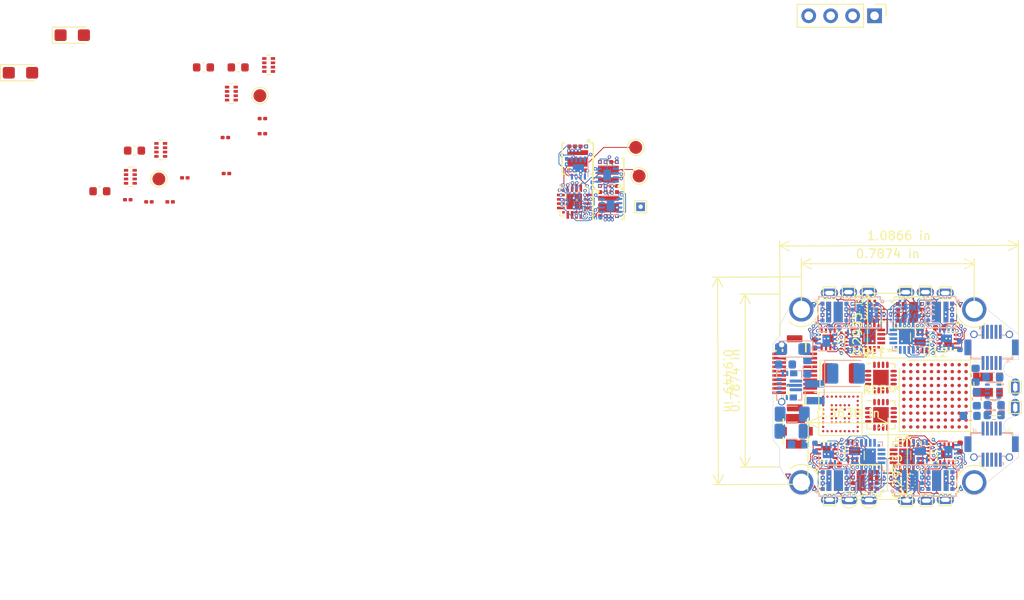
<source format=kicad_pcb>
(kicad_pcb (version 20171130) (host pcbnew "(5.1.4)-1")
  (layers (0 F.Cu signal) (1 In1.Cu signal) (2 In2.Cu signal) (3 In3.Cu signal) (4 In4.Cu signal) (5 In5.Cu signal) (6 In6.Cu signal) (31 B.Cu signal) (34 B.Paste user) (35 F.Paste user) (36 B.SilkS user) (37 F.SilkS user) (38 B.Mask user) (39 F.Mask user) (44 Edge.Cuts user))
  (net 0 "")
  (net 1 GND)
  (net 2 +5V)
  (net 3 +3V3)
  (net 4 +BATT)
  (net 5 "Net-(C10-Pad1)")
  (net 6 vol_sig)
  (net 7 curr_sig)
  (net 8 "Net-(R49-Pad4)")
  (net 9 "Net-(R49-Pad3)")
  (net 10 "Net-(R49-Pad2)")
  (net 11 "Net-(R58-Pad2)")
  (net 12 "Net-(C1-Pad1)")
  (net 13 "Net-(C3-Pad1)")
  (net 14 "Net-(C4-Pad1)")
  (net 15 "Net-(C6-Pad1)")
  (net 16 "Net-(C7-Pad1)")
  (net 17 "Net-(C11-Pad1)")
  (net 18 "Net-(C16-Pad1)")
  (net 19 "Net-(C29-Pad1)")
  (net 20 "Net-(L1-Pad1)")
  (net 21 "Net-(L1-Pad2)")
  (net 22 "Net-(L2-Pad1)")
  (net 23 "Net-(R21-Pad2)")
  (net 24 MB_ESC_1)
  (net 25 ESC_1_C2CK)
  (net 26 MC_ESC_1)
  (net 27 MA_ESC_1)
  (net 28 COM_ESC_1)
  (net 29 Ap_ESC_1)
  (net 30 Ac_ESC_1)
  (net 31 Bp_ESC_1)
  (net 32 Bc_ESC_1)
  (net 33 Cp_ESC_1)
  (net 34 Cc_ESC_1)
  (net 35 ESC_1_C2D)
  (net 36 "Net-(U1-Pad7)")
  (net 37 "Net-(U1-Pad15)")
  (net 38 "Net-(U1-Pad16)")
  (net 39 ESC1_RX)
  (net 40 ESC_1_TX)
  (net 41 "Net-(U5-Pad2)")
  (net 42 "Net-(U10-Pad5)")
  (net 43 "Net-(U10-Pad1)")
  (net 44 "Net-(U14-Pad4)")
  (net 45 "Net-(U14-Pad8)")
  (net 46 "Net-(U15-Pad8)")
  (net 47 "Net-(U15-Pad5)")
  (net 48 "Net-(U23-Pad5)")
  (net 49 "Net-(U23-Pad8)")
  (net 50 OUT_A1)
  (net 51 OUT_A2)
  (net 52 "Net-(C9-Pad1)")
  (net 53 OUT_B2)
  (net 54 OUT_B1)
  (net 55 "Net-(C17-Pad1)")
  (net 56 OUT_C2)
  (net 57 OUT_C1)
  (net 58 MA_ESC_2)
  (net 59 MB_ESC_2)
  (net 60 ESC_2_C2CK)
  (net 61 MC_ESC_2)
  (net 62 COM_ESC_2)
  (net 63 Ap_ESC_2)
  (net 64 Ac_ESC_2)
  (net 65 Bp_ESC_2)
  (net 66 Bc_ESC_2)
  (net 67 Cp_ESC_2)
  (net 68 Cc_ESC_2)
  (net 69 ESC_2_C2D)
  (net 70 "Net-(U2-Pad7)")
  (net 71 "Net-(U2-Pad15)")
  (net 72 "Net-(U2-Pad16)")
  (net 73 ESC2_RX)
  (net 74 ESC_2_TX)
  (net 75 "Net-(U3-Pad5)")
  (net 76 "Net-(U3-Pad8)")
  (net 77 "Net-(U7-Pad8)")
  (net 78 "Net-(U7-Pad5)")
  (net 79 "Net-(U11-Pad5)")
  (net 80 "Net-(U11-Pad1)")
  (net 81 "Net-(J2-Pad9)")
  (net 82 "Net-(J2-Pad8)")
  (net 83 "Net-(J2-Pad4)")
  (net 84 "Net-(J2-Pad3)")
  (net 85 "Net-(J2-Pad2)")
  (net 86 "Net-(J3-Pad9)")
  (net 87 "Net-(J3-Pad8)")
  (net 88 "Net-(J3-Pad4)")
  (net 89 "Net-(J3-Pad3)")
  (net 90 "Net-(J3-Pad2)")
  (net 91 "Net-(J4-Pad2)")
  (net 92 "Net-(J4-Pad3)")
  (net 93 "Net-(J4-Pad4)")
  (net 94 "Net-(J4-Pad8)")
  (net 95 "Net-(J4-Pad9)")
  (net 96 "Net-(J5-Pad2)")
  (net 97 "Net-(J5-Pad3)")
  (net 98 "Net-(J5-Pad4)")
  (net 99 "Net-(J5-Pad8)")
  (net 100 "Net-(J5-Pad9)")
  (net 101 "Net-(U12-PadA1)")
  (net 102 "Net-(U12-PadA2)")
  (net 103 "Net-(U12-PadA3)")
  (net 104 "Net-(U12-PadA4)")
  (net 105 "Net-(U12-PadA5)")
  (net 106 "Net-(U12-PadA6)")
  (net 107 "Net-(U12-PadA7)")
  (net 108 "Net-(U12-PadA8)")
  (net 109 "Net-(U12-PadA9)")
  (net 110 "Net-(U12-PadA10)")
  (net 111 "Net-(U12-PadB1)")
  (net 112 "Net-(U12-PadB2)")
  (net 113 "Net-(U12-PadB3)")
  (net 114 "Net-(U12-PadB4)")
  (net 115 "Net-(U12-PadB5)")
  (net 116 "Net-(U12-PadB6)")
  (net 117 "Net-(U12-PadB7)")
  (net 118 "Net-(U12-PadB8)")
  (net 119 "Net-(U12-PadB9)")
  (net 120 "Net-(U12-PadB10)")
  (net 121 "Net-(U12-PadC1)")
  (net 122 "Net-(U12-PadC2)")
  (net 123 "Net-(U12-PadC3)")
  (net 124 "Net-(U12-PadC4)")
  (net 125 "Net-(U12-PadC5)")
  (net 126 "Net-(U12-PadC6)")
  (net 127 "Net-(U12-PadC7)")
  (net 128 "Net-(U12-PadC8)")
  (net 129 "Net-(U12-PadC9)")
  (net 130 "Net-(U12-PadC10)")
  (net 131 "Net-(U12-PadD1)")
  (net 132 "Net-(U12-PadD2)")
  (net 133 "Net-(U12-PadD3)")
  (net 134 "Net-(U12-PadD4)")
  (net 135 "Net-(U12-PadD5)")
  (net 136 "Net-(U12-PadD6)")
  (net 137 "Net-(U12-PadD7)")
  (net 138 "Net-(U12-PadD8)")
  (net 139 "Net-(U12-PadD9)")
  (net 140 "Net-(U12-PadD10)")
  (net 141 "Net-(U12-PadE1)")
  (net 142 "Net-(U12-PadE2)")
  (net 143 "Net-(U12-PadE3)")
  (net 144 "Net-(U12-PadE4)")
  (net 145 "Net-(U12-PadE5)")
  (net 146 "Net-(U12-PadE6)")
  (net 147 "Net-(U12-PadE7)")
  (net 148 "Net-(U12-PadE8)")
  (net 149 "Net-(U12-PadE9)")
  (net 150 "Net-(U12-PadE10)")
  (net 151 "Net-(U12-PadF1)")
  (net 152 "Net-(U12-PadF2)")
  (net 153 "Net-(U12-PadF3)")
  (net 154 "Net-(U12-PadF4)")
  (net 155 "Net-(U12-PadF5)")
  (net 156 "Net-(U12-PadF6)")
  (net 157 "Net-(U12-PadF7)")
  (net 158 "Net-(U12-PadF8)")
  (net 159 "Net-(U12-PadF9)")
  (net 160 "Net-(U12-PadF10)")
  (net 161 "Net-(U12-PadG1)")
  (net 162 "Net-(U12-PadG2)")
  (net 163 "Net-(U12-PadG3)")
  (net 164 "Net-(U12-PadG4)")
  (net 165 "Net-(U12-PadG5)")
  (net 166 "Net-(U12-PadG6)")
  (net 167 "Net-(U12-PadG7)")
  (net 168 "Net-(U12-PadG8)")
  (net 169 "Net-(U12-PadG9)")
  (net 170 "Net-(U12-PadG10)")
  (net 171 "Net-(U12-PadH1)")
  (net 172 "Net-(U12-PadH2)")
  (net 173 "Net-(U12-PadH3)")
  (net 174 "Net-(U12-PadH4)")
  (net 175 "Net-(U12-PadH5)")
  (net 176 "Net-(U12-PadH6)")
  (net 177 "Net-(U12-PadH7)")
  (net 178 "Net-(U12-PadH8)")
  (net 179 "Net-(U12-PadH9)")
  (net 180 "Net-(U12-PadH10)")
  (net 181 "Net-(U12-PadJ1)")
  (net 182 "Net-(U12-PadJ2)")
  (net 183 "Net-(U12-PadJ3)")
  (net 184 "Net-(U12-PadJ4)")
  (net 185 "Net-(U12-PadJ5)")
  (net 186 "Net-(U12-PadJ6)")
  (net 187 "Net-(U12-PadJ7)")
  (net 188 "Net-(U12-PadJ8)")
  (net 189 "Net-(U12-PadJ9)")
  (net 190 "Net-(U12-PadJ10)")
  (net 191 "Net-(U12-PadK1)")
  (net 192 "Net-(U12-PadK2)")
  (net 193 "Net-(U12-PadK3)")
  (net 194 "Net-(U12-PadK4)")
  (net 195 "Net-(U12-PadK5)")
  (net 196 "Net-(U12-PadK6)")
  (net 197 "Net-(U12-PadK7)")
  (net 198 "Net-(U12-PadK8)")
  (net 199 "Net-(U12-PadK9)")
  (net 200 "Net-(U12-PadK10)")
  (module Package_DFN_QFN:QFN-16-1EP_3x3mm_P0.5mm_EP1.8x1.8mm (layer F.Cu) (at 181.69 74.21)
    (fp_text reference REF** (at 0 -2.85) (layer F.SilkS))
    (fp_text value QFN-16-1EP_3x3mm_P0.5mm_EP1.8x1.8mm)
    (pad 1 smd oval (at -1.475 -0.75) (size 0.75 0.3) (layers F.Cu F.Paste F.Mask))
    (pad 2 smd oval (at -1.475 -0.25) (size 0.75 0.3) (layers F.Cu F.Paste F.Mask))
    (pad 3 smd oval (at -1.475 0.25) (size 0.75 0.3) (layers F.Cu F.Paste F.Mask))
    (pad 4 smd oval (at -1.475 0.75) (size 0.75 0.3) (layers F.Cu F.Paste F.Mask))
    (pad 5 smd oval (at -0.75 1.475 90) (size 0.75 0.3) (layers F.Cu F.Paste F.Mask))
    (pad 6 smd oval (at -0.25 1.475 90) (size 0.75 0.3) (layers F.Cu F.Paste F.Mask))
    (pad 7 smd oval (at 0.25 1.475 90) (size 0.75 0.3) (layers F.Cu F.Paste F.Mask))
    (pad 8 smd oval (at 0.75 1.475 90) (size 0.75 0.3) (layers F.Cu F.Paste F.Mask))
    (pad 9 smd oval (at 1.475 0.75) (size 0.75 0.3) (layers F.Cu F.Paste F.Mask))
    (pad 10 smd oval (at 1.475 0.25) (size 0.75 0.3) (layers F.Cu F.Paste F.Mask))
    (pad 11 smd oval (at 1.475 -0.25) (size 0.75 0.3) (layers F.Cu F.Paste F.Mask))
    (pad 12 smd oval (at 1.475 -0.75) (size 0.75 0.3) (layers F.Cu F.Paste F.Mask))
    (pad 13 smd oval (at 0.75 -1.475 90) (size 0.75 0.3) (layers F.Cu F.Paste F.Mask))
    (pad 14 smd oval (at 0.25 -1.475 90) (size 0.75 0.3) (layers F.Cu F.Paste F.Mask))
    (pad 15 smd oval (at -0.25 -1.475 90) (size 0.75 0.3) (layers F.Cu F.Paste F.Mask))
    (pad 16 smd oval (at -0.75 -1.475 90) (size 0.75 0.3) (layers F.Cu F.Paste F.Mask))
    (pad 17 smd rect (at 0 0) (size 1.8 1.8) (layers F.Cu F.Mask))
  )
  (module 734120110:734120110 (layer F.Cu) (at 171.8 76.11 90)
    (fp_text reference X1 hide)
    (fp_text value 734120110 hide)
    (pad S@1 smd rect (at 0 -1.5 90) (size 1 1) (layers F.Cu F.Paste F.Mask))
    (pad S@2 smd rect (at -1.475 0 90) (size 1.05 2.2) (layers F.Cu F.Paste F.Mask))
    (pad S@3 smd rect (at 1.475 0 90) (size 1.05 2.2) (layers F.Cu F.Paste F.Mask))
    (pad 1 smd rect (at 0 1.5 90) (size 1 1) (layers F.Cu F.Paste F.Mask))
  )
  (module ZOE-M8Q:ZOE-M8 (layer F.Cu) (at 177 74.1)
    (fp_text reference U1 hide)
    (fp_text value ZOE-M8Q)
    (pad P$A5 smd circle (at 0 -2) (size 0.27 0.27) (layers F.Cu F.Paste F.Mask))
    (pad P$A6 smd circle (at 0.5 -2 90) (size 0.27 0.27) (layers F.Cu F.Paste F.Mask))
    (pad P$A7 smd circle (at 1 -2 90) (size 0.27 0.27) (layers F.Cu F.Paste F.Mask))
    (pad P$A8 smd circle (at 1.5 -2 180) (size 0.27 0.27) (layers F.Cu F.Paste F.Mask))
    (pad P$A9 smd circle (at 2 -2 180) (size 0.27 0.27) (layers F.Cu F.Paste F.Mask))
    (pad P$B9 smd circle (at 2 -1.5 180) (size 0.27 0.27) (layers F.Cu F.Paste F.Mask))
    (pad P$C9 smd circle (at 2 -1 180) (size 0.27 0.27) (layers F.Cu F.Paste F.Mask))
    (pad P$D9 smd circle (at 2 -0.5 180) (size 0.27 0.27) (layers F.Cu F.Paste F.Mask))
    (pad P$E9 smd circle (at 2 0 180) (size 0.27 0.27) (layers F.Cu F.Paste F.Mask))
    (pad P$F9 smd circle (at 2 0.5 180) (size 0.27 0.27) (layers F.Cu F.Paste F.Mask))
    (pad P$G9 smd circle (at 2 1 180) (size 0.27 0.27) (layers F.Cu F.Paste F.Mask))
    (pad P$H9 smd circle (at 2 1.5 180) (size 0.27 0.27) (layers F.Cu F.Paste F.Mask))
    (pad P$J9 smd circle (at 2 2 180) (size 0.27 0.27) (layers F.Cu F.Paste F.Mask))
    (pad P$J8 smd circle (at 1.5 2 180) (size 0.27 0.27) (layers F.Cu F.Paste F.Mask))
    (pad P$J7 smd circle (at 1 2 180) (size 0.27 0.27) (layers F.Cu F.Paste F.Mask))
    (pad P$J6 smd circle (at 0.5 2 180) (size 0.27 0.27) (layers F.Cu F.Paste F.Mask))
    (pad P$J5 smd circle (at 0 2 180) (size 0.27 0.27) (layers F.Cu F.Paste F.Mask))
    (pad P$J4 smd circle (at -0.5 2 180) (size 0.27 0.27) (layers F.Cu F.Paste F.Mask))
    (pad P$J3 smd circle (at -1 2 180) (size 0.27 0.27) (layers F.Cu F.Paste F.Mask))
    (pad P$J2 smd circle (at -1.5 2 180) (size 0.27 0.27) (layers F.Cu F.Paste F.Mask))
    (pad P$J1 smd circle (at -2 2 180) (size 0.27 0.27) (layers F.Cu F.Paste F.Mask))
    (pad P$H1 smd circle (at -2 1.5 180) (size 0.27 0.27) (layers F.Cu F.Paste F.Mask))
    (pad P$G1 smd circle (at -2 1 180) (size 0.27 0.27) (layers F.Cu F.Paste F.Mask))
    (pad P$F1 smd circle (at -2 0.5 180) (size 0.27 0.27) (layers F.Cu F.Paste F.Mask))
    (pad P$2E1 smd circle (at -2 0 180) (size 0.27 0.27) (layers F.Cu F.Paste F.Mask))
    (pad P$D1 smd circle (at -2 -0.5 180) (size 0.27 0.27) (layers F.Cu F.Paste F.Mask))
    (pad P$C1 smd circle (at -2 -1 180) (size 0.27 0.27) (layers F.Cu F.Paste F.Mask))
    (pad P$B1 smd circle (at -2 -1.5 180) (size 0.27 0.27) (layers F.Cu F.Paste F.Mask))
    (pad P$A1 smd circle (at -2 -2 180) (size 0.27 0.27) (layers F.Cu F.Paste F.Mask))
    (pad P$A2 smd circle (at -1.5 -2 180) (size 0.27 0.27) (layers F.Cu F.Paste F.Mask))
    (pad P$A3 smd circle (at -1 -2 180) (size 0.27 0.27) (layers F.Cu F.Paste F.Mask))
    (pad P$A4 smd circle (at -0.5 -2 180) (size 0.27 0.27) (layers F.Cu F.Paste F.Mask))
    (pad P$C3 smd circle (at -1 -1 180) (size 0.27 0.27) (layers F.Cu F.Paste F.Mask))
    (pad P$C4 smd circle (at -0.5 -1 180) (size 0.27 0.27) (layers F.Cu F.Paste F.Mask))
    (pad P$C5 smd circle (at 0 -1 180) (size 0.27 0.27) (layers F.Cu F.Paste F.Mask))
    (pad P$C6 smd circle (at 0.5 -1 180) (size 0.27 0.27) (layers F.Cu F.Paste F.Mask))
    (pad P$C7 smd circle (at 1 -1 180) (size 0.27 0.27) (layers F.Cu F.Paste F.Mask))
    (pad P$D3 smd circle (at -1 -0.5 180) (size 0.27 0.27) (layers F.Cu F.Paste F.Mask))
    (pad P$E3 smd circle (at -1 0 180) (size 0.27 0.27) (layers F.Cu F.Paste F.Mask))
    (pad P$F3 smd circle (at -1 0.5 180) (size 0.27 0.27) (layers F.Cu F.Paste F.Mask))
    (pad P$G3 smd circle (at -1 1 180) (size 0.27 0.27) (layers F.Cu F.Paste F.Mask))
    (pad P$G4 smd circle (at -0.5 1 180) (size 0.27 0.27) (layers F.Cu F.Paste F.Mask))
    (pad P$G5 smd circle (at 0 1 180) (size 0.27 0.27) (layers F.Cu F.Paste F.Mask))
    (pad P$G6 smd circle (at 0.5 1 180) (size 0.27 0.27) (layers F.Cu F.Paste F.Mask))
    (pad P$G7 smd circle (at 1 1 180) (size 0.27 0.27) (layers F.Cu F.Paste F.Mask))
    (pad P$F4 smd circle (at -0.5 0.5 180) (size 0.27 0.27) (layers F.Cu F.Paste F.Mask))
    (pad P$F6 smd circle (at 0.5 0.5 180) (size 0.27 0.27) (layers F.Cu F.Paste F.Mask))
    (pad P$F7 smd circle (at 1 0.5 180) (size 0.27 0.27) (layers F.Cu F.Paste F.Mask))
    (pad P$E7 smd circle (at 1 0 180) (size 0.27 0.27) (layers F.Cu F.Paste F.Mask))
    (pad P$D6 smd circle (at 0.5 -0.5 180) (size 0.27 0.27) (layers F.Cu F.Paste F.Mask))
    (pad P$D4 smd circle (at -0.5 -0.5 180) (size 0.27 0.27) (layers F.Cu F.Paste F.Mask))
  )
  (module Package_DFN_QFN:QFN-16-1EP_3x3mm_P0.5mm_EP1.8x1.8mm (layer F.Cu) (at 181.68 69.9)
    (fp_text reference REF** (at 0 -2.85) (layer F.SilkS))
    (fp_text value QFN-16-1EP_3x3mm_P0.5mm_EP1.8x1.8mm)
    (pad 17 smd rect (at 0 0) (size 1.8 1.8) (layers F.Cu F.Mask))
    (pad 16 smd oval (at -0.75 -1.475 90) (size 0.75 0.3) (layers F.Cu F.Paste F.Mask))
    (pad 15 smd oval (at -0.25 -1.475 90) (size 0.75 0.3) (layers F.Cu F.Paste F.Mask))
    (pad 14 smd oval (at 0.25 -1.475 90) (size 0.75 0.3) (layers F.Cu F.Paste F.Mask))
    (pad 13 smd oval (at 0.75 -1.475 90) (size 0.75 0.3) (layers F.Cu F.Paste F.Mask))
    (pad 12 smd oval (at 1.475 -0.75) (size 0.75 0.3) (layers F.Cu F.Paste F.Mask))
    (pad 11 smd oval (at 1.475 -0.25) (size 0.75 0.3) (layers F.Cu F.Paste F.Mask))
    (pad 10 smd oval (at 1.475 0.25) (size 0.75 0.3) (layers F.Cu F.Paste F.Mask))
    (pad 9 smd oval (at 1.475 0.75) (size 0.75 0.3) (layers F.Cu F.Paste F.Mask))
    (pad 8 smd oval (at 0.75 1.475 90) (size 0.75 0.3) (layers F.Cu F.Paste F.Mask))
    (pad 7 smd oval (at 0.25 1.475 90) (size 0.75 0.3) (layers F.Cu F.Paste F.Mask))
    (pad 6 smd oval (at -0.25 1.475 90) (size 0.75 0.3) (layers F.Cu F.Paste F.Mask))
    (pad 5 smd oval (at -0.75 1.475 90) (size 0.75 0.3) (layers F.Cu F.Paste F.Mask))
    (pad 4 smd oval (at -1.475 0.75) (size 0.75 0.3) (layers F.Cu F.Paste F.Mask))
    (pad 3 smd oval (at -1.475 0.25) (size 0.75 0.3) (layers F.Cu F.Paste F.Mask))
    (pad 2 smd oval (at -1.475 -0.25) (size 0.75 0.3) (layers F.Cu F.Paste F.Mask))
    (pad 1 smd oval (at -1.475 -0.75) (size 0.75 0.3) (layers F.Cu F.Paste F.Mask))
  )
  (module ultimateFC:10132797-021100LF (layer F.Cu) (at 171.7 69.4 90)
    (fp_text reference REF** (at -2.05 -0.65 90) (layer F.SilkS) (effects (font (size 0.3 0.3) (thickness 0.05))))
    (fp_text value 10132797-021100LF)
    (pad 20 smd roundrect (at 2.25 1.8 90) (size 0.3 1.6) (layers F.Cu F.Paste F.Mask) (roundrect_rratio 0.1))
    (pad 19 smd roundrect (at 1.75 1.8 90) (size 0.3 1.6) (layers F.Cu F.Paste F.Mask) (roundrect_rratio 0.1))
    (pad 18 smd roundrect (at 1.25 1.8 90) (size 0.3 1.6) (layers F.Cu F.Paste F.Mask) (roundrect_rratio 0.1))
    (pad 17 smd roundrect (at 0.75 1.8 90) (size 0.3 1.6) (layers F.Cu F.Paste F.Mask) (roundrect_rratio 0.1))
    (pad 16 smd roundrect (at 0.25 1.8 90) (size 0.3 1.6) (layers F.Cu F.Paste F.Mask) (roundrect_rratio 0.1))
    (pad 15 smd roundrect (at -0.25 1.8 90) (size 0.3 1.6) (layers F.Cu F.Paste F.Mask) (roundrect_rratio 0.1))
    (pad 14 smd roundrect (at -0.75 1.8 90) (size 0.3 1.6) (layers F.Cu F.Paste F.Mask) (roundrect_rratio 0.1))
    (pad 13 smd roundrect (at -1.25 1.8 90) (size 0.3 1.6) (layers F.Cu F.Paste F.Mask) (roundrect_rratio 0.1))
    (pad 12 smd roundrect (at -1.75 1.8 90) (size 0.3 1.6) (layers F.Cu F.Paste F.Mask) (roundrect_rratio 0.1))
    (pad 11 smd roundrect (at -2.25 1.8 90) (size 0.3 1.6) (layers F.Cu F.Paste F.Mask) (roundrect_rratio 0.1))
    (pad 1 smd roundrect (at 2.25 -1.8 270) (size 0.3 1.6) (layers F.Cu F.Paste F.Mask) (roundrect_rratio 0.1))
    (pad 4 smd roundrect (at 0.75 -1.8 270) (size 0.3 1.6) (layers F.Cu F.Paste F.Mask) (roundrect_rratio 0.1))
    (pad 6 smd roundrect (at -0.25 -1.8 270) (size 0.3 1.6) (layers F.Cu F.Paste F.Mask) (roundrect_rratio 0.1))
    (pad 8 smd roundrect (at -1.25 -1.8 270) (size 0.3 1.6) (layers F.Cu F.Paste F.Mask) (roundrect_rratio 0.1))
    (pad 2 smd roundrect (at 1.75 -1.8 270) (size 0.3 1.6) (layers F.Cu F.Paste F.Mask) (roundrect_rratio 0.1))
    (pad 9 smd roundrect (at -1.75 -1.8 270) (size 0.3 1.6) (layers F.Cu F.Paste F.Mask) (roundrect_rratio 0.1))
    (pad 10 smd roundrect (at -2.25 -1.8 270) (size 0.3 1.6) (layers F.Cu F.Paste F.Mask) (roundrect_rratio 0.1))
    (pad "" smd roundrect (at -4 0 270) (size 0.8 1.8) (layers F.Cu F.Paste F.Mask) (roundrect_rratio 0.1))
    (pad "" smd roundrect (at 4 0 90) (size 0.8 1.8) (layers F.Cu F.Paste F.Mask) (roundrect_rratio 0.1))
    (pad 7 smd roundrect (at -0.75 -1.8 270) (size 0.3 1.6) (layers F.Cu F.Paste F.Mask) (roundrect_rratio 0.1))
    (pad "" thru_hole circle (at 3.3 -1.5 90) (size 0.85 0.85) (drill 0.6) (layers *.Cu *.Mask))
    (pad "" thru_hole circle (at -3.3 -1.5 90) (size 0.85 0.85) (drill 0.6) (layers *.Cu *.Mask))
    (pad 3 smd roundrect (at 1.25 -1.8 270) (size 0.3 1.6) (layers F.Cu F.Paste F.Mask) (roundrect_rratio 0.1))
    (pad 5 smd roundrect (at 0.25 -1.8 270) (size 0.3 1.6) (layers F.Cu F.Paste F.Mask) (roundrect_rratio 0.1))
  )
  (module TestPoint:TestPoint_THTPad_1.0x1.0mm_Drill0.5mm (layer F.Cu) (at 186.83 60.01 180)
    (fp_text reference TP2 hide)
    (fp_text value PAD_A_ESC1)
    (pad 1 thru_hole oval (at 0 0 180) (size 2 1) (drill oval 1 0.5) (layers *.Cu *.Mask) (net 51 OUT_A2))
  )
  (module TestPoint:TestPoint_THTPad_1.0x1.0mm_Drill0.5mm (layer F.Cu) (at 184.56 60.02 180)
    (fp_text reference TP2 hide)
    (fp_text value PAD_A_ESC1)
    (pad 1 thru_hole oval (at 0 0 180) (size 2 1) (drill oval 1 0.5) (layers *.Cu *.Mask) (net 51 OUT_A2))
  )
  (module Package_DFN_QFN:DFN-8-1EP_2x2mm_P0.5mm_EP0.9x1.3mm (layer F.Cu) (at 189.45 65.69)
    (fp_text reference U9 hide)
    (fp_text value NCP81253MNTBG)
    (pad 1 smd roundrect (at -1 -0.75) (size 0.7 0.25) (layers F.Cu F.Paste F.Mask) (net 55 "Net-(C17-Pad1)"))
    (pad 2 smd roundrect (at -1 -0.25) (size 0.7 0.25) (layers F.Cu F.Paste F.Mask) (net 67 Cp_ESC_2))
    (pad 3 smd roundrect (at -1 0.25) (size 0.7 0.25) (layers F.Cu F.Paste F.Mask) (net 2 +5V))
    (pad 4 smd roundrect (at -1 0.75) (size 0.7 0.25) (layers F.Cu F.Paste F.Mask) (net 2 +5V))
    (pad 5 smd roundrect (at 1 0.75) (size 0.7 0.25) (layers F.Cu F.Paste F.Mask) (net 79 "Net-(U11-Pad5)"))
    (pad 6 smd roundrect (at 1 0.25) (size 0.7 0.25) (layers F.Cu F.Paste F.Mask) (net 1 GND))
    (pad 7 smd roundrect (at 1 -0.25) (size 0.7 0.25) (layers F.Cu F.Paste F.Mask) (net 56 OUT_C2))
    (pad 8 smd roundrect (at 1 -0.75) (size 0.7 0.25) (layers F.Cu F.Paste F.Mask) (net 80 "Net-(U11-Pad1)"))
    (pad 9 smd rect (at 0 0) (size 0.9 1.3) (layers F.Cu F.Mask) (net 1 GND))
  )
  (module Package_DFN_QFN:DFN-8-1EP_2x2mm_P0.5mm_EP0.9x1.3mm (layer B.Cu) (at 189.26 65.37 90)
    (fp_text reference U3 hide)
    (fp_text value NCP81253MNTBG)
    (pad 1 smd roundrect (at -1 0.75 90) (size 0.7 0.25) (layers B.Cu B.Paste B.Mask) (net 52 "Net-(C9-Pad1)"))
    (pad 2 smd roundrect (at -1 0.25 90) (size 0.7 0.25) (layers B.Cu B.Paste B.Mask) (net 63 Ap_ESC_2))
    (pad 3 smd roundrect (at -1 -0.25 90) (size 0.7 0.25) (layers B.Cu B.Paste B.Mask) (net 2 +5V))
    (pad 4 smd roundrect (at -1 -0.75 90) (size 0.7 0.25) (layers B.Cu B.Paste B.Mask) (net 2 +5V))
    (pad 5 smd roundrect (at 1 -0.75 90) (size 0.7 0.25) (layers B.Cu B.Paste B.Mask) (net 75 "Net-(U3-Pad5)"))
    (pad 6 smd roundrect (at 1 -0.25 90) (size 0.7 0.25) (layers B.Cu B.Paste B.Mask) (net 1 GND))
    (pad 7 smd roundrect (at 1 0.25 90) (size 0.7 0.25) (layers B.Cu B.Paste B.Mask) (net 51 OUT_A2))
    (pad 8 smd roundrect (at 1 0.75 90) (size 0.7 0.25) (layers B.Cu B.Paste B.Mask) (net 76 "Net-(U3-Pad8)"))
    (pad 9 smd rect (at 0 0 90) (size 0.9 1.3) (layers B.Cu B.Mask) (net 1 GND))
  )
  (module ultimateFC:PowerPAIR3x3 (layer F.Cu) (at 185.04 62.35 270)
    (fp_text reference U8 hide)
    (fp_text value SIZ322DT-T1-GE3)
    (pad 1 smd rect (at -0.975 1.386 270) (size 0.45 0.45) (layers F.Cu F.Paste F.Mask) (net 77 "Net-(U7-Pad8)"))
    (pad 2 smd rect (at -0.325 1.386 270) (size 0.45 0.45) (layers F.Cu F.Paste F.Mask) (net 4 +BATT))
    (pad 2 smd rect (at 0.325 1.386 270) (size 0.45 0.45) (layers F.Cu F.Paste F.Mask) (net 4 +BATT))
    (pad 2 smd rect (at 0.975 1.386 270) (size 0.45 0.45) (layers F.Cu F.Paste F.Mask) (net 4 +BATT))
    (pad 2 smd rect (at 0 0.671 270) (size 2.4 0.562) (layers F.Cu F.Paste F.Mask) (net 4 +BATT))
    (pad 3 smd rect (at 0 -0.434 270) (size 2.4 1.036) (layers F.Cu F.Paste F.Mask) (net 53 OUT_B2))
    (pad 4 smd rect (at 0.975 -1.386 270) (size 0.45 0.45) (layers F.Cu F.Paste F.Mask) (net 1 GND))
    (pad 4 smd rect (at 0.325 -1.386 270) (size 0.45 0.45) (layers F.Cu F.Paste F.Mask) (net 1 GND))
    (pad 4 smd rect (at -0.325 -1.386 270) (size 0.45 0.45) (layers F.Cu F.Paste F.Mask) (net 1 GND))
    (pad 5 smd rect (at -0.975 -1.386 270) (size 0.45 0.45) (layers F.Cu F.Paste F.Mask) (net 78 "Net-(U7-Pad5)"))
  )
  (module TestPoint:TestPoint_THTPad_1.0x1.0mm_Drill0.5mm (layer F.Cu) (at 189.13 60.11 180)
    (fp_text reference TP2 hide)
    (fp_text value PAD_A_ESC1)
    (pad 1 thru_hole oval (at 0 0 180) (size 2 1) (drill oval 1 0.5) (layers *.Cu *.Mask) (net 51 OUT_A2))
  )
  (module Capacitor_SMD:C_0402_1005Metric (layer F.Cu) (at 188.485 64.14)
    (fp_text reference C17 hide)
    (fp_text value 100nF)
    (pad 1 smd roundrect (at -0.485 0) (size 0.59 0.64) (layers F.Cu F.Paste F.Mask) (net 55 "Net-(C17-Pad1)"))
    (pad 2 smd roundrect (at 0.485 0) (size 0.59 0.64) (layers F.Cu F.Paste F.Mask) (net 56 OUT_C2))
  )
  (module ultimateFC:PowerPAIR3x3 (layer B.Cu) (at 188.524 62.33 270)
    (fp_text reference U4 hide)
    (fp_text value SIZ322DT-T1-GE3)
    (pad 5 smd rect (at -0.975 1.386 270) (size 0.45 0.45) (layers B.Cu B.Paste B.Mask) (net 75 "Net-(U3-Pad5)"))
    (pad 4 smd rect (at -0.325 1.386 270) (size 0.45 0.45) (layers B.Cu B.Paste B.Mask) (net 1 GND))
    (pad 4 smd rect (at 0.325 1.386 270) (size 0.45 0.45) (layers B.Cu B.Paste B.Mask) (net 1 GND))
    (pad 4 smd rect (at 0.975 1.386 270) (size 0.45 0.45) (layers B.Cu B.Paste B.Mask) (net 1 GND))
    (pad 3 smd rect (at 0 0.434 270) (size 2.4 1.036) (layers B.Cu B.Paste B.Mask) (net 51 OUT_A2))
    (pad 2 smd rect (at 0 -0.671 270) (size 2.4 0.562) (layers B.Cu B.Paste B.Mask) (net 4 +BATT))
    (pad 2 smd rect (at 0.975 -1.386 270) (size 0.45 0.45) (layers B.Cu B.Paste B.Mask) (net 4 +BATT))
    (pad 2 smd rect (at 0.325 -1.386 270) (size 0.45 0.45) (layers B.Cu B.Paste B.Mask) (net 4 +BATT))
    (pad 2 smd rect (at -0.325 -1.386 270) (size 0.45 0.45) (layers B.Cu B.Paste B.Mask) (net 4 +BATT))
    (pad 1 smd rect (at -0.975 -1.386 270) (size 0.45 0.45) (layers B.Cu B.Paste B.Mask) (net 76 "Net-(U3-Pad8)"))
  )
  (module Package_DFN_QFN:SiliconLabs_QFN-20-1EP_3x3mm_P0.5mm (layer B.Cu) (at 184.67 65.14 270)
    (fp_text reference U2 hide)
    (fp_text value EFM8BB21F16G-C-QFN20R)
    (pad 1 smd rect (at -1.25 1.25 270) (size 0.3 0.3) (layers B.Cu B.Paste B.Mask) (net 61 MC_ESC_2))
    (pad 2 smd rect (at -1.55 0.75 270) (size 0.9 0.3) (layers B.Cu B.Paste B.Mask) (net 58 MA_ESC_2))
    (pad 3 smd rect (at -1.55 0.25 270) (size 0.9 0.3) (layers B.Cu B.Paste B.Mask) (net 1 GND))
    (pad 4 smd rect (at -1.55 -0.25 270) (size 0.9 0.3) (layers B.Cu B.Paste B.Mask) (net 3 +3V3))
    (pad 5 smd rect (at -1.55 -0.75 270) (size 0.9 0.3) (layers B.Cu B.Paste B.Mask) (net 60 ESC_2_C2CK))
    (pad 6 smd rect (at -1.25 -1.25 270) (size 0.3 0.3) (layers B.Cu B.Paste B.Mask) (net 69 ESC_2_C2D))
    (pad 7 smd rect (at -0.75 -1.55 180) (size 0.9 0.3) (layers B.Cu B.Paste B.Mask) (net 70 "Net-(U2-Pad7)"))
    (pad 8 smd rect (at -0.25 -1.55 180) (size 0.9 0.3) (layers B.Cu B.Paste B.Mask) (net 68 Cc_ESC_2))
    (pad 9 smd rect (at 0.25 -1.55 180) (size 0.9 0.3) (layers B.Cu B.Paste B.Mask) (net 67 Cp_ESC_2))
    (pad 10 smd rect (at 0.75 -1.55 180) (size 0.9 0.3) (layers B.Cu B.Paste B.Mask) (net 65 Bp_ESC_2))
    (pad 11 smd rect (at 1.25 -1.25 270) (size 0.3 0.3) (layers B.Cu B.Paste B.Mask) (net 66 Bc_ESC_2))
    (pad 12 smd rect (at 1.55 -0.75 270) (size 0.9 0.3) (layers B.Cu B.Paste B.Mask) (net 1 GND))
    (pad 13 smd rect (at 1.55 -0.25 270) (size 0.9 0.3) (layers B.Cu B.Paste B.Mask) (net 64 Ac_ESC_2))
    (pad 14 smd rect (at 1.55 0.25 270) (size 0.9 0.3) (layers B.Cu B.Paste B.Mask) (net 63 Ap_ESC_2))
    (pad 15 smd rect (at 1.55 0.75 270) (size 0.9 0.3) (layers B.Cu B.Paste B.Mask) (net 71 "Net-(U2-Pad15)"))
    (pad 16 smd rect (at 1.25 1.25 270) (size 0.3 0.3) (layers B.Cu B.Paste B.Mask) (net 72 "Net-(U2-Pad16)"))
    (pad 17 smd rect (at 0.75 1.55 180) (size 0.9 0.3) (layers B.Cu B.Paste B.Mask) (net 73 ESC2_RX))
    (pad 18 smd rect (at 0.25 1.55 180) (size 0.9 0.3) (layers B.Cu B.Paste B.Mask) (net 74 ESC_2_TX))
    (pad 19 smd rect (at -0.25 1.55 180) (size 0.9 0.3) (layers B.Cu B.Paste B.Mask) (net 62 COM_ESC_2))
    (pad 20 smd rect (at -0.75 1.55 180) (size 0.9 0.3) (layers B.Cu B.Paste B.Mask) (net 59 MB_ESC_2))
    (pad 21 smd rect (at 0 0 270) (size 1.8 1.8) (layers B.Cu B.Mask) (net 1 GND))
  )
  (module ultimateFC:EXB14V_0201x2 (layer B.Cu) (at 187.45 64.96 90)
    (fp_text reference RN12 hide)
    (fp_text value 1k)
    (pad 4 smd roundrect (at -0.25 0.3 270) (size 0.3 0.3) (layers B.Cu B.Paste B.Mask) (roundrect_rratio 0.1) (net 2 +5V))
    (pad 3 smd roundrect (at 0.25 0.3 270) (size 0.3 0.3) (layers B.Cu B.Paste B.Mask) (roundrect_rratio 0.1) (net 67 Cp_ESC_2))
    (pad 2 smd roundrect (at 0.25 -0.3 90) (size 0.3 0.3) (layers B.Cu B.Paste B.Mask) (roundrect_rratio 0.1) (net 68 Cc_ESC_2))
    (pad 1 smd roundrect (at -0.25 -0.3 90) (size 0.3 0.3) (layers B.Cu B.Paste B.Mask) (roundrect_rratio 0.1) (net 67 Cp_ESC_2))
  )
  (module ultimateFC:PowerPAIR3x3 (layer F.Cu) (at 188.544 62.32 90)
    (fp_text reference U11 hide)
    (fp_text value SIZ322DT-T1-GE3)
    (pad 1 smd rect (at -0.975 1.386 90) (size 0.45 0.45) (layers F.Cu F.Paste F.Mask) (net 80 "Net-(U11-Pad1)"))
    (pad 2 smd rect (at -0.325 1.386 90) (size 0.45 0.45) (layers F.Cu F.Paste F.Mask) (net 4 +BATT))
    (pad 2 smd rect (at 0.325 1.386 90) (size 0.45 0.45) (layers F.Cu F.Paste F.Mask) (net 4 +BATT))
    (pad 2 smd rect (at 0.975 1.386 90) (size 0.45 0.45) (layers F.Cu F.Paste F.Mask) (net 4 +BATT))
    (pad 2 smd rect (at 0 0.671 90) (size 2.4 0.562) (layers F.Cu F.Paste F.Mask) (net 4 +BATT))
    (pad 3 smd rect (at 0 -0.434 90) (size 2.4 1.036) (layers F.Cu F.Paste F.Mask) (net 56 OUT_C2))
    (pad 4 smd rect (at 0.975 -1.386 90) (size 0.45 0.45) (layers F.Cu F.Paste F.Mask) (net 1 GND))
    (pad 4 smd rect (at 0.325 -1.386 90) (size 0.45 0.45) (layers F.Cu F.Paste F.Mask) (net 1 GND))
    (pad 4 smd rect (at -0.325 -1.386 90) (size 0.45 0.45) (layers F.Cu F.Paste F.Mask) (net 1 GND))
    (pad 5 smd rect (at -0.975 -1.386 90) (size 0.45 0.45) (layers F.Cu F.Paste F.Mask) (net 79 "Net-(U11-Pad5)"))
  )
  (module Package_DFN_QFN:DFN-8-1EP_2x2mm_P0.5mm_EP0.9x1.3mm (layer F.Cu) (at 186.22 65.74 90)
    (fp_text reference U7 hide)
    (fp_text value NCP81253MNTBG)
    (pad 9 smd rect (at 0 0 90) (size 0.9 1.3) (layers F.Cu F.Mask) (net 1 GND))
    (pad 8 smd roundrect (at 1 -0.75 90) (size 0.7 0.25) (layers F.Cu F.Paste F.Mask) (net 77 "Net-(U7-Pad8)"))
    (pad 7 smd roundrect (at 1 -0.25 90) (size 0.7 0.25) (layers F.Cu F.Paste F.Mask) (net 53 OUT_B2))
    (pad 6 smd roundrect (at 1 0.25 90) (size 0.7 0.25) (layers F.Cu F.Paste F.Mask) (net 1 GND))
    (pad 5 smd roundrect (at 1 0.75 90) (size 0.7 0.25) (layers F.Cu F.Paste F.Mask) (net 78 "Net-(U7-Pad5)"))
    (pad 4 smd roundrect (at -1 0.75 90) (size 0.7 0.25) (layers F.Cu F.Paste F.Mask) (net 2 +5V))
    (pad 3 smd roundrect (at -1 0.25 90) (size 0.7 0.25) (layers F.Cu F.Paste F.Mask) (net 2 +5V))
    (pad 2 smd roundrect (at -1 -0.25 90) (size 0.7 0.25) (layers F.Cu F.Paste F.Mask) (net 65 Bp_ESC_2))
    (pad 1 smd roundrect (at -1 -0.75 90) (size 0.7 0.25) (layers F.Cu F.Paste F.Mask) (net 5 "Net-(C10-Pad1)"))
  )
  (module Capacitor_SMD:C_0402_1005Metric (layer B.Cu) (at 190.82 66.175 90)
    (fp_text reference C9 hide)
    (fp_text value 100nF)
    (pad 2 smd roundrect (at 0.485 0 90) (size 0.59 0.64) (layers B.Cu B.Paste B.Mask) (net 51 OUT_A2))
    (pad 1 smd roundrect (at -0.485 0 90) (size 0.59 0.64) (layers B.Cu B.Paste B.Mask) (net 52 "Net-(C9-Pad1)"))
  )
  (module ultimateFC:EXB18V_0201x4 (layer B.Cu) (at 187.46 66.35 270)
    (fp_text reference RN13 hide)
    (fp_text value 2k)
    (pad 7 smd roundrect (at -0.2 0.3 270) (size 0.2 0.3) (layers B.Cu B.Paste B.Mask) (roundrect_rratio 0.1) (net 66 Bc_ESC_2))
    (pad 8 smd roundrect (at -0.6 0.3 270) (size 0.2 0.3) (layers B.Cu B.Paste B.Mask) (roundrect_rratio 0.1) (net 65 Bp_ESC_2))
    (pad 6 smd roundrect (at 0.2 0.3 90) (size 0.2 0.3) (layers B.Cu B.Paste B.Mask) (roundrect_rratio 0.1) (net 64 Ac_ESC_2))
    (pad 5 smd roundrect (at 0.6 0.3 90) (size 0.2 0.3) (layers B.Cu B.Paste B.Mask) (roundrect_rratio 0.1) (net 63 Ap_ESC_2))
    (pad 1 smd roundrect (at -0.6 -0.3 270) (size 0.2 0.3) (layers B.Cu B.Paste B.Mask) (roundrect_rratio 0.1) (net 2 +5V))
    (pad 3 smd roundrect (at 0.2 -0.3 90) (size 0.2 0.3) (layers B.Cu B.Paste B.Mask) (roundrect_rratio 0.1) (net 63 Ap_ESC_2))
    (pad 4 smd roundrect (at 0.6 -0.3 90) (size 0.2 0.3) (layers B.Cu B.Paste B.Mask) (roundrect_rratio 0.1) (net 2 +5V))
    (pad 2 smd roundrect (at -0.2 -0.3 270) (size 0.2 0.3) (layers B.Cu B.Paste B.Mask) (roundrect_rratio 0.1) (net 65 Bp_ESC_2))
  )
  (module ultimateFC:EXB18V_0201x4 (layer B.Cu) (at 183.12 62.59 90)
    (fp_text reference RN9 hide)
    (fp_text value 2k)
    (pad 2 smd roundrect (at -0.2 -0.3 90) (size 0.2 0.3) (layers B.Cu B.Paste B.Mask) (roundrect_rratio 0.1) (net 1 GND))
    (pad 4 smd roundrect (at 0.6 -0.3 270) (size 0.2 0.3) (layers B.Cu B.Paste B.Mask) (roundrect_rratio 0.1) (net 62 COM_ESC_2))
    (pad 3 smd roundrect (at 0.2 -0.3 270) (size 0.2 0.3) (layers B.Cu B.Paste B.Mask) (roundrect_rratio 0.1) (net 1 GND))
    (pad 1 smd roundrect (at -0.6 -0.3 90) (size 0.2 0.3) (layers B.Cu B.Paste B.Mask) (roundrect_rratio 0.1) (net 62 COM_ESC_2))
    (pad 5 smd roundrect (at 0.6 0.3 270) (size 0.2 0.3) (layers B.Cu B.Paste B.Mask) (roundrect_rratio 0.1) (net 59 MB_ESC_2))
    (pad 6 smd roundrect (at 0.2 0.3 270) (size 0.2 0.3) (layers B.Cu B.Paste B.Mask) (roundrect_rratio 0.1) (net 59 MB_ESC_2))
    (pad 8 smd roundrect (at -0.6 0.3 90) (size 0.2 0.3) (layers B.Cu B.Paste B.Mask) (roundrect_rratio 0.1) (net 61 MC_ESC_2))
    (pad 7 smd roundrect (at -0.2 0.3 90) (size 0.2 0.3) (layers B.Cu B.Paste B.Mask) (roundrect_rratio 0.1) (net 61 MC_ESC_2))
  )
  (module ultimateFC:EXB14V_0201x2 (layer B.Cu) (at 184.17 61.29 270)
    (fp_text reference RN8 hide)
    (fp_text value 2k)
    (pad 4 smd roundrect (at -0.25 0.3 90) (size 0.3 0.3) (layers B.Cu B.Paste B.Mask) (roundrect_rratio 0.1) (net 62 COM_ESC_2))
    (pad 3 smd roundrect (at 0.25 0.3 90) (size 0.3 0.3) (layers B.Cu B.Paste B.Mask) (roundrect_rratio 0.1) (net 1 GND))
    (pad 2 smd roundrect (at 0.25 -0.3 270) (size 0.3 0.3) (layers B.Cu B.Paste B.Mask) (roundrect_rratio 0.1) (net 58 MA_ESC_2))
    (pad 1 smd roundrect (at -0.25 -0.3 270) (size 0.3 0.3) (layers B.Cu B.Paste B.Mask) (roundrect_rratio 0.1) (net 58 MA_ESC_2))
  )
  (module ultimateFC:EXB18V_0201x4 (layer F.Cu) (at 181.72 62.59 90)
    (fp_text reference RN9 hide)
    (fp_text value 2k)
    (pad 7 smd roundrect (at -0.2 -0.3 90) (size 0.2 0.3) (layers F.Cu F.Paste F.Mask) (roundrect_rratio 0.1) (net 61 MC_ESC_2))
    (pad 8 smd roundrect (at -0.6 -0.3 90) (size 0.2 0.3) (layers F.Cu F.Paste F.Mask) (roundrect_rratio 0.1) (net 61 MC_ESC_2))
    (pad 6 smd roundrect (at 0.2 -0.3 270) (size 0.2 0.3) (layers F.Cu F.Paste F.Mask) (roundrect_rratio 0.1) (net 59 MB_ESC_2))
    (pad 5 smd roundrect (at 0.6 -0.3 270) (size 0.2 0.3) (layers F.Cu F.Paste F.Mask) (roundrect_rratio 0.1) (net 59 MB_ESC_2))
    (pad 1 smd roundrect (at -0.6 0.3 90) (size 0.2 0.3) (layers F.Cu F.Paste F.Mask) (roundrect_rratio 0.1) (net 62 COM_ESC_2))
    (pad 3 smd roundrect (at 0.2 0.3 270) (size 0.2 0.3) (layers F.Cu F.Paste F.Mask) (roundrect_rratio 0.1) (net 1 GND))
    (pad 4 smd roundrect (at 0.6 0.3 270) (size 0.2 0.3) (layers F.Cu F.Paste F.Mask) (roundrect_rratio 0.1) (net 62 COM_ESC_2))
    (pad 2 smd roundrect (at -0.2 0.3 90) (size 0.2 0.3) (layers F.Cu F.Paste F.Mask) (roundrect_rratio 0.1) (net 1 GND))
  )
  (module TestPoint:TestPoint_THTPad_1.0x1.0mm_Drill0.5mm (layer F.Cu) (at 177.93 60.01 180)
    (fp_text reference TP2 hide)
    (fp_text value PAD_A_ESC1)
    (pad 1 thru_hole oval (at 0 0 180) (size 2 1) (drill oval 1 0.5) (layers *.Cu *.Mask) (net 51 OUT_A2))
  )
  (module TestPoint:TestPoint_THTPad_1.0x1.0mm_Drill0.5mm (layer F.Cu) (at 175.73 60.11 180)
    (fp_text reference TP2 hide)
    (fp_text value PAD_A_ESC1)
    (pad 1 thru_hole oval (at 0 0 180) (size 2 1) (drill oval 1 0.5) (layers *.Cu *.Mask) (net 51 OUT_A2))
  )
  (module ultimateFC:PowerPAIR3x3 (layer B.Cu) (at 179.8 62.35 270)
    (fp_text reference U8 hide)
    (fp_text value SIZ322DT-T1-GE3)
    (pad 5 smd rect (at -0.975 1.386 270) (size 0.45 0.45) (layers B.Cu B.Paste B.Mask) (net 78 "Net-(U7-Pad5)"))
    (pad 4 smd rect (at -0.325 1.386 270) (size 0.45 0.45) (layers B.Cu B.Paste B.Mask) (net 1 GND))
    (pad 4 smd rect (at 0.325 1.386 270) (size 0.45 0.45) (layers B.Cu B.Paste B.Mask) (net 1 GND))
    (pad 4 smd rect (at 0.975 1.386 270) (size 0.45 0.45) (layers B.Cu B.Paste B.Mask) (net 1 GND))
    (pad 3 smd rect (at 0 0.434 270) (size 2.4 1.036) (layers B.Cu B.Paste B.Mask) (net 53 OUT_B2))
    (pad 2 smd rect (at 0 -0.671 270) (size 2.4 0.562) (layers B.Cu B.Paste B.Mask) (net 4 +BATT))
    (pad 2 smd rect (at 0.975 -1.386 270) (size 0.45 0.45) (layers B.Cu B.Paste B.Mask) (net 4 +BATT))
    (pad 2 smd rect (at 0.325 -1.386 270) (size 0.45 0.45) (layers B.Cu B.Paste B.Mask) (net 4 +BATT))
    (pad 2 smd rect (at -0.325 -1.386 270) (size 0.45 0.45) (layers B.Cu B.Paste B.Mask) (net 4 +BATT))
    (pad 1 smd rect (at -0.975 -1.386 270) (size 0.45 0.45) (layers B.Cu B.Paste B.Mask) (net 77 "Net-(U7-Pad8)"))
  )
  (module ultimateFC:PowerPAIR3x3 (layer F.Cu) (at 176.316 62.33 270)
    (fp_text reference U4 hide)
    (fp_text value SIZ322DT-T1-GE3)
    (pad 1 smd rect (at -0.975 1.386 270) (size 0.45 0.45) (layers F.Cu F.Paste F.Mask) (net 76 "Net-(U3-Pad8)"))
    (pad 2 smd rect (at -0.325 1.386 270) (size 0.45 0.45) (layers F.Cu F.Paste F.Mask) (net 4 +BATT))
    (pad 2 smd rect (at 0.325 1.386 270) (size 0.45 0.45) (layers F.Cu F.Paste F.Mask) (net 4 +BATT))
    (pad 2 smd rect (at 0.975 1.386 270) (size 0.45 0.45) (layers F.Cu F.Paste F.Mask) (net 4 +BATT))
    (pad 2 smd rect (at 0 0.671 270) (size 2.4 0.562) (layers F.Cu F.Paste F.Mask) (net 4 +BATT))
    (pad 3 smd rect (at 0 -0.434 270) (size 2.4 1.036) (layers F.Cu F.Paste F.Mask) (net 51 OUT_A2))
    (pad 4 smd rect (at 0.975 -1.386 270) (size 0.45 0.45) (layers F.Cu F.Paste F.Mask) (net 1 GND))
    (pad 4 smd rect (at 0.325 -1.386 270) (size 0.45 0.45) (layers F.Cu F.Paste F.Mask) (net 1 GND))
    (pad 4 smd rect (at -0.325 -1.386 270) (size 0.45 0.45) (layers F.Cu F.Paste F.Mask) (net 1 GND))
    (pad 5 smd rect (at -0.975 -1.386 270) (size 0.45 0.45) (layers F.Cu F.Paste F.Mask) (net 75 "Net-(U3-Pad5)"))
  )
  (module ultimateFC:EXB18V_0201x4 (layer F.Cu) (at 177.38 66.35 270)
    (fp_text reference RN13 hide)
    (fp_text value 2k)
    (pad 2 smd roundrect (at -0.2 0.3 270) (size 0.2 0.3) (layers F.Cu F.Paste F.Mask) (roundrect_rratio 0.1) (net 65 Bp_ESC_2))
    (pad 4 smd roundrect (at 0.6 0.3 90) (size 0.2 0.3) (layers F.Cu F.Paste F.Mask) (roundrect_rratio 0.1) (net 2 +5V))
    (pad 3 smd roundrect (at 0.2 0.3 90) (size 0.2 0.3) (layers F.Cu F.Paste F.Mask) (roundrect_rratio 0.1) (net 63 Ap_ESC_2))
    (pad 1 smd roundrect (at -0.6 0.3 270) (size 0.2 0.3) (layers F.Cu F.Paste F.Mask) (roundrect_rratio 0.1) (net 2 +5V))
    (pad 5 smd roundrect (at 0.6 -0.3 90) (size 0.2 0.3) (layers F.Cu F.Paste F.Mask) (roundrect_rratio 0.1) (net 63 Ap_ESC_2))
    (pad 6 smd roundrect (at 0.2 -0.3 90) (size 0.2 0.3) (layers F.Cu F.Paste F.Mask) (roundrect_rratio 0.1) (net 64 Ac_ESC_2))
    (pad 8 smd roundrect (at -0.6 -0.3 270) (size 0.2 0.3) (layers F.Cu F.Paste F.Mask) (roundrect_rratio 0.1) (net 65 Bp_ESC_2))
    (pad 7 smd roundrect (at -0.2 -0.3 270) (size 0.2 0.3) (layers F.Cu F.Paste F.Mask) (roundrect_rratio 0.1) (net 66 Bc_ESC_2))
  )
  (module Capacitor_SMD:C_0402_1005Metric (layer B.Cu) (at 176.355 64.14 180)
    (fp_text reference C17 hide)
    (fp_text value 100nF)
    (pad 2 smd roundrect (at 0.485 0 180) (size 0.59 0.64) (layers B.Cu B.Paste B.Mask) (net 56 OUT_C2))
    (pad 1 smd roundrect (at -0.485 0 180) (size 0.59 0.64) (layers B.Cu B.Paste B.Mask) (net 55 "Net-(C17-Pad1)"))
  )
  (module Capacitor_SMD:C_0402_1005Metric (layer B.Cu) (at 180.12 65.075 90)
    (fp_text reference C10 hide)
    (fp_text value 100nF)
    (pad 2 smd roundrect (at 0.485 0 90) (size 0.59 0.64) (layers B.Cu B.Paste B.Mask) (net 53 OUT_B2))
    (pad 1 smd roundrect (at -0.485 0 90) (size 0.59 0.64) (layers B.Cu B.Paste B.Mask) (net 5 "Net-(C10-Pad1)"))
  )
  (module Capacitor_SMD:C_0402_1005Metric (layer F.Cu) (at 174 66 270)
    (fp_text reference C9 hide)
    (fp_text value 100nF)
    (pad 1 smd roundrect (at -0.485 0 270) (size 0.59 0.64) (layers F.Cu F.Paste F.Mask) (net 52 "Net-(C9-Pad1)"))
    (pad 2 smd roundrect (at 0.485 0 270) (size 0.59 0.64) (layers F.Cu F.Paste F.Mask) (net 51 OUT_A2))
  )
  (module TestPoint:TestPoint_THTPad_1.0x1.0mm_Drill0.5mm (layer F.Cu) (at 180.23 60.01 180)
    (fp_text reference TP2 hide)
    (fp_text value PAD_A_ESC1)
    (pad 1 thru_hole oval (at 0 0 180) (size 2 1) (drill oval 1 0.5) (layers *.Cu *.Mask) (net 51 OUT_A2))
  )
  (module Package_DFN_QFN:DFN-8-1EP_2x2mm_P0.5mm_EP0.9x1.3mm (layer B.Cu) (at 175.39 65.69 180)
    (fp_text reference U9 hide)
    (fp_text value NCP81253MNTBG)
    (pad 9 smd rect (at 0 0 180) (size 0.9 1.3) (layers B.Cu B.Mask) (net 1 GND))
    (pad 8 smd roundrect (at 1 0.75 180) (size 0.7 0.25) (layers B.Cu B.Paste B.Mask) (net 80 "Net-(U11-Pad1)"))
    (pad 7 smd roundrect (at 1 0.25 180) (size 0.7 0.25) (layers B.Cu B.Paste B.Mask) (net 56 OUT_C2))
    (pad 6 smd roundrect (at 1 -0.25 180) (size 0.7 0.25) (layers B.Cu B.Paste B.Mask) (net 1 GND))
    (pad 5 smd roundrect (at 1 -0.75 180) (size 0.7 0.25) (layers B.Cu B.Paste B.Mask) (net 79 "Net-(U11-Pad5)"))
    (pad 4 smd roundrect (at -1 -0.75 180) (size 0.7 0.25) (layers B.Cu B.Paste B.Mask) (net 2 +5V))
    (pad 3 smd roundrect (at -1 -0.25 180) (size 0.7 0.25) (layers B.Cu B.Paste B.Mask) (net 2 +5V))
    (pad 2 smd roundrect (at -1 0.25 180) (size 0.7 0.25) (layers B.Cu B.Paste B.Mask) (net 67 Cp_ESC_2))
    (pad 1 smd roundrect (at -1 0.75 180) (size 0.7 0.25) (layers B.Cu B.Paste B.Mask) (net 55 "Net-(C17-Pad1)"))
  )
  (module Package_DFN_QFN:DFN-8-1EP_2x2mm_P0.5mm_EP0.9x1.3mm (layer B.Cu) (at 178.62 65.74 90)
    (fp_text reference U7 hide)
    (fp_text value NCP81253MNTBG)
    (pad 1 smd roundrect (at -1 0.75 90) (size 0.7 0.25) (layers B.Cu B.Paste B.Mask) (net 5 "Net-(C10-Pad1)"))
    (pad 2 smd roundrect (at -1 0.25 90) (size 0.7 0.25) (layers B.Cu B.Paste B.Mask) (net 65 Bp_ESC_2))
    (pad 3 smd roundrect (at -1 -0.25 90) (size 0.7 0.25) (layers B.Cu B.Paste B.Mask) (net 2 +5V))
    (pad 4 smd roundrect (at -1 -0.75 90) (size 0.7 0.25) (layers B.Cu B.Paste B.Mask) (net 2 +5V))
    (pad 5 smd roundrect (at 1 -0.75 90) (size 0.7 0.25) (layers B.Cu B.Paste B.Mask) (net 78 "Net-(U7-Pad5)"))
    (pad 6 smd roundrect (at 1 -0.25 90) (size 0.7 0.25) (layers B.Cu B.Paste B.Mask) (net 1 GND))
    (pad 7 smd roundrect (at 1 0.25 90) (size 0.7 0.25) (layers B.Cu B.Paste B.Mask) (net 53 OUT_B2))
    (pad 8 smd roundrect (at 1 0.75 90) (size 0.7 0.25) (layers B.Cu B.Paste B.Mask) (net 77 "Net-(U7-Pad8)"))
    (pad 9 smd rect (at 0 0 90) (size 0.9 1.3) (layers B.Cu B.Mask) (net 1 GND))
  )
  (module ultimateFC:EXB14V_0201x2 (layer F.Cu) (at 177.39 64.96 90)
    (fp_text reference RN12 hide)
    (fp_text value 1k)
    (pad 1 smd roundrect (at -0.25 0.3 90) (size 0.3 0.3) (layers F.Cu F.Paste F.Mask) (roundrect_rratio 0.1) (net 67 Cp_ESC_2))
    (pad 2 smd roundrect (at 0.25 0.3 90) (size 0.3 0.3) (layers F.Cu F.Paste F.Mask) (roundrect_rratio 0.1) (net 68 Cc_ESC_2))
    (pad 3 smd roundrect (at 0.25 -0.3 270) (size 0.3 0.3) (layers F.Cu F.Paste F.Mask) (roundrect_rratio 0.1) (net 67 Cp_ESC_2))
    (pad 4 smd roundrect (at -0.25 -0.3 270) (size 0.3 0.3) (layers F.Cu F.Paste F.Mask) (roundrect_rratio 0.1) (net 2 +5V))
  )
  (module Package_DFN_QFN:SiliconLabs_QFN-20-1EP_3x3mm_P0.5mm (layer F.Cu) (at 180.17 65.14 270)
    (fp_text reference U2 hide)
    (fp_text value EFM8BB21F16G-C-QFN20R)
    (pad 21 smd rect (at 0 0 270) (size 1.8 1.8) (layers F.Cu F.Mask) (net 1 GND))
    (pad 20 smd rect (at -0.75 -1.55) (size 0.9 0.3) (layers F.Cu F.Paste F.Mask) (net 59 MB_ESC_2))
    (pad 19 smd rect (at -0.25 -1.55) (size 0.9 0.3) (layers F.Cu F.Paste F.Mask) (net 62 COM_ESC_2))
    (pad 18 smd rect (at 0.25 -1.55) (size 0.9 0.3) (layers F.Cu F.Paste F.Mask) (net 74 ESC_2_TX))
    (pad 17 smd rect (at 0.75 -1.55) (size 0.9 0.3) (layers F.Cu F.Paste F.Mask) (net 73 ESC2_RX))
    (pad 16 smd rect (at 1.25 -1.25 270) (size 0.3 0.3) (layers F.Cu F.Paste F.Mask) (net 72 "Net-(U2-Pad16)"))
    (pad 15 smd rect (at 1.55 -0.75 270) (size 0.9 0.3) (layers F.Cu F.Paste F.Mask) (net 71 "Net-(U2-Pad15)"))
    (pad 14 smd rect (at 1.55 -0.25 270) (size 0.9 0.3) (layers F.Cu F.Paste F.Mask) (net 63 Ap_ESC_2))
    (pad 13 smd rect (at 1.55 0.25 270) (size 0.9 0.3) (layers F.Cu F.Paste F.Mask) (net 64 Ac_ESC_2))
    (pad 12 smd rect (at 1.55 0.75 270) (size 0.9 0.3) (layers F.Cu F.Paste F.Mask) (net 1 GND))
    (pad 11 smd rect (at 1.25 1.25 270) (size 0.3 0.3) (layers F.Cu F.Paste F.Mask) (net 66 Bc_ESC_2))
    (pad 10 smd rect (at 0.75 1.55) (size 0.9 0.3) (layers F.Cu F.Paste F.Mask) (net 65 Bp_ESC_2))
    (pad 9 smd rect (at 0.25 1.55) (size 0.9 0.3) (layers F.Cu F.Paste F.Mask) (net 67 Cp_ESC_2))
    (pad 8 smd rect (at -0.25 1.55) (size 0.9 0.3) (layers F.Cu F.Paste F.Mask) (net 68 Cc_ESC_2))
    (pad 7 smd rect (at -0.75 1.55) (size 0.9 0.3) (layers F.Cu F.Paste F.Mask) (net 70 "Net-(U2-Pad7)"))
    (pad 6 smd rect (at -1.25 1.25 270) (size 0.3 0.3) (layers F.Cu F.Paste F.Mask) (net 69 ESC_2_C2D))
    (pad 5 smd rect (at -1.55 0.75 270) (size 0.9 0.3) (layers F.Cu F.Paste F.Mask) (net 60 ESC_2_C2CK))
    (pad 4 smd rect (at -1.55 0.25 270) (size 0.9 0.3) (layers F.Cu F.Paste F.Mask) (net 3 +3V3))
    (pad 3 smd rect (at -1.55 -0.25 270) (size 0.9 0.3) (layers F.Cu F.Paste F.Mask) (net 1 GND))
    (pad 2 smd rect (at -1.55 -0.75 270) (size 0.9 0.3) (layers F.Cu F.Paste F.Mask) (net 58 MA_ESC_2))
    (pad 1 smd rect (at -1.25 -1.25 270) (size 0.3 0.3) (layers F.Cu F.Paste F.Mask) (net 61 MC_ESC_2))
  )
  (module Package_DFN_QFN:DFN-8-1EP_2x2mm_P0.5mm_EP0.9x1.3mm (layer F.Cu) (at 175.58 65.37 90)
    (fp_text reference U3 hide)
    (fp_text value NCP81253MNTBG)
    (pad 9 smd rect (at 0 0 90) (size 0.9 1.3) (layers F.Cu F.Mask) (net 1 GND))
    (pad 8 smd roundrect (at 1 -0.75 90) (size 0.7 0.25) (layers F.Cu F.Paste F.Mask) (net 76 "Net-(U3-Pad8)"))
    (pad 7 smd roundrect (at 1 -0.25 90) (size 0.7 0.25) (layers F.Cu F.Paste F.Mask) (net 51 OUT_A2))
    (pad 6 smd roundrect (at 1 0.25 90) (size 0.7 0.25) (layers F.Cu F.Paste F.Mask) (net 1 GND))
    (pad 5 smd roundrect (at 1 0.75 90) (size 0.7 0.25) (layers F.Cu F.Paste F.Mask) (net 75 "Net-(U3-Pad5)"))
    (pad 4 smd roundrect (at -1 0.75 90) (size 0.7 0.25) (layers F.Cu F.Paste F.Mask) (net 2 +5V))
    (pad 3 smd roundrect (at -1 0.25 90) (size 0.7 0.25) (layers F.Cu F.Paste F.Mask) (net 2 +5V))
    (pad 2 smd roundrect (at -1 -0.25 90) (size 0.7 0.25) (layers F.Cu F.Paste F.Mask) (net 63 Ap_ESC_2))
    (pad 1 smd roundrect (at -1 -0.75 90) (size 0.7 0.25) (layers F.Cu F.Paste F.Mask) (net 52 "Net-(C9-Pad1)"))
  )
  (module Capacitor_SMD:C_0402_1005Metric (layer F.Cu) (at 184.72 65.075 90)
    (fp_text reference C10 hide)
    (fp_text value 100nF)
    (pad 1 smd roundrect (at -0.485 0 90) (size 0.59 0.64) (layers F.Cu F.Paste F.Mask) (net 5 "Net-(C10-Pad1)"))
    (pad 2 smd roundrect (at 0.485 0 90) (size 0.59 0.64) (layers F.Cu F.Paste F.Mask) (net 53 OUT_B2))
  )
  (module ultimateFC:EXB18V_0201x4 (layer F.Cu) (at 179.52 62.29 90)
    (fp_text reference RN7 hide)
    (fp_text value 10k)
    (pad 2 smd roundrect (at -0.2 0.3 90) (size 0.2 0.3) (layers F.Cu F.Paste F.Mask) (roundrect_rratio 0.1))
    (pad 4 smd roundrect (at 0.6 0.3 270) (size 0.2 0.3) (layers F.Cu F.Paste F.Mask) (roundrect_rratio 0.1))
    (pad 3 smd roundrect (at 0.2 0.3 270) (size 0.2 0.3) (layers F.Cu F.Paste F.Mask) (roundrect_rratio 0.1))
    (pad 1 smd roundrect (at -0.6 0.3 90) (size 0.2 0.3) (layers F.Cu F.Paste F.Mask) (roundrect_rratio 0.1))
    (pad 5 smd roundrect (at 0.6 -0.3 270) (size 0.2 0.3) (layers F.Cu F.Paste F.Mask) (roundrect_rratio 0.1))
    (pad 6 smd roundrect (at 0.2 -0.3 270) (size 0.2 0.3) (layers F.Cu F.Paste F.Mask) (roundrect_rratio 0.1))
    (pad 8 smd roundrect (at -0.6 -0.3 90) (size 0.2 0.3) (layers F.Cu F.Paste F.Mask) (roundrect_rratio 0.1))
    (pad 7 smd roundrect (at -0.2 -0.3 90) (size 0.2 0.3) (layers F.Cu F.Paste F.Mask) (roundrect_rratio 0.1))
  )
  (module ultimateFC:EXB14V_0201x2 (layer F.Cu) (at 180.67 61.29 270)
    (fp_text reference RN8 hide)
    (fp_text value 2k)
    (pad 1 smd roundrect (at -0.25 0.3 270) (size 0.3 0.3) (layers F.Cu F.Paste F.Mask) (roundrect_rratio 0.1) (net 58 MA_ESC_2))
    (pad 2 smd roundrect (at 0.25 0.3 270) (size 0.3 0.3) (layers F.Cu F.Paste F.Mask) (roundrect_rratio 0.1) (net 58 MA_ESC_2))
    (pad 3 smd roundrect (at 0.25 -0.3 90) (size 0.3 0.3) (layers F.Cu F.Paste F.Mask) (roundrect_rratio 0.1) (net 1 GND))
    (pad 4 smd roundrect (at -0.25 -0.3 90) (size 0.3 0.3) (layers F.Cu F.Paste F.Mask) (roundrect_rratio 0.1) (net 62 COM_ESC_2))
  )
  (module ultimateFC:PowerPAIR3x3 (layer B.Cu) (at 176.296 62.32 90)
    (fp_text reference U11 hide)
    (fp_text value SIZ322DT-T1-GE3)
    (pad 5 smd rect (at -0.975 1.386 90) (size 0.45 0.45) (layers B.Cu B.Paste B.Mask) (net 79 "Net-(U11-Pad5)"))
    (pad 4 smd rect (at -0.325 1.386 90) (size 0.45 0.45) (layers B.Cu B.Paste B.Mask) (net 1 GND))
    (pad 4 smd rect (at 0.325 1.386 90) (size 0.45 0.45) (layers B.Cu B.Paste B.Mask) (net 1 GND))
    (pad 4 smd rect (at 0.975 1.386 90) (size 0.45 0.45) (layers B.Cu B.Paste B.Mask) (net 1 GND))
    (pad 3 smd rect (at 0 0.434 90) (size 2.4 1.036) (layers B.Cu B.Paste B.Mask) (net 56 OUT_C2))
    (pad 2 smd rect (at 0 -0.671 90) (size 2.4 0.562) (layers B.Cu B.Paste B.Mask) (net 4 +BATT))
    (pad 2 smd rect (at 0.975 -1.386 90) (size 0.45 0.45) (layers B.Cu B.Paste B.Mask) (net 4 +BATT))
    (pad 2 smd rect (at 0.325 -1.386 90) (size 0.45 0.45) (layers B.Cu B.Paste B.Mask) (net 4 +BATT))
    (pad 2 smd rect (at -0.325 -1.386 90) (size 0.45 0.45) (layers B.Cu B.Paste B.Mask) (net 4 +BATT))
    (pad 1 smd rect (at -0.975 -1.386 90) (size 0.45 0.45) (layers B.Cu B.Paste B.Mask) (net 80 "Net-(U11-Pad1)"))
  )
  (module TestPoint:TestPoint_THTPad_1.0x1.0mm_Drill0.5mm (layer F.Cu) (at 197.23 73.36 90)
    (fp_text reference TP2 hide)
    (fp_text value PAD_A_ESC1)
    (pad 1 thru_hole oval (at 0 0 90) (size 2 1) (drill oval 1 0.5) (layers *.Cu *.Mask) (net 51 OUT_A2))
  )
  (module TestPoint:TestPoint_THTPad_1.0x1.0mm_Drill0.5mm (layer F.Cu) (at 197.23 71 90)
    (fp_text reference TP2 hide)
    (fp_text value PAD_A_ESC1)
    (pad 1 thru_hole oval (at 0 0 90) (size 2 1) (drill oval 1 0.5) (layers *.Cu *.Mask) (net 51 OUT_A2))
  )
  (module TestPoint:TestPoint_THTPad_1.0x1.0mm_Drill0.5mm (layer F.Cu) (at 189.14 84.03)
    (fp_text reference TP2 hide)
    (fp_text value PAD_A_ESC1)
    (pad 1 thru_hole oval (at 0 0) (size 2 1) (drill oval 1 0.5) (layers *.Cu *.Mask) (net 51 OUT_A2))
  )
  (module TestPoint:TestPoint_THTPad_1.0x1.0mm_Drill0.5mm (layer F.Cu) (at 186.94 84.13)
    (fp_text reference TP2 hide)
    (fp_text value PAD_A_ESC1)
    (pad 1 thru_hole oval (at 0 0) (size 2 1) (drill oval 1 0.5) (layers *.Cu *.Mask) (net 51 OUT_A2))
  )
  (module TestPoint:TestPoint_THTPad_1.0x1.0mm_Drill0.5mm (layer F.Cu) (at 184.64 84.13)
    (fp_text reference TP2 hide)
    (fp_text value PAD_A_ESC1)
    (pad 1 thru_hole oval (at 0 0) (size 2 1) (drill oval 1 0.5) (layers *.Cu *.Mask) (net 51 OUT_A2))
  )
  (module Capacitor_SMD:C_0402_1005Metric (layer F.Cu) (at 190.85 77.965 270)
    (fp_text reference C9 hide)
    (fp_text value 100nF)
    (pad 2 smd roundrect (at 0.485 0 270) (size 0.59 0.64) (layers F.Cu F.Paste F.Mask) (net 51 OUT_A2))
    (pad 1 smd roundrect (at -0.485 0 270) (size 0.59 0.64) (layers F.Cu F.Paste F.Mask) (net 52 "Net-(C9-Pad1)"))
  )
  (module Capacitor_SMD:C_0402_1005Metric (layer B.Cu) (at 184.75 79.065 270)
    (fp_text reference C10 hide)
    (fp_text value 100nF)
    (pad 1 smd roundrect (at -0.485 0 270) (size 0.59 0.64) (layers B.Cu B.Paste B.Mask) (net 5 "Net-(C10-Pad1)"))
    (pad 2 smd roundrect (at 0.485 0 270) (size 0.59 0.64) (layers B.Cu B.Paste B.Mask) (net 53 OUT_B2))
  )
  (module Capacitor_SMD:C_0402_1005Metric (layer B.Cu) (at 188.515 80)
    (fp_text reference C17 hide)
    (fp_text value 100nF)
    (pad 1 smd roundrect (at -0.485 0) (size 0.59 0.64) (layers B.Cu B.Paste B.Mask) (net 55 "Net-(C17-Pad1)"))
    (pad 2 smd roundrect (at 0.485 0) (size 0.59 0.64) (layers B.Cu B.Paste B.Mask) (net 56 OUT_C2))
  )
  (module ultimateFC:EXB18V_0201x4 (layer F.Cu) (at 187.49 77.79 90)
    (fp_text reference RN13 hide)
    (fp_text value 2k)
    (pad 7 smd roundrect (at -0.2 -0.3 90) (size 0.2 0.3) (layers F.Cu F.Paste F.Mask) (roundrect_rratio 0.1) (net 66 Bc_ESC_2))
    (pad 8 smd roundrect (at -0.6 -0.3 90) (size 0.2 0.3) (layers F.Cu F.Paste F.Mask) (roundrect_rratio 0.1) (net 65 Bp_ESC_2))
    (pad 6 smd roundrect (at 0.2 -0.3 270) (size 0.2 0.3) (layers F.Cu F.Paste F.Mask) (roundrect_rratio 0.1) (net 64 Ac_ESC_2))
    (pad 5 smd roundrect (at 0.6 -0.3 270) (size 0.2 0.3) (layers F.Cu F.Paste F.Mask) (roundrect_rratio 0.1) (net 63 Ap_ESC_2))
    (pad 1 smd roundrect (at -0.6 0.3 90) (size 0.2 0.3) (layers F.Cu F.Paste F.Mask) (roundrect_rratio 0.1) (net 2 +5V))
    (pad 3 smd roundrect (at 0.2 0.3 270) (size 0.2 0.3) (layers F.Cu F.Paste F.Mask) (roundrect_rratio 0.1) (net 63 Ap_ESC_2))
    (pad 4 smd roundrect (at 0.6 0.3 270) (size 0.2 0.3) (layers F.Cu F.Paste F.Mask) (roundrect_rratio 0.1) (net 2 +5V))
    (pad 2 smd roundrect (at -0.2 0.3 90) (size 0.2 0.3) (layers F.Cu F.Paste F.Mask) (roundrect_rratio 0.1) (net 65 Bp_ESC_2))
  )
  (module ultimateFC:PowerPAIR3x3 (layer F.Cu) (at 188.554 81.81 90)
    (fp_text reference U4 hide)
    (fp_text value SIZ322DT-T1-GE3)
    (pad 5 smd rect (at -0.975 -1.386 90) (size 0.45 0.45) (layers F.Cu F.Paste F.Mask) (net 75 "Net-(U3-Pad5)"))
    (pad 4 smd rect (at -0.325 -1.386 90) (size 0.45 0.45) (layers F.Cu F.Paste F.Mask) (net 1 GND))
    (pad 4 smd rect (at 0.325 -1.386 90) (size 0.45 0.45) (layers F.Cu F.Paste F.Mask) (net 1 GND))
    (pad 4 smd rect (at 0.975 -1.386 90) (size 0.45 0.45) (layers F.Cu F.Paste F.Mask) (net 1 GND))
    (pad 3 smd rect (at 0 -0.434 90) (size 2.4 1.036) (layers F.Cu F.Paste F.Mask) (net 51 OUT_A2))
    (pad 2 smd rect (at 0 0.671 90) (size 2.4 0.562) (layers F.Cu F.Paste F.Mask) (net 4 +BATT))
    (pad 2 smd rect (at 0.975 1.386 90) (size 0.45 0.45) (layers F.Cu F.Paste F.Mask) (net 4 +BATT))
    (pad 2 smd rect (at 0.325 1.386 90) (size 0.45 0.45) (layers F.Cu F.Paste F.Mask) (net 4 +BATT))
    (pad 2 smd rect (at -0.325 1.386 90) (size 0.45 0.45) (layers F.Cu F.Paste F.Mask) (net 4 +BATT))
    (pad 1 smd rect (at -0.975 1.386 90) (size 0.45 0.45) (layers F.Cu F.Paste F.Mask) (net 76 "Net-(U3-Pad8)"))
  )
  (module ultimateFC:PowerPAIR3x3 (layer B.Cu) (at 185.07 81.79 90)
    (fp_text reference U8 hide)
    (fp_text value SIZ322DT-T1-GE3)
    (pad 1 smd rect (at -0.975 -1.386 90) (size 0.45 0.45) (layers B.Cu B.Paste B.Mask) (net 77 "Net-(U7-Pad8)"))
    (pad 2 smd rect (at -0.325 -1.386 90) (size 0.45 0.45) (layers B.Cu B.Paste B.Mask) (net 4 +BATT))
    (pad 2 smd rect (at 0.325 -1.386 90) (size 0.45 0.45) (layers B.Cu B.Paste B.Mask) (net 4 +BATT))
    (pad 2 smd rect (at 0.975 -1.386 90) (size 0.45 0.45) (layers B.Cu B.Paste B.Mask) (net 4 +BATT))
    (pad 2 smd rect (at 0 -0.671 90) (size 2.4 0.562) (layers B.Cu B.Paste B.Mask) (net 4 +BATT))
    (pad 3 smd rect (at 0 0.434 90) (size 2.4 1.036) (layers B.Cu B.Paste B.Mask) (net 53 OUT_B2))
    (pad 4 smd rect (at 0.975 1.386 90) (size 0.45 0.45) (layers B.Cu B.Paste B.Mask) (net 1 GND))
    (pad 4 smd rect (at 0.325 1.386 90) (size 0.45 0.45) (layers B.Cu B.Paste B.Mask) (net 1 GND))
    (pad 4 smd rect (at -0.325 1.386 90) (size 0.45 0.45) (layers B.Cu B.Paste B.Mask) (net 1 GND))
    (pad 5 smd rect (at -0.975 1.386 90) (size 0.45 0.45) (layers B.Cu B.Paste B.Mask) (net 78 "Net-(U7-Pad5)"))
  )
  (module ultimateFC:EXB18V_0201x4 (layer F.Cu) (at 183.15 81.55 270)
    (fp_text reference RN9 hide)
    (fp_text value 2k)
    (pad 2 smd roundrect (at -0.2 0.3 270) (size 0.2 0.3) (layers F.Cu F.Paste F.Mask) (roundrect_rratio 0.1) (net 1 GND))
    (pad 4 smd roundrect (at 0.6 0.3 90) (size 0.2 0.3) (layers F.Cu F.Paste F.Mask) (roundrect_rratio 0.1) (net 62 COM_ESC_2))
    (pad 3 smd roundrect (at 0.2 0.3 90) (size 0.2 0.3) (layers F.Cu F.Paste F.Mask) (roundrect_rratio 0.1) (net 1 GND))
    (pad 1 smd roundrect (at -0.6 0.3 270) (size 0.2 0.3) (layers F.Cu F.Paste F.Mask) (roundrect_rratio 0.1) (net 62 COM_ESC_2))
    (pad 5 smd roundrect (at 0.6 -0.3 90) (size 0.2 0.3) (layers F.Cu F.Paste F.Mask) (roundrect_rratio 0.1) (net 59 MB_ESC_2))
    (pad 6 smd roundrect (at 0.2 -0.3 90) (size 0.2 0.3) (layers F.Cu F.Paste F.Mask) (roundrect_rratio 0.1) (net 59 MB_ESC_2))
    (pad 8 smd roundrect (at -0.6 -0.3 270) (size 0.2 0.3) (layers F.Cu F.Paste F.Mask) (roundrect_rratio 0.1) (net 61 MC_ESC_2))
    (pad 7 smd roundrect (at -0.2 -0.3 270) (size 0.2 0.3) (layers F.Cu F.Paste F.Mask) (roundrect_rratio 0.1) (net 61 MC_ESC_2))
  )
  (module ultimateFC:EXB14V_0201x2 (layer F.Cu) (at 187.48 79.18 270)
    (fp_text reference RN12 hide)
    (fp_text value 1k)
    (pad 4 smd roundrect (at -0.25 -0.3 90) (size 0.3 0.3) (layers F.Cu F.Paste F.Mask) (roundrect_rratio 0.1) (net 2 +5V))
    (pad 3 smd roundrect (at 0.25 -0.3 90) (size 0.3 0.3) (layers F.Cu F.Paste F.Mask) (roundrect_rratio 0.1) (net 67 Cp_ESC_2))
    (pad 2 smd roundrect (at 0.25 0.3 270) (size 0.3 0.3) (layers F.Cu F.Paste F.Mask) (roundrect_rratio 0.1) (net 68 Cc_ESC_2))
    (pad 1 smd roundrect (at -0.25 0.3 270) (size 0.3 0.3) (layers F.Cu F.Paste F.Mask) (roundrect_rratio 0.1) (net 67 Cp_ESC_2))
  )
  (module Package_DFN_QFN:DFN-8-1EP_2x2mm_P0.5mm_EP0.9x1.3mm (layer B.Cu) (at 186.25 78.4 270)
    (fp_text reference U7 hide)
    (fp_text value NCP81253MNTBG)
    (pad 9 smd rect (at 0 0 270) (size 0.9 1.3) (layers B.Cu B.Mask) (net 1 GND))
    (pad 8 smd roundrect (at 1 0.75 270) (size 0.7 0.25) (layers B.Cu B.Paste B.Mask) (net 77 "Net-(U7-Pad8)"))
    (pad 7 smd roundrect (at 1 0.25 270) (size 0.7 0.25) (layers B.Cu B.Paste B.Mask) (net 53 OUT_B2))
    (pad 6 smd roundrect (at 1 -0.25 270) (size 0.7 0.25) (layers B.Cu B.Paste B.Mask) (net 1 GND))
    (pad 5 smd roundrect (at 1 -0.75 270) (size 0.7 0.25) (layers B.Cu B.Paste B.Mask) (net 78 "Net-(U7-Pad5)"))
    (pad 4 smd roundrect (at -1 -0.75 270) (size 0.7 0.25) (layers B.Cu B.Paste B.Mask) (net 2 +5V))
    (pad 3 smd roundrect (at -1 -0.25 270) (size 0.7 0.25) (layers B.Cu B.Paste B.Mask) (net 2 +5V))
    (pad 2 smd roundrect (at -1 0.25 270) (size 0.7 0.25) (layers B.Cu B.Paste B.Mask) (net 65 Bp_ESC_2))
    (pad 1 smd roundrect (at -1 0.75 270) (size 0.7 0.25) (layers B.Cu B.Paste B.Mask) (net 5 "Net-(C10-Pad1)"))
  )
  (module Package_DFN_QFN:DFN-8-1EP_2x2mm_P0.5mm_EP0.9x1.3mm (layer B.Cu) (at 189.48 78.45)
    (fp_text reference U9 hide)
    (fp_text value NCP81253MNTBG)
    (pad 1 smd roundrect (at -1 0.75) (size 0.7 0.25) (layers B.Cu B.Paste B.Mask) (net 55 "Net-(C17-Pad1)"))
    (pad 2 smd roundrect (at -1 0.25) (size 0.7 0.25) (layers B.Cu B.Paste B.Mask) (net 67 Cp_ESC_2))
    (pad 3 smd roundrect (at -1 -0.25) (size 0.7 0.25) (layers B.Cu B.Paste B.Mask) (net 2 +5V))
    (pad 4 smd roundrect (at -1 -0.75) (size 0.7 0.25) (layers B.Cu B.Paste B.Mask) (net 2 +5V))
    (pad 5 smd roundrect (at 1 -0.75) (size 0.7 0.25) (layers B.Cu B.Paste B.Mask) (net 79 "Net-(U11-Pad5)"))
    (pad 6 smd roundrect (at 1 -0.25) (size 0.7 0.25) (layers B.Cu B.Paste B.Mask) (net 1 GND))
    (pad 7 smd roundrect (at 1 0.25) (size 0.7 0.25) (layers B.Cu B.Paste B.Mask) (net 56 OUT_C2))
    (pad 8 smd roundrect (at 1 0.75) (size 0.7 0.25) (layers B.Cu B.Paste B.Mask) (net 80 "Net-(U11-Pad1)"))
    (pad 9 smd rect (at 0 0) (size 0.9 1.3) (layers B.Cu B.Mask) (net 1 GND))
  )
  (module ultimateFC:PowerPAIR3x3 (layer B.Cu) (at 188.574 81.82 270)
    (fp_text reference U11 hide)
    (fp_text value SIZ322DT-T1-GE3)
    (pad 1 smd rect (at -0.975 -1.386 270) (size 0.45 0.45) (layers B.Cu B.Paste B.Mask) (net 80 "Net-(U11-Pad1)"))
    (pad 2 smd rect (at -0.325 -1.386 270) (size 0.45 0.45) (layers B.Cu B.Paste B.Mask) (net 4 +BATT))
    (pad 2 smd rect (at 0.325 -1.386 270) (size 0.45 0.45) (layers B.Cu B.Paste B.Mask) (net 4 +BATT))
    (pad 2 smd rect (at 0.975 -1.386 270) (size 0.45 0.45) (layers B.Cu B.Paste B.Mask) (net 4 +BATT))
    (pad 2 smd rect (at 0 -0.671 270) (size 2.4 0.562) (layers B.Cu B.Paste B.Mask) (net 4 +BATT))
    (pad 3 smd rect (at 0 0.434 270) (size 2.4 1.036) (layers B.Cu B.Paste B.Mask) (net 56 OUT_C2))
    (pad 4 smd rect (at 0.975 1.386 270) (size 0.45 0.45) (layers B.Cu B.Paste B.Mask) (net 1 GND))
    (pad 4 smd rect (at 0.325 1.386 270) (size 0.45 0.45) (layers B.Cu B.Paste B.Mask) (net 1 GND))
    (pad 4 smd rect (at -0.325 1.386 270) (size 0.45 0.45) (layers B.Cu B.Paste B.Mask) (net 1 GND))
    (pad 5 smd rect (at -0.975 1.386 270) (size 0.45 0.45) (layers B.Cu B.Paste B.Mask) (net 79 "Net-(U11-Pad5)"))
  )
  (module Package_DFN_QFN:SiliconLabs_QFN-20-1EP_3x3mm_P0.5mm (layer F.Cu) (at 184.7 79 90)
    (fp_text reference U2 hide)
    (fp_text value EFM8BB21F16G-C-QFN20R)
    (pad 1 smd rect (at -1.25 -1.25 90) (size 0.3 0.3) (layers F.Cu F.Paste F.Mask) (net 61 MC_ESC_2))
    (pad 2 smd rect (at -1.55 -0.75 90) (size 0.9 0.3) (layers F.Cu F.Paste F.Mask) (net 58 MA_ESC_2))
    (pad 3 smd rect (at -1.55 -0.25 90) (size 0.9 0.3) (layers F.Cu F.Paste F.Mask) (net 1 GND))
    (pad 4 smd rect (at -1.55 0.25 90) (size 0.9 0.3) (layers F.Cu F.Paste F.Mask) (net 3 +3V3))
    (pad 5 smd rect (at -1.55 0.75 90) (size 0.9 0.3) (layers F.Cu F.Paste F.Mask) (net 60 ESC_2_C2CK))
    (pad 6 smd rect (at -1.25 1.25 90) (size 0.3 0.3) (layers F.Cu F.Paste F.Mask) (net 69 ESC_2_C2D))
    (pad 7 smd rect (at -0.75 1.55 180) (size 0.9 0.3) (layers F.Cu F.Paste F.Mask) (net 70 "Net-(U2-Pad7)"))
    (pad 8 smd rect (at -0.25 1.55 180) (size 0.9 0.3) (layers F.Cu F.Paste F.Mask) (net 68 Cc_ESC_2))
    (pad 9 smd rect (at 0.25 1.55 180) (size 0.9 0.3) (layers F.Cu F.Paste F.Mask) (net 67 Cp_ESC_2))
    (pad 10 smd rect (at 0.75 1.55 180) (size 0.9 0.3) (layers F.Cu F.Paste F.Mask) (net 65 Bp_ESC_2))
    (pad 11 smd rect (at 1.25 1.25 90) (size 0.3 0.3) (layers F.Cu F.Paste F.Mask) (net 66 Bc_ESC_2))
    (pad 12 smd rect (at 1.55 0.75 90) (size 0.9 0.3) (layers F.Cu F.Paste F.Mask) (net 1 GND))
    (pad 13 smd rect (at 1.55 0.25 90) (size 0.9 0.3) (layers F.Cu F.Paste F.Mask) (net 64 Ac_ESC_2))
    (pad 14 smd rect (at 1.55 -0.25 90) (size 0.9 0.3) (layers F.Cu F.Paste F.Mask) (net 63 Ap_ESC_2))
    (pad 15 smd rect (at 1.55 -0.75 90) (size 0.9 0.3) (layers F.Cu F.Paste F.Mask) (net 71 "Net-(U2-Pad15)"))
    (pad 16 smd rect (at 1.25 -1.25 90) (size 0.3 0.3) (layers F.Cu F.Paste F.Mask) (net 72 "Net-(U2-Pad16)"))
    (pad 17 smd rect (at 0.75 -1.55 180) (size 0.9 0.3) (layers F.Cu F.Paste F.Mask) (net 73 ESC2_RX))
    (pad 18 smd rect (at 0.25 -1.55 180) (size 0.9 0.3) (layers F.Cu F.Paste F.Mask) (net 74 ESC_2_TX))
    (pad 19 smd rect (at -0.25 -1.55 180) (size 0.9 0.3) (layers F.Cu F.Paste F.Mask) (net 62 COM_ESC_2))
    (pad 20 smd rect (at -0.75 -1.55 180) (size 0.9 0.3) (layers F.Cu F.Paste F.Mask) (net 59 MB_ESC_2))
    (pad 21 smd rect (at 0 0 90) (size 1.8 1.8) (layers F.Cu F.Mask) (net 1 GND))
  )
  (module Package_DFN_QFN:DFN-8-1EP_2x2mm_P0.5mm_EP0.9x1.3mm (layer F.Cu) (at 189.29 78.77 270)
    (fp_text reference U3 hide)
    (fp_text value NCP81253MNTBG)
    (pad 1 smd roundrect (at -1 -0.75 270) (size 0.7 0.25) (layers F.Cu F.Paste F.Mask) (net 52 "Net-(C9-Pad1)"))
    (pad 2 smd roundrect (at -1 -0.25 270) (size 0.7 0.25) (layers F.Cu F.Paste F.Mask) (net 63 Ap_ESC_2))
    (pad 3 smd roundrect (at -1 0.25 270) (size 0.7 0.25) (layers F.Cu F.Paste F.Mask) (net 2 +5V))
    (pad 4 smd roundrect (at -1 0.75 270) (size 0.7 0.25) (layers F.Cu F.Paste F.Mask) (net 2 +5V))
    (pad 5 smd roundrect (at 1 0.75 270) (size 0.7 0.25) (layers F.Cu F.Paste F.Mask) (net 75 "Net-(U3-Pad5)"))
    (pad 6 smd roundrect (at 1 0.25 270) (size 0.7 0.25) (layers F.Cu F.Paste F.Mask) (net 1 GND))
    (pad 7 smd roundrect (at 1 -0.25 270) (size 0.7 0.25) (layers F.Cu F.Paste F.Mask) (net 51 OUT_A2))
    (pad 8 smd roundrect (at 1 -0.75 270) (size 0.7 0.25) (layers F.Cu F.Paste F.Mask) (net 76 "Net-(U3-Pad8)"))
    (pad 9 smd rect (at 0 0 270) (size 0.9 1.3) (layers F.Cu F.Mask) (net 1 GND))
  )
  (module ultimateFC:EXB14V_0201x2 (layer F.Cu) (at 184.2 82.85 90)
    (fp_text reference RN8 hide)
    (fp_text value 2k)
    (pad 4 smd roundrect (at -0.25 -0.3 270) (size 0.3 0.3) (layers F.Cu F.Paste F.Mask) (roundrect_rratio 0.1) (net 62 COM_ESC_2))
    (pad 3 smd roundrect (at 0.25 -0.3 270) (size 0.3 0.3) (layers F.Cu F.Paste F.Mask) (roundrect_rratio 0.1) (net 1 GND))
    (pad 2 smd roundrect (at 0.25 0.3 90) (size 0.3 0.3) (layers F.Cu F.Paste F.Mask) (roundrect_rratio 0.1) (net 58 MA_ESC_2))
    (pad 1 smd roundrect (at -0.25 0.3 90) (size 0.3 0.3) (layers F.Cu F.Paste F.Mask) (roundrect_rratio 0.1) (net 58 MA_ESC_2))
  )
  (module ultimateFC:EXB18V_0201x4 (layer F.Cu) (at 185.35 81.85 270)
    (fp_text reference RN7 hide)
    (fp_text value 10k)
    (pad 7 smd roundrect (at -0.2 -0.3 270) (size 0.2 0.3) (layers F.Cu F.Paste F.Mask) (roundrect_rratio 0.1))
    (pad 8 smd roundrect (at -0.6 -0.3 270) (size 0.2 0.3) (layers F.Cu F.Paste F.Mask) (roundrect_rratio 0.1))
    (pad 6 smd roundrect (at 0.2 -0.3 90) (size 0.2 0.3) (layers F.Cu F.Paste F.Mask) (roundrect_rratio 0.1))
    (pad 5 smd roundrect (at 0.6 -0.3 90) (size 0.2 0.3) (layers F.Cu F.Paste F.Mask) (roundrect_rratio 0.1))
    (pad 1 smd roundrect (at -0.6 0.3 270) (size 0.2 0.3) (layers F.Cu F.Paste F.Mask) (roundrect_rratio 0.1))
    (pad 3 smd roundrect (at 0.2 0.3 90) (size 0.2 0.3) (layers F.Cu F.Paste F.Mask) (roundrect_rratio 0.1))
    (pad 4 smd roundrect (at 0.6 0.3 90) (size 0.2 0.3) (layers F.Cu F.Paste F.Mask) (roundrect_rratio 0.1))
    (pad 2 smd roundrect (at -0.2 0.3 270) (size 0.2 0.3) (layers F.Cu F.Paste F.Mask) (roundrect_rratio 0.1))
  )
  (module Capacitor_SMD:C_0402_1005Metric (layer F.Cu) (at 180.15 79.065 270)
    (fp_text reference C10 hide)
    (fp_text value 100nF)
    (pad 2 smd roundrect (at 0.485 0 270) (size 0.59 0.64) (layers F.Cu F.Paste F.Mask) (net 53 OUT_B2))
    (pad 1 smd roundrect (at -0.485 0 270) (size 0.59 0.64) (layers F.Cu F.Paste F.Mask) (net 5 "Net-(C10-Pad1)"))
  )
  (module MountingHole:MountingHole_2.2mm_M2_DIN965_Pad (layer F.Cu) (at 172.48 62.016116)
    (fp_text reference REF** hide)
    (fp_text value MountingHole_2.2mm_M2_DIN965_Pad hide)
    (pad 1 thru_hole circle (at 0 0) (size 2.8 2.8) (drill 2) (layers *.Cu *.Mask))
  )
  (module MountingHole:MountingHole_2.2mm_M2_DIN965_Pad (layer F.Cu) (at 172.48 82.016116)
    (fp_text reference REF** hide)
    (fp_text value MountingHole_2.2mm_M2_DIN965_Pad hide)
    (pad 1 thru_hole circle (at 0 0) (size 2.8 2.8) (drill 2) (layers *.Cu *.Mask))
  )
  (module MountingHole:MountingHole_2.2mm_M2_DIN965_Pad (layer F.Cu) (at 192.48 62.016116 270)
    (fp_text reference REF** hide)
    (fp_text value MountingHole_2.2mm_M2_DIN965_Pad hide)
    (pad 1 thru_hole circle (at 0 0 270) (size 2.8 2.8) (drill 2) (layers *.Cu *.Mask))
  )
  (module MountingHole:MountingHole_2.2mm_M2_DIN965_Pad (layer F.Cu) (at 192.48 82.016116)
    (fp_text reference REF** hide)
    (fp_text value MountingHole_2.2mm_M2_DIN965_Pad hide)
    (pad 1 thru_hole circle (at 0 0) (size 2.8 2.8) (drill 2) (layers *.Cu *.Mask))
  )
  (module Capacitor_SMD:C_1206_3216Metric (layer B.Cu) (at 171.42 74.12 180)
    (fp_text reference C1 hide)
    (fp_text value 10µF)
    (pad 2 smd roundrect (at 1.4 0 180) (size 1.25 1.75) (layers B.Cu B.Paste B.Mask) (roundrect_rratio 0.2) (net 1 GND))
    (pad 1 smd roundrect (at -1.4 0 180) (size 1.25 1.75) (layers B.Cu B.Paste B.Mask) (roundrect_rratio 0.2) (net 12 "Net-(C1-Pad1)"))
  )
  (module Capacitor_SMD:C_1206_3216Metric (layer B.Cu) (at 171.39 76.1 180)
    (fp_text reference C2 hide)
    (fp_text value 10µF)
    (pad 1 smd roundrect (at -1.4 0 180) (size 1.25 1.75) (layers B.Cu B.Paste B.Mask) (roundrect_rratio 0.2) (net 12 "Net-(C1-Pad1)"))
    (pad 2 smd roundrect (at 1.4 0 180) (size 1.25 1.75) (layers B.Cu B.Paste B.Mask) (roundrect_rratio 0.2) (net 1 GND))
  )
  (module Capacitor_SMD:C_0201_0603Metric (layer F.Cu) (at 105.83 42.12)
    (fp_text reference C3 hide)
    (fp_text value 100nF)
    (pad 1 smd roundrect (at -0.32 0) (size 0.46 0.4) (layers F.Cu F.Mask) (net 13 "Net-(C3-Pad1)"))
    (pad 2 smd roundrect (at 0.32 0) (size 0.46 0.4) (layers F.Cu F.Mask) (net 1 GND))
  )
  (module Capacitor_SMD:C_0603_1608Metric (layer B.Cu) (at 170.64 68.38 180)
    (fp_text reference C4 hide)
    (fp_text value 10µF)
    (pad 1 smd roundrect (at -0.7875 0 180) (size 0.875 0.95) (layers B.Cu B.Paste B.Mask) (net 14 "Net-(C4-Pad1)"))
    (pad 2 smd roundrect (at 0.7875 0 180) (size 0.875 0.95) (layers B.Cu B.Paste B.Mask) (net 1 GND))
  )
  (module Capacitor_Tantalum_SMD:CP_EIA-3216-10_Kemet-I (layer B.Cu) (at 171.48 66.59 180)
    (fp_text reference C5 hide)
    (fp_text value 100µF)
    (pad 1 smd roundrect (at -1.35 0 180) (size 1.4 1.35) (layers B.Cu B.Paste B.Mask) (roundrect_rratio 0.185185) (net 14 "Net-(C4-Pad1)"))
    (pad 2 smd roundrect (at 1.35 0 180) (size 1.4 1.35) (layers B.Cu B.Paste B.Mask) (roundrect_rratio 0.185185) (net 1 GND))
  )
  (module Capacitor_SMD:C_0603_1608Metric (layer B.Cu) (at 194.64 69.83)
    (fp_text reference C6 hide)
    (fp_text value 10µF)
    (pad 1 smd roundrect (at -0.7875 0) (size 0.875 0.95) (layers B.Cu B.Paste B.Mask) (net 15 "Net-(C6-Pad1)"))
    (pad 2 smd roundrect (at 0.7875 0) (size 0.875 0.95) (layers B.Cu B.Paste B.Mask) (net 1 GND))
  )
  (module Capacitor_SMD:C_0201_0603Metric (layer B.Cu) (at 148.92 51.42 180)
    (fp_text reference C7 hide)
    (fp_text value 100nF)
    (pad 1 smd roundrect (at -0.32 0 180) (size 0.46 0.4) (layers B.Cu B.Mask) (net 16 "Net-(C7-Pad1)"))
    (pad 2 smd roundrect (at 0.32 0 180) (size 0.46 0.4) (layers B.Cu B.Mask) (net 50 OUT_A1))
  )
  (module Capacitor_SMD:C_0603_1608Metric (layer B.Cu) (at 194.79 74.24)
    (fp_text reference C8 hide)
    (fp_text value 10µF)
    (pad 1 smd roundrect (at -0.7875 0) (size 0.875 0.95) (layers B.Cu B.Paste B.Mask) (net 17 "Net-(C11-Pad1)"))
    (pad 2 smd roundrect (at 0.7875 0) (size 0.875 0.95) (layers B.Cu B.Paste B.Mask) (net 1 GND))
  )
  (module Capacitor_SMD:C_0603_1608Metric (layer B.Cu) (at 194.79 73.08)
    (fp_text reference C11 hide)
    (fp_text value 10µF)
    (pad 2 smd roundrect (at 0.7875 0) (size 0.875 0.95) (layers B.Cu B.Paste B.Mask) (net 1 GND))
    (pad 1 smd roundrect (at -0.7875 0) (size 0.875 0.95) (layers B.Cu B.Paste B.Mask) (net 17 "Net-(C11-Pad1)"))
  )
  (module Capacitor_Tantalum_SMD:CP_EIA-3528-15_AVX-H (layer B.Cu) (at 177.6325 69.42)
    (fp_text reference C12 hide)
    (fp_text value 220µF)
    (pad 1 smd roundrect (at -1.5375 0) (size 1.325 2.35) (layers B.Cu B.Paste B.Mask) (roundrect_rratio 0.188679) (net 2 +5V))
    (pad 2 smd roundrect (at 1.5375 0) (size 1.325 2.35) (layers B.Cu B.Paste B.Mask) (roundrect_rratio 0.188679) (net 1 GND))
  )
  (module Capacitor_Tantalum_SMD:CP_EIA-3528-15_AVX-H (layer F.Cu) (at 177.1 69.4)
    (fp_text reference C13 hide)
    (fp_text value 220µF)
    (pad 2 smd roundrect (at 1.5375 0) (size 1.325 2.35) (layers F.Cu F.Paste F.Mask) (roundrect_rratio 0.188679) (net 1 GND))
    (pad 1 smd roundrect (at -1.5375 0) (size 1.325 2.35) (layers F.Cu F.Paste F.Mask) (roundrect_rratio 0.188679) (net 3 +3V3))
  )
  (module ultimateFC:C_AVX_Super_Low_ESL (layer F.Cu) (at 110.735001 33.725001)
    (fp_text reference C14 hide)
    (fp_text value 1µF)
    (pad 2 smd rect (at 0.6 0.25) (size 0.5 0.32) (layers F.Cu F.Paste F.Mask) (net 1 GND))
    (pad 1 smd rect (at -0.4 -0.75) (size 0.5 0.32) (layers F.Cu F.Paste F.Mask) (net 2 +5V))
    (pad 2 smd rect (at -0.4 0.75) (size 0.5 0.32) (layers F.Cu F.Paste F.Mask) (net 1 GND))
    (pad 1 smd rect (at -0.4 0.25) (size 0.5 0.32) (layers F.Cu F.Paste F.Mask) (net 2 +5V))
    (pad 1 smd rect (at 0.6 -0.25) (size 0.5 0.32) (layers F.Cu F.Paste F.Mask) (net 2 +5V))
    (pad 2 smd rect (at -0.4 -0.25) (size 0.5 0.32) (layers F.Cu F.Paste F.Mask) (net 1 GND))
    (pad 2 smd rect (at 0.6 -0.75) (size 0.5 0.32) (layers F.Cu F.Paste F.Mask) (net 1 GND))
    (pad 1 smd rect (at 0.6 0.75) (size 0.5 0.32) (layers F.Cu F.Paste F.Mask) (net 2 +5V))
  )
  (module ultimateFC:C_AVX_Super_Low_ESL (layer F.Cu) (at 98.25 43.55)
    (fp_text reference C15 hide)
    (fp_text value 1µF)
    (pad 2 smd rect (at 0.6 0.25) (size 0.5 0.32) (layers F.Cu F.Paste F.Mask) (net 1 GND))
    (pad 1 smd rect (at -0.4 -0.75) (size 0.5 0.32) (layers F.Cu F.Paste F.Mask) (net 3 +3V3))
    (pad 2 smd rect (at -0.4 0.75) (size 0.5 0.32) (layers F.Cu F.Paste F.Mask) (net 1 GND))
    (pad 1 smd rect (at -0.4 0.25) (size 0.5 0.32) (layers F.Cu F.Paste F.Mask) (net 3 +3V3))
    (pad 1 smd rect (at 0.6 -0.25) (size 0.5 0.32) (layers F.Cu F.Paste F.Mask) (net 3 +3V3))
    (pad 2 smd rect (at -0.4 -0.25) (size 0.5 0.32) (layers F.Cu F.Paste F.Mask) (net 1 GND))
    (pad 2 smd rect (at 0.6 -0.75) (size 0.5 0.32) (layers F.Cu F.Paste F.Mask) (net 1 GND))
    (pad 1 smd rect (at 0.6 0.75) (size 0.5 0.32) (layers F.Cu F.Paste F.Mask) (net 3 +3V3))
  )
  (module Capacitor_SMD:C_0201_0603Metric (layer B.Cu) (at 145.32 44.905 270)
    (fp_text reference C16 hide)
    (fp_text value 100nF)
    (pad 2 smd roundrect (at 0.32 0 270) (size 0.46 0.4) (layers B.Cu B.Mask) (net 54 OUT_B1))
    (pad 1 smd roundrect (at -0.32 0 270) (size 0.46 0.4) (layers B.Cu B.Mask) (net 18 "Net-(C16-Pad1)"))
  )
  (module ultimateFC:C_AVX_Super_Low_ESL (layer F.Cu) (at 94.735001 46.665001)
    (fp_text reference C20 hide)
    (fp_text value 1µF)
    (pad 1 smd rect (at 0.6 0.75) (size 0.5 0.32) (layers F.Cu F.Paste F.Mask) (net 2 +5V))
    (pad 2 smd rect (at 0.6 -0.75) (size 0.5 0.32) (layers F.Cu F.Paste F.Mask) (net 1 GND))
    (pad 2 smd rect (at -0.4 -0.25) (size 0.5 0.32) (layers F.Cu F.Paste F.Mask) (net 1 GND))
    (pad 1 smd rect (at 0.6 -0.25) (size 0.5 0.32) (layers F.Cu F.Paste F.Mask) (net 2 +5V))
    (pad 1 smd rect (at -0.4 0.25) (size 0.5 0.32) (layers F.Cu F.Paste F.Mask) (net 2 +5V))
    (pad 2 smd rect (at -0.4 0.75) (size 0.5 0.32) (layers F.Cu F.Paste F.Mask) (net 1 GND))
    (pad 1 smd rect (at -0.4 -0.75) (size 0.5 0.32) (layers F.Cu F.Paste F.Mask) (net 2 +5V))
    (pad 2 smd rect (at 0.6 0.25) (size 0.5 0.32) (layers F.Cu F.Paste F.Mask) (net 1 GND))
  )
  (module ultimateFC:C_AVX_Super_Low_ESL (layer F.Cu) (at 106.425001 37.035001)
    (fp_text reference C21 hide)
    (fp_text value 1µF)
    (pad 1 smd rect (at 0.6 0.75) (size 0.5 0.32) (layers F.Cu F.Paste F.Mask) (net 3 +3V3))
    (pad 2 smd rect (at 0.6 -0.75) (size 0.5 0.32) (layers F.Cu F.Paste F.Mask) (net 1 GND))
    (pad 2 smd rect (at -0.4 -0.25) (size 0.5 0.32) (layers F.Cu F.Paste F.Mask) (net 1 GND))
    (pad 1 smd rect (at 0.6 -0.25) (size 0.5 0.32) (layers F.Cu F.Paste F.Mask) (net 3 +3V3))
    (pad 1 smd rect (at -0.4 0.25) (size 0.5 0.32) (layers F.Cu F.Paste F.Mask) (net 3 +3V3))
    (pad 2 smd rect (at -0.4 0.75) (size 0.5 0.32) (layers F.Cu F.Paste F.Mask) (net 1 GND))
    (pad 1 smd rect (at -0.4 -0.75) (size 0.5 0.32) (layers F.Cu F.Paste F.Mask) (net 3 +3V3))
    (pad 2 smd rect (at 0.6 0.25) (size 0.5 0.32) (layers F.Cu F.Paste F.Mask) (net 1 GND))
  )
  (module Capacitor_SMD:C_0603_1608Metric (layer F.Cu) (at 95.315001 43.635001)
    (fp_text reference C22 hide)
    (fp_text value 10µF)
    (pad 2 smd roundrect (at 0.7875 0) (size 0.875 0.95) (layers F.Cu F.Paste F.Mask) (net 1 GND))
    (pad 1 smd roundrect (at -0.7875 0) (size 0.875 0.95) (layers F.Cu F.Paste F.Mask) (net 4 +BATT))
  )
  (module Capacitor_SMD:C_0603_1608Metric (layer F.Cu) (at 91.305001 48.335001)
    (fp_text reference C23 hide)
    (fp_text value 10µF)
    (pad 2 smd roundrect (at 0.7875 0) (size 0.875 0.95) (layers F.Cu F.Paste F.Mask) (net 1 GND))
    (pad 1 smd roundrect (at -0.7875 0) (size 0.875 0.95) (layers F.Cu F.Paste F.Mask) (net 4 +BATT))
  )
  (module Capacitor_SMD:C_0603_1608Metric (layer F.Cu) (at 107.305001 34.005001)
    (fp_text reference C24 hide)
    (fp_text value 10µF)
    (pad 2 smd roundrect (at 0.7875 0) (size 0.875 0.95) (layers F.Cu F.Paste F.Mask) (net 1 GND))
    (pad 1 smd roundrect (at -0.7875 0) (size 0.875 0.95) (layers F.Cu F.Paste F.Mask) (net 4 +BATT))
  )
  (module Capacitor_SMD:C_0603_1608Metric (layer F.Cu) (at 103.295001 34.005001)
    (fp_text reference C25 hide)
    (fp_text value 10µF)
    (pad 1 smd roundrect (at -0.7875 0) (size 0.875 0.95) (layers F.Cu F.Paste F.Mask) (net 4 +BATT))
    (pad 2 smd roundrect (at 0.7875 0) (size 0.875 0.95) (layers F.Cu F.Paste F.Mask) (net 1 GND))
  )
  (module Capacitor_Tantalum_SMD:CP_EIA-3216-18_Kemet-A (layer F.Cu) (at 82.120001 34.625001)
    (fp_text reference C26 hide)
    (fp_text value 10µF)
    (pad 2 smd roundrect (at 1.35 0) (size 1.4 1.35) (layers F.Cu F.Paste F.Mask) (roundrect_rratio 0.185185) (net 1 GND))
    (pad 1 smd roundrect (at -1.35 0) (size 1.4 1.35) (layers F.Cu F.Paste F.Mask) (roundrect_rratio 0.185185) (net 4 +BATT))
  )
  (module Capacitor_Tantalum_SMD:CP_EIA-3216-18_Kemet-A (layer F.Cu) (at 88.110001 30.275001)
    (fp_text reference C27 hide)
    (fp_text value 10µF)
    (pad 1 smd roundrect (at -1.35 0) (size 1.4 1.35) (layers F.Cu F.Paste F.Mask) (roundrect_rratio 0.185185) (net 4 +BATT))
    (pad 2 smd roundrect (at 1.35 0) (size 1.4 1.35) (layers F.Cu F.Paste F.Mask) (roundrect_rratio 0.185185) (net 1 GND))
  )
  (module Capacitor_SMD:C_0201_0603Metric (layer F.Cu) (at 99.435001 49.565001)
    (fp_text reference C28 hide)
    (fp_text value 100nF)
    (pad 2 smd roundrect (at 0.32 0) (size 0.46 0.4) (layers F.Cu F.Mask) (net 1 GND))
    (pad 1 smd roundrect (at -0.32 0) (size 0.46 0.4) (layers F.Cu F.Mask) (net 6 vol_sig))
  )
  (module Capacitor_SMD:C_0201_0603Metric (layer B.Cu) (at 148.28 47.62 270)
    (fp_text reference C29 hide)
    (fp_text value 100nF)
    (pad 1 smd roundrect (at -0.32 0 270) (size 0.46 0.4) (layers B.Cu B.Mask) (net 19 "Net-(C29-Pad1)"))
    (pad 2 smd roundrect (at 0.32 0 270) (size 0.46 0.4) (layers B.Cu B.Mask) (net 57 OUT_C1))
  )
  (module Capacitor_SMD:C_0201_0603Metric (layer F.Cu) (at 110.115001 39.925001)
    (fp_text reference C33 hide)
    (fp_text value 100nF)
    (pad 1 smd roundrect (at -0.32 0) (size 0.46 0.4) (layers F.Cu F.Mask) (net 7 curr_sig))
    (pad 2 smd roundrect (at 0.32 0) (size 0.46 0.4) (layers F.Cu F.Mask) (net 1 GND))
  )
  (module Inductor_SMD:L_0603_1608Metric (layer B.Cu) (at 172.12 77.62 180)
    (fp_text reference FB1 hide)
    (fp_text value 220R@100Mhz)
    (pad 1 smd roundrect (at -0.7875 0 180) (size 0.875 0.95) (layers B.Cu B.Paste B.Mask) (net 12 "Net-(C1-Pad1)"))
    (pad 2 smd roundrect (at 0.7875 0 180) (size 0.875 0.95) (layers B.Cu B.Paste B.Mask) (net 4 +BATT))
  )
  (module Inductor_SMD:L_0603_1608Metric (layer B.Cu) (at 173.18 68.71 90)
    (fp_text reference FB2 hide)
    (fp_text value 220R@100Mhz)
    (pad 2 smd roundrect (at 0.7875 0 90) (size 0.875 0.95) (layers B.Cu B.Paste B.Mask) (net 14 "Net-(C4-Pad1)"))
    (pad 1 smd roundrect (at -0.7875 0 90) (size 0.875 0.95) (layers B.Cu B.Paste B.Mask) (net 2 +5V))
  )
  (module Inductor_SMD:L_0603_1608Metric (layer B.Cu) (at 192.64 69.6225 270)
    (fp_text reference FB3 hide)
    (fp_text value 220R@100Mhz)
    (pad 1 smd roundrect (at -0.7875 0 270) (size 0.875 0.95) (layers B.Cu B.Paste B.Mask) (net 2 +5V))
    (pad 2 smd roundrect (at 0.7875 0 270) (size 0.875 0.95) (layers B.Cu B.Paste B.Mask) (net 15 "Net-(C6-Pad1)"))
  )
  (module Inductor_SMD:L_0603_1608Metric (layer B.Cu) (at 192.01 74.33)
    (fp_text reference FB4 hide)
    (fp_text value 220R@100Mhz)
    (pad 1 smd roundrect (at -0.7875 0) (size 0.875 0.95) (layers B.Cu B.Paste B.Mask) (net 3 +3V3))
    (pad 2 smd roundrect (at 0.7875 0) (size 0.875 0.95) (layers B.Cu B.Paste B.Mask) (net 17 "Net-(C11-Pad1)"))
  )
  (module Connector_PinHeader_2.54mm:PinHeader_1x04_P2.54mm_Vertical (layer F.Cu) (at 180.95 28.03 270)
    (fp_text reference J1 hide)
    (fp_text value Conn_01x04_Male)
    (pad 1 thru_hole rect (at 0 0 270) (size 1.7 1.7) (drill 1) (layers *.Cu *.Mask) (net 4 +BATT))
    (pad 2 thru_hole oval (at 0 2.54 270) (size 1.7 1.7) (drill 1) (layers *.Cu *.Mask) (net 2 +5V))
    (pad 3 thru_hole oval (at 0 5.08 270) (size 1.7 1.7) (drill 1) (layers *.Cu *.Mask) (net 3 +3V3))
    (pad 4 thru_hole oval (at 0 7.62 270) (size 1.7 1.7) (drill 1) (layers *.Cu *.Mask) (net 1 GND))
  )
  (module Inductor_SMD:L_Wuerth_MAPI-2506 (layer B.Cu) (at 174.02 71.595 90)
    (fp_text reference L1 hide)
    (fp_text value 1µH)
    (pad 1 smd rect (at -0.975 0 90) (size 0.85 2.3) (layers B.Cu B.Paste B.Mask) (net 20 "Net-(L1-Pad1)"))
    (pad 2 smd rect (at 0.975 0 90) (size 0.85 2.3) (layers B.Cu B.Paste B.Mask) (net 21 "Net-(L1-Pad2)"))
  )
  (module Inductor_SMD:L_0603_1608Metric (layer B.Cu) (at 192.78 72.3625 270)
    (fp_text reference L2 hide)
    (fp_text value 470nH)
    (pad 2 smd roundrect (at 0.7875 0 270) (size 0.875 0.95) (layers B.Cu B.Paste B.Mask) (net 17 "Net-(C11-Pad1)"))
    (pad 1 smd roundrect (at -0.7875 0 270) (size 0.875 0.95) (layers B.Cu B.Paste B.Mask) (net 22 "Net-(L2-Pad1)"))
  )
  (module Resistor_SMD:R_0201_0603Metric (layer F.Cu) (at 110.115001 41.675001)
    (fp_text reference R21 hide)
    (fp_text value 453k)
    (pad 1 smd roundrect (at -0.32 0) (size 0.46 0.4) (layers F.Cu F.Mask) (net 17 "Net-(C11-Pad1)"))
    (pad 2 smd roundrect (at 0.32 0) (size 0.46 0.4) (layers F.Cu F.Mask) (net 23 "Net-(R21-Pad2)"))
  )
  (module Resistor_SMD:R_0201_0603Metric (layer F.Cu) (at 105.955001 46.285001)
    (fp_text reference R22 hide)
    (fp_text value 100k)
    (pad 1 smd roundrect (at -0.32 0) (size 0.46 0.4) (layers F.Cu F.Mask) (net 23 "Net-(R21-Pad2)"))
    (pad 2 smd roundrect (at 0.32 0) (size 0.46 0.4) (layers F.Cu F.Mask) (net 1 GND))
  )
  (module Resistor_SMD:R_0201_0603Metric (layer F.Cu) (at 101.135001 46.785001)
    (fp_text reference R47 hide)
    (fp_text value 18k)
    (pad 1 smd roundrect (at -0.32 0) (size 0.46 0.4) (layers F.Cu F.Mask) (net 4 +BATT))
    (pad 2 smd roundrect (at 0.32 0) (size 0.46 0.4) (layers F.Cu F.Mask) (net 6 vol_sig))
  )
  (module Resistor_SMD:R_0201_0603Metric (layer F.Cu) (at 96.985001 49.565001)
    (fp_text reference R48 hide)
    (fp_text value 1k)
    (pad 2 smd roundrect (at 0.32 0) (size 0.46 0.4) (layers F.Cu F.Mask) (net 1 GND))
    (pad 1 smd roundrect (at -0.32 0) (size 0.46 0.4) (layers F.Cu F.Mask) (net 6 vol_sig))
  )
  (module Resistor_SMD:R_Shunt_Vishay_WSKW0612 (layer F.Cu) (at 194.0715 70.715)
    (fp_text reference R49 hide)
    (fp_text value 500µR)
    (pad 1 smd rect (at -0.572 -0.885) (size 2.287 1.01) (layers F.Cu F.Paste F.Mask) (net 1 GND))
    (pad 4 smd rect (at -0.5715 0.885) (size 2.287 1.01) (layers F.Cu F.Paste F.Mask) (net 8 "Net-(R49-Pad4)"))
    (pad 3 smd rect (at 1.334 0.885) (size 0.762 1.01) (layers F.Cu F.Paste F.Mask) (net 9 "Net-(R49-Pad3)"))
    (pad 2 smd rect (at 1.334 -0.885) (size 0.762 1.01) (layers F.Cu F.Paste F.Mask) (net 10 "Net-(R49-Pad2)"))
  )
  (module Resistor_SMD:R_0201_0603Metric (layer F.Cu) (at 94.535001 49.315001)
    (fp_text reference R58 hide)
    (fp_text value 1k)
    (pad 2 smd roundrect (at 0.32 0) (size 0.46 0.4) (layers F.Cu F.Mask) (net 11 "Net-(R58-Pad2)"))
    (pad 1 smd roundrect (at -0.32 0) (size 0.46 0.4) (layers F.Cu F.Mask) (net 7 curr_sig))
  )
  (module ultimateFC:EXB18V_0201x4 (layer B.Cu) (at 147.75 49.92 90)
    (fp_text reference RN1 hide)
    (fp_text value 10k)
    (pad 7 smd roundrect (at -0.2 0.3 90) (size 0.2 0.3) (layers B.Cu B.Paste B.Mask) (roundrect_rratio 0.1) (net 54 OUT_B1))
    (pad 8 smd roundrect (at -0.6 0.3 90) (size 0.2 0.3) (layers B.Cu B.Paste B.Mask) (roundrect_rratio 0.1) (net 3 +3V3))
    (pad 6 smd roundrect (at 0.2 0.3 270) (size 0.2 0.3) (layers B.Cu B.Paste B.Mask) (roundrect_rratio 0.1) (net 57 OUT_C1))
    (pad 5 smd roundrect (at 0.6 0.3 270) (size 0.2 0.3) (layers B.Cu B.Paste B.Mask) (roundrect_rratio 0.1) (net 50 OUT_A1))
    (pad 1 smd roundrect (at -0.6 -0.3 90) (size 0.2 0.3) (layers B.Cu B.Paste B.Mask) (roundrect_rratio 0.1) (net 25 ESC_1_C2CK))
    (pad 3 smd roundrect (at 0.2 -0.3 270) (size 0.2 0.3) (layers B.Cu B.Paste B.Mask) (roundrect_rratio 0.1) (net 26 MC_ESC_1))
    (pad 4 smd roundrect (at 0.6 -0.3 270) (size 0.2 0.3) (layers B.Cu B.Paste B.Mask) (roundrect_rratio 0.1) (net 27 MA_ESC_1))
    (pad 2 smd roundrect (at -0.2 -0.3 90) (size 0.2 0.3) (layers B.Cu B.Paste B.Mask) (roundrect_rratio 0.1) (net 24 MB_ESC_1))
  )
  (module ultimateFC:EXB14V_0201x2 (layer B.Cu) (at 146.5 48.87 270)
    (fp_text reference RN2 hide)
    (fp_text value 2k)
    (pad 4 smd roundrect (at -0.25 0.3 90) (size 0.3 0.3) (layers B.Cu B.Paste B.Mask) (roundrect_rratio 0.1) (net 28 COM_ESC_1))
    (pad 3 smd roundrect (at 0.25 0.3 90) (size 0.3 0.3) (layers B.Cu B.Paste B.Mask) (roundrect_rratio 0.1) (net 1 GND))
    (pad 2 smd roundrect (at 0.25 -0.3 270) (size 0.3 0.3) (layers B.Cu B.Paste B.Mask) (roundrect_rratio 0.1) (net 24 MB_ESC_1))
    (pad 1 smd roundrect (at -0.25 -0.3 270) (size 0.3 0.3) (layers B.Cu B.Paste B.Mask) (roundrect_rratio 0.1) (net 24 MB_ESC_1))
  )
  (module ultimateFC:EXB18V_0201x4 (layer B.Cu) (at 146.5 50.17 90)
    (fp_text reference RN3 hide)
    (fp_text value 2k)
    (pad 2 smd roundrect (at -0.2 -0.3 90) (size 0.2 0.3) (layers B.Cu B.Paste B.Mask) (roundrect_rratio 0.1) (net 1 GND))
    (pad 4 smd roundrect (at 0.6 -0.3 270) (size 0.2 0.3) (layers B.Cu B.Paste B.Mask) (roundrect_rratio 0.1) (net 28 COM_ESC_1))
    (pad 3 smd roundrect (at 0.2 -0.3 270) (size 0.2 0.3) (layers B.Cu B.Paste B.Mask) (roundrect_rratio 0.1) (net 1 GND))
    (pad 1 smd roundrect (at -0.6 -0.3 90) (size 0.2 0.3) (layers B.Cu B.Paste B.Mask) (roundrect_rratio 0.1) (net 28 COM_ESC_1))
    (pad 5 smd roundrect (at 0.6 0.3 270) (size 0.2 0.3) (layers B.Cu B.Paste B.Mask) (roundrect_rratio 0.1) (net 26 MC_ESC_1))
    (pad 6 smd roundrect (at 0.2 0.3 270) (size 0.2 0.3) (layers B.Cu B.Paste B.Mask) (roundrect_rratio 0.1) (net 26 MC_ESC_1))
    (pad 8 smd roundrect (at -0.6 0.3 90) (size 0.2 0.3) (layers B.Cu B.Paste B.Mask) (roundrect_rratio 0.1) (net 27 MA_ESC_1))
    (pad 7 smd roundrect (at -0.2 0.3 90) (size 0.2 0.3) (layers B.Cu B.Paste B.Mask) (roundrect_rratio 0.1) (net 27 MA_ESC_1))
  )
  (module ultimateFC:EXB14V_0201x2 (layer B.Cu) (at 145.05 49.57 90)
    (fp_text reference RN4 hide)
    (fp_text value 1k)
    (pad 4 smd roundrect (at -0.25 0.3 270) (size 0.3 0.3) (layers B.Cu B.Paste B.Mask) (roundrect_rratio 0.1) (net 2 +5V))
    (pad 3 smd roundrect (at 0.25 0.3 270) (size 0.3 0.3) (layers B.Cu B.Paste B.Mask) (roundrect_rratio 0.1) (net 29 Ap_ESC_1))
    (pad 2 smd roundrect (at 0.25 -0.3 90) (size 0.3 0.3) (layers B.Cu B.Paste B.Mask) (roundrect_rratio 0.1) (net 30 Ac_ESC_1))
    (pad 1 smd roundrect (at -0.25 -0.3 90) (size 0.3 0.3) (layers B.Cu B.Paste B.Mask) (roundrect_rratio 0.1) (net 29 Ap_ESC_1))
  )
  (module ultimateFC:EXB14V_0201x2 (layer B.Cu) (at 145.15 47.92)
    (fp_text reference RN5 hide)
    (fp_text value 1k)
    (pad 1 smd roundrect (at -0.25 -0.3) (size 0.3 0.3) (layers B.Cu B.Paste B.Mask) (roundrect_rratio 0.1) (net 31 Bp_ESC_1))
    (pad 2 smd roundrect (at 0.25 -0.3) (size 0.3 0.3) (layers B.Cu B.Paste B.Mask) (roundrect_rratio 0.1) (net 32 Bc_ESC_1))
    (pad 3 smd roundrect (at 0.25 0.3 180) (size 0.3 0.3) (layers B.Cu B.Paste B.Mask) (roundrect_rratio 0.1) (net 31 Bp_ESC_1))
    (pad 4 smd roundrect (at -0.25 0.3 180) (size 0.3 0.3) (layers B.Cu B.Paste B.Mask) (roundrect_rratio 0.1) (net 2 +5V))
  )
  (module ultimateFC:EXB14V_0201x2 (layer B.Cu) (at 146.25 47.67)
    (fp_text reference RN6 hide)
    (fp_text value 1k)
    (pad 1 smd roundrect (at -0.25 -0.3) (size 0.3 0.3) (layers B.Cu B.Paste B.Mask) (roundrect_rratio 0.1) (net 33 Cp_ESC_1))
    (pad 2 smd roundrect (at 0.25 -0.3) (size 0.3 0.3) (layers B.Cu B.Paste B.Mask) (roundrect_rratio 0.1) (net 34 Cc_ESC_1))
    (pad 3 smd roundrect (at 0.25 0.3 180) (size 0.3 0.3) (layers B.Cu B.Paste B.Mask) (roundrect_rratio 0.1) (net 33 Cp_ESC_1))
    (pad 4 smd roundrect (at -0.25 0.3 180) (size 0.3 0.3) (layers B.Cu B.Paste B.Mask) (roundrect_rratio 0.1) (net 2 +5V))
  )
  (module TestPoint:TestPoint_THTPad_1.0x1.0mm_Drill0.5mm (layer F.Cu) (at 153.88 50.13)
    (fp_text reference TP1 hide)
    (fp_text value PAD_A_ESC1)
    (pad 1 thru_hole rect (at 0 0) (size 1 1) (drill 0.5) (layers *.Cu *.Mask) (net 50 OUT_A1))
  )
  (module TestPoint:TestPoint_Pad_D1.5mm (layer F.Cu) (at 153.32 43.26)
    (fp_text reference TP5 hide)
    (fp_text value PAD_B_ESC1)
    (pad 1 smd circle (at 0 0) (size 1.5 1.5) (layers F.Cu F.Mask) (net 54 OUT_B1))
  )
  (module TestPoint:TestPoint_Pad_D1.5mm (layer F.Cu) (at 98.135001 46.915001)
    (fp_text reference TP9 hide)
    (fp_text value BattPad+)
    (pad 1 smd circle (at 0 0) (size 1.5 1.5) (layers F.Cu F.Mask) (net 4 +BATT))
  )
  (module TestPoint:TestPoint_Pad_D1.5mm (layer F.Cu) (at 109.825001 37.275001)
    (fp_text reference TP10 hide)
    (fp_text value BattPad-)
    (pad 1 smd circle (at 0 0) (size 1.5 1.5) (layers F.Cu F.Mask) (net 8 "Net-(R49-Pad4)"))
  )
  (module TestPoint:TestPoint_Pad_D1.5mm (layer F.Cu) (at 153.7 46.57)
    (fp_text reference TP11 hide)
    (fp_text value PAD_C_ESC1)
    (pad 1 smd circle (at 0 0) (size 1.5 1.5) (layers F.Cu F.Mask) (net 57 OUT_C1))
  )
  (module Package_DFN_QFN:SiliconLabs_QFN-20-1EP_3x3mm_P0.5mm (layer F.Cu) (at 146.2 49.52 180)
    (fp_text reference U1 hide)
    (fp_text value EFM8BB21F16G-C-QFN20R)
    (pad 21 smd rect (at 0 0 180) (size 1.8 1.8) (layers F.Cu F.Mask) (net 1 GND))
    (pad 20 smd rect (at -0.75 -1.55 270) (size 0.9 0.3) (layers F.Cu F.Paste F.Mask) (net 27 MA_ESC_1))
    (pad 19 smd rect (at -0.25 -1.55 270) (size 0.9 0.3) (layers F.Cu F.Paste F.Mask) (net 28 COM_ESC_1))
    (pad 18 smd rect (at 0.25 -1.55 270) (size 0.9 0.3) (layers F.Cu F.Paste F.Mask) (net 40 ESC_1_TX))
    (pad 17 smd rect (at 0.75 -1.55 270) (size 0.9 0.3) (layers F.Cu F.Paste F.Mask) (net 39 ESC1_RX))
    (pad 16 smd rect (at 1.25 -1.25 180) (size 0.3 0.3) (layers F.Cu F.Paste F.Mask) (net 38 "Net-(U1-Pad16)"))
    (pad 15 smd rect (at 1.55 -0.75 180) (size 0.9 0.3) (layers F.Cu F.Paste F.Mask) (net 37 "Net-(U1-Pad15)"))
    (pad 14 smd rect (at 1.55 -0.25 180) (size 0.9 0.3) (layers F.Cu F.Paste F.Mask) (net 29 Ap_ESC_1))
    (pad 13 smd rect (at 1.55 0.25 180) (size 0.9 0.3) (layers F.Cu F.Paste F.Mask) (net 30 Ac_ESC_1))
    (pad 12 smd rect (at 1.55 0.75 180) (size 0.9 0.3) (layers F.Cu F.Paste F.Mask) (net 1 GND))
    (pad 11 smd rect (at 1.25 1.25 180) (size 0.3 0.3) (layers F.Cu F.Paste F.Mask) (net 31 Bp_ESC_1))
    (pad 10 smd rect (at 0.75 1.55 270) (size 0.9 0.3) (layers F.Cu F.Paste F.Mask) (net 32 Bc_ESC_1))
    (pad 9 smd rect (at 0.25 1.55 270) (size 0.9 0.3) (layers F.Cu F.Paste F.Mask) (net 33 Cp_ESC_1))
    (pad 8 smd rect (at -0.25 1.55 270) (size 0.9 0.3) (layers F.Cu F.Paste F.Mask) (net 34 Cc_ESC_1))
    (pad 7 smd rect (at -0.75 1.55 270) (size 0.9 0.3) (layers F.Cu F.Paste F.Mask) (net 36 "Net-(U1-Pad7)"))
    (pad 6 smd rect (at -1.25 1.25 180) (size 0.3 0.3) (layers F.Cu F.Paste F.Mask) (net 35 ESC_1_C2D))
    (pad 5 smd rect (at -1.55 0.75 180) (size 0.9 0.3) (layers F.Cu F.Paste F.Mask) (net 25 ESC_1_C2CK))
    (pad 4 smd rect (at -1.55 0.25 180) (size 0.9 0.3) (layers F.Cu F.Paste F.Mask) (net 3 +3V3))
    (pad 3 smd rect (at -1.55 -0.25 180) (size 0.9 0.3) (layers F.Cu F.Paste F.Mask) (net 1 GND))
    (pad 2 smd rect (at -1.55 -0.75 180) (size 0.9 0.3) (layers F.Cu F.Paste F.Mask) (net 24 MB_ESC_1))
    (pad 1 smd rect (at -1.25 -1.25 180) (size 0.3 0.3) (layers F.Cu F.Paste F.Mask) (net 26 MC_ESC_1))
  )
  (module ultimateFC:TEXAS_15-VQFN-HR (layer B.Cu) (at 171.07 70.8 90)
    (fp_text reference U5 hide)
    (fp_text value TPS630701)
    (pad 1 smd roundrect (at -0.75 -1.15 90) (size 0.25 0.6) (layers B.Cu B.Paste B.Mask) (roundrect_rratio 0.2) (net 12 "Net-(C1-Pad1)"))
    (pad 2 smd roundrect (at -0.25 -1.15 90) (size 0.25 0.6) (layers B.Cu B.Paste B.Mask) (roundrect_rratio 0.2) (net 41 "Net-(U5-Pad2)"))
    (pad 3 smd roundrect (at 0.25 -1.15 90) (size 0.25 0.6) (layers B.Cu B.Paste B.Mask) (roundrect_rratio 0.2) (net 13 "Net-(C3-Pad1)"))
    (pad 4 smd roundrect (at 0.75 -1.15 90) (size 0.25 0.6) (layers B.Cu B.Paste B.Mask) (roundrect_rratio 0.2) (net 1 GND))
    (pad 5 smd roundrect (at 1.4 -0.725) (size 0.25 0.6) (layers B.Cu B.Paste B.Mask) (roundrect_rratio 0.2) (net 14 "Net-(C4-Pad1)"))
    (pad 6 smd roundrect (at 1.4 -0.225) (size 0.25 0.6) (layers B.Cu B.Paste B.Mask) (roundrect_rratio 0.2) (net 1 GND))
    (pad 7 smd roundrect (at 1.4 0.275) (size 0.25 0.6) (layers B.Cu B.Paste B.Mask) (roundrect_rratio 0.2) (net 14 "Net-(C4-Pad1)"))
    (pad 7 smd roundrect (at 1.4 0.775) (size 0.25 0.6) (layers B.Cu B.Paste B.Mask) (roundrect_rratio 0.2) (net 14 "Net-(C4-Pad1)"))
    (pad 7 smd rect (at 1.225 0.525 270) (size 0.25 0.6) (layers B.Cu B.Paste B.Mask) (net 14 "Net-(C4-Pad1)"))
    (pad 13 smd rect (at -1.225 0.5 90) (size 0.25 0.6) (layers B.Cu B.Paste B.Mask) (net 12 "Net-(C1-Pad1)"))
    (pad 13 smd roundrect (at -1.4 0.725 180) (size 0.25 0.6) (layers B.Cu B.Paste B.Mask) (roundrect_rratio 0.2) (net 12 "Net-(C1-Pad1)"))
    (pad 14 smd roundrect (at -1.4 -0.275 180) (size 0.25 0.6) (layers B.Cu B.Paste B.Mask) (roundrect_rratio 0.2) (net 12 "Net-(C1-Pad1)"))
    (pad 13 smd roundrect (at -1.4 0.225 180) (size 0.25 0.6) (layers B.Cu B.Paste B.Mask) (roundrect_rratio 0.2) (net 12 "Net-(C1-Pad1)"))
    (pad 15 smd roundrect (at -1.4 -0.775 180) (size 0.25 0.6) (layers B.Cu B.Paste B.Mask) (roundrect_rratio 0.2) (net 1 GND))
    (pad 10 smd roundrect (at 0 0.6 90) (size 0.35 1.8) (layers B.Cu B.Mask) (roundrect_rratio 0.2) (net 1 GND))
    (pad 9 smd roundrect (at 0.5 0.775 90) (size 0.35 1.45) (layers B.Cu B.Mask) (roundrect_rratio 0.2) (net 21 "Net-(L1-Pad2)"))
    (pad 11 smd roundrect (at -0.5 0.775 90) (size 0.35 1.45) (layers B.Cu B.Mask) (roundrect_rratio 0.2) (net 20 "Net-(L1-Pad1)"))
    (pad 7 smd roundrect (at 1.4 0.525) (size 0.85 0.7) (layers B.Cu) (roundrect_rratio 0.07099999999999999) (net 14 "Net-(C4-Pad1)"))
    (pad 13 smd roundrect (at -1.4 0.475) (size 0.85 0.7) (layers B.Cu) (roundrect_rratio 0.07099999999999999) (net 12 "Net-(C1-Pad1)"))
  )
  (module Package_DFN_QFN:DFN-8-1EP_2x2mm_P0.5mm_EP0.9x1.3mm (layer B.Cu) (at 150.4 49.97)
    (fp_text reference U6 hide)
    (fp_text value NCP81253MNTBG)
    (pad 9 smd rect (at 0 0) (size 0.9 1.3) (layers B.Cu B.Mask) (net 1 GND))
    (pad 8 smd roundrect (at 1 0.75) (size 0.7 0.25) (layers B.Cu B.Paste B.Mask) (net 43 "Net-(U10-Pad1)"))
    (pad 7 smd roundrect (at 1 0.25) (size 0.7 0.25) (layers B.Cu B.Paste B.Mask) (net 50 OUT_A1))
    (pad 6 smd roundrect (at 1 -0.25) (size 0.7 0.25) (layers B.Cu B.Paste B.Mask) (net 1 GND))
    (pad 5 smd roundrect (at 1 -0.75) (size 0.7 0.25) (layers B.Cu B.Paste B.Mask) (net 42 "Net-(U10-Pad5)"))
    (pad 4 smd roundrect (at -1 -0.75) (size 0.7 0.25) (layers B.Cu B.Paste B.Mask) (net 2 +5V))
    (pad 3 smd roundrect (at -1 -0.25) (size 0.7 0.25) (layers B.Cu B.Paste B.Mask) (net 2 +5V))
    (pad 2 smd roundrect (at -1 0.25) (size 0.7 0.25) (layers B.Cu B.Paste B.Mask) (net 29 Ap_ESC_1))
    (pad 1 smd roundrect (at -1 0.75) (size 0.7 0.25) (layers B.Cu B.Paste B.Mask) (net 16 "Net-(C7-Pad1)"))
  )
  (module ultimateFC:PowerPAIR3x3 (layer F.Cu) (at 150.17 49.82 180)
    (fp_text reference U10 hide)
    (fp_text value SIZ322DT-T1-GE3)
    (pad 5 smd rect (at -0.975 -1.386 180) (size 0.45 0.45) (layers F.Cu F.Paste F.Mask) (net 42 "Net-(U10-Pad5)"))
    (pad 4 smd rect (at -0.325 -1.386 180) (size 0.45 0.45) (layers F.Cu F.Paste F.Mask) (net 1 GND))
    (pad 4 smd rect (at 0.325 -1.386 180) (size 0.45 0.45) (layers F.Cu F.Paste F.Mask) (net 1 GND))
    (pad 4 smd rect (at 0.975 -1.386 180) (size 0.45 0.45) (layers F.Cu F.Paste F.Mask) (net 1 GND))
    (pad 3 smd rect (at 0 -0.434 180) (size 2.4 1.036) (layers F.Cu F.Paste F.Mask) (net 50 OUT_A1))
    (pad 2 smd rect (at 0 0.671 180) (size 2.4 0.562) (layers F.Cu F.Paste F.Mask) (net 4 +BATT))
    (pad 2 smd rect (at 0.975 1.386 180) (size 0.45 0.45) (layers F.Cu F.Paste F.Mask) (net 4 +BATT))
    (pad 2 smd rect (at 0.325 1.386 180) (size 0.45 0.45) (layers F.Cu F.Paste F.Mask) (net 4 +BATT))
    (pad 2 smd rect (at -0.325 1.386 180) (size 0.45 0.45) (layers F.Cu F.Paste F.Mask) (net 4 +BATT))
    (pad 1 smd rect (at -0.975 1.386 180) (size 0.45 0.45) (layers F.Cu F.Paste F.Mask) (net 43 "Net-(U10-Pad1)"))
  )
  (module ultimateFC:VSON-8HR (layer B.Cu) (at 194.67 71.46 180)
    (fp_text reference U14 hide)
    (fp_text value TPS62821)
    (pad 1 smd roundrect (at -0.675 0.75 180) (size 0.55 0.25) (layers B.Cu B.Paste B.Mask) (roundrect_rratio 0.2) (net 15 "Net-(C6-Pad1)"))
    (pad 2 smd roundrect (at -0.675 0.25 180) (size 0.55 0.25) (layers B.Cu B.Paste B.Mask) (roundrect_rratio 0.2) (net 23 "Net-(R21-Pad2)"))
    (pad 3 smd roundrect (at -0.675 -0.25 180) (size 0.55 0.25) (layers B.Cu B.Paste B.Mask) (roundrect_rratio 0.2) (net 1 GND))
    (pad 4 smd roundrect (at -0.675 -0.75 180) (size 0.55 0.25) (layers B.Cu B.Paste B.Mask) (roundrect_rratio 0.2) (net 44 "Net-(U14-Pad4)"))
    (pad 5 smd roundrect (at 0.675 -0.75) (size 0.55 0.25) (layers B.Cu B.Paste B.Mask) (roundrect_rratio 0.2) (net 1 GND))
    (pad 6 smd roundrect (at 0.675 -0.25) (size 0.55 0.25) (layers B.Cu B.Paste B.Mask) (roundrect_rratio 0.2) (net 22 "Net-(L2-Pad1)"))
    (pad 7 smd roundrect (at 0.675 0.25) (size 0.55 0.25) (layers B.Cu B.Paste B.Mask) (roundrect_rratio 0.2) (net 15 "Net-(C6-Pad1)"))
    (pad 8 smd roundrect (at 0.675 0.75) (size 0.55 0.25) (layers B.Cu B.Paste B.Mask) (roundrect_rratio 0.2) (net 45 "Net-(U14-Pad8)"))
  )
  (module Package_DFN_QFN:DFN-8-1EP_2x2mm_P0.5mm_EP0.9x1.3mm (layer B.Cu) (at 146.68 45.65 270)
    (fp_text reference U15 hide)
    (fp_text value NCP81253MNTBG)
    (pad 1 smd roundrect (at -1 0.75 270) (size 0.7 0.25) (layers B.Cu B.Paste B.Mask) (net 18 "Net-(C16-Pad1)"))
    (pad 2 smd roundrect (at -1 0.25 270) (size 0.7 0.25) (layers B.Cu B.Paste B.Mask) (net 31 Bp_ESC_1))
    (pad 3 smd roundrect (at -1 -0.25 270) (size 0.7 0.25) (layers B.Cu B.Paste B.Mask) (net 2 +5V))
    (pad 4 smd roundrect (at -1 -0.75 270) (size 0.7 0.25) (layers B.Cu B.Paste B.Mask) (net 2 +5V))
    (pad 5 smd roundrect (at 1 -0.75 270) (size 0.7 0.25) (layers B.Cu B.Paste B.Mask) (net 47 "Net-(U15-Pad5)"))
    (pad 6 smd roundrect (at 1 -0.25 270) (size 0.7 0.25) (layers B.Cu B.Paste B.Mask) (net 1 GND))
    (pad 7 smd roundrect (at 1 0.25 270) (size 0.7 0.25) (layers B.Cu B.Paste B.Mask) (net 54 OUT_B1))
    (pad 8 smd roundrect (at 1 0.75 270) (size 0.7 0.25) (layers B.Cu B.Paste B.Mask) (net 46 "Net-(U15-Pad8)"))
    (pad 9 smd rect (at 0 0 270) (size 0.9 1.3) (layers B.Cu B.Mask) (net 1 GND))
  )
  (module ultimateFC:PowerPAIR3x3 (layer F.Cu) (at 146.6 44.536 180)
    (fp_text reference U19 hide)
    (fp_text value SIZ322DT-T1-GE3)
    (pad 5 smd rect (at -0.975 -1.386 180) (size 0.45 0.45) (layers F.Cu F.Paste F.Mask) (net 47 "Net-(U15-Pad5)"))
    (pad 4 smd rect (at -0.325 -1.386 180) (size 0.45 0.45) (layers F.Cu F.Paste F.Mask) (net 1 GND))
    (pad 4 smd rect (at 0.325 -1.386 180) (size 0.45 0.45) (layers F.Cu F.Paste F.Mask) (net 1 GND))
    (pad 4 smd rect (at 0.975 -1.386 180) (size 0.45 0.45) (layers F.Cu F.Paste F.Mask) (net 1 GND))
    (pad 3 smd rect (at 0 -0.434 180) (size 2.4 1.036) (layers F.Cu F.Paste F.Mask) (net 54 OUT_B1))
    (pad 2 smd rect (at 0 0.671 180) (size 2.4 0.562) (layers F.Cu F.Paste F.Mask) (net 4 +BATT))
    (pad 2 smd rect (at 0.975 1.386 180) (size 0.45 0.45) (layers F.Cu F.Paste F.Mask) (net 4 +BATT))
    (pad 2 smd rect (at 0.325 1.386 180) (size 0.45 0.45) (layers F.Cu F.Paste F.Mask) (net 4 +BATT))
    (pad 2 smd rect (at -0.325 1.386 180) (size 0.45 0.45) (layers F.Cu F.Paste F.Mask) (net 4 +BATT))
    (pad 1 smd rect (at -0.975 1.386 180) (size 0.45 0.45) (layers F.Cu F.Paste F.Mask) (net 46 "Net-(U15-Pad8)"))
  )
  (module Package_DFN_QFN:DFN-8-1EP_2x2mm_P0.5mm_EP0.9x1.3mm (layer B.Cu) (at 150 46.48)
    (fp_text reference U23 hide)
    (fp_text value NCP81253MNTBG)
    (pad 9 smd rect (at 0 0) (size 0.9 1.3) (layers B.Cu B.Mask) (net 1 GND))
    (pad 8 smd roundrect (at 1 0.75) (size 0.7 0.25) (layers B.Cu B.Paste B.Mask) (net 49 "Net-(U23-Pad8)"))
    (pad 7 smd roundrect (at 1 0.25) (size 0.7 0.25) (layers B.Cu B.Paste B.Mask) (net 57 OUT_C1))
    (pad 6 smd roundrect (at 1 -0.25) (size 0.7 0.25) (layers B.Cu B.Paste B.Mask) (net 1 GND))
    (pad 5 smd roundrect (at 1 -0.75) (size 0.7 0.25) (layers B.Cu B.Paste B.Mask) (net 48 "Net-(U23-Pad5)"))
    (pad 4 smd roundrect (at -1 -0.75) (size 0.7 0.25) (layers B.Cu B.Paste B.Mask) (net 2 +5V))
    (pad 3 smd roundrect (at -1 -0.25) (size 0.7 0.25) (layers B.Cu B.Paste B.Mask) (net 2 +5V))
    (pad 2 smd roundrect (at -1 0.25) (size 0.7 0.25) (layers B.Cu B.Paste B.Mask) (net 33 Cp_ESC_1))
    (pad 1 smd roundrect (at -1 0.75) (size 0.7 0.25) (layers B.Cu B.Paste B.Mask) (net 19 "Net-(C29-Pad1)"))
  )
  (module ultimateFC:PowerPAIR3x3 (layer F.Cu) (at 150.15 46.336)
    (fp_text reference U27 hide)
    (fp_text value SIZ322DT-T1-GE3)
    (pad 1 smd rect (at -0.975 1.386) (size 0.45 0.45) (layers F.Cu F.Paste F.Mask) (net 49 "Net-(U23-Pad8)"))
    (pad 2 smd rect (at -0.325 1.386) (size 0.45 0.45) (layers F.Cu F.Paste F.Mask) (net 4 +BATT))
    (pad 2 smd rect (at 0.325 1.386) (size 0.45 0.45) (layers F.Cu F.Paste F.Mask) (net 4 +BATT))
    (pad 2 smd rect (at 0.975 1.386) (size 0.45 0.45) (layers F.Cu F.Paste F.Mask) (net 4 +BATT))
    (pad 2 smd rect (at 0 0.671) (size 2.4 0.562) (layers F.Cu F.Paste F.Mask) (net 4 +BATT))
    (pad 3 smd rect (at 0 -0.434) (size 2.4 1.036) (layers F.Cu F.Paste F.Mask) (net 57 OUT_C1))
    (pad 4 smd rect (at 0.975 -1.386) (size 0.45 0.45) (layers F.Cu F.Paste F.Mask) (net 1 GND))
    (pad 4 smd rect (at 0.325 -1.386) (size 0.45 0.45) (layers F.Cu F.Paste F.Mask) (net 1 GND))
    (pad 4 smd rect (at -0.325 -1.386) (size 0.45 0.45) (layers F.Cu F.Paste F.Mask) (net 1 GND))
    (pad 5 smd rect (at -0.975 -1.386) (size 0.45 0.45) (layers F.Cu F.Paste F.Mask) (net 48 "Net-(U23-Pad5)"))
  )
  (module Package_TO_SOT_SMD:SOT-563 (layer F.Cu) (at 194.9 73.4)
    (fp_text reference U31 hide)
    (fp_text value INA185A2IDRLR)
    (pad 1 smd rect (at -0.75 -0.5) (size 0.7 0.4) (layers F.Cu F.Paste F.Mask) (net 11 "Net-(R58-Pad2)"))
    (pad 3 smd rect (at -0.75 0.5) (size 0.7 0.4) (layers F.Cu F.Paste F.Mask) (net 10 "Net-(R49-Pad2)"))
    (pad 6 smd rect (at 0.75 -0.5) (size 0.7 0.4) (layers F.Cu F.Paste F.Mask) (net 3 +3V3))
    (pad 2 smd rect (at -0.75 0) (size 0.7 0.4) (layers F.Cu F.Paste F.Mask) (net 1 GND))
    (pad 4 smd rect (at 0.75 0.5) (size 0.7 0.4) (layers F.Cu F.Paste F.Mask) (net 9 "Net-(R49-Pad3)"))
    (pad 5 smd rect (at 0.75 0) (size 0.7 0.4) (layers F.Cu F.Paste F.Mask) (net 1 GND))
  )
  (module ultimateFC:EXB18V_0201x4 (layer B.Cu) (at 179.55 81.85 270)
    (fp_text reference RN7 hide)
    (fp_text value 10k)
    (pad 2 smd roundrect (at -0.2 -0.3 270) (size 0.2 0.3) (layers B.Cu B.Paste B.Mask) (roundrect_rratio 0.1) (net 58 MA_ESC_2))
    (pad 4 smd roundrect (at 0.6 -0.3 90) (size 0.2 0.3) (layers B.Cu B.Paste B.Mask) (roundrect_rratio 0.1) (net 59 MB_ESC_2))
    (pad 3 smd roundrect (at 0.2 -0.3 90) (size 0.2 0.3) (layers B.Cu B.Paste B.Mask) (roundrect_rratio 0.1) (net 61 MC_ESC_2))
    (pad 1 smd roundrect (at -0.6 -0.3 270) (size 0.2 0.3) (layers B.Cu B.Paste B.Mask) (roundrect_rratio 0.1) (net 3 +3V3))
    (pad 5 smd roundrect (at 0.6 0.3 90) (size 0.2 0.3) (layers B.Cu B.Paste B.Mask) (roundrect_rratio 0.1) (net 53 OUT_B2))
    (pad 6 smd roundrect (at 0.2 0.3 90) (size 0.2 0.3) (layers B.Cu B.Paste B.Mask) (roundrect_rratio 0.1) (net 56 OUT_C2))
    (pad 8 smd roundrect (at -0.6 0.3 270) (size 0.2 0.3) (layers B.Cu B.Paste B.Mask) (roundrect_rratio 0.1) (net 60 ESC_2_C2CK))
    (pad 7 smd roundrect (at -0.2 0.3 270) (size 0.2 0.3) (layers B.Cu B.Paste B.Mask) (roundrect_rratio 0.1) (net 51 OUT_A2))
  )
  (module ultimateFC:EXB14V_0201x2 (layer B.Cu) (at 180.7 82.85 90)
    (fp_text reference RN8 hide)
    (fp_text value 2k)
    (pad 1 smd roundrect (at -0.25 -0.3 90) (size 0.3 0.3) (layers B.Cu B.Paste B.Mask) (roundrect_rratio 0.1) (net 58 MA_ESC_2))
    (pad 2 smd roundrect (at 0.25 -0.3 90) (size 0.3 0.3) (layers B.Cu B.Paste B.Mask) (roundrect_rratio 0.1) (net 58 MA_ESC_2))
    (pad 3 smd roundrect (at 0.25 0.3 270) (size 0.3 0.3) (layers B.Cu B.Paste B.Mask) (roundrect_rratio 0.1) (net 1 GND))
    (pad 4 smd roundrect (at -0.25 0.3 270) (size 0.3 0.3) (layers B.Cu B.Paste B.Mask) (roundrect_rratio 0.1) (net 62 COM_ESC_2))
  )
  (module ultimateFC:EXB18V_0201x4 (layer B.Cu) (at 181.75 81.55 270)
    (fp_text reference RN9 hide)
    (fp_text value 2k)
    (pad 7 smd roundrect (at -0.2 0.3 270) (size 0.2 0.3) (layers B.Cu B.Paste B.Mask) (roundrect_rratio 0.1) (net 61 MC_ESC_2))
    (pad 8 smd roundrect (at -0.6 0.3 270) (size 0.2 0.3) (layers B.Cu B.Paste B.Mask) (roundrect_rratio 0.1) (net 61 MC_ESC_2))
    (pad 6 smd roundrect (at 0.2 0.3 90) (size 0.2 0.3) (layers B.Cu B.Paste B.Mask) (roundrect_rratio 0.1) (net 59 MB_ESC_2))
    (pad 5 smd roundrect (at 0.6 0.3 90) (size 0.2 0.3) (layers B.Cu B.Paste B.Mask) (roundrect_rratio 0.1) (net 59 MB_ESC_2))
    (pad 1 smd roundrect (at -0.6 -0.3 270) (size 0.2 0.3) (layers B.Cu B.Paste B.Mask) (roundrect_rratio 0.1) (net 62 COM_ESC_2))
    (pad 3 smd roundrect (at 0.2 -0.3 90) (size 0.2 0.3) (layers B.Cu B.Paste B.Mask) (roundrect_rratio 0.1) (net 1 GND))
    (pad 4 smd roundrect (at 0.6 -0.3 90) (size 0.2 0.3) (layers B.Cu B.Paste B.Mask) (roundrect_rratio 0.1) (net 62 COM_ESC_2))
    (pad 2 smd roundrect (at -0.2 -0.3 270) (size 0.2 0.3) (layers B.Cu B.Paste B.Mask) (roundrect_rratio 0.1) (net 1 GND))
  )
  (module ultimateFC:EXB14V_0201x2 (layer B.Cu) (at 177.42 79.18 270)
    (fp_text reference RN12 hide)
    (fp_text value 1k)
    (pad 1 smd roundrect (at -0.25 -0.3 270) (size 0.3 0.3) (layers B.Cu B.Paste B.Mask) (roundrect_rratio 0.1) (net 67 Cp_ESC_2))
    (pad 2 smd roundrect (at 0.25 -0.3 270) (size 0.3 0.3) (layers B.Cu B.Paste B.Mask) (roundrect_rratio 0.1) (net 68 Cc_ESC_2))
    (pad 3 smd roundrect (at 0.25 0.3 90) (size 0.3 0.3) (layers B.Cu B.Paste B.Mask) (roundrect_rratio 0.1) (net 67 Cp_ESC_2))
    (pad 4 smd roundrect (at -0.25 0.3 90) (size 0.3 0.3) (layers B.Cu B.Paste B.Mask) (roundrect_rratio 0.1) (net 2 +5V))
  )
  (module TestPoint:TestPoint_THTPad_1.0x1.0mm_Drill0.5mm (layer F.Cu) (at 175.74 84.03)
    (fp_text reference TP2 hide)
    (fp_text value PAD_A_ESC1)
    (pad 1 thru_hole oval (at 0 0) (size 2 1) (drill oval 1 0.5) (layers *.Cu *.Mask) (net 51 OUT_A2))
  )
  (module TestPoint:TestPoint_Pad_D1.5mm (layer F.Cu) (at 180.3 84.05)
    (fp_text reference TP3 hide)
    (fp_text value PAD_B_ESC1)
    (pad 1 thru_hole oval (at 0 0) (size 2 1) (drill oval 1 0.5) (layers *.Cu *.Mask) (net 53 OUT_B2))
  )
  (module TestPoint:TestPoint_Pad_D1.5mm (layer F.Cu) (at 178.01 84.04)
    (fp_text reference TP4 hide)
    (fp_text value PAD_C_ESC1)
    (pad 1 thru_hole oval (at 0 0) (size 2 1) (drill oval 1 0.5) (layers *.Cu *.Mask) (net 56 OUT_C2))
  )
  (module Package_DFN_QFN:SiliconLabs_QFN-20-1EP_3x3mm_P0.5mm (layer B.Cu) (at 180.2 79 90)
    (fp_text reference U2 hide)
    (fp_text value EFM8BB21F16G-C-QFN20R)
    (pad 21 smd rect (at 0 0 90) (size 1.8 1.8) (layers B.Cu B.Mask) (net 1 GND))
    (pad 20 smd rect (at -0.75 1.55) (size 0.9 0.3) (layers B.Cu B.Paste B.Mask) (net 59 MB_ESC_2))
    (pad 19 smd rect (at -0.25 1.55) (size 0.9 0.3) (layers B.Cu B.Paste B.Mask) (net 62 COM_ESC_2))
    (pad 18 smd rect (at 0.25 1.55) (size 0.9 0.3) (layers B.Cu B.Paste B.Mask) (net 74 ESC_2_TX))
    (pad 17 smd rect (at 0.75 1.55) (size 0.9 0.3) (layers B.Cu B.Paste B.Mask) (net 73 ESC2_RX))
    (pad 16 smd rect (at 1.25 1.25 90) (size 0.3 0.3) (layers B.Cu B.Paste B.Mask) (net 72 "Net-(U2-Pad16)"))
    (pad 15 smd rect (at 1.55 0.75 90) (size 0.9 0.3) (layers B.Cu B.Paste B.Mask) (net 71 "Net-(U2-Pad15)"))
    (pad 14 smd rect (at 1.55 0.25 90) (size 0.9 0.3) (layers B.Cu B.Paste B.Mask) (net 63 Ap_ESC_2))
    (pad 13 smd rect (at 1.55 -0.25 90) (size 0.9 0.3) (layers B.Cu B.Paste B.Mask) (net 64 Ac_ESC_2))
    (pad 12 smd rect (at 1.55 -0.75 90) (size 0.9 0.3) (layers B.Cu B.Paste B.Mask) (net 1 GND))
    (pad 11 smd rect (at 1.25 -1.25 90) (size 0.3 0.3) (layers B.Cu B.Paste B.Mask) (net 66 Bc_ESC_2))
    (pad 10 smd rect (at 0.75 -1.55) (size 0.9 0.3) (layers B.Cu B.Paste B.Mask) (net 65 Bp_ESC_2))
    (pad 9 smd rect (at 0.25 -1.55) (size 0.9 0.3) (layers B.Cu B.Paste B.Mask) (net 67 Cp_ESC_2))
    (pad 8 smd rect (at -0.25 -1.55) (size 0.9 0.3) (layers B.Cu B.Paste B.Mask) (net 68 Cc_ESC_2))
    (pad 7 smd rect (at -0.75 -1.55) (size 0.9 0.3) (layers B.Cu B.Paste B.Mask) (net 70 "Net-(U2-Pad7)"))
    (pad 6 smd rect (at -1.25 -1.25 90) (size 0.3 0.3) (layers B.Cu B.Paste B.Mask) (net 69 ESC_2_C2D))
    (pad 5 smd rect (at -1.55 -0.75 90) (size 0.9 0.3) (layers B.Cu B.Paste B.Mask) (net 60 ESC_2_C2CK))
    (pad 4 smd rect (at -1.55 -0.25 90) (size 0.9 0.3) (layers B.Cu B.Paste B.Mask) (net 3 +3V3))
    (pad 3 smd rect (at -1.55 0.25 90) (size 0.9 0.3) (layers B.Cu B.Paste B.Mask) (net 1 GND))
    (pad 2 smd rect (at -1.55 0.75 90) (size 0.9 0.3) (layers B.Cu B.Paste B.Mask) (net 58 MA_ESC_2))
    (pad 1 smd rect (at -1.25 1.25 90) (size 0.3 0.3) (layers B.Cu B.Paste B.Mask) (net 61 MC_ESC_2))
  )
  (module Package_DFN_QFN:DFN-8-1EP_2x2mm_P0.5mm_EP0.9x1.3mm (layer B.Cu) (at 175.61 78.77 270)
    (fp_text reference U3 hide)
    (fp_text value NCP81253MNTBG)
    (pad 9 smd rect (at 0 0 270) (size 0.9 1.3) (layers B.Cu B.Mask) (net 1 GND))
    (pad 8 smd roundrect (at 1 0.75 270) (size 0.7 0.25) (layers B.Cu B.Paste B.Mask) (net 76 "Net-(U3-Pad8)"))
    (pad 7 smd roundrect (at 1 0.25 270) (size 0.7 0.25) (layers B.Cu B.Paste B.Mask) (net 51 OUT_A2))
    (pad 6 smd roundrect (at 1 -0.25 270) (size 0.7 0.25) (layers B.Cu B.Paste B.Mask) (net 1 GND))
    (pad 5 smd roundrect (at 1 -0.75 270) (size 0.7 0.25) (layers B.Cu B.Paste B.Mask) (net 75 "Net-(U3-Pad5)"))
    (pad 4 smd roundrect (at -1 -0.75 270) (size 0.7 0.25) (layers B.Cu B.Paste B.Mask) (net 2 +5V))
    (pad 3 smd roundrect (at -1 -0.25 270) (size 0.7 0.25) (layers B.Cu B.Paste B.Mask) (net 2 +5V))
    (pad 2 smd roundrect (at -1 0.25 270) (size 0.7 0.25) (layers B.Cu B.Paste B.Mask) (net 63 Ap_ESC_2))
    (pad 1 smd roundrect (at -1 0.75 270) (size 0.7 0.25) (layers B.Cu B.Paste B.Mask) (net 52 "Net-(C9-Pad1)"))
  )
  (module ultimateFC:PowerPAIR3x3 (layer B.Cu) (at 176.346 81.81 90)
    (fp_text reference U4 hide)
    (fp_text value SIZ322DT-T1-GE3)
    (pad 1 smd rect (at -0.975 -1.386 90) (size 0.45 0.45) (layers B.Cu B.Paste B.Mask) (net 76 "Net-(U3-Pad8)"))
    (pad 2 smd rect (at -0.325 -1.386 90) (size 0.45 0.45) (layers B.Cu B.Paste B.Mask) (net 4 +BATT))
    (pad 2 smd rect (at 0.325 -1.386 90) (size 0.45 0.45) (layers B.Cu B.Paste B.Mask) (net 4 +BATT))
    (pad 2 smd rect (at 0.975 -1.386 90) (size 0.45 0.45) (layers B.Cu B.Paste B.Mask) (net 4 +BATT))
    (pad 2 smd rect (at 0 -0.671 90) (size 2.4 0.562) (layers B.Cu B.Paste B.Mask) (net 4 +BATT))
    (pad 3 smd rect (at 0 0.434 90) (size 2.4 1.036) (layers B.Cu B.Paste B.Mask) (net 51 OUT_A2))
    (pad 4 smd rect (at 0.975 1.386 90) (size 0.45 0.45) (layers B.Cu B.Paste B.Mask) (net 1 GND))
    (pad 4 smd rect (at 0.325 1.386 90) (size 0.45 0.45) (layers B.Cu B.Paste B.Mask) (net 1 GND))
    (pad 4 smd rect (at -0.325 1.386 90) (size 0.45 0.45) (layers B.Cu B.Paste B.Mask) (net 1 GND))
    (pad 5 smd rect (at -0.975 1.386 90) (size 0.45 0.45) (layers B.Cu B.Paste B.Mask) (net 75 "Net-(U3-Pad5)"))
  )
  (module Package_DFN_QFN:DFN-8-1EP_2x2mm_P0.5mm_EP0.9x1.3mm (layer F.Cu) (at 178.65 78.4 270)
    (fp_text reference U7 hide)
    (fp_text value NCP81253MNTBG)
    (pad 1 smd roundrect (at -1 -0.75 270) (size 0.7 0.25) (layers F.Cu F.Paste F.Mask) (net 5 "Net-(C10-Pad1)"))
    (pad 2 smd roundrect (at -1 -0.25 270) (size 0.7 0.25) (layers F.Cu F.Paste F.Mask) (net 65 Bp_ESC_2))
    (pad 3 smd roundrect (at -1 0.25 270) (size 0.7 0.25) (layers F.Cu F.Paste F.Mask) (net 2 +5V))
    (pad 4 smd roundrect (at -1 0.75 270) (size 0.7 0.25) (layers F.Cu F.Paste F.Mask) (net 2 +5V))
    (pad 5 smd roundrect (at 1 0.75 270) (size 0.7 0.25) (layers F.Cu F.Paste F.Mask) (net 78 "Net-(U7-Pad5)"))
    (pad 6 smd roundrect (at 1 0.25 270) (size 0.7 0.25) (layers F.Cu F.Paste F.Mask) (net 1 GND))
    (pad 7 smd roundrect (at 1 -0.25 270) (size 0.7 0.25) (layers F.Cu F.Paste F.Mask) (net 53 OUT_B2))
    (pad 8 smd roundrect (at 1 -0.75 270) (size 0.7 0.25) (layers F.Cu F.Paste F.Mask) (net 77 "Net-(U7-Pad8)"))
    (pad 9 smd rect (at 0 0 270) (size 0.9 1.3) (layers F.Cu F.Mask) (net 1 GND))
  )
  (module ultimateFC:PowerPAIR3x3 (layer F.Cu) (at 179.83 81.79 90)
    (fp_text reference U8 hide)
    (fp_text value SIZ322DT-T1-GE3)
    (pad 5 smd rect (at -0.975 -1.386 90) (size 0.45 0.45) (layers F.Cu F.Paste F.Mask) (net 78 "Net-(U7-Pad5)"))
    (pad 4 smd rect (at -0.325 -1.386 90) (size 0.45 0.45) (layers F.Cu F.Paste F.Mask) (net 1 GND))
    (pad 4 smd rect (at 0.325 -1.386 90) (size 0.45 0.45) (layers F.Cu F.Paste F.Mask) (net 1 GND))
    (pad 4 smd rect (at 0.975 -1.386 90) (size 0.45 0.45) (layers F.Cu F.Paste F.Mask) (net 1 GND))
    (pad 3 smd rect (at 0 -0.434 90) (size 2.4 1.036) (layers F.Cu F.Paste F.Mask) (net 53 OUT_B2))
    (pad 2 smd rect (at 0 0.671 90) (size 2.4 0.562) (layers F.Cu F.Paste F.Mask) (net 4 +BATT))
    (pad 2 smd rect (at 0.975 1.386 90) (size 0.45 0.45) (layers F.Cu F.Paste F.Mask) (net 4 +BATT))
    (pad 2 smd rect (at 0.325 1.386 90) (size 0.45 0.45) (layers F.Cu F.Paste F.Mask) (net 4 +BATT))
    (pad 2 smd rect (at -0.325 1.386 90) (size 0.45 0.45) (layers F.Cu F.Paste F.Mask) (net 4 +BATT))
    (pad 1 smd rect (at -0.975 1.386 90) (size 0.45 0.45) (layers F.Cu F.Paste F.Mask) (net 77 "Net-(U7-Pad8)"))
  )
  (module Package_DFN_QFN:DFN-8-1EP_2x2mm_P0.5mm_EP0.9x1.3mm (layer F.Cu) (at 175.42 78.45 180)
    (fp_text reference U9 hide)
    (fp_text value NCP81253MNTBG)
    (pad 9 smd rect (at 0 0 180) (size 0.9 1.3) (layers F.Cu F.Mask) (net 1 GND))
    (pad 8 smd roundrect (at 1 -0.75 180) (size 0.7 0.25) (layers F.Cu F.Paste F.Mask) (net 80 "Net-(U11-Pad1)"))
    (pad 7 smd roundrect (at 1 -0.25 180) (size 0.7 0.25) (layers F.Cu F.Paste F.Mask) (net 56 OUT_C2))
    (pad 6 smd roundrect (at 1 0.25 180) (size 0.7 0.25) (layers F.Cu F.Paste F.Mask) (net 1 GND))
    (pad 5 smd roundrect (at 1 0.75 180) (size 0.7 0.25) (layers F.Cu F.Paste F.Mask) (net 79 "Net-(U11-Pad5)"))
    (pad 4 smd roundrect (at -1 0.75 180) (size 0.7 0.25) (layers F.Cu F.Paste F.Mask) (net 2 +5V))
    (pad 3 smd roundrect (at -1 0.25 180) (size 0.7 0.25) (layers F.Cu F.Paste F.Mask) (net 2 +5V))
    (pad 2 smd roundrect (at -1 -0.25 180) (size 0.7 0.25) (layers F.Cu F.Paste F.Mask) (net 67 Cp_ESC_2))
    (pad 1 smd roundrect (at -1 -0.75 180) (size 0.7 0.25) (layers F.Cu F.Paste F.Mask) (net 55 "Net-(C17-Pad1)"))
  )
  (module ultimateFC:PowerPAIR3x3 (layer F.Cu) (at 176.326 81.82 270)
    (fp_text reference U11 hide)
    (fp_text value SIZ322DT-T1-GE3)
    (pad 5 smd rect (at -0.975 -1.386 270) (size 0.45 0.45) (layers F.Cu F.Paste F.Mask) (net 79 "Net-(U11-Pad5)"))
    (pad 4 smd rect (at -0.325 -1.386 270) (size 0.45 0.45) (layers F.Cu F.Paste F.Mask) (net 1 GND))
    (pad 4 smd rect (at 0.325 -1.386 270) (size 0.45 0.45) (layers F.Cu F.Paste F.Mask) (net 1 GND))
    (pad 4 smd rect (at 0.975 -1.386 270) (size 0.45 0.45) (layers F.Cu F.Paste F.Mask) (net 1 GND))
    (pad 3 smd rect (at 0 -0.434 270) (size 2.4 1.036) (layers F.Cu F.Paste F.Mask) (net 56 OUT_C2))
    (pad 2 smd rect (at 0 0.671 270) (size 2.4 0.562) (layers F.Cu F.Paste F.Mask) (net 4 +BATT))
    (pad 2 smd rect (at 0.975 1.386 270) (size 0.45 0.45) (layers F.Cu F.Paste F.Mask) (net 4 +BATT))
    (pad 2 smd rect (at 0.325 1.386 270) (size 0.45 0.45) (layers F.Cu F.Paste F.Mask) (net 4 +BATT))
    (pad 2 smd rect (at -0.325 1.386 270) (size 0.45 0.45) (layers F.Cu F.Paste F.Mask) (net 4 +BATT))
    (pad 1 smd rect (at -0.975 1.386 270) (size 0.45 0.45) (layers F.Cu F.Paste F.Mask) (net 80 "Net-(U11-Pad1)"))
  )
  (module ultimateFC:EXB18V_0201x4 (layer B.Cu) (at 177.41 77.79 90)
    (fp_text reference RN13 hide)
    (fp_text value 2k)
    (pad 2 smd roundrect (at -0.2 -0.3 90) (size 0.2 0.3) (layers B.Cu B.Paste B.Mask) (roundrect_rratio 0.1) (net 65 Bp_ESC_2))
    (pad 4 smd roundrect (at 0.6 -0.3 270) (size 0.2 0.3) (layers B.Cu B.Paste B.Mask) (roundrect_rratio 0.1) (net 2 +5V))
    (pad 3 smd roundrect (at 0.2 -0.3 270) (size 0.2 0.3) (layers B.Cu B.Paste B.Mask) (roundrect_rratio 0.1) (net 63 Ap_ESC_2))
    (pad 1 smd roundrect (at -0.6 -0.3 90) (size 0.2 0.3) (layers B.Cu B.Paste B.Mask) (roundrect_rratio 0.1) (net 2 +5V))
    (pad 5 smd roundrect (at 0.6 0.3 270) (size 0.2 0.3) (layers B.Cu B.Paste B.Mask) (roundrect_rratio 0.1) (net 63 Ap_ESC_2))
    (pad 6 smd roundrect (at 0.2 0.3 270) (size 0.2 0.3) (layers B.Cu B.Paste B.Mask) (roundrect_rratio 0.1) (net 64 Ac_ESC_2))
    (pad 8 smd roundrect (at -0.6 0.3 90) (size 0.2 0.3) (layers B.Cu B.Paste B.Mask) (roundrect_rratio 0.1) (net 65 Bp_ESC_2))
    (pad 7 smd roundrect (at -0.2 0.3 90) (size 0.2 0.3) (layers B.Cu B.Paste B.Mask) (roundrect_rratio 0.1) (net 66 Bc_ESC_2))
  )
  (module Capacitor_SMD:C_0402_1005Metric (layer B.Cu) (at 174.05 77.965 270)
    (fp_text reference C9 hide)
    (fp_text value 100nF)
    (pad 1 smd roundrect (at -0.485 0 270) (size 0.59 0.64) (layers B.Cu B.Paste B.Mask) (net 52 "Net-(C9-Pad1)"))
    (pad 2 smd roundrect (at 0.485 0 270) (size 0.59 0.64) (layers B.Cu B.Paste B.Mask) (net 51 OUT_A2))
  )
  (module Capacitor_SMD:C_0402_1005Metric (layer F.Cu) (at 176.385 80 180)
    (fp_text reference C17 hide)
    (fp_text value 100nF)
    (pad 2 smd roundrect (at 0.485 0 180) (size 0.59 0.64) (layers F.Cu F.Paste F.Mask) (net 56 OUT_C2))
    (pad 1 smd roundrect (at -0.485 0 180) (size 0.59 0.64) (layers F.Cu F.Paste F.Mask) (net 55 "Net-(C17-Pad1)"))
  )
  (module ultimateFC:10132797-011100LF (layer F.Cu) (at 194.5 77.6 180)
    (fp_text reference J2 (at -1.95 1.6) (layer F.SilkS) (effects (font (size 0.3 0.3) (thickness 0.05))))
    (fp_text value 10132797-011100LF)
    (pad "" thru_hole circle (at -2.05 -1.5 180) (size 0.85 0.85) (drill 0.6) (layers *.Cu *.Mask))
    (pad "" thru_hole circle (at 2.05 -1.5 180) (size 0.85 0.85) (drill 0.6) (layers *.Cu *.Mask))
    (pad "" smd roundrect (at -2.75 0) (size 0.8 1.8) (layers F.Cu F.Paste F.Mask) (roundrect_rratio 0.1))
    (pad "" smd roundrect (at 2.75 0 180) (size 0.8 1.8) (layers F.Cu F.Paste F.Mask) (roundrect_rratio 0.1))
    (pad 10 smd roundrect (at 1 1.8 180) (size 0.3 1.6) (layers F.Cu F.Paste F.Mask) (roundrect_rratio 0.1) (net 2 +5V))
    (pad 9 smd roundrect (at 0.5 1.8 180) (size 0.3 1.6) (layers F.Cu F.Paste F.Mask) (roundrect_rratio 0.1) (net 81 "Net-(J2-Pad9)"))
    (pad 8 smd roundrect (at 0 1.8 180) (size 0.3 1.6) (layers F.Cu F.Paste F.Mask) (roundrect_rratio 0.1) (net 82 "Net-(J2-Pad8)"))
    (pad 7 smd roundrect (at -0.5 1.8 180) (size 0.3 1.6) (layers F.Cu F.Paste F.Mask) (roundrect_rratio 0.1) (net 3 +3V3))
    (pad 6 smd roundrect (at -1 1.8 180) (size 0.3 1.6) (layers F.Cu F.Paste F.Mask) (roundrect_rratio 0.1) (net 1 GND))
    (pad 5 smd roundrect (at -1 -1.8) (size 0.3 1.6) (layers F.Cu F.Paste F.Mask) (roundrect_rratio 0.1) (net 2 +5V))
    (pad 4 smd roundrect (at -0.5 -1.8) (size 0.3 1.6) (layers F.Cu F.Paste F.Mask) (roundrect_rratio 0.1) (net 83 "Net-(J2-Pad4)"))
    (pad 3 smd roundrect (at 0 -1.8) (size 0.3 1.6) (layers F.Cu F.Paste F.Mask) (roundrect_rratio 0.1) (net 84 "Net-(J2-Pad3)"))
    (pad 2 smd roundrect (at 0.5 -1.8) (size 0.3 1.6) (layers F.Cu F.Paste F.Mask) (roundrect_rratio 0.1) (net 85 "Net-(J2-Pad2)"))
    (pad 1 smd roundrect (at 1 -1.8) (size 0.3 1.6) (layers F.Cu F.Paste F.Mask) (roundrect_rratio 0.1) (net 1 GND))
  )
  (module ultimateFC:10132797-011100LF (layer B.Cu) (at 194.5 77.6)
    (fp_text reference J3 (at -1.95 -1.6) (layer B.SilkS) (effects (font (size 0.3 0.3) (thickness 0.05)) (justify mirror)))
    (fp_text value 10132797-011100LF)
    (pad "" thru_hole circle (at -2.05 1.5) (size 0.85 0.85) (drill 0.6) (layers *.Cu *.Mask))
    (pad "" thru_hole circle (at 2.05 1.5) (size 0.85 0.85) (drill 0.6) (layers *.Cu *.Mask))
    (pad "" smd roundrect (at -2.75 0 180) (size 0.8 1.8) (layers B.Cu B.Paste B.Mask) (roundrect_rratio 0.1))
    (pad "" smd roundrect (at 2.75 0) (size 0.8 1.8) (layers B.Cu B.Paste B.Mask) (roundrect_rratio 0.1))
    (pad 10 smd roundrect (at 1 -1.8) (size 0.3 1.6) (layers B.Cu B.Paste B.Mask) (roundrect_rratio 0.1) (net 2 +5V))
    (pad 9 smd roundrect (at 0.5 -1.8) (size 0.3 1.6) (layers B.Cu B.Paste B.Mask) (roundrect_rratio 0.1) (net 86 "Net-(J3-Pad9)"))
    (pad 8 smd roundrect (at 0 -1.8) (size 0.3 1.6) (layers B.Cu B.Paste B.Mask) (roundrect_rratio 0.1) (net 87 "Net-(J3-Pad8)"))
    (pad 7 smd roundrect (at -0.5 -1.8) (size 0.3 1.6) (layers B.Cu B.Paste B.Mask) (roundrect_rratio 0.1) (net 3 +3V3))
    (pad 6 smd roundrect (at -1 -1.8) (size 0.3 1.6) (layers B.Cu B.Paste B.Mask) (roundrect_rratio 0.1) (net 1 GND))
    (pad 5 smd roundrect (at -1 1.8 180) (size 0.3 1.6) (layers B.Cu B.Paste B.Mask) (roundrect_rratio 0.1) (net 2 +5V))
    (pad 4 smd roundrect (at -0.5 1.8 180) (size 0.3 1.6) (layers B.Cu B.Paste B.Mask) (roundrect_rratio 0.1) (net 88 "Net-(J3-Pad4)"))
    (pad 3 smd roundrect (at 0 1.8 180) (size 0.3 1.6) (layers B.Cu B.Paste B.Mask) (roundrect_rratio 0.1) (net 89 "Net-(J3-Pad3)"))
    (pad 2 smd roundrect (at 0.5 1.8 180) (size 0.3 1.6) (layers B.Cu B.Paste B.Mask) (roundrect_rratio 0.1) (net 90 "Net-(J3-Pad2)"))
    (pad 1 smd roundrect (at 1 1.8 180) (size 0.3 1.6) (layers B.Cu B.Paste B.Mask) (roundrect_rratio 0.1) (net 1 GND))
  )
  (module ultimateFC:10132797-011100LF (layer F.Cu) (at 194.5 66.4)
    (fp_text reference J4 (at -1.95 1.6) (layer F.SilkS) (effects (font (size 0.3 0.3) (thickness 0.05))))
    (fp_text value 10132797-011100LF)
    (pad 1 smd roundrect (at 1 -1.8 180) (size 0.3 1.6) (layers F.Cu F.Paste F.Mask) (roundrect_rratio 0.1) (net 1 GND))
    (pad 2 smd roundrect (at 0.5 -1.8 180) (size 0.3 1.6) (layers F.Cu F.Paste F.Mask) (roundrect_rratio 0.1) (net 91 "Net-(J4-Pad2)"))
    (pad 3 smd roundrect (at 0 -1.8 180) (size 0.3 1.6) (layers F.Cu F.Paste F.Mask) (roundrect_rratio 0.1) (net 92 "Net-(J4-Pad3)"))
    (pad 4 smd roundrect (at -0.5 -1.8 180) (size 0.3 1.6) (layers F.Cu F.Paste F.Mask) (roundrect_rratio 0.1) (net 93 "Net-(J4-Pad4)"))
    (pad 5 smd roundrect (at -1 -1.8 180) (size 0.3 1.6) (layers F.Cu F.Paste F.Mask) (roundrect_rratio 0.1) (net 2 +5V))
    (pad 6 smd roundrect (at -1 1.8) (size 0.3 1.6) (layers F.Cu F.Paste F.Mask) (roundrect_rratio 0.1) (net 1 GND))
    (pad 7 smd roundrect (at -0.5 1.8) (size 0.3 1.6) (layers F.Cu F.Paste F.Mask) (roundrect_rratio 0.1) (net 3 +3V3))
    (pad 8 smd roundrect (at 0 1.8) (size 0.3 1.6) (layers F.Cu F.Paste F.Mask) (roundrect_rratio 0.1) (net 94 "Net-(J4-Pad8)"))
    (pad 9 smd roundrect (at 0.5 1.8) (size 0.3 1.6) (layers F.Cu F.Paste F.Mask) (roundrect_rratio 0.1) (net 95 "Net-(J4-Pad9)"))
    (pad 10 smd roundrect (at 1 1.8) (size 0.3 1.6) (layers F.Cu F.Paste F.Mask) (roundrect_rratio 0.1) (net 2 +5V))
    (pad "" smd roundrect (at 2.75 0) (size 0.8 1.8) (layers F.Cu F.Paste F.Mask) (roundrect_rratio 0.1))
    (pad "" smd roundrect (at -2.75 0 180) (size 0.8 1.8) (layers F.Cu F.Paste F.Mask) (roundrect_rratio 0.1))
    (pad "" thru_hole circle (at 2.05 -1.5) (size 0.85 0.85) (drill 0.6) (layers *.Cu *.Mask))
    (pad "" thru_hole circle (at -2.05 -1.5) (size 0.85 0.85) (drill 0.6) (layers *.Cu *.Mask))
  )
  (module ultimateFC:10132797-011100LF (layer B.Cu) (at 194.5 66.4 180)
    (fp_text reference J5 (at -1.95 -1.6 180) (layer B.SilkS) (effects (font (size 0.3 0.3) (thickness 0.05)) (justify mirror)))
    (fp_text value 10132797-011100LF)
    (pad 1 smd roundrect (at 1 1.8) (size 0.3 1.6) (layers B.Cu B.Paste B.Mask) (roundrect_rratio 0.1) (net 1 GND))
    (pad 2 smd roundrect (at 0.5 1.8) (size 0.3 1.6) (layers B.Cu B.Paste B.Mask) (roundrect_rratio 0.1) (net 96 "Net-(J5-Pad2)"))
    (pad 3 smd roundrect (at 0 1.8) (size 0.3 1.6) (layers B.Cu B.Paste B.Mask) (roundrect_rratio 0.1) (net 97 "Net-(J5-Pad3)"))
    (pad 4 smd roundrect (at -0.5 1.8) (size 0.3 1.6) (layers B.Cu B.Paste B.Mask) (roundrect_rratio 0.1) (net 98 "Net-(J5-Pad4)"))
    (pad 5 smd roundrect (at -1 1.8) (size 0.3 1.6) (layers B.Cu B.Paste B.Mask) (roundrect_rratio 0.1) (net 2 +5V))
    (pad 6 smd roundrect (at -1 -1.8 180) (size 0.3 1.6) (layers B.Cu B.Paste B.Mask) (roundrect_rratio 0.1) (net 1 GND))
    (pad 7 smd roundrect (at -0.5 -1.8 180) (size 0.3 1.6) (layers B.Cu B.Paste B.Mask) (roundrect_rratio 0.1) (net 3 +3V3))
    (pad 8 smd roundrect (at 0 -1.8 180) (size 0.3 1.6) (layers B.Cu B.Paste B.Mask) (roundrect_rratio 0.1) (net 99 "Net-(J5-Pad8)"))
    (pad 9 smd roundrect (at 0.5 -1.8 180) (size 0.3 1.6) (layers B.Cu B.Paste B.Mask) (roundrect_rratio 0.1) (net 100 "Net-(J5-Pad9)"))
    (pad 10 smd roundrect (at 1 -1.8 180) (size 0.3 1.6) (layers B.Cu B.Paste B.Mask) (roundrect_rratio 0.1) (net 2 +5V))
    (pad "" smd roundrect (at 2.75 0 180) (size 0.8 1.8) (layers B.Cu B.Paste B.Mask) (roundrect_rratio 0.1))
    (pad "" smd roundrect (at -2.75 0) (size 0.8 1.8) (layers B.Cu B.Paste B.Mask) (roundrect_rratio 0.1))
    (pad "" thru_hole circle (at 2.05 1.5 180) (size 0.85 0.85) (drill 0.6) (layers *.Cu *.Mask))
    (pad "" thru_hole circle (at -2.05 1.5 180) (size 0.85 0.85) (drill 0.6) (layers *.Cu *.Mask))
  )
  (module Resistor_SMD:R_Array_Convex_4x0402 (layer B.Cu) (at 185.32 62.29 90)
    (fp_text reference RN7 (at 0 2.1 90) (layer B.SilkS) (effects (justify mirror)))
    (fp_text value 10k)
    (pad 1 smd rect (at -0.5 0.75 90) (size 0.5 0.4) (layers B.Cu B.Paste B.Mask) (net 3 +3V3))
    (pad 3 smd rect (at -0.5 -0.25 90) (size 0.5 0.3) (layers B.Cu B.Paste B.Mask) (net 61 MC_ESC_2))
    (pad 2 smd rect (at -0.5 0.25 90) (size 0.5 0.3) (layers B.Cu B.Paste B.Mask) (net 58 MA_ESC_2))
    (pad 4 smd rect (at -0.5 -0.75 90) (size 0.5 0.4) (layers B.Cu B.Paste B.Mask) (net 59 MB_ESC_2))
    (pad 7 smd rect (at 0.5 0.25 90) (size 0.5 0.3) (layers B.Cu B.Paste B.Mask) (net 51 OUT_A2))
    (pad 8 smd rect (at 0.5 0.75 90) (size 0.5 0.4) (layers B.Cu B.Paste B.Mask) (net 60 ESC_2_C2CK))
    (pad 6 smd rect (at 0.5 -0.25 90) (size 0.5 0.3) (layers B.Cu B.Paste B.Mask) (net 56 OUT_C2))
    (pad 5 smd rect (at 0.5 -0.75 90) (size 0.5 0.4) (layers B.Cu B.Paste B.Mask) (net 53 OUT_B2))
  )
  (module Package_BGA:TFBGA-100_8x8mm_Layout10x10_P0.8mm (layer F.Cu) (at 187.94 72.01)
    (fp_text reference U12 (at 0 -5) (layer F.SilkS))
    (fp_text value STM32F765VIHx)
    (pad A1 smd circle (at -3.6 -3.6) (size 0.4 0.4) (layers F.Cu F.Paste F.Mask) (net 101 "Net-(U12-PadA1)"))
    (pad A2 smd circle (at -2.8 -3.6) (size 0.4 0.4) (layers F.Cu F.Paste F.Mask) (net 102 "Net-(U12-PadA2)"))
    (pad A3 smd circle (at -2 -3.6) (size 0.4 0.4) (layers F.Cu F.Paste F.Mask) (net 103 "Net-(U12-PadA3)"))
    (pad A4 smd circle (at -1.2 -3.6) (size 0.4 0.4) (layers F.Cu F.Paste F.Mask) (net 104 "Net-(U12-PadA4)"))
    (pad A5 smd circle (at -0.4 -3.6) (size 0.4 0.4) (layers F.Cu F.Paste F.Mask) (net 105 "Net-(U12-PadA5)"))
    (pad A6 smd circle (at 0.4 -3.6) (size 0.4 0.4) (layers F.Cu F.Paste F.Mask) (net 106 "Net-(U12-PadA6)"))
    (pad A7 smd circle (at 1.2 -3.6) (size 0.4 0.4) (layers F.Cu F.Paste F.Mask) (net 107 "Net-(U12-PadA7)"))
    (pad A8 smd circle (at 2 -3.6) (size 0.4 0.4) (layers F.Cu F.Paste F.Mask) (net 108 "Net-(U12-PadA8)"))
    (pad A9 smd circle (at 2.8 -3.6) (size 0.4 0.4) (layers F.Cu F.Paste F.Mask) (net 109 "Net-(U12-PadA9)"))
    (pad A10 smd circle (at 3.6 -3.6) (size 0.4 0.4) (layers F.Cu F.Paste F.Mask) (net 110 "Net-(U12-PadA10)"))
    (pad B1 smd circle (at -3.6 -2.8) (size 0.4 0.4) (layers F.Cu F.Paste F.Mask) (net 111 "Net-(U12-PadB1)"))
    (pad B2 smd circle (at -2.8 -2.8) (size 0.4 0.4) (layers F.Cu F.Paste F.Mask) (net 112 "Net-(U12-PadB2)"))
    (pad B3 smd circle (at -2 -2.8) (size 0.4 0.4) (layers F.Cu F.Paste F.Mask) (net 113 "Net-(U12-PadB3)"))
    (pad B4 smd circle (at -1.2 -2.8) (size 0.4 0.4) (layers F.Cu F.Paste F.Mask) (net 114 "Net-(U12-PadB4)"))
    (pad B5 smd circle (at -0.4 -2.8) (size 0.4 0.4) (layers F.Cu F.Paste F.Mask) (net 115 "Net-(U12-PadB5)"))
    (pad B6 smd circle (at 0.4 -2.8) (size 0.4 0.4) (layers F.Cu F.Paste F.Mask) (net 116 "Net-(U12-PadB6)"))
    (pad B7 smd circle (at 1.2 -2.8) (size 0.4 0.4) (layers F.Cu F.Paste F.Mask) (net 117 "Net-(U12-PadB7)"))
    (pad B8 smd circle (at 2 -2.8) (size 0.4 0.4) (layers F.Cu F.Paste F.Mask) (net 118 "Net-(U12-PadB8)"))
    (pad B9 smd circle (at 2.8 -2.8) (size 0.4 0.4) (layers F.Cu F.Paste F.Mask) (net 119 "Net-(U12-PadB9)"))
    (pad B10 smd circle (at 3.6 -2.8) (size 0.4 0.4) (layers F.Cu F.Paste F.Mask) (net 120 "Net-(U12-PadB10)"))
    (pad C1 smd circle (at -3.6 -2) (size 0.4 0.4) (layers F.Cu F.Paste F.Mask) (net 121 "Net-(U12-PadC1)"))
    (pad C2 smd circle (at -2.8 -2) (size 0.4 0.4) (layers F.Cu F.Paste F.Mask) (net 122 "Net-(U12-PadC2)"))
    (pad C3 smd circle (at -2 -2) (size 0.4 0.4) (layers F.Cu F.Paste F.Mask) (net 123 "Net-(U12-PadC3)"))
    (pad C4 smd circle (at -1.2 -2) (size 0.4 0.4) (layers F.Cu F.Paste F.Mask) (net 124 "Net-(U12-PadC4)"))
    (pad C5 smd circle (at -0.4 -2) (size 0.4 0.4) (layers F.Cu F.Paste F.Mask) (net 125 "Net-(U12-PadC5)"))
    (pad C6 smd circle (at 0.4 -2) (size 0.4 0.4) (layers F.Cu F.Paste F.Mask) (net 126 "Net-(U12-PadC6)"))
    (pad C7 smd circle (at 1.2 -2) (size 0.4 0.4) (layers F.Cu F.Paste F.Mask) (net 127 "Net-(U12-PadC7)"))
    (pad C8 smd circle (at 2 -2) (size 0.4 0.4) (layers F.Cu F.Paste F.Mask) (net 128 "Net-(U12-PadC8)"))
    (pad C9 smd circle (at 2.8 -2) (size 0.4 0.4) (layers F.Cu F.Paste F.Mask) (net 129 "Net-(U12-PadC9)"))
    (pad C10 smd circle (at 3.6 -2) (size 0.4 0.4) (layers F.Cu F.Paste F.Mask) (net 130 "Net-(U12-PadC10)"))
    (pad D1 smd circle (at -3.6 -1.2) (size 0.4 0.4) (layers F.Cu F.Paste F.Mask) (net 131 "Net-(U12-PadD1)"))
    (pad D2 smd circle (at -2.8 -1.2) (size 0.4 0.4) (layers F.Cu F.Paste F.Mask) (net 132 "Net-(U12-PadD2)"))
    (pad D3 smd circle (at -2 -1.2) (size 0.4 0.4) (layers F.Cu F.Paste F.Mask) (net 133 "Net-(U12-PadD3)"))
    (pad D4 smd circle (at -1.2 -1.2) (size 0.4 0.4) (layers F.Cu F.Paste F.Mask) (net 134 "Net-(U12-PadD4)"))
    (pad D5 smd circle (at -0.4 -1.2) (size 0.4 0.4) (layers F.Cu F.Paste F.Mask) (net 135 "Net-(U12-PadD5)"))
    (pad D6 smd circle (at 0.4 -1.2) (size 0.4 0.4) (layers F.Cu F.Paste F.Mask) (net 136 "Net-(U12-PadD6)"))
    (pad D7 smd circle (at 1.2 -1.2) (size 0.4 0.4) (layers F.Cu F.Paste F.Mask) (net 137 "Net-(U12-PadD7)"))
    (pad D8 smd circle (at 2 -1.2) (size 0.4 0.4) (layers F.Cu F.Paste F.Mask) (net 138 "Net-(U12-PadD8)"))
    (pad D9 smd circle (at 2.8 -1.2) (size 0.4 0.4) (layers F.Cu F.Paste F.Mask) (net 139 "Net-(U12-PadD9)"))
    (pad D10 smd circle (at 3.6 -1.2) (size 0.4 0.4) (layers F.Cu F.Paste F.Mask) (net 140 "Net-(U12-PadD10)"))
    (pad E1 smd circle (at -3.6 -0.4) (size 0.4 0.4) (layers F.Cu F.Paste F.Mask) (net 141 "Net-(U12-PadE1)"))
    (pad E2 smd circle (at -2.8 -0.4) (size 0.4 0.4) (layers F.Cu F.Paste F.Mask) (net 142 "Net-(U12-PadE2)"))
    (pad E3 smd circle (at -2 -0.4) (size 0.4 0.4) (layers F.Cu F.Paste F.Mask) (net 143 "Net-(U12-PadE3)"))
    (pad E4 smd circle (at -1.2 -0.4) (size 0.4 0.4) (layers F.Cu F.Paste F.Mask) (net 144 "Net-(U12-PadE4)"))
    (pad E5 smd circle (at -0.4 -0.4) (size 0.4 0.4) (layers F.Cu F.Paste F.Mask) (net 145 "Net-(U12-PadE5)"))
    (pad E6 smd circle (at 0.4 -0.4) (size 0.4 0.4) (layers F.Cu F.Paste F.Mask) (net 146 "Net-(U12-PadE6)"))
    (pad E7 smd circle (at 1.2 -0.4) (size 0.4 0.4) (layers F.Cu F.Paste F.Mask) (net 147 "Net-(U12-PadE7)"))
    (pad E8 smd circle (at 2 -0.4) (size 0.4 0.4) (layers F.Cu F.Paste F.Mask) (net 148 "Net-(U12-PadE8)"))
    (pad E9 smd circle (at 2.8 -0.4) (size 0.4 0.4) (layers F.Cu F.Paste F.Mask) (net 149 "Net-(U12-PadE9)"))
    (pad E10 smd circle (at 3.6 -0.4) (size 0.4 0.4) (layers F.Cu F.Paste F.Mask) (net 150 "Net-(U12-PadE10)"))
    (pad F1 smd circle (at -3.6 0.4) (size 0.4 0.4) (layers F.Cu F.Paste F.Mask) (net 151 "Net-(U12-PadF1)"))
    (pad F2 smd circle (at -2.8 0.4) (size 0.4 0.4) (layers F.Cu F.Paste F.Mask) (net 152 "Net-(U12-PadF2)"))
    (pad F3 smd circle (at -2 0.4) (size 0.4 0.4) (layers F.Cu F.Paste F.Mask) (net 153 "Net-(U12-PadF3)"))
    (pad F4 smd circle (at -1.2 0.4) (size 0.4 0.4) (layers F.Cu F.Paste F.Mask) (net 154 "Net-(U12-PadF4)"))
    (pad F5 smd circle (at -0.4 0.4) (size 0.4 0.4) (layers F.Cu F.Paste F.Mask) (net 155 "Net-(U12-PadF5)"))
    (pad F6 smd circle (at 0.4 0.4) (size 0.4 0.4) (layers F.Cu F.Paste F.Mask) (net 156 "Net-(U12-PadF6)"))
    (pad F7 smd circle (at 1.2 0.4) (size 0.4 0.4) (layers F.Cu F.Paste F.Mask) (net 157 "Net-(U12-PadF7)"))
    (pad F8 smd circle (at 2 0.4) (size 0.4 0.4) (layers F.Cu F.Paste F.Mask) (net 158 "Net-(U12-PadF8)"))
    (pad F9 smd circle (at 2.8 0.4) (size 0.4 0.4) (layers F.Cu F.Paste F.Mask) (net 159 "Net-(U12-PadF9)"))
    (pad F10 smd circle (at 3.6 0.4) (size 0.4 0.4) (layers F.Cu F.Paste F.Mask) (net 160 "Net-(U12-PadF10)"))
    (pad G1 smd circle (at -3.6 1.2) (size 0.4 0.4) (layers F.Cu F.Paste F.Mask) (net 161 "Net-(U12-PadG1)"))
    (pad G2 smd circle (at -2.8 1.2) (size 0.4 0.4) (layers F.Cu F.Paste F.Mask) (net 162 "Net-(U12-PadG2)"))
    (pad G3 smd circle (at -2 1.2) (size 0.4 0.4) (layers F.Cu F.Paste F.Mask) (net 163 "Net-(U12-PadG3)"))
    (pad G4 smd circle (at -1.2 1.2) (size 0.4 0.4) (layers F.Cu F.Paste F.Mask) (net 164 "Net-(U12-PadG4)"))
    (pad G5 smd circle (at -0.4 1.2) (size 0.4 0.4) (layers F.Cu F.Paste F.Mask) (net 165 "Net-(U12-PadG5)"))
    (pad G6 smd circle (at 0.4 1.2) (size 0.4 0.4) (layers F.Cu F.Paste F.Mask) (net 166 "Net-(U12-PadG6)"))
    (pad G7 smd circle (at 1.2 1.2) (size 0.4 0.4) (layers F.Cu F.Paste F.Mask) (net 167 "Net-(U12-PadG7)"))
    (pad G8 smd circle (at 2 1.2) (size 0.4 0.4) (layers F.Cu F.Paste F.Mask) (net 168 "Net-(U12-PadG8)"))
    (pad G9 smd circle (at 2.8 1.2) (size 0.4 0.4) (layers F.Cu F.Paste F.Mask) (net 169 "Net-(U12-PadG9)"))
    (pad G10 smd circle (at 3.6 1.2) (size 0.4 0.4) (layers F.Cu F.Paste F.Mask) (net 170 "Net-(U12-PadG10)"))
    (pad H1 smd circle (at -3.6 2) (size 0.4 0.4) (layers F.Cu F.Paste F.Mask) (net 171 "Net-(U12-PadH1)"))
    (pad H2 smd circle (at -2.8 2) (size 0.4 0.4) (layers F.Cu F.Paste F.Mask) (net 172 "Net-(U12-PadH2)"))
    (pad H3 smd circle (at -2 2) (size 0.4 0.4) (layers F.Cu F.Paste F.Mask) (net 173 "Net-(U12-PadH3)"))
    (pad H4 smd circle (at -1.2 2) (size 0.4 0.4) (layers F.Cu F.Paste F.Mask) (net 174 "Net-(U12-PadH4)"))
    (pad H5 smd circle (at -0.4 2) (size 0.4 0.4) (layers F.Cu F.Paste F.Mask) (net 175 "Net-(U12-PadH5)"))
    (pad H6 smd circle (at 0.4 2) (size 0.4 0.4) (layers F.Cu F.Paste F.Mask) (net 176 "Net-(U12-PadH6)"))
    (pad H7 smd circle (at 1.2 2) (size 0.4 0.4) (layers F.Cu F.Paste F.Mask) (net 177 "Net-(U12-PadH7)"))
    (pad H8 smd circle (at 2 2) (size 0.4 0.4) (layers F.Cu F.Paste F.Mask) (net 178 "Net-(U12-PadH8)"))
    (pad H9 smd circle (at 2.8 2) (size 0.4 0.4) (layers F.Cu F.Paste F.Mask) (net 179 "Net-(U12-PadH9)"))
    (pad H10 smd circle (at 3.6 2) (size 0.4 0.4) (layers F.Cu F.Paste F.Mask) (net 180 "Net-(U12-PadH10)"))
    (pad J1 smd circle (at -3.6 2.8) (size 0.4 0.4) (layers F.Cu F.Paste F.Mask) (net 181 "Net-(U12-PadJ1)"))
    (pad J2 smd circle (at -2.8 2.8) (size 0.4 0.4) (layers F.Cu F.Paste F.Mask) (net 182 "Net-(U12-PadJ2)"))
    (pad J3 smd circle (at -2 2.8) (size 0.4 0.4) (layers F.Cu F.Paste F.Mask) (net 183 "Net-(U12-PadJ3)"))
    (pad J4 smd circle (at -1.2 2.8) (size 0.4 0.4) (layers F.Cu F.Paste F.Mask) (net 184 "Net-(U12-PadJ4)"))
    (pad J5 smd circle (at -0.4 2.8) (size 0.4 0.4) (layers F.Cu F.Paste F.Mask) (net 185 "Net-(U12-PadJ5)"))
    (pad J6 smd circle (at 0.4 2.8) (size 0.4 0.4) (layers F.Cu F.Paste F.Mask) (net 186 "Net-(U12-PadJ6)"))
    (pad J7 smd circle (at 1.2 2.8) (size 0.4 0.4) (layers F.Cu F.Paste F.Mask) (net 187 "Net-(U12-PadJ7)"))
    (pad J8 smd circle (at 2 2.8) (size 0.4 0.4) (layers F.Cu F.Paste F.Mask) (net 188 "Net-(U12-PadJ8)"))
    (pad J9 smd circle (at 2.8 2.8) (size 0.4 0.4) (layers F.Cu F.Paste F.Mask) (net 189 "Net-(U12-PadJ9)"))
    (pad J10 smd circle (at 3.6 2.8) (size 0.4 0.4) (layers F.Cu F.Paste F.Mask) (net 190 "Net-(U12-PadJ10)"))
    (pad K1 smd circle (at -3.6 3.6) (size 0.4 0.4) (layers F.Cu F.Paste F.Mask) (net 191 "Net-(U12-PadK1)"))
    (pad K2 smd circle (at -2.8 3.6) (size 0.4 0.4) (layers F.Cu F.Paste F.Mask) (net 192 "Net-(U12-PadK2)"))
    (pad K3 smd circle (at -2 3.6) (size 0.4 0.4) (layers F.Cu F.Paste F.Mask) (net 193 "Net-(U12-PadK3)"))
    (pad K4 smd circle (at -1.2 3.6) (size 0.4 0.4) (layers F.Cu F.Paste F.Mask) (net 194 "Net-(U12-PadK4)"))
    (pad K5 smd circle (at -0.4 3.6) (size 0.4 0.4) (layers F.Cu F.Paste F.Mask) (net 195 "Net-(U12-PadK5)"))
    (pad K6 smd circle (at 0.4 3.6) (size 0.4 0.4) (layers F.Cu F.Paste F.Mask) (net 196 "Net-(U12-PadK6)"))
    (pad K7 smd circle (at 1.2 3.6) (size 0.4 0.4) (layers F.Cu F.Paste F.Mask) (net 197 "Net-(U12-PadK7)"))
    (pad K8 smd circle (at 2 3.6) (size 0.4 0.4) (layers F.Cu F.Paste F.Mask) (net 198 "Net-(U12-PadK8)"))
    (pad K9 smd circle (at 2.8 3.6) (size 0.4 0.4) (layers F.Cu F.Paste F.Mask) (net 199 "Net-(U12-PadK9)"))
    (pad K10 smd circle (at 3.6 3.6) (size 0.4 0.4) (layers F.Cu F.Paste F.Mask) (net 200 "Net-(U12-PadK10)"))
  )
  (gr_line (start 169.2 66) (end 169.2 77.1) (layer Edge.Cuts) (width 0.05))
  (gr_line (start 169.98 65.07) (end 169.2 66) (layer Edge.Cuts) (width 0.05))
  (gr_line (start 169.98 65.07) (end 169.98 63.82) (layer Edge.Cuts) (width 0.05))
  (dimension 7.500027 (width 0.12) (layer F.SilkS) (gr_text "7,500 mm" (at 178.859773 63.873732 89.8) (layer F.SilkS) (effects (font (size 1 1) (thickness 0.15)))) (feature1 (pts (xy 184.97 60.14) (xy 179.55335 60.125556))) (feature2 (pts (xy 184.95 67.64) (xy 179.53335 67.625556))) (crossbar (pts (xy 180.119768 67.627119) (xy 180.139768 60.127119))) (arrow1a (pts (xy 180.139768 60.127119) (xy 180.723183 61.255183))) (arrow1b (pts (xy 180.139768 60.127119) (xy 179.550345 61.252055))) (arrow2a (pts (xy 180.119768 67.627119) (xy 180.709191 66.502183))) (arrow2b (pts (xy 180.119768 67.627119) (xy 179.536353 66.499055))))
  (gr_line (start 196.511755 74.594295) (end 196.829137 74.49724) (layer Edge.Cuts) (width 0.05))
  (gr_line (start 197.6 76.52) (end 196.89 76.52) (layer Edge.Cuts) (width 0.05))
  (gr_arc (start 196.89 75.52) (end 196.89 76.52) (angle 90) (layer Edge.Cuts) (width 0.05))
  (gr_line (start 193.98 82.02) (end 197.6 79.1) (layer Edge.Cuts) (width 0.05))
  (gr_arc (start 196.89 75.52) (end 195.89 75.52) (angle 67.77496955) (layer Edge.Cuts) (width 0.05))
  (gr_line (start 197.6 76.52) (end 197.6 79.1) (layer Edge.Cuts) (width 0.05))
  (dimension 7.500027 (width 0.12) (layer F.SilkS) (gr_text "7,500 mm" (at 186.010227 80.266268 89.8) (layer F.SilkS) (effects (font (size 1 1) (thickness 0.15)))) (feature1 (pts (xy 179.9 84) (xy 185.31665 84.014444))) (feature2 (pts (xy 179.92 76.5) (xy 185.33665 76.514444))) (crossbar (pts (xy 184.750232 76.512881) (xy 184.730232 84.012881))) (arrow1a (pts (xy 184.730232 84.012881) (xy 184.146817 82.884817))) (arrow1b (pts (xy 184.730232 84.012881) (xy 185.319655 82.887945))) (arrow2a (pts (xy 184.750232 76.512881) (xy 184.160809 77.637817))) (arrow2b (pts (xy 184.750232 76.512881) (xy 185.333647 77.640945))))
  (dimension 9.240265 (width 0.12) (layer F.SilkS) (gr_text "9,240 mm" (at 177.908991 73.878214 -0.4) (layer F.SilkS) (effects (font (size 1 1) (thickness 0.15)))) (feature1 (pts (xy 173.22 82.95) (xy 173.283812 74.526774))) (feature2 (pts (xy 182.46 83.02) (xy 182.523812 74.596774))) (crossbar (pts (xy 182.51937 75.183178) (xy 173.27937 75.113178))) (arrow1a (pts (xy 173.27937 75.113178) (xy 174.410284 74.535308))) (arrow1b (pts (xy 173.27937 75.113178) (xy 174.401399 75.708116))) (arrow2a (pts (xy 182.51937 75.183178) (xy 181.397341 74.58824))) (arrow2b (pts (xy 182.51937 75.183178) (xy 181.388456 75.761048))))
  (gr_arc (start 191.11947 59.927099) (end 191.71947 60.727099) (angle 121.5622967) (layer Edge.Cuts) (width 0.05))
  (gr_line (start 181.98 61.02) (end 182.98 61.02) (layer Edge.Cuts) (width 0.05))
  (gr_arc (start 172.48 82.02) (end 170.98 82.02) (angle -120.4655449) (layer Edge.Cuts) (width 0.05))
  (gr_arc (start 173.84053 84.112901) (end 173.24053 83.312901) (angle 121.5622967) (layer Edge.Cuts) (width 0.05))
  (gr_arc (start 172.48 62.02) (end 170.98 62.02) (angle 120.4655449) (layer Edge.Cuts) (width 0.05))
  (gr_line (start 197.6 67.82) (end 197.6 64.9) (layer Edge.Cuts) (width 0.05))
  (gr_arc (start 182.98 60.02) (end 182.98 61.02) (angle -90) (layer Edge.Cuts) (width 0.05))
  (gr_arc (start 182.98 84.02) (end 182.98 83.02) (angle 90) (layer Edge.Cuts) (width 0.05))
  (gr_line (start 181.98 83.02) (end 182.98 83.02) (layer Edge.Cuts) (width 0.05))
  (gr_arc (start 191.11947 84.112901) (end 191.71947 83.312901) (angle -121.5622967) (layer Edge.Cuts) (width 0.05))
  (gr_line (start 190.123758 60.019602) (end 183.98 60.016116) (layer Edge.Cuts) (width 0.05))
  (gr_line (start 190.123758 84.020398) (end 183.98 84.023884) (layer Edge.Cuts) (width 0.05))
  (gr_arc (start 192.48 62.02) (end 193.98 62.02) (angle -120.4655449) (layer Edge.Cuts) (width 0.05))
  (gr_line (start 174.836242 60.019602) (end 180.98 60.016116) (layer Edge.Cuts) (width 0.05))
  (gr_arc (start 181.98 60.02) (end 181.98 61.02) (angle 90) (layer Edge.Cuts) (width 0.05))
  (gr_arc (start 181.98 84.02) (end 181.98 83.02) (angle -90) (layer Edge.Cuts) (width 0.05))
  (gr_line (start 174.836242 84.020398) (end 180.98 84.023884) (layer Edge.Cuts) (width 0.05))
  (gr_arc (start 173.84053 59.927099) (end 173.24053 60.727099) (angle -121.5622967) (layer Edge.Cuts) (width 0.05))
  (gr_line (start 169.98 78.07) (end 169.98 80.22) (layer Edge.Cuts) (width 0.05))
  (gr_arc (start 196.89 68.82) (end 195.89 68.82) (angle -67.77496955) (layer Edge.Cuts) (width 0.05))
  (gr_line (start 197.18 70.32) (end 197.18 74.02) (layer Edge.Cuts) (width 0.05))
  (gr_line (start 193.98 62.02) (end 197.6 64.9) (layer Edge.Cuts) (width 0.05))
  (gr_arc (start 196.68 70.32) (end 197.18 70.32) (angle -72.64597536) (layer Edge.Cuts) (width 0.05))
  (gr_arc (start 192.48 82.02) (end 193.88 80.62) (angle -165.465564) (layer F.SilkS) (width 0.12))
  (gr_arc (start 172.48 82.02) (end 174.28 83.02) (angle -158.148463) (layer F.SilkS) (width 0.12))
  (gr_arc (start 172.48 62.02) (end 171.08 63.42) (angle -165.465564) (layer F.SilkS) (width 0.12))
  (gr_arc (start 192.48 62.02) (end 190.68 61.02) (angle -158.148463) (layer F.SilkS) (width 0.12))
  (gr_arc (start 196.68 74.02) (end 196.829137 74.49724) (angle -72.64603005) (layer Edge.Cuts) (width 0.05))
  (gr_line (start 197.6 67.82) (end 196.89 67.82) (layer Edge.Cuts) (width 0.05))
  (gr_arc (start 192.48 82.02) (end 193.98 82.02) (angle 120.4655449) (layer Edge.Cuts) (width 0.05))
  (gr_line (start 170.98 62.02) (end 169.98 63.82) (layer Edge.Cuts) (width 0.05))
  (gr_arc (start 196.89 68.82) (end 196.89 67.82) (angle -90) (layer Edge.Cuts) (width 0.05))
  (gr_line (start 196.511755 69.745705) (end 196.829137 69.84276) (layer Edge.Cuts) (width 0.05))
  (gr_line (start 169.98 78.07) (end 169.2 77.1) (layer Edge.Cuts) (width 0.05))
  (gr_line (start 170.98 82.02) (end 169.98 80.22) (layer Edge.Cuts) (width 0.05))
  (dimension 27.600065 (width 0.12) (layer F.SilkS) (gr_text "27,600 mm" (at 183.774848 53.360027 0.1245558462) (layer F.SilkS) (effects (font (size 1 1) (thickness 0.15)))) (feature1 (pts (xy 170 64.96) (xy 169.976334 54.073605))) (feature2 (pts (xy 197.6 64.9) (xy 197.576334 54.013605))) (crossbar (pts (xy 197.577609 54.600024) (xy 169.977609 54.660024))) (arrow1a (pts (xy 169.977609 54.660024) (xy 171.102835 54.071156))) (arrow1b (pts (xy 169.977609 54.660024) (xy 171.105385 55.243994))) (arrow2a (pts (xy 197.577609 54.600024) (xy 196.449833 54.016054))) (arrow2b (pts (xy 197.577609 54.600024) (xy 196.452383 55.188892))))
  (dimension 24.000208 (width 0.12) (layer F.SilkS) (gr_text "24,000 mm" (at 161.560046 70.285292 270.238731) (layer F.SilkS) (effects (font (size 1 1) (thickness 0.15)))) (feature1 (pts (xy 172.48 82.24) (xy 162.29362 82.282443))) (feature2 (pts (xy 172.38 58.24) (xy 162.19362 58.282443))) (crossbar (pts (xy 162.780035 58.28) (xy 162.880035 82.28))) (arrow1a (pts (xy 162.880035 82.28) (xy 162.288926 81.155949))) (arrow1b (pts (xy 162.880035 82.28) (xy 163.461757 81.151063))) (arrow2a (pts (xy 162.780035 58.28) (xy 162.198313 59.408937))) (arrow2b (pts (xy 162.780035 58.28) (xy 163.371144 59.404051))))
  (dimension 20 (width 0.12) (layer F.SilkS) (gr_text "20,000 mm" (at 182.48 55.45) (layer F.SilkS) (effects (font (size 1 1) (thickness 0.15)))) (feature1 (pts (xy 172.48 62.02) (xy 172.48 56.133579))) (feature2 (pts (xy 192.48 62.02) (xy 192.48 56.133579))) (crossbar (pts (xy 192.48 56.72) (xy 172.48 56.72))) (arrow1a (pts (xy 172.48 56.72) (xy 173.606504 56.133579))) (arrow1b (pts (xy 172.48 56.72) (xy 173.606504 57.306421))) (arrow2a (pts (xy 192.48 56.72) (xy 191.353496 56.133579))) (arrow2b (pts (xy 192.48 56.72) (xy 191.353496 57.306421))))
  (dimension 20 (width 0.12) (layer F.SilkS) (gr_text "20,000 mm" (at 164.71 70.24 270) (layer F.SilkS) (effects (font (size 1 1) (thickness 0.15)))) (feature1 (pts (xy 169.98 80.24) (xy 165.393579 80.24))) (feature2 (pts (xy 169.98 60.24) (xy 165.393579 60.24))) (crossbar (pts (xy 165.98 60.24) (xy 165.98 80.24))) (arrow1a (pts (xy 165.98 80.24) (xy 165.393579 79.113496))) (arrow1b (pts (xy 165.98 80.24) (xy 166.566421 79.113496))) (arrow2a (pts (xy 165.98 60.24) (xy 165.393579 61.366504))) (arrow2b (pts (xy 165.98 60.24) (xy 166.566421 61.366504))))
  (segment (start 184.7 79) (end 184.15 78.45) (width 0.1) (layer F.Cu) (net 1))
  (via (at 184.15 78.45) (size 0.4) (drill 0.2) (layers F.Cu B.Cu) (net 1))
  (segment (start 189.68 78.77) (end 189.7 78.75) (width 0.1) (layer F.Cu) (net 1))
  (segment (start 189.29 78.77) (end 189.68 78.77) (width 0.1) (layer F.Cu) (net 1))
  (via (at 189.7 78.75) (size 0.4) (drill 0.2) (layers F.Cu B.Cu) (net 1))
  (via (at 189.29 78.77) (size 0.4) (drill 0.2) (layers F.Cu B.Cu) (net 1))
  (segment (start 182.85 81.544906) (end 182.810278 81.584628) (width 0.1) (layer F.Cu) (net 1))
  (segment (start 182.85 81.35) (end 182.85 81.544906) (width 0.1) (layer F.Cu) (net 1))
  (segment (start 189.04 79.02) (end 189.29 78.77) (width 0.1) (layer F.Cu) (net 1))
  (segment (start 189.04 79.77) (end 189.04 79.02) (width 0.1) (layer F.Cu) (net 1))
  (via (at 184.45 80.25) (size 0.4) (drill 0.2) (layers F.Cu B.Cu) (net 1))
  (via (at 182.810278 81.584628) (size 0.4) (drill 0.2) (layers F.Cu B.Cu) (net 1))
  (via (at 186.442999 80.815) (size 0.4) (drill 0.2) (layers F.Cu B.Cu) (net 1))
  (via (at 187.188 81.495) (size 0.4) (drill 0.2) (layers F.Cu B.Cu) (net 1))
  (via (at 187.188 82.145) (size 0.4) (drill 0.2) (layers F.Cu B.Cu) (net 1))
  (via (at 186.442999 81.448024) (size 0.4) (drill 0.2) (layers F.Cu B.Cu) (net 1))
  (segment (start 182.85 81.62435) (end 182.810278 81.584628) (width 0.1) (layer F.Cu) (net 1))
  (segment (start 186.486 82.145) (end 186.456 82.115) (width 0.1) (layer B.Cu) (net 1))
  (segment (start 187.188 82.145) (end 186.486 82.145) (width 0.1) (layer B.Cu) (net 1))
  (segment (start 182.85 81.75) (end 182.85 81.62435) (width 0.1) (layer F.Cu) (net 1))
  (segment (start 185.499998 78.397998) (end 185.499998 78.232) (width 0.1) (layer B.Cu) (net 1))
  (segment (start 185.588 78.486) (end 185.499998 78.397998) (width 0.1) (layer B.Cu) (net 1))
  (segment (start 183.15 82.300432) (end 183.449568 82.6) (width 0.1) (layer F.Cu) (net 1))
  (segment (start 183.15 81.9) (end 183.15 82.300432) (width 0.1) (layer F.Cu) (net 1))
  (segment (start 184.45 80.55) (end 184.45 80.25) (width 0.1) (layer F.Cu) (net 1))
  (segment (start 183.449568 82.6) (end 183.9 82.6) (width 0.1) (layer F.Cu) (net 1))
  (segment (start 182.85 81.75) (end 183 81.75) (width 0.1) (layer F.Cu) (net 1))
  (segment (start 183 81.75) (end 183.15 81.9) (width 0.1) (layer F.Cu) (net 1))
  (segment (start 187.188 81.495) (end 186.863 81.495) (width 0.1) (layer B.Cu) (net 1))
  (segment (start 186.442999 81.074999) (end 186.442999 80.815) (width 0.1) (layer B.Cu) (net 1))
  (segment (start 186.863 81.495) (end 186.442999 81.074999) (width 0.1) (layer B.Cu) (net 1))
  (segment (start 186.781 81.465) (end 187.15 81.834) (width 0.1) (layer B.Cu) (net 1))
  (segment (start 186.456 81.465) (end 186.781 81.465) (width 0.1) (layer B.Cu) (net 1))
  (segment (start 187.15 82.107) (end 187.188 82.145) (width 0.1) (layer B.Cu) (net 1))
  (segment (start 187.15 81.834) (end 187.15 82.107) (width 0.1) (layer B.Cu) (net 1))
  (segment (start 186.456 81.465) (end 186.456 82.115) (width 0.1) (layer B.Cu) (net 1))
  (segment (start 185.45 77.45) (end 185.45 78.76) (width 0.1) (layer F.Cu) (net 1))
  (segment (start 185.45 78.76) (end 185.3 78.91) (width 0.1) (layer F.Cu) (net 1))
  (segment (start 187.168 81.475) (end 187.188 81.495) (width 0.1) (layer F.Cu) (net 1))
  (segment (start 187.168 80.835) (end 187.168 81.475) (width 0.1) (layer F.Cu) (net 1))
  (segment (start 185.588 78.486) (end 185.499998 78.574002) (width 0.1) (layer B.Cu) (net 1))
  (segment (start 185.499998 78.574002) (end 185.499998 78.74) (width 0.1) (layer B.Cu) (net 1))
  (segment (start 186.338 78.486) (end 185.588 78.486) (width 0.1) (layer B.Cu) (net 1))
  (segment (start 186.456 80.815) (end 186.442999 80.815) (width 0.1) (layer B.Cu) (net 1))
  (segment (start 187.188 82.145) (end 187.188 82.795) (width 0.1) (layer B.Cu) (net 1))
  (segment (start 186.456 81.465) (end 186.456 81.461025) (width 0.1) (layer B.Cu) (net 1))
  (segment (start 186.456 81.461025) (end 186.442999 81.448024) (width 0.1) (layer B.Cu) (net 1))
  (segment (start 186.5 78.65) (end 186.25 78.4) (width 0.1) (layer B.Cu) (net 1))
  (segment (start 186.5 79.4) (end 186.5 78.65) (width 0.1) (layer B.Cu) (net 1))
  (segment (start 190.48 78.2) (end 189.73 78.2) (width 0.1) (layer B.Cu) (net 1))
  (segment (start 189.73 78.2) (end 189.48 78.45) (width 0.1) (layer B.Cu) (net 1))
  (via (at 185.499998 78.74) (size 0.4) (drill 0.2) (layers F.Cu B.Cu) (net 1))
  (via (at 185.499998 78.232) (size 0.4) (drill 0.2) (layers F.Cu B.Cu) (net 1))
  (segment (start 187.78 78.45) (end 188.03 78.2) (width 0.1) (layer B.Cu) (net 2))
  (segment (start 187.78 78.93) (end 187.78 78.45) (width 0.1) (layer B.Cu) (net 2))
  (segment (start 188.03 78.2) (end 188.48 78.2) (width 0.1) (layer B.Cu) (net 2))
  (segment (start 188.38 77.7) (end 187.75 77.07) (width 0.1) (layer B.Cu) (net 2))
  (segment (start 188.48 77.7) (end 188.38 77.7) (width 0.1) (layer B.Cu) (net 2))
  (via (at 187.78 78.93) (size 0.4) (drill 0.2) (layers F.Cu B.Cu) (net 2))
  (via (at 188.39 77.7) (size 0.4) (drill 0.2) (layers F.Cu B.Cu) (net 2))
  (via (at 187.75 77.07) (size 0.4) (drill 0.2) (layers F.Cu B.Cu) (net 2))
  (segment (start 186.71 77.4) (end 186.71 77.25) (width 0.1) (layer B.Cu) (net 2))
  (segment (start 186.5 77.4) (end 186.71 77.4) (width 0.1) (layer B.Cu) (net 2))
  (segment (start 186.71 77.25) (end 186.73 77.23) (width 0.1) (layer B.Cu) (net 2))
  (segment (start 187.734 77.086) (end 187.75 77.07) (width 0.1) (layer B.Cu) (net 2))
  (segment (start 186.73 77.23) (end 186.83 77.23) (width 0.1) (layer B.Cu) (net 2))
  (segment (start 186.83 77.23) (end 187 77.4) (width 0.1) (layer B.Cu) (net 2))
  (segment (start 187.79 78.92) (end 187.78 78.93) (width 0.1) (layer F.Cu) (net 2))
  (segment (start 187.79 78.39) (end 187.79 78.92) (width 0.1) (layer F.Cu) (net 2))
  (segment (start 188.48 78.2) (end 188.48 77.7) (width 0.1) (layer B.Cu) (net 2))
  (segment (start 188.4 77.71) (end 188.39 77.7) (width 0.1) (layer F.Cu) (net 2))
  (segment (start 188.4 77.8) (end 188.4 77.71) (width 0.1) (layer F.Cu) (net 2))
  (segment (start 189.04 77.77) (end 188.46 77.77) (width 0.1) (layer F.Cu) (net 2))
  (segment (start 188.46 77.77) (end 188.39 77.7) (width 0.1) (layer F.Cu) (net 2))
  (via (at 186.73 77.23) (size 0.4) (drill 0.2) (layers F.Cu B.Cu) (net 2))
  (via (at 184.95 80.25) (size 0.4) (drill 0.2) (layers F.Cu B.Cu) (net 0))
  (segment (start 184.95 81.2) (end 185.05 81.3) (width 0.1) (layer F.Cu) (net 0))
  (segment (start 184.95 80.55) (end 184.95 81.2) (width 0.1) (layer F.Cu) (net 0))
  (segment (start 184.95 80.55) (end 184.95 80.25) (width 0.1) (layer F.Cu) (net 0))
  (segment (start 189.94 80.835) (end 189.94 82.135) (width 0.1) (layer F.Cu) (net 4))
  (segment (start 183.684 82.115) (end 183.86499 82.115) (width 0.1) (layer B.Cu) (net 4))
  (segment (start 183.86499 82.115) (end 184.03 81.94999) (width 0.1) (layer B.Cu) (net 4))
  (via (at 184.03 81.94999) (size 0.4) (drill 0.2) (layers F.Cu B.Cu) (net 4))
  (via (at 184.433557 81.94999) (size 0.4) (drill 0.2) (layers F.Cu B.Cu) (net 4))
  (segment (start 184.399 81.79) (end 184.399 81.915433) (width 0.1) (layer B.Cu) (net 4))
  (segment (start 184.399 81.915433) (end 184.433557 81.94999) (width 0.1) (layer B.Cu) (net 4))
  (segment (start 184.05999 81.79) (end 183.9 81.94999) (width 0.1) (layer B.Cu) (net 4))
  (segment (start 184.399 81.79) (end 184.05999 81.79) (width 0.1) (layer B.Cu) (net 4))
  (segment (start 183.830001 81.749991) (end 184.03 81.94999) (width 0.1) (layer B.Cu) (net 4))
  (segment (start 183.684 81.60399) (end 183.830001 81.749991) (width 0.1) (layer B.Cu) (net 4))
  (segment (start 183.684 80.815) (end 183.684 81.60399) (width 0.1) (layer B.Cu) (net 4))
  (segment (start 184.433557 81.94999) (end 184.03 81.94999) (width 0.1) (layer F.Cu) (net 4))
  (segment (start 183.9 81.94999) (end 184.3 81.94999) (width 0.1) (layer B.Cu) (net 4))
  (via (at 189.94 82.135) (size 0.4) (drill 0.2) (layers F.Cu B.Cu) (net 4))
  (via (at 189.225 81.81) (size 0.4) (drill 0.2) (layers F.Cu B.Cu) (net 4))
  (via (at 189.94 81.485) (size 0.4) (drill 0.2) (layers F.Cu B.Cu) (net 4))
  (segment (start 189.55 82.135) (end 189.225 81.81) (width 0.1) (layer F.Cu) (net 4))
  (segment (start 189.94 82.135) (end 189.55 82.135) (width 0.1) (layer F.Cu) (net 4))
  (segment (start 184.009 81.79) (end 183.684 82.115) (width 0.1) (layer B.Cu) (net 4))
  (segment (start 184.399 81.79) (end 184.009 81.79) (width 0.1) (layer B.Cu) (net 4))
  (segment (start 183.684 80.815) (end 183.684 82.115) (width 0.1) (layer B.Cu) (net 4))
  (segment (start 189.96 82.155) (end 189.94 82.135) (width 0.1) (layer B.Cu) (net 4))
  (segment (start 189.96 82.795) (end 189.96 82.155) (width 0.1) (layer B.Cu) (net 4))
  (segment (start 189.245 81.395) (end 189.2 81.35) (width 0.1) (layer B.Cu) (net 4))
  (segment (start 189.245 81.82) (end 189.245 81.395) (width 0.1) (layer B.Cu) (net 4))
  (via (at 189.2 81.35) (size 0.4) (drill 0.2) (layers F.Cu B.Cu) (net 4))
  (segment (start 184.75 78.58) (end 184.95 78.38) (width 0.1) (layer B.Cu) (net 5))
  (segment (start 185.39229 77.59571) (end 185.588 77.4) (width 0.1) (layer B.Cu) (net 5))
  (segment (start 185.39229 77.65771) (end 185.39229 77.59571) (width 0.1) (layer B.Cu) (net 5))
  (segment (start 184.95 78.38) (end 184.95 78.1) (width 0.1) (layer B.Cu) (net 5))
  (segment (start 184.95 78.1) (end 185.39229 77.65771) (width 0.1) (layer B.Cu) (net 5))
  (via (at 189.6 80.05) (size 0.4) (drill 0.2) (layers F.Cu B.Cu) (net 0))
  (via (at 188.449996 83.95) (size 0.4) (drill 0.2) (layers F.Cu B.Cu) (net 0))
  (via (at 189.849996 83.95) (size 0.4) (drill 0.2) (layers F.Cu B.Cu) (net 0))
  (segment (start 188.12 81.81) (end 188.12 81.128) (width 0.1) (layer F.Cu) (net 0))
  (segment (start 189.54 79.99) (end 189.6 80.05) (width 0.1) (layer F.Cu) (net 0))
  (segment (start 189.54 79.77) (end 189.54 79.99) (width 0.1) (layer F.Cu) (net 0))
  (via (at 189.149996 83.55) (size 0.4) (drill 0.2) (layers F.Cu B.Cu) (net 0))
  (via (at 188.649996 83.6) (size 0.4) (drill 0.2) (layers F.Cu B.Cu) (net 0))
  (via (at 189.649996 83.6) (size 0.4) (drill 0.2) (layers F.Cu B.Cu) (net 0))
  (segment (start 188.12 81.81) (end 188.12 83.11) (width 0.1) (layer F.Cu) (net 0))
  (segment (start 188.61 83.6) (end 188.649996 83.6) (width 0.1) (layer F.Cu) (net 0))
  (segment (start 188.305 83.295) (end 188.61 83.6) (width 0.1) (layer F.Cu) (net 0))
  (segment (start 188.12 83.11) (end 188.305 83.295) (width 0.1) (layer F.Cu) (net 0))
  (segment (start 189.4 80.25) (end 189.41 80.25) (width 0.1) (layer F.Cu) (net 0))
  (segment (start 189.54 80.12) (end 189.54 79.77) (width 0.1) (layer F.Cu) (net 0))
  (segment (start 188.12 81.08) (end 188.85 80.35) (width 0.1) (layer F.Cu) (net 0))
  (segment (start 188.12 81.81) (end 188.12 81.08) (width 0.1) (layer F.Cu) (net 0))
  (segment (start 188.85 80.35) (end 189.3 80.35) (width 0.1) (layer F.Cu) (net 0))
  (segment (start 189.3 80.35) (end 189.4 80.25) (width 0.1) (layer F.Cu) (net 0))
  (segment (start 189.41 80.25) (end 189.54 80.12) (width 0.1) (layer F.Cu) (net 0))
  (segment (start 190.39524 79.537469) (end 190.507761 79.64999) (width 0.1) (layer F.Cu) (net 0))
  (segment (start 190.39524 78.62476) (end 190.39524 79.537469) (width 0.1) (layer F.Cu) (net 0))
  (segment (start 190.467771 79.61) (end 190.507761 79.64999) (width 0.1) (layer B.Cu) (net 0))
  (segment (start 190.65 78.37) (end 190.39524 78.62476) (width 0.1) (layer F.Cu) (net 0))
  (segment (start 185.85 81.65) (end 185.65 81.65) (width 0.1) (layer F.Cu) (net 0))
  (segment (start 187.497997 83.209999) (end 186.262851 83.209999) (width 0.1) (layer F.Cu) (net 0))
  (segment (start 186.16 83.107148) (end 186.16 81.96) (width 0.1) (layer F.Cu) (net 0))
  (segment (start 186.262851 83.209999) (end 186.16 83.107148) (width 0.1) (layer F.Cu) (net 0))
  (segment (start 187.582998 83.295) (end 187.497997 83.209999) (width 0.1) (layer F.Cu) (net 0))
  (segment (start 186.16 81.96) (end 185.85 81.65) (width 0.1) (layer F.Cu) (net 0))
  (segment (start 188.305 83.295) (end 187.582998 83.295) (width 0.1) (layer F.Cu) (net 0))
  (via (at 190.507761 79.64999) (size 0.4) (drill 0.2) (layers F.Cu B.Cu) (net 0))
  (segment (start 190.507761 79.64999) (end 190.107751 80.05) (width 0.1) (layer B.Cu) (net 0))
  (segment (start 190.107751 80.05) (end 189.6 80.05) (width 0.1) (layer B.Cu) (net 0))
  (segment (start 190.04 77.77) (end 190.61 77.77) (width 0.1) (layer F.Cu) (net 52))
  (segment (start 190.61 77.77) (end 190.65 77.73) (width 0.1) (layer F.Cu) (net 52))
  (segment (start 184.84235 83.09) (end 184.083568 83.848782) (width 0.1) (layer B.Cu) (net 0))
  (segment (start 185.504 82.472) (end 184.886 83.09) (width 0.1) (layer B.Cu) (net 0))
  (segment (start 185.504 81.79) (end 185.504 82.472) (width 0.1) (layer B.Cu) (net 0))
  (segment (start 184.886 83.09) (end 184.84235 83.09) (width 0.1) (layer B.Cu) (net 0))
  (segment (start 185.504 81.79) (end 185.504 83.404) (width 0.1) (layer B.Cu) (net 0))
  (segment (start 185.289996 83.618004) (end 185.091992 83.618004) (width 0.1) (layer B.Cu) (net 0))
  (segment (start 185.504 83.404) (end 185.289996 83.618004) (width 0.1) (layer B.Cu) (net 0))
  (segment (start 185.091992 83.618004) (end 185.089996 83.62) (width 0.1) (layer B.Cu) (net 0))
  (segment (start 185.01 83.540004) (end 185.089996 83.62) (width 0.1) (layer F.Cu) (net 0))
  (via (at 184.589996 83.57) (size 0.4) (drill 0.2) (layers F.Cu B.Cu) (net 0))
  (via (at 185.289996 83.97) (size 0.4) (drill 0.2) (layers F.Cu B.Cu) (net 0))
  (via (at 185.089996 83.62) (size 0.4) (drill 0.2) (layers F.Cu B.Cu) (net 0))
  (via (at 184.089996 83.62) (size 0.4) (drill 0.2) (layers F.Cu B.Cu) (net 0))
  (via (at 183.889996 83.97) (size 0.4) (drill 0.2) (layers F.Cu B.Cu) (net 0))
  (segment (start 185.504 80.49) (end 185.504 81.79) (width 0.1) (layer B.Cu) (net 0))
  (segment (start 185.504 80.285998) (end 185.504 80.49) (width 0.1) (layer B.Cu) (net 0))
  (segment (start 185.65 83.059996) (end 185.089996 83.62) (width 0.1) (layer F.Cu) (net 0))
  (segment (start 185.118001 79.899999) (end 185.019999 79.899999) (width 0.1) (layer B.Cu) (net 0))
  (segment (start 185.019999 79.899999) (end 184.95 79.83) (width 0.1) (layer B.Cu) (net 0))
  (segment (start 185.65 82.5) (end 185.65 83.059996) (width 0.1) (layer F.Cu) (net 0))
  (segment (start 184.95 79.83) (end 184.95 79.5) (width 0.1) (layer B.Cu) (net 0))
  (segment (start 185.504 80.285998) (end 185.118001 79.899999) (width 0.1) (layer B.Cu) (net 0))
  (segment (start 185.05 83.580004) (end 185.089996 83.62) (width 0.1) (layer F.Cu) (net 0))
  (segment (start 185.89229 79.789708) (end 185.504 80.177998) (width 0.1) (layer B.Cu) (net 0))
  (segment (start 185.89229 79.59571) (end 185.89229 79.789708) (width 0.1) (layer B.Cu) (net 0))
  (segment (start 185.504 80.177998) (end 185.504 80.285998) (width 0.1) (layer B.Cu) (net 0))
  (segment (start 186.088 79.4) (end 185.89229 79.59571) (width 0.1) (layer B.Cu) (net 0))
  (segment (start 188.33 79.35) (end 188.48 79.2) (width 0.1) (layer B.Cu) (net 55))
  (segment (start 188.03 80) (end 188.03 79.65) (width 0.1) (layer B.Cu) (net 55))
  (segment (start 188.03 79.65) (end 188.48 79.2) (width 0.1) (layer B.Cu) (net 55))
  (segment (start 186.179997 83.410001) (end 186.379996 83.61) (width 0.1) (layer F.Cu) (net 0))
  (segment (start 185.959989 83.189993) (end 186.179997 83.410001) (width 0.1) (layer F.Cu) (net 0))
  (segment (start 185.9 82.05) (end 185.959989 82.109989) (width 0.1) (layer F.Cu) (net 0))
  (segment (start 185.959989 82.109989) (end 185.959989 83.189993) (width 0.1) (layer F.Cu) (net 0))
  (segment (start 185.65 82.05) (end 185.9 82.05) (width 0.1) (layer F.Cu) (net 0))
  (segment (start 190.675762 80.024711) (end 190.675289 80.024711) (width 0.1) (layer B.Cu) (net 56))
  (segment (start 190.675289 80.024711) (end 190.25 80.45) (width 0.1) (layer B.Cu) (net 56))
  (segment (start 190.48 78.7) (end 190.85 78.7) (width 0.1) (layer B.Cu) (net 56))
  (segment (start 190.25 80.45) (end 189.15 80.45) (width 0.1) (layer B.Cu) (net 56))
  (segment (start 191.15 79) (end 191.15 79.550473) (width 0.1) (layer B.Cu) (net 56))
  (segment (start 191.15 79.550473) (end 190.675762 80.024711) (width 0.1) (layer B.Cu) (net 56))
  (segment (start 189.15 80.45) (end 189.05 80.35) (width 0.1) (layer B.Cu) (net 56))
  (segment (start 190.85 78.7) (end 191.15 79) (width 0.1) (layer B.Cu) (net 56))
  (via (at 186.379996 83.61) (size 0.4) (drill 0.2) (layers F.Cu B.Cu) (net 0))
  (via (at 187.579996 83.96) (size 0.4) (drill 0.2) (layers F.Cu B.Cu) (net 51))
  (via (at 187.379996 83.61) (size 0.4) (drill 0.2) (layers F.Cu B.Cu) (net 56))
  (via (at 186.179996 83.96) (size 0.4) (drill 0.2) (layers F.Cu B.Cu) (net 51))
  (via (at 186.879996 83.56) (size 0.4) (drill 0.2) (layers F.Cu B.Cu) (net 0))
  (segment (start 188.14 81.06) (end 188.14 81.82) (width 0.1) (layer B.Cu) (net 56))
  (segment (start 188.97 79.75) (end 188.97 80.27) (width 0.1) (layer B.Cu) (net 56))
  (segment (start 189.05 80.35) (end 188.85 80.35) (width 0.1) (layer B.Cu) (net 56))
  (segment (start 188.85 80.35) (end 188.14 81.06) (width 0.1) (layer B.Cu) (net 56))
  (segment (start 188.97 80.27) (end 189.05 80.35) (width 0.1) (layer B.Cu) (net 56))
  (segment (start 187.65 83.61) (end 187.379996 83.61) (width 0.1) (layer B.Cu) (net 56))
  (segment (start 188.14 83.12) (end 187.65 83.61) (width 0.1) (layer B.Cu) (net 56))
  (segment (start 188.14 81.82) (end 188.14 83.12) (width 0.1) (layer B.Cu) (net 56))
  (segment (start 183.95 81) (end 184.1 81.15) (width 0.1) (layer F.Cu) (net 0))
  (segment (start 183.95 80.75) (end 183.95 81) (width 0.1) (layer F.Cu) (net 0))
  (segment (start 184.5 82.85) (end 184.65 82.7) (width 0.1) (layer F.Cu) (net 0))
  (segment (start 185.35 82.650432) (end 185.35 81.88) (width 0.1) (layer F.Cu) (net 0))
  (segment (start 185.300432 82.7) (end 185.35 82.650432) (width 0.1) (layer F.Cu) (net 0))
  (segment (start 185.12 81.65) (end 185.05 81.65) (width 0.1) (layer F.Cu) (net 0))
  (segment (start 184.65 82.7) (end 185.300432 82.7) (width 0.1) (layer F.Cu) (net 0))
  (segment (start 185.35 81.88) (end 185.12 81.65) (width 0.1) (layer F.Cu) (net 0))
  (segment (start 184.98 81.7) (end 185.05 81.7) (width 0.1) (layer F.Cu) (net 0))
  (segment (start 184.65 81.15) (end 184.75 81.25) (width 0.1) (layer F.Cu) (net 0))
  (segment (start 184.75 81.25) (end 184.75 81.41) (width 0.1) (layer F.Cu) (net 0))
  (segment (start 184.1 81.15) (end 184.65 81.15) (width 0.1) (layer F.Cu) (net 0))
  (segment (start 184.99 81.65) (end 185.05 81.65) (width 0.1) (layer F.Cu) (net 0))
  (segment (start 184.75 81.41) (end 184.99 81.65) (width 0.1) (layer F.Cu) (net 0))
  (segment (start 184.5 82.85) (end 184.5 83.1) (width 0.1) (layer F.Cu) (net 0))
  (segment (start 184.5 82.6) (end 184.5 82.85) (width 0.1) (layer F.Cu) (net 0))
  (segment (start 183.64999 82.29999) (end 184.89999 82.29999) (width 0.1) (layer F.Cu) (net 0))
  (segment (start 183.45 82.15) (end 183.5 82.15) (width 0.1) (layer F.Cu) (net 0))
  (segment (start 183.5 82.15) (end 183.64999 82.29999) (width 0.1) (layer F.Cu) (net 0))
  (segment (start 184.89999 82.29999) (end 185.05 82.45) (width 0.1) (layer F.Cu) (net 0))
  (segment (start 183.15 79.75) (end 183.15 80.1) (width 0.1) (layer F.Cu) (net 0))
  (segment (start 183.15 79.95) (end 183.15 80.1) (width 0.1) (layer F.Cu) (net 0))
  (segment (start 183.299568 81.65) (end 183.35 81.65) (width 0.1) (layer F.Cu) (net 0))
  (segment (start 183.35 81.65) (end 183.45 81.75) (width 0.1) (layer F.Cu) (net 0))
  (segment (start 183.15 80.1) (end 183.15 81.500432) (width 0.1) (layer F.Cu) (net 0))
  (segment (start 183.15 81.500432) (end 183.299568 81.65) (width 0.1) (layer F.Cu) (net 0))
  (segment (start 183.45 82.15) (end 183.45 81.75) (width 0.1) (layer F.Cu) (net 0))
  (segment (start 184.999568 82.5) (end 185.05 82.5) (width 0.1) (layer F.Cu) (net 0))
  (via (at 186.448895 80.283259) (size 0.4) (drill 0.2) (layers F.Cu B.Cu) (net 0))
  (segment (start 185.82071 81.07929) (end 185.82071 80.897292) (width 0.1) (layer F.Cu) (net 0))
  (segment (start 185.82071 80.897292) (end 186.434743 80.283259) (width 0.1) (layer F.Cu) (net 0))
  (segment (start 185.65 81.25) (end 185.82071 81.07929) (width 0.1) (layer F.Cu) (net 0))
  (segment (start 186.434743 80.283259) (end 186.448895 80.283259) (width 0.1) (layer F.Cu) (net 0))
  (segment (start 185.45 80.95) (end 185.45 80.55) (width 0.1) (layer F.Cu) (net 0))
  (segment (start 185.45 80.55) (end 185.45 80.25) (width 0.1) (layer F.Cu) (net 0))
  (segment (start 185.65 81.3) (end 185.45 81.1) (width 0.1) (layer F.Cu) (net 0))
  (segment (start 185.45 81.1) (end 185.45 80.55) (width 0.1) (layer F.Cu) (net 0))
  (segment (start 184.95 81.95) (end 185.05 82.05) (width 0.1) (layer F.Cu) (net 0))
  (segment (start 184.899568 81.95) (end 184.95 81.95) (width 0.1) (layer F.Cu) (net 0))
  (segment (start 184.74999 81.800422) (end 184.899568 81.95) (width 0.1) (layer F.Cu) (net 0))
  (segment (start 184.74999 81.692846) (end 184.74999 81.800422) (width 0.1) (layer F.Cu) (net 0))
  (segment (start 184 81.35) (end 184.45 81.35) (width 0.1) (layer F.Cu) (net 0))
  (segment (start 183.8 81.15) (end 184 81.35) (width 0.1) (layer F.Cu) (net 0))
  (segment (start 184.45 81.35) (end 184.54999 81.44999) (width 0.1) (layer F.Cu) (net 0))
  (segment (start 185.05 82.1) (end 184.999568 82.1) (width 0.1) (layer F.Cu) (net 0))
  (segment (start 183.45 81.15) (end 183.45 80.95) (width 0.1) (layer F.Cu) (net 0))
  (segment (start 183.45 81.35) (end 183.45 81.15) (width 0.1) (layer F.Cu) (net 0))
  (segment (start 183.45 81.15) (end 183.8 81.15) (width 0.1) (layer F.Cu) (net 0))
  (segment (start 184.54999 81.44999) (end 184.54999 81.492846) (width 0.1) (layer F.Cu) (net 0))
  (segment (start 184.54999 81.492846) (end 184.74999 81.692846) (width 0.1) (layer F.Cu) (net 0))
  (segment (start 183.45 80.45) (end 183.45 80.95) (width 0.1) (layer F.Cu) (net 0))
  (segment (start 183.45 80.45) (end 183.45 80.25) (width 0.1) (layer F.Cu) (net 0))
  (segment (start 183.10001 82.60001) (end 182.85 82.35) (width 0.1) (layer F.Cu) (net 62))
  (segment (start 182.85 82.35) (end 182.85 82.15) (width 0.1) (layer F.Cu) (net 62))
  (segment (start 183.166722 82.60001) (end 183.36672 82.800008) (width 0.1) (layer F.Cu) (net 62))
  (segment (start 183.600008 82.800008) (end 183.9 83.1) (width 0.1) (layer F.Cu) (net 62))
  (segment (start 183.36672 82.800008) (end 183.600008 82.800008) (width 0.1) (layer F.Cu) (net 62))
  (segment (start 183.10001 82.60001) (end 183.166722 82.60001) (width 0.1) (layer F.Cu) (net 62))
  (segment (start 182.460277 82.010277) (end 182.6 82.15) (width 0.1) (layer F.Cu) (net 62))
  (segment (start 182.6 82.15) (end 182.85 82.15) (width 0.1) (layer F.Cu) (net 62))
  (segment (start 182.460277 81.089723) (end 182.460277 82.010277) (width 0.1) (layer F.Cu) (net 62))
  (segment (start 182.6 80.95) (end 182.460277 81.089723) (width 0.1) (layer F.Cu) (net 62))
  (segment (start 182.85 80.95) (end 182.6 80.95) (width 0.1) (layer F.Cu) (net 62))
  (segment (start 182.5 81.05) (end 182.460277 81.089723) (width 0.1) (layer F.Cu) (net 62))
  (segment (start 182.6 79.25) (end 182.5 79.35) (width 0.1) (layer F.Cu) (net 62))
  (segment (start 183.15 79.25) (end 182.6 79.25) (width 0.1) (layer F.Cu) (net 62))
  (segment (start 182.5 79.35) (end 182.5 81.05) (width 0.1) (layer F.Cu) (net 62))
  (segment (start 187.78 77.6) (end 187.650432 77.6) (width 0.1) (layer F.Cu) (net 63))
  (segment (start 187.650432 77.6) (end 187.240432 77.19) (width 0.1) (layer F.Cu) (net 63))
  (segment (start 187.240432 77.19) (end 187.19 77.19) (width 0.1) (layer F.Cu) (net 63))
  (segment (start 187.79 77.59) (end 187.78 77.6) (width 0.1) (layer F.Cu) (net 63))
  (segment (start 188.332266 77.239732) (end 187.981998 77.59) (width 0.1) (layer F.Cu) (net 63))
  (segment (start 189.55 77.76) (end 189.55 77.45) (width 0.1) (layer F.Cu) (net 63))
  (segment (start 189.339732 77.239732) (end 188.332266 77.239732) (width 0.1) (layer F.Cu) (net 63))
  (segment (start 187.981998 77.59) (end 187.79 77.59) (width 0.1) (layer F.Cu) (net 63))
  (segment (start 189.55 77.45) (end 189.339732 77.239732) (width 0.1) (layer F.Cu) (net 63))
  (segment (start 189.54 77.77) (end 189.55 77.76) (width 0.1) (layer F.Cu) (net 63))
  (segment (start 187.219999 77.119999) (end 186.74 76.64) (width 0.1) (layer F.Cu) (net 63))
  (segment (start 186.74 76.64) (end 184.882 76.64) (width 0.1) (layer F.Cu) (net 63))
  (segment (start 184.45 77.072) (end 184.45 77.45) (width 0.1) (layer F.Cu) (net 63))
  (segment (start 184.882 76.64) (end 184.45 77.072) (width 0.1) (layer F.Cu) (net 63))
  (segment (start 187.19 77.59) (end 187.092856 77.59) (width 0.1) (layer F.Cu) (net 64))
  (segment (start 186.29 77.13) (end 186 76.84) (width 0.1) (layer F.Cu) (net 64))
  (segment (start 186.29 77.47) (end 186.29 77.13) (width 0.1) (layer F.Cu) (net 64))
  (segment (start 185.23 76.84) (end 184.99 77.08) (width 0.1) (layer F.Cu) (net 64))
  (segment (start 184.99 77.41) (end 184.95 77.45) (width 0.1) (layer F.Cu) (net 64))
  (segment (start 184.99 77.08) (end 184.99 77.41) (width 0.1) (layer F.Cu) (net 64))
  (segment (start 186 76.84) (end 185.23 76.84) (width 0.1) (layer F.Cu) (net 64))
  (segment (start 187.19 77.59) (end 186.41 77.59) (width 0.1) (layer F.Cu) (net 64))
  (segment (start 186.41 77.59) (end 186.29 77.47) (width 0.1) (layer F.Cu) (net 64))
  (segment (start 187.19 78.39) (end 186.94 78.39) (width 0.1) (layer F.Cu) (net 65))
  (segment (start 186.8 78.25) (end 186.25 78.25) (width 0.1) (layer F.Cu) (net 65))
  (segment (start 186.590001 78.25) (end 186.25 78.25) (width 0.1) (layer F.Cu) (net 65))
  (segment (start 187.19 78.39) (end 187.19 78.36) (width 0.1) (layer F.Cu) (net 65))
  (segment (start 186.94 78.39) (end 186.8 78.25) (width 0.1) (layer F.Cu) (net 65))
  (segment (start 187.240432 78.39) (end 187.19 78.39) (width 0.1) (layer F.Cu) (net 65))
  (segment (start 187.79 77.99) (end 187.640432 77.99) (width 0.1) (layer F.Cu) (net 65))
  (segment (start 187.640432 77.99) (end 187.240432 78.39) (width 0.1) (layer F.Cu) (net 65))
  (via (at 187.640432 77.99) (size 0.4) (drill 0.2) (layers F.Cu B.Cu) (net 65))
  (segment (start 187.600432 78.03) (end 187.640432 77.99) (width 0.1) (layer B.Cu) (net 65))
  (segment (start 185.93999 77.362832) (end 185.93999 77.299988) (width 0.1) (layer B.Cu) (net 65))
  (segment (start 186.088 77.486) (end 186.063158 77.486) (width 0.1) (layer B.Cu) (net 65))
  (segment (start 186.063158 77.486) (end 185.93999 77.362832) (width 0.1) (layer B.Cu) (net 65))
  (via (at 185.93999 77.299988) (size 0.4) (drill 0.2) (layers F.Cu B.Cu) (net 65))
  (segment (start 186.81 77.99) (end 186.785 77.965) (width 0.1) (layer F.Cu) (net 66))
  (segment (start 186.7 77.88) (end 186.785 77.965) (width 0.1) (layer F.Cu) (net 66))
  (segment (start 187.19 77.99) (end 186.81 77.99) (width 0.1) (layer F.Cu) (net 66))
  (segment (start 185.95 77.75) (end 186.2 77.75) (width 0.1) (layer F.Cu) (net 66))
  (segment (start 186.2 77.75) (end 186.33 77.88) (width 0.1) (layer F.Cu) (net 66))
  (segment (start 186.33 77.88) (end 186.7 77.88) (width 0.1) (layer F.Cu) (net 66))
  (segment (start 187 78.75) (end 187.18 78.93) (width 0.1) (layer F.Cu) (net 67))
  (segment (start 186.25 78.75) (end 187 78.75) (width 0.1) (layer F.Cu) (net 67))
  (segment (start 188.26 78.95) (end 187.78 79.43) (width 0.1) (layer F.Cu) (net 67))
  (segment (start 188.26 78.7) (end 188.26 78.95) (width 0.1) (layer F.Cu) (net 67))
  (segment (start 186.580001 78.75) (end 186.25 78.75) (width 0.1) (layer F.Cu) (net 67))
  (via (at 188.26 78.7) (size 0.4) (drill 0.2) (layers F.Cu B.Cu) (net 67))
  (segment (start 187.78 79.43) (end 187.68 79.43) (width 0.1) (layer F.Cu) (net 67))
  (segment (start 187.68 79.43) (end 187.18 78.93) (width 0.1) (layer F.Cu) (net 67))
  (segment (start 188.221999 78.738001) (end 188.26 78.7) (width 0.1) (layer F.Cu) (net 67))
  (segment (start 186.8 79.25) (end 186.25 79.25) (width 0.1) (layer F.Cu) (net 68))
  (segment (start 187.18 79.43) (end 186.98 79.43) (width 0.1) (layer F.Cu) (net 68))
  (segment (start 186.98 79.43) (end 186.8 79.25) (width 0.1) (layer F.Cu) (net 68))
  (segment (start 187.18 79.43) (end 187.18 79.424574) (width 0.1) (layer F.Cu) (net 68))
  (segment (start 186.605426 79.25) (end 186.25 79.25) (width 0.1) (layer F.Cu) (net 68))
  (via (at 190.909711 82.79652) (size 0.4) (drill 0.2) (layers F.Cu B.Cu) (net 69))
  (via (at 185.95 80.25) (size 0.4) (drill 0.2) (layers F.Cu B.Cu) (net 69))
  (segment (start 188.440001 80.459999) (end 188.54 80.36) (width 0.1) (layer F.Cu) (net 75))
  (segment (start 186.792999 80.489999) (end 186.822999 80.459999) (width 0.1) (layer F.Cu) (net 75))
  (segment (start 186.822999 80.459999) (end 188.440001 80.459999) (width 0.1) (layer F.Cu) (net 75))
  (segment (start 187.097998 82.785) (end 186.792999 82.480001) (width 0.1) (layer F.Cu) (net 75))
  (segment (start 187.168 82.785) (end 187.097998 82.785) (width 0.1) (layer F.Cu) (net 75))
  (segment (start 186.792999 82.480001) (end 186.792999 80.489999) (width 0.1) (layer F.Cu) (net 75))
  (segment (start 188.54 80.36) (end 188.54 79.77) (width 0.1) (layer F.Cu) (net 75))
  (segment (start 187.168 82.785) (end 187.145 82.785) (width 0.1) (layer F.Cu) (net 75))
  (segment (start 188.54 79.77) (end 188.54 80.05877) (width 0.1) (layer F.Cu) (net 75))
  (segment (start 190.265 82.785) (end 190.5 82.55) (width 0.1) (layer F.Cu) (net 76))
  (segment (start 189.94 82.785) (end 190.265 82.785) (width 0.1) (layer F.Cu) (net 76))
  (segment (start 190.47 80.66) (end 190.47 82.52) (width 0.1) (layer F.Cu) (net 76))
  (segment (start 190.47 82.52) (end 190.5 82.55) (width 0.1) (layer F.Cu) (net 76))
  (segment (start 190.47 80.66) (end 190.04 80.23) (width 0.1) (layer F.Cu) (net 76))
  (segment (start 190.04 80.23) (end 190.04 79.77) (width 0.1) (layer F.Cu) (net 76))
  (segment (start 183.15 80.4) (end 184.08 79.47) (width 0.1) (layer B.Cu) (net 77))
  (segment (start 183.160279 81.400279) (end 183.15 81.39) (width 0.1) (layer B.Cu) (net 77))
  (segment (start 184.36499 79.02501) (end 185.12501 79.02501) (width 0.1) (layer B.Cu) (net 77))
  (segment (start 183.19 81.72) (end 183.160279 81.690279) (width 0.1) (layer B.Cu) (net 77))
  (segment (start 184.08 79.47) (end 184.08 79.31) (width 0.1) (layer B.Cu) (net 77))
  (segment (start 183.19 82.596) (end 183.19 81.72) (width 0.1) (layer B.Cu) (net 77))
  (segment (start 185.12501 79.02501) (end 185.5 79.4) (width 0.1) (layer B.Cu) (net 77))
  (segment (start 183.684 82.765) (end 183.359 82.765) (width 0.1) (layer B.Cu) (net 77))
  (segment (start 183.160279 81.690279) (end 183.160279 81.400279) (width 0.1) (layer B.Cu) (net 77))
  (segment (start 183.359 82.765) (end 183.19 82.596) (width 0.1) (layer B.Cu) (net 77))
  (segment (start 183.15 81.39) (end 183.15 80.4) (width 0.1) (layer B.Cu) (net 77))
  (segment (start 184.08 79.31) (end 184.36499 79.02501) (width 0.1) (layer B.Cu) (net 77))
  (segment (start 186.456 82.765) (end 186.51 82.765) (width 0.1) (layer B.Cu) (net 78))
  (via (at 186.51 82.765) (size 0.4) (drill 0.2) (layers F.Cu B.Cu) (net 78))
  (via (at 186.921991 80.10181) (size 0.4) (drill 0.2) (layers F.Cu B.Cu) (net 78))
  (segment (start 187 79.55) (end 187 79) (width 0.1) (layer B.Cu) (net 78))
  (segment (start 187 79.4) (end 187 80.023801) (width 0.1) (layer B.Cu) (net 78))
  (segment (start 187 80.023801) (end 186.921991 80.10181) (width 0.1) (layer B.Cu) (net 78))
  (via (at 187.421987 80.099416) (size 0.4) (drill 0.2) (layers F.Cu B.Cu) (net 79))
  (segment (start 191.425261 79.797668) (end 191.425261 79.514826) (width 0.1) (layer B.Cu) (net 79))
  (segment (start 190.93 77.7) (end 190.48 77.7) (width 0.1) (layer B.Cu) (net 79))
  (segment (start 191.35001 79.439575) (end 191.35001 78.75001) (width 0.1) (layer B.Cu) (net 79))
  (segment (start 191.425261 79.514826) (end 191.35001 79.439575) (width 0.1) (layer B.Cu) (net 79))
  (segment (start 191.35001 78.75001) (end 191.05 78.45) (width 0.1) (layer B.Cu) (net 79))
  (segment (start 191.05 78.45) (end 191.05 77.82) (width 0.1) (layer B.Cu) (net 79))
  (segment (start 191.05 77.82) (end 190.93 77.7) (width 0.1) (layer B.Cu) (net 79))
  (via (at 191.425261 79.797668) (size 0.4) (drill 0.2) (layers F.Cu B.Cu) (net 79))
  (segment (start 187.188 80.845) (end 187.188 80.362) (width 0.1) (layer B.Cu) (net 79))
  (segment (start 187.188 80.362) (end 187.188 80.333403) (width 0.1) (layer B.Cu) (net 79))
  (segment (start 187.188 80.333403) (end 187.421987 80.099416) (width 0.1) (layer B.Cu) (net 79))
  (segment (start 190.48 79.2) (end 190.775561 79.2) (width 0.1) (layer B.Cu) (net 80))
  (segment (start 190.775561 79.2) (end 190.8 79.175561) (width 0.1) (layer B.Cu) (net 80))
  (segment (start 190.8 79.175561) (end 191.075261 79.450822) (width 0.1) (layer F.Cu) (net 80))
  (segment (start 190.350449 80.845) (end 189.96 80.845) (width 0.1) (layer B.Cu) (net 80))
  (segment (start 190.997724 80.197725) (end 190.350449 80.845) (width 0.1) (layer B.Cu) (net 80))
  (segment (start 191.075261 79.450822) (end 191.075261 80.120188) (width 0.1) (layer F.Cu) (net 80))
  (segment (start 191.075261 80.120188) (end 190.997724 80.197725) (width 0.1) (layer F.Cu) (net 80))
  (via (at 190.8 79.175561) (size 0.4) (drill 0.2) (layers F.Cu B.Cu) (net 80))
  (via (at 190.997724 80.197725) (size 0.4) (drill 0.2) (layers F.Cu B.Cu) (net 80))
  (segment (start 181.72 62.24) (end 181.72 61.839568) (width 0.1) (layer F.Cu) (net 1))
  (segment (start 179.282 65.654) (end 179.370002 65.742002) (width 0.1) (layer B.Cu) (net 1))
  (segment (start 181.72 61.839568) (end 181.420432 61.54) (width 0.1) (layer F.Cu) (net 1))
  (segment (start 175.58 65.37) (end 175.19 65.37) (width 0.1) (layer F.Cu) (net 1))
  (segment (start 182.02 62.79) (end 182.02 62.595094) (width 0.1) (layer F.Cu) (net 1))
  (segment (start 178.384 61.995) (end 178.414 62.025) (width 0.1) (layer B.Cu) (net 1))
  (segment (start 177.682 61.995) (end 178.384 61.995) (width 0.1) (layer B.Cu) (net 1))
  (segment (start 182.02 62.595094) (end 182.059722 62.555372) (width 0.1) (layer F.Cu) (net 1))
  (segment (start 182.02 62.51565) (end 182.059722 62.555372) (width 0.1) (layer F.Cu) (net 1))
  (segment (start 175.83 65.12) (end 175.58 65.37) (width 0.1) (layer F.Cu) (net 1))
  (segment (start 175.83 64.37) (end 175.83 65.12) (width 0.1) (layer F.Cu) (net 1))
  (segment (start 182.02 62.39) (end 182.02 62.51565) (width 0.1) (layer F.Cu) (net 1))
  (segment (start 179.370002 65.742002) (end 179.370002 65.908) (width 0.1) (layer B.Cu) (net 1))
  (segment (start 180.17 65.14) (end 180.72 65.69) (width 0.1) (layer F.Cu) (net 1))
  (segment (start 175.19 65.37) (end 175.17 65.39) (width 0.1) (layer F.Cu) (net 1))
  (via (at 175.17 65.39) (size 0.4) (drill 0.2) (layers F.Cu B.Cu) (net 1))
  (via (at 174.93 62.005) (size 0.4) (drill 0.2) (layers F.Cu B.Cu) (net 4))
  (via (at 175.27 64.09) (size 0.4) (drill 0.2) (layers F.Cu B.Cu) (net 0))
  (via (at 175.020004 60.19) (size 0.4) (drill 0.2) (layers F.Cu B.Cu) (net 0))
  (via (at 176.48 66.44) (size 0.4) (drill 0.2) (layers F.Cu B.Cu) (net 2))
  (via (at 176.220004 60.54) (size 0.4) (drill 0.2) (layers F.Cu B.Cu) (net 0))
  (via (at 177.09 65.21) (size 0.4) (drill 0.2) (layers F.Cu B.Cu) (net 2))
  (via (at 180.72 65.69) (size 0.4) (drill 0.2) (layers F.Cu B.Cu) (net 1))
  (via (at 175.220004 60.54) (size 0.4) (drill 0.2) (layers F.Cu B.Cu) (net 0))
  (via (at 177.682 62.645) (size 0.4) (drill 0.2) (layers F.Cu B.Cu) (net 1))
  (via (at 179.370002 65.908) (size 0.4) (drill 0.2) (layers F.Cu B.Cu) (net 1))
  (via (at 174.93 62.655) (size 0.4) (drill 0.2) (layers F.Cu B.Cu) (net 4))
  (via (at 180.42 63.89) (size 0.4) (drill 0.2) (layers F.Cu B.Cu) (net 1))
  (via (at 178.14 66.91) (size 0.4) (drill 0.2) (layers F.Cu B.Cu) (net 2))
  (via (at 179.92 63.89) (size 0.4) (drill 0.2) (layers F.Cu B.Cu) (net 0))
  (via (at 175.67 62.79) (size 0.4) (drill 0.2) (layers F.Cu B.Cu) (net 4))
  (via (at 175.720004 60.59) (size 0.4) (drill 0.2) (layers F.Cu B.Cu) (net 0))
  (via (at 174.362239 64.49001) (size 0.4) (drill 0.2) (layers F.Cu B.Cu) (net 0))
  (via (at 180.280004 60.57) (size 0.4) (drill 0.2) (layers F.Cu B.Cu) (net 0))
  (via (at 179.580004 60.17) (size 0.4) (drill 0.2) (layers F.Cu B.Cu) (net 0))
  (via (at 175.58 65.37) (size 0.4) (drill 0.2) (layers F.Cu B.Cu) (net 1))
  (via (at 179.780004 60.52) (size 0.4) (drill 0.2) (layers F.Cu B.Cu) (net 0))
  (via (at 175.645 62.33) (size 0.4) (drill 0.2) (layers F.Cu B.Cu) (net 4))
  (via (at 176.420004 60.19) (size 0.4) (drill 0.2) (layers F.Cu B.Cu) (net 0))
  (via (at 180.780004 60.52) (size 0.4) (drill 0.2) (layers F.Cu B.Cu) (net 0))
  (via (at 180.980004 60.17) (size 0.4) (drill 0.2) (layers F.Cu B.Cu) (net 0))
  (via (at 178.490004 60.53) (size 0.4) (drill 0.2) (layers F.Cu B.Cu) (net 0))
  (via (at 177.12 67.07) (size 0.4) (drill 0.2) (layers F.Cu B.Cu) (net 2))
  (via (at 180.436443 62.19001) (size 0.4) (drill 0.2) (layers F.Cu B.Cu) (net 4))
  (via (at 178.427001 63.325) (size 0.4) (drill 0.2) (layers F.Cu B.Cu) (net 1))
  (via (at 177.682 61.995) (size 0.4) (drill 0.2) (layers F.Cu B.Cu) (net 1))
  (via (at 179.370002 65.4) (size 0.4) (drill 0.2) (layers F.Cu B.Cu) (net 1))
  (via (at 178.427001 62.691976) (size 0.4) (drill 0.2) (layers F.Cu B.Cu) (net 1))
  (via (at 182.059722 62.555372) (size 0.4) (drill 0.2) (layers F.Cu B.Cu) (net 1))
  (via (at 180.84 62.19001) (size 0.4) (drill 0.2) (layers F.Cu B.Cu) (net 4))
  (segment (start 178.16 66.89) (end 178.14 66.91) (width 0.1) (layer B.Cu) (net 2))
  (segment (start 176.47 66.34) (end 176.47 66.43) (width 0.1) (layer F.Cu) (net 2))
  (segment (start 176.41 66.37) (end 176.48 66.44) (width 0.1) (layer F.Cu) (net 2))
  (segment (start 178.532 65.654) (end 179.282 65.654) (width 0.1) (layer B.Cu) (net 1))
  (segment (start 175.14 65.94) (end 175.39 65.69) (width 0.1) (layer B.Cu) (net 1))
  (segment (start 181.00501 62.025) (end 180.84 62.19001) (width 0.1) (layer B.Cu) (net 4))
  (segment (start 181.039999 62.390009) (end 180.84 62.19001) (width 0.1) (layer B.Cu) (net 4))
  (segment (start 179.42 66.69) (end 179.42 65.38) (width 0.1) (layer F.Cu) (net 1))
  (segment (start 178.37 66.74) (end 178.16 66.74) (width 0.1) (layer B.Cu) (net 2))
  (segment (start 174.93 63.305) (end 174.93 62.005) (width 0.1) (layer F.Cu) (net 4))
  (segment (start 178.14 66.91) (end 178.04 66.91) (width 0.1) (layer B.Cu) (net 2))
  (segment (start 180.471 62.35) (end 180.81001 62.35) (width 0.1) (layer B.Cu) (net 4))
  (segment (start 181.186 62.53601) (end 181.039999 62.390009) (width 0.1) (layer B.Cu) (net 4))
  (segment (start 177.09 65.21) (end 177.09 65.69) (width 0.1) (layer B.Cu) (net 2))
  (segment (start 181.87 62.39) (end 181.72 62.24) (width 0.1) (layer F.Cu) (net 1))
  (segment (start 179.92 62.94) (end 179.82 62.84) (width 0.1) (layer F.Cu) (net 0))
  (segment (start 181.186 63.325) (end 181.186 62.53601) (width 0.1) (layer B.Cu) (net 4))
  (segment (start 179.92 63.59) (end 179.92 62.94) (width 0.1) (layer F.Cu) (net 0))
  (segment (start 179.370002 65.565998) (end 179.370002 65.4) (width 0.1) (layer B.Cu) (net 1))
  (segment (start 177.702 63.305) (end 177.702 62.665) (width 0.1) (layer F.Cu) (net 1))
  (segment (start 177.702 62.665) (end 177.682 62.645) (width 0.1) (layer F.Cu) (net 1))
  (segment (start 180.471 62.224567) (end 180.436443 62.19001) (width 0.1) (layer B.Cu) (net 4))
  (segment (start 176.39 66.44) (end 176.49 66.44) (width 0.1) (layer B.Cu) (net 2))
  (segment (start 176.39 65.94) (end 176.39 66.44) (width 0.1) (layer B.Cu) (net 2))
  (segment (start 181.186 62.025) (end 181.00501 62.025) (width 0.1) (layer B.Cu) (net 4))
  (segment (start 180.436443 62.19001) (end 180.84 62.19001) (width 0.1) (layer F.Cu) (net 4))
  (segment (start 178.414 62.675) (end 178.414 62.025) (width 0.1) (layer B.Cu) (net 1))
  (segment (start 178.007 62.645) (end 178.427001 63.065001) (width 0.1) (layer B.Cu) (net 1))
  (segment (start 178.04 66.91) (end 177.87 66.74) (width 0.1) (layer B.Cu) (net 2))
  (segment (start 180.81001 62.35) (end 180.97 62.19001) (width 0.1) (layer B.Cu) (net 4))
  (segment (start 177.08 65.75) (end 177.08 65.22) (width 0.1) (layer F.Cu) (net 2))
  (segment (start 180.97 62.19001) (end 180.57 62.19001) (width 0.1) (layer B.Cu) (net 4))
  (segment (start 177.09 65.69) (end 176.84 65.94) (width 0.1) (layer B.Cu) (net 2))
  (segment (start 174.93 62.005) (end 175.32 62.005) (width 0.1) (layer F.Cu) (net 4))
  (segment (start 180.471 62.35) (end 180.861 62.35) (width 0.1) (layer B.Cu) (net 4))
  (segment (start 176.49 66.44) (end 177.12 67.07) (width 0.1) (layer B.Cu) (net 2))
  (segment (start 176.47 66.43) (end 176.48 66.44) (width 0.1) (layer F.Cu) (net 2))
  (segment (start 182.02 62.39) (end 181.87 62.39) (width 0.1) (layer F.Cu) (net 1))
  (segment (start 179.92 63.59) (end 179.92 63.89) (width 0.1) (layer F.Cu) (net 0))
  (segment (start 176.84 65.94) (end 176.39 65.94) (width 0.1) (layer B.Cu) (net 2))
  (segment (start 178.089 62.675) (end 177.72 62.306) (width 0.1) (layer B.Cu) (net 1))
  (segment (start 178.414 62.675) (end 178.089 62.675) (width 0.1) (layer B.Cu) (net 1))
  (segment (start 178.37 64.74) (end 178.37 65.49) (width 0.1) (layer B.Cu) (net 1))
  (segment (start 175.32 62.005) (end 175.645 62.33) (width 0.1) (layer F.Cu) (net 4))
  (segment (start 180.861 62.35) (end 181.186 62.025) (width 0.1) (layer B.Cu) (net 4))
  (segment (start 177.682 62.645) (end 178.007 62.645) (width 0.1) (layer B.Cu) (net 1))
  (segment (start 177.72 62.306) (end 177.72 62.033) (width 0.1) (layer B.Cu) (net 1))
  (segment (start 174.39 65.94) (end 175.14 65.94) (width 0.1) (layer B.Cu) (net 1))
  (segment (start 180.471 62.35) (end 180.471 62.224567) (width 0.1) (layer B.Cu) (net 4))
  (segment (start 181.186 63.325) (end 181.186 62.025) (width 0.1) (layer B.Cu) (net 4))
  (segment (start 177.72 62.033) (end 177.682 61.995) (width 0.1) (layer B.Cu) (net 1))
  (segment (start 179.282 65.654) (end 179.370002 65.565998) (width 0.1) (layer B.Cu) (net 1))
  (segment (start 178.414 63.325) (end 178.427001 63.325) (width 0.1) (layer B.Cu) (net 1))
  (segment (start 178.37 65.49) (end 178.62 65.74) (width 0.1) (layer B.Cu) (net 1))
  (segment (start 178.16 66.74) (end 178.16 66.89) (width 0.1) (layer B.Cu) (net 2))
  (segment (start 177.08 65.22) (end 177.09 65.21) (width 0.1) (layer F.Cu) (net 2))
  (segment (start 178.414 62.678975) (end 178.427001 62.691976) (width 0.1) (layer B.Cu) (net 1))
  (segment (start 177.136 67.054) (end 177.12 67.07) (width 0.1) (layer B.Cu) (net 2))
  (segment (start 175.83 66.37) (end 176.41 66.37) (width 0.1) (layer F.Cu) (net 2))
  (segment (start 179.42 65.38) (end 179.57 65.23) (width 0.1) (layer F.Cu) (net 1))
  (segment (start 178.414 62.675) (end 178.414 62.678975) (width 0.1) (layer B.Cu) (net 1))
  (segment (start 181.420432 61.54) (end 180.97 61.54) (width 0.1) (layer F.Cu) (net 1))
  (segment (start 177.682 61.995) (end 177.682 61.345) (width 0.1) (layer B.Cu) (net 1))
  (segment (start 178.427001 63.065001) (end 178.427001 63.325) (width 0.1) (layer B.Cu) (net 1))
  (segment (start 179.778008 60.521996) (end 179.780004 60.52) (width 0.1) (layer B.Cu) (net 0))
  (segment (start 176.26 60.54) (end 176.220004 60.54) (width 0.1) (layer F.Cu) (net 0))
  (segment (start 174.91 61.985) (end 174.93 62.005) (width 0.1) (layer B.Cu) (net 4))
  (segment (start 179.92 66.04) (end 179.47771 66.48229) (width 0.1) (layer B.Cu) (net 5))
  (segment (start 175.46 63.89) (end 175.33 64.02) (width 0.1) (layer F.Cu) (net 0))
  (segment (start 178.71 62.18) (end 179.02 62.49) (width 0.1) (layer F.Cu) (net 0))
  (segment (start 180.12 65.56) (end 179.92 65.76) (width 0.1) (layer B.Cu) (net 5))
  (segment (start 177.287002 60.845) (end 177.372003 60.930001) (width 0.1) (layer F.Cu) (net 0))
  (segment (start 176.565 60.845) (end 177.287002 60.845) (width 0.1) (layer F.Cu) (net 0))
  (segment (start 179.47771 66.48229) (end 179.47771 66.54429) (width 0.1) (layer B.Cu) (net 5))
  (segment (start 174.22 65.77) (end 174.47476 65.51524) (width 0.1) (layer F.Cu) (net 0))
  (segment (start 174.402229 64.53) (end 174.362239 64.49001) (width 0.1) (layer B.Cu) (net 0))
  (segment (start 174.362239 64.49001) (end 174.762249 64.09) (width 0.1) (layer B.Cu) (net 0))
  (segment (start 178.71 61.032852) (end 178.71 62.18) (width 0.1) (layer F.Cu) (net 0))
  (segment (start 176.75 63.06) (end 176.02 63.79) (width 0.1) (layer F.Cu) (net 0))
  (segment (start 175.47 63.89) (end 175.46 63.89) (width 0.1) (layer F.Cu) (net 0))
  (segment (start 176.75 62.33) (end 176.75 63.06) (width 0.1) (layer F.Cu) (net 0))
  (segment (start 174.26 66.37) (end 174.22 66.41) (width 0.1) (layer F.Cu) (net 0))
  (segment (start 174.47476 64.602531) (end 174.362239 64.49001) (width 0.1) (layer F.Cu) (net 0))
  (segment (start 179.366 61.668) (end 179.984 61.05) (width 0.1) (layer B.Cu) (net 0))
  (segment (start 179.366 62.35) (end 179.366 61.668) (width 0.1) (layer B.Cu) (net 0))
  (segment (start 179.580004 60.521996) (end 179.778008 60.521996) (width 0.1) (layer B.Cu) (net 0))
  (segment (start 180.02765 61.05) (end 180.786432 60.291218) (width 0.1) (layer B.Cu) (net 0))
  (segment (start 175.33 64.15) (end 175.27 64.09) (width 0.1) (layer F.Cu) (net 0))
  (segment (start 176.565 60.845) (end 176.26 60.54) (width 0.1) (layer F.Cu) (net 0))
  (segment (start 175.625 62.32) (end 175.625 62.745) (width 0.1) (layer B.Cu) (net 4))
  (segment (start 174.762249 64.09) (end 175.27 64.09) (width 0.1) (layer B.Cu) (net 0))
  (segment (start 179.366 60.736) (end 179.580004 60.521996) (width 0.1) (layer B.Cu) (net 0))
  (segment (start 178.607149 60.930001) (end 178.71 61.032852) (width 0.1) (layer F.Cu) (net 0))
  (segment (start 179.02 62.49) (end 179.22 62.49) (width 0.1) (layer F.Cu) (net 0))
  (segment (start 179.366 62.35) (end 179.366 60.736) (width 0.1) (layer B.Cu) (net 0))
  (segment (start 179.86 60.599996) (end 179.780004 60.52) (width 0.1) (layer F.Cu) (net 0))
  (segment (start 179.366 63.65) (end 179.366 62.35) (width 0.1) (layer B.Cu) (net 0))
  (segment (start 179.366 63.854002) (end 179.366 63.65) (width 0.1) (layer B.Cu) (net 0))
  (segment (start 176.75 61.03) (end 176.565 60.845) (width 0.1) (layer F.Cu) (net 0))
  (segment (start 174.91 61.345) (end 174.91 61.985) (width 0.1) (layer B.Cu) (net 4))
  (segment (start 176.75 62.33) (end 176.75 61.03) (width 0.1) (layer F.Cu) (net 0))
  (segment (start 175.57 63.79) (end 175.47 63.89) (width 0.1) (layer F.Cu) (net 0))
  (segment (start 176.75 62.33) (end 176.75 63.012) (width 0.1) (layer F.Cu) (net 0))
  (segment (start 176.02 63.79) (end 175.57 63.79) (width 0.1) (layer F.Cu) (net 0))
  (segment (start 179.92 65.76) (end 179.92 66.04) (width 0.1) (layer B.Cu) (net 5))
  (segment (start 175.33 64.02) (end 175.33 64.37) (width 0.1) (layer F.Cu) (net 0))
  (segment (start 174.47476 65.51524) (end 174.47476 64.602531) (width 0.1) (layer F.Cu) (net 0))
  (segment (start 175.33 64.37) (end 175.33 64.15) (width 0.1) (layer F.Cu) (net 0))
  (segment (start 177.372003 60.930001) (end 178.607149 60.930001) (width 0.1) (layer F.Cu) (net 0))
  (segment (start 175.625 62.745) (end 175.67 62.79) (width 0.1) (layer B.Cu) (net 4))
  (segment (start 174.83 66.37) (end 174.26 66.37) (width 0.1) (layer F.Cu) (net 0))
  (segment (start 179.47771 66.54429) (end 179.282 66.74) (width 0.1) (layer B.Cu) (net 5))
  (segment (start 179.984 61.05) (end 180.02765 61.05) (width 0.1) (layer B.Cu) (net 0))
  (segment (start 180.32001 62.69001) (end 180.32001 62.647154) (width 0.1) (layer F.Cu) (net 0))
  (segment (start 182.27 64.89) (end 182.37 64.79) (width 0.1) (layer F.Cu) (net 62))
  (segment (start 177.09 66.54) (end 177.219568 66.54) (width 0.1) (layer F.Cu) (net 63))
  (segment (start 175.32 66.38) (end 175.32 66.69) (width 0.1) (layer F.Cu) (net 63))
  (segment (start 181.42 62.99) (end 181.07 62.99) (width 0.1) (layer F.Cu) (net 0))
  (segment (start 182.409723 62.129723) (end 182.27 61.99) (width 0.1) (layer F.Cu) (net 62))
  (segment (start 182.37 63.09) (end 182.409723 63.050277) (width 0.1) (layer F.Cu) (net 62))
  (segment (start 175.530268 66.900268) (end 176.537734 66.900268) (width 0.1) (layer F.Cu) (net 63))
  (segment (start 181.52 62.49) (end 181.42 62.39) (width 0.1) (layer F.Cu) (net 0))
  (segment (start 182.27 61.99) (end 182.02 61.99) (width 0.1) (layer F.Cu) (net 62))
  (segment (start 181.42 62.79) (end 181.42 62.99) (width 0.1) (layer F.Cu) (net 0))
  (segment (start 181.72 62.639568) (end 181.570432 62.49) (width 0.1) (layer F.Cu) (net 0))
  (segment (start 179.97001 61.84001) (end 179.82 61.69) (width 0.1) (layer F.Cu) (net 0))
  (segment (start 179.04929 63.06071) (end 179.04929 63.242708) (width 0.1) (layer F.Cu) (net 0))
  (segment (start 179.42 63.59) (end 179.42 63.89) (width 0.1) (layer F.Cu) (net 0))
  (segment (start 181.42 63.69) (end 181.42 63.19) (width 0.1) (layer F.Cu) (net 0))
  (segment (start 179.82 62.04) (end 179.870432 62.04) (width 0.1) (layer F.Cu) (net 0))
  (segment (start 179.42 63.19) (end 179.42 63.59) (width 0.1) (layer F.Cu) (net 0))
  (segment (start 180.87 62.79) (end 180.42 62.79) (width 0.1) (layer F.Cu) (net 0))
  (segment (start 182.02 61.79) (end 182.02 61.99) (width 0.1) (layer F.Cu) (net 62))
  (segment (start 182.27 63.19) (end 182.409723 63.050277) (width 0.1) (layer F.Cu) (net 62))
  (segment (start 177.629568 66.95) (end 177.68 66.95) (width 0.1) (layer F.Cu) (net 63))
  (segment (start 177.08 66.55) (end 177.09 66.54) (width 0.1) (layer F.Cu) (net 63))
  (segment (start 179.870432 61.64) (end 179.82 61.64) (width 0.1) (layer F.Cu) (net 0))
  (segment (start 181.76999 61.53999) (end 182.02 61.79) (width 0.1) (layer F.Cu) (net 62))
  (segment (start 176.888002 66.55) (end 177.08 66.55) (width 0.1) (layer F.Cu) (net 63))
  (segment (start 179.42 63.04) (end 179.42 63.59) (width 0.1) (layer F.Cu) (net 0))
  (segment (start 181.22001 61.84001) (end 179.97001 61.84001) (width 0.1) (layer F.Cu) (net 0))
  (segment (start 179.22 62.89) (end 179.04929 63.06071) (width 0.1) (layer F.Cu) (net 0))
  (segment (start 181.37 61.99) (end 181.22001 61.84001) (width 0.1) (layer F.Cu) (net 0))
  (segment (start 181.42 61.99) (end 181.37 61.99) (width 0.1) (layer F.Cu) (net 0))
  (segment (start 181.703278 61.53999) (end 181.50328 61.339992) (width 0.1) (layer F.Cu) (net 62))
  (segment (start 181.269992 61.339992) (end 180.97 61.04) (width 0.1) (layer F.Cu) (net 62))
  (segment (start 179.22 62.84) (end 179.42 63.04) (width 0.1) (layer F.Cu) (net 0))
  (segment (start 179.92 62.19) (end 179.82 62.09) (width 0.1) (layer F.Cu) (net 0))
  (segment (start 181.42 62.99) (end 181.42 63.19) (width 0.1) (layer F.Cu) (net 0))
  (segment (start 181.72 64.39) (end 181.72 64.04) (width 0.1) (layer F.Cu) (net 0))
  (segment (start 181.07 62.99) (end 180.87 62.79) (width 0.1) (layer F.Cu) (net 0))
  (segment (start 180.32001 62.647154) (end 180.12001 62.447154) (width 0.1) (layer F.Cu) (net 0))
  (segment (start 181.50328 61.339992) (end 181.269992 61.339992) (width 0.1) (layer F.Cu) (net 62))
  (segment (start 181.570432 62.49) (end 181.52 62.49) (width 0.1) (layer F.Cu) (net 0))
  (segment (start 179.04929 63.242708) (end 178.435257 63.856741) (width 0.1) (layer F.Cu) (net 0))
  (segment (start 181.76999 61.53999) (end 181.703278 61.53999) (width 0.1) (layer F.Cu) (net 62))
  (segment (start 180.42 62.79) (end 180.32001 62.69001) (width 0.1) (layer F.Cu) (net 0))
  (segment (start 181.72 64.89) (end 182.27 64.89) (width 0.1) (layer F.Cu) (net 62))
  (segment (start 181.42 63.69) (end 181.42 63.89) (width 0.1) (layer F.Cu) (net 0))
  (segment (start 181.72 64.19) (end 181.72 64.04) (width 0.1) (layer F.Cu) (net 0))
  (segment (start 177.219568 66.54) (end 177.629568 66.95) (width 0.1) (layer F.Cu) (net 63))
  (segment (start 176.537734 66.900268) (end 176.888002 66.55) (width 0.1) (layer F.Cu) (net 63))
  (segment (start 181.42 61.99) (end 181.42 62.39) (width 0.1) (layer F.Cu) (net 0))
  (segment (start 180.37 61.29) (end 180.37 61.04) (width 0.1) (layer F.Cu) (net 0))
  (segment (start 180.12001 62.339578) (end 179.970432 62.19) (width 0.1) (layer F.Cu) (net 0))
  (segment (start 178.435257 63.856741) (end 178.421105 63.856741) (width 0.1) (layer F.Cu) (net 0))
  (segment (start 182.02 63.19) (end 182.27 63.19) (width 0.1) (layer F.Cu) (net 62))
  (segment (start 180.37 61.54) (end 180.37 61.29) (width 0.1) (layer F.Cu) (net 0))
  (segment (start 180.12001 62.447154) (end 180.12001 62.339578) (width 0.1) (layer F.Cu) (net 0))
  (segment (start 179.970432 62.19) (end 179.92 62.19) (width 0.1) (layer F.Cu) (net 0))
  (segment (start 182.37 64.79) (end 182.37 63.09) (width 0.1) (layer F.Cu) (net 62))
  (segment (start 181.72 64.04) (end 181.72 62.639568) (width 0.1) (layer F.Cu) (net 0))
  (segment (start 182.409723 63.050277) (end 182.409723 62.129723) (width 0.1) (layer F.Cu) (net 62))
  (segment (start 178.97771 64.350292) (end 179.366 63.962002) (width 0.1) (layer B.Cu) (net 0))
  (segment (start 179.52 62.26) (end 179.75 62.49) (width 0.1) (layer F.Cu) (net 0))
  (segment (start 174.02 65.44) (end 173.72 65.14) (width 0.1) (layer B.Cu) (net 56))
  (segment (start 176.84 64.49) (end 176.39 64.94) (width 0.1) (layer B.Cu) (net 55))
  (segment (start 176.84 64.14) (end 176.84 64.49) (width 0.1) (layer B.Cu) (net 55))
  (segment (start 177.22 60.53) (end 177.490004 60.53) (width 0.1) (layer B.Cu) (net 56))
  (segment (start 179.569568 61.44) (end 179.52 61.489568) (width 0.1) (layer F.Cu) (net 0))
  (segment (start 175.9 64.39) (end 175.9 63.87) (width 0.1) (layer B.Cu) (net 56))
  (segment (start 179.751999 64.240001) (end 179.850001 64.240001) (width 0.1) (layer B.Cu) (net 0))
  (segment (start 179.22 61.080004) (end 179.780004 60.52) (width 0.1) (layer F.Cu) (net 0))
  (segment (start 178.782 64.74) (end 178.97771 64.54429) (width 0.1) (layer B.Cu) (net 0))
  (segment (start 178.910011 60.950007) (end 178.690003 60.729999) (width 0.1) (layer F.Cu) (net 0))
  (segment (start 173.72 65.14) (end 173.72 64.589527) (width 0.1) (layer B.Cu) (net 56))
  (segment (start 175.9 63.87) (end 175.82 63.79) (width 0.1) (layer B.Cu) (net 56))
  (segment (start 174.194711 64.115289) (end 174.62 63.69) (width 0.1) (layer B.Cu) (net 56))
  (segment (start 176.73 61.02) (end 177.22 60.53) (width 0.1) (layer B.Cu) (net 56))
  (segment (start 176.73 62.32) (end 176.73 61.02) (width 0.1) (layer B.Cu) (net 56))
  (segment (start 180.92 63.39) (end 180.92 63.14) (width 0.1) (layer F.Cu) (net 0))
  (segment (start 174.194238 64.115289) (end 174.194711 64.115289) (width 0.1) (layer B.Cu) (net 56))
  (segment (start 173.72 64.589527) (end 174.194238 64.115289) (width 0.1) (layer B.Cu) (net 56))
  (segment (start 178.910011 62.030011) (end 178.910011 60.950007) (width 0.1) (layer F.Cu) (net 0))
  (segment (start 176.54 64.79) (end 176.39 64.94) (width 0.1) (layer B.Cu) (net 55))
  (segment (start 180.37 61.29) (end 180.22 61.44) (width 0.1) (layer F.Cu) (net 0))
  (segment (start 174.62 63.69) (end 175.72 63.69) (width 0.1) (layer B.Cu) (net 56))
  (segment (start 179.75 62.49) (end 179.82 62.49) (width 0.1) (layer F.Cu) (net 0))
  (segment (start 180.22 61.44) (end 179.569568 61.44) (width 0.1) (layer F.Cu) (net 0))
  (segment (start 178.97771 64.54429) (end 178.97771 64.350292) (width 0.1) (layer B.Cu) (net 0))
  (segment (start 179.82 60.559996) (end 179.780004 60.52) (width 0.1) (layer F.Cu) (net 0))
  (segment (start 176.02 63.79) (end 176.73 63.08) (width 0.1) (layer B.Cu) (net 56))
  (segment (start 180.92 63.14) (end 180.77 62.99) (width 0.1) (layer F.Cu) (net 0))
  (segment (start 179.366 63.962002) (end 179.366 63.854002) (width 0.1) (layer B.Cu) (net 0))
  (segment (start 178.690003 60.729999) (end 178.490004 60.53) (width 0.1) (layer F.Cu) (net 0))
  (segment (start 179.92 64.31) (end 179.92 64.64) (width 0.1) (layer B.Cu) (net 0))
  (segment (start 179.89 62.44) (end 179.82 62.44) (width 0.1) (layer F.Cu) (net 0))
  (segment (start 180.22 62.99) (end 180.12 62.89) (width 0.1) (layer F.Cu) (net 0))
  (segment (start 180.12 62.89) (end 180.12 62.73) (width 0.1) (layer F.Cu) (net 0))
  (segment (start 180.77 62.99) (end 180.22 62.99) (width 0.1) (layer F.Cu) (net 0))
  (segment (start 178.97 62.09) (end 178.910011 62.030011) (width 0.1) (layer F.Cu) (net 0))
  (segment (start 175.72 63.69) (end 175.82 63.79) (width 0.1) (layer B.Cu) (net 56))
  (segment (start 180.12 62.73) (end 179.88 62.49) (width 0.1) (layer F.Cu) (net 0))
  (segment (start 179.52 61.489568) (end 179.52 62.26) (width 0.1) (layer F.Cu) (net 0))
  (segment (start 179.22 62.09) (end 178.97 62.09) (width 0.1) (layer F.Cu) (net 0))
  (segment (start 176.73 63.08) (end 176.73 62.32) (width 0.1) (layer B.Cu) (net 56))
  (segment (start 174.39 65.44) (end 174.02 65.44) (width 0.1) (layer B.Cu) (net 56))
  (segment (start 179.850001 64.240001) (end 179.92 64.31) (width 0.1) (layer B.Cu) (net 0))
  (segment (start 179.22 61.64) (end 179.22 61.080004) (width 0.1) (layer F.Cu) (net 0))
  (segment (start 179.366 63.854002) (end 179.751999 64.240001) (width 0.1) (layer B.Cu) (net 0))
  (segment (start 179.88 62.49) (end 179.82 62.49) (width 0.1) (layer F.Cu) (net 0))
  (segment (start 175.82 63.79) (end 176.02 63.79) (width 0.1) (layer B.Cu) (net 56))
  (via (at 177.290004 60.18) (size 0.4) (drill 0.2) (layers F.Cu B.Cu) (net 51))
  (via (at 173.872276 63.942275) (size 0.4) (drill 0.2) (layers F.Cu B.Cu) (net 80))
  (via (at 178.421105 63.856741) (size 0.4) (drill 0.2) (layers F.Cu B.Cu) (net 0))
  (via (at 178.92 63.89) (size 0.4) (drill 0.2) (layers F.Cu B.Cu) (net 69))
  (via (at 178.690004 60.18) (size 0.4) (drill 0.2) (layers F.Cu B.Cu) (net 51))
  (via (at 178.36 61.375) (size 0.4) (drill 0.2) (layers F.Cu B.Cu) (net 78))
  (via (at 174.07 64.964439) (size 0.4) (drill 0.2) (layers F.Cu B.Cu) (net 80))
  (via (at 177.229568 66.15) (size 0.4) (drill 0.2) (layers F.Cu B.Cu) (net 65))
  (via (at 178.93001 66.840012) (size 0.4) (drill 0.2) (layers F.Cu B.Cu) (net 65))
  (via (at 177.490004 60.53) (size 0.4) (drill 0.2) (layers F.Cu B.Cu) (net 56))
  (via (at 173.960289 61.34348) (size 0.4) (drill 0.2) (layers F.Cu B.Cu) (net 69))
  (via (at 177.990004 60.58) (size 0.4) (drill 0.2) (layers F.Cu B.Cu) (net 0))
  (via (at 177.948009 64.03819) (size 0.4) (drill 0.2) (layers F.Cu B.Cu) (net 78))
  (via (at 173.444739 64.342332) (size 0.4) (drill 0.2) (layers F.Cu B.Cu) (net 79))
  (via (at 177.448013 64.040584) (size 0.4) (drill 0.2) (layers F.Cu B.Cu) (net 79))
  (via (at 176.61 65.44) (size 0.4) (drill 0.2) (layers F.Cu B.Cu) (net 67))
  (segment (start 177.269568 66.11) (end 177.229568 66.15) (width 0.1) (layer B.Cu) (net 65))
  (segment (start 177.68 66.15) (end 178.06 66.15) (width 0.1) (layer F.Cu) (net 66))
  (segment (start 178.07 64.89) (end 178.62 64.89) (width 0.1) (layer F.Cu) (net 68))
  (segment (start 176.648001 65.401999) (end 176.61 65.44) (width 0.1) (layer F.Cu) (net 67))
  (segment (start 177.69 64.71) (end 177.69 64.715426) (width 0.1) (layer F.Cu) (net 68))
  (segment (start 177.87 65.39) (end 177.69 65.21) (width 0.1) (layer F.Cu) (net 67))
  (segment (start 178.46 66.55) (end 178.58 66.67) (width 0.1) (layer F.Cu) (net 64))
  (segment (start 177.229568 66.15) (end 177.629568 65.75) (width 0.1) (layer F.Cu) (net 65))
  (segment (start 177.68 66.55) (end 178.46 66.55) (width 0.1) (layer F.Cu) (net 64))
  (segment (start 178.806842 66.654) (end 178.93001 66.777168) (width 0.1) (layer B.Cu) (net 65))
  (segment (start 177.93 65.75) (end 178.07 65.89) (width 0.1) (layer F.Cu) (net 65))
  (segment (start 176.61 65.19) (end 177.09 64.71) (width 0.1) (layer F.Cu) (net 67))
  (segment (start 177.69 64.71) (end 177.89 64.71) (width 0.1) (layer F.Cu) (net 68))
  (segment (start 178.58 67.01) (end 178.87 67.3) (width 0.1) (layer F.Cu) (net 64))
  (segment (start 178.07 65.89) (end 178.62 65.89) (width 0.1) (layer F.Cu) (net 65))
  (segment (start 178.279999 65.89) (end 178.62 65.89) (width 0.1) (layer F.Cu) (net 65))
  (segment (start 176.429999 63.680001) (end 176.33 63.78) (width 0.1) (layer F.Cu) (net 75))
  (segment (start 178.047001 63.680001) (end 176.429999 63.680001) (width 0.1) (layer F.Cu) (net 75))
  (segment (start 177.89 64.71) (end 178.07 64.89) (width 0.1) (layer F.Cu) (net 68))
  (segment (start 179.88 66.73) (end 179.92 66.69) (width 0.1) (layer F.Cu) (net 64))
  (segment (start 175.33 66.37) (end 175.32 66.38) (width 0.1) (layer F.Cu) (net 63))
  (segment (start 177.772002 61.355) (end 178.077001 61.659999) (width 0.1) (layer F.Cu) (net 75))
  (segment (start 177.702 61.355) (end 177.772002 61.355) (width 0.1) (layer F.Cu) (net 75))
  (segment (start 178.077001 61.659999) (end 178.077001 63.650001) (width 0.1) (layer F.Cu) (net 75))
  (segment (start 176.61 65.44) (end 176.61 65.19) (width 0.1) (layer F.Cu) (net 67))
  (segment (start 176.33 63.78) (end 176.33 64.37) (width 0.1) (layer F.Cu) (net 75))
  (segment (start 177.68 65.75) (end 177.68 65.78) (width 0.1) (layer F.Cu) (net 65))
  (segment (start 177.702 61.355) (end 177.725 61.355) (width 0.1) (layer F.Cu) (net 75))
  (segment (start 178.264574 64.89) (end 178.62 64.89) (width 0.1) (layer F.Cu) (net 68))
  (segment (start 176.33 64.37) (end 176.33 64.08123) (width 0.1) (layer F.Cu) (net 75))
  (segment (start 179.64 67.3) (end 179.88 67.06) (width 0.1) (layer F.Cu) (net 64))
  (segment (start 178.077001 63.650001) (end 178.047001 63.680001) (width 0.1) (layer F.Cu) (net 75))
  (segment (start 178.58 66.67) (end 178.58 67.01) (width 0.1) (layer F.Cu) (net 64))
  (segment (start 178.87 67.3) (end 179.64 67.3) (width 0.1) (layer F.Cu) (net 64))
  (segment (start 179.988 67.5) (end 180.42 67.068) (width 0.1) (layer F.Cu) (net 63))
  (segment (start 177.629568 65.75) (end 177.68 65.75) (width 0.1) (layer F.Cu) (net 65))
  (segment (start 180.42 67.068) (end 180.42 66.69) (width 0.1) (layer F.Cu) (net 63))
  (segment (start 178.93001 66.777168) (end 178.93001 66.840012) (width 0.1) (layer B.Cu) (net 65))
  (segment (start 179.88 67.06) (end 179.88 66.73) (width 0.1) (layer F.Cu) (net 64))
  (segment (start 177.08 66.15) (end 177.229568 66.15) (width 0.1) (layer F.Cu) (net 65))
  (segment (start 177.68 66.55) (end 177.777144 66.55) (width 0.1) (layer F.Cu) (net 64))
  (segment (start 177.68 65.75) (end 177.93 65.75) (width 0.1) (layer F.Cu) (net 65))
  (segment (start 178.06 66.15) (end 178.085 66.175) (width 0.1) (layer F.Cu) (net 66))
  (segment (start 178.67 66.39) (end 178.54 66.26) (width 0.1) (layer F.Cu) (net 66))
  (segment (start 178.54 66.26) (end 178.17 66.26) (width 0.1) (layer F.Cu) (net 66))
  (segment (start 178.289999 65.39) (end 178.62 65.39) (width 0.1) (layer F.Cu) (net 67))
  (segment (start 175.32 66.69) (end 175.530268 66.900268) (width 0.1) (layer F.Cu) (net 63))
  (segment (start 177.650001 67.020001) (end 178.13 67.5) (width 0.1) (layer F.Cu) (net 63))
  (segment (start 178.782 66.654) (end 178.806842 66.654) (width 0.1) (layer B.Cu) (net 65))
  (segment (start 178.17 66.26) (end 178.085 66.175) (width 0.1) (layer F.Cu) (net 66))
  (segment (start 178.92 66.39) (end 178.67 66.39) (width 0.1) (layer F.Cu) (net 66))
  (segment (start 177.09 64.71) (end 177.19 64.71) (width 0.1) (layer F.Cu) (net 67))
  (segment (start 178.13 67.5) (end 179.988 67.5) (width 0.1) (layer F.Cu) (net 63))
  (segment (start 178.62 65.39) (end 177.87 65.39) (width 0.1) (layer F.Cu) (net 67))
  (segment (start 177.19 64.71) (end 177.69 65.21) (width 0.1) (layer F.Cu) (net 67))
  (segment (start 177.682 63.295) (end 177.682 63.778) (width 0.1) (layer B.Cu) (net 79))
  (segment (start 177.682 63.778) (end 177.682 63.806597) (width 0.1) (layer B.Cu) (net 79))
  (segment (start 178.414 61.375) (end 178.36 61.375) (width 0.1) (layer B.Cu) (net 78))
  (segment (start 174.4 63.48) (end 174.4 61.62) (width 0.1) (layer F.Cu) (net 76))
  (segment (start 173.82 65.69) (end 173.82 66.32) (width 0.1) (layer B.Cu) (net 79))
  (segment (start 181.68 62.42) (end 181.709721 62.449721) (width 0.1) (layer B.Cu) (net 77))
  (segment (start 177.87 64.74) (end 177.87 64.116199) (width 0.1) (layer B.Cu) (net 78))
  (segment (start 174.094439 64.94) (end 174.07 64.964439) (width 0.1) (layer B.Cu) (net 80))
  (segment (start 181.709721 62.739721) (end 181.72 62.75) (width 0.1) (layer B.Cu) (net 77))
  (segment (start 180.79 64.67) (end 180.79 64.83) (width 0.1) (layer B.Cu) (net 77))
  (segment (start 179.74499 65.11499) (end 179.37 64.74) (width 0.1) (layer B.Cu) (net 77))
  (segment (start 181.709721 62.449721) (end 181.709721 62.739721) (width 0.1) (layer B.Cu) (net 77))
  (segment (start 181.511 61.375) (end 181.68 61.544) (width 0.1) (layer B.Cu) (net 77))
  (segment (start 173.444739 64.342332) (end 173.444739 64.625174) (width 0.1) (layer B.Cu) (net 79))
  (segment (start 173.444739 64.625174) (end 173.51999 64.700425) (width 0.1) (layer B.Cu) (net 79))
  (segment (start 177.682 63.806597) (end 177.448013 64.040584) (width 0.1) (layer B.Cu) (net 79))
  (segment (start 174.39 64.94) (end 174.094439 64.94) (width 0.1) (layer B.Cu) (net 80))
  (segment (start 180.50501 65.11499) (end 179.74499 65.11499) (width 0.1) (layer B.Cu) (net 77))
  (segment (start 174.07 64.964439) (end 173.794739 64.689178) (width 0.1) (layer F.Cu) (net 80))
  (segment (start 174.4 63.48) (end 174.83 63.91) (width 0.1) (layer F.Cu) (net 76))
  (segment (start 174.605 61.355) (end 174.37 61.59) (width 0.1) (layer F.Cu) (net 76))
  (segment (start 181.72 63.74) (end 180.79 64.67) (width 0.1) (layer B.Cu) (net 77))
  (segment (start 174.519551 63.295) (end 174.91 63.295) (width 0.1) (layer B.Cu) (net 80))
  (segment (start 173.872276 63.942275) (end 174.519551 63.295) (width 0.1) (layer B.Cu) (net 80))
  (segment (start 173.794739 64.689178) (end 173.794739 64.019812) (width 0.1) (layer F.Cu) (net 80))
  (segment (start 181.68 61.544) (end 181.68 62.42) (width 0.1) (layer B.Cu) (net 77))
  (segment (start 174.83 63.91) (end 174.83 64.37) (width 0.1) (layer F.Cu) (net 76))
  (segment (start 173.51999 64.700425) (end 173.51999 65.38999) (width 0.1) (layer B.Cu) (net 79))
  (segment (start 180.79 64.83) (end 180.50501 65.11499) (width 0.1) (layer B.Cu) (net 77))
  (segment (start 181.72 62.75) (end 181.72 63.74) (width 0.1) (layer B.Cu) (net 77))
  (segment (start 181.186 61.375) (end 181.511 61.375) (width 0.1) (layer B.Cu) (net 77))
  (segment (start 177.87 64.116199) (end 177.948009 64.03819) (width 0.1) (layer B.Cu) (net 78))
  (segment (start 177.87 64.59) (end 177.87 65.14) (width 0.1) (layer B.Cu) (net 78))
  (segment (start 173.94 66.44) (end 174.39 66.44) (width 0.1) (layer B.Cu) (net 79))
  (segment (start 174.93 61.355) (end 174.605 61.355) (width 0.1) (layer F.Cu) (net 76))
  (segment (start 174.4 61.62) (end 174.37 61.59) (width 0.1) (layer F.Cu) (net 76))
  (segment (start 173.51999 65.38999) (end 173.82 65.69) (width 0.1) (layer B.Cu) (net 79))
  (segment (start 173.82 66.32) (end 173.94 66.44) (width 0.1) (layer B.Cu) (net 79))
  (segment (start 173.794739 64.019812) (end 173.872276 63.942275) (width 0.1) (layer F.Cu) (net 80))
  (segment (start 180.42 63.59) (end 180.42 63.89) (width 0.1) (layer F.Cu) (net 1))
  (via (at 182.780278 62.555372) (size 0.4) (drill 0.2) (layers F.Cu B.Cu) (net 1))
  (segment (start 182.82 62.39) (end 182.82 62.51565) (width 0.1) (layer B.Cu) (net 1))
  (segment (start 182.82 62.51565) (end 182.780278 62.555372) (width 0.1) (layer B.Cu) (net 1))
  (segment (start 186.426 62.675) (end 186.426 62.678975) (width 0.1) (layer F.Cu) (net 1))
  (segment (start 186.426 62.678975) (end 186.412999 62.691976) (width 0.1) (layer F.Cu) (net 1))
  (segment (start 186.426 63.325) (end 186.412999 63.325) (width 0.1) (layer F.Cu) (net 1))
  (segment (start 186.412999 63.065001) (end 186.412999 63.325) (width 0.1) (layer F.Cu) (net 1))
  (segment (start 187.158 62.645) (end 186.833 62.645) (width 0.1) (layer F.Cu) (net 1))
  (segment (start 186.751 62.675) (end 187.12 62.306) (width 0.1) (layer F.Cu) (net 1))
  (segment (start 186.426 62.675) (end 186.751 62.675) (width 0.1) (layer F.Cu) (net 1))
  (segment (start 187.12 62.033) (end 187.158 61.995) (width 0.1) (layer F.Cu) (net 1))
  (segment (start 187.12 62.306) (end 187.12 62.033) (width 0.1) (layer F.Cu) (net 1))
  (segment (start 187.158 61.995) (end 187.158 61.345) (width 0.1) (layer F.Cu) (net 1))
  (segment (start 186.833 62.645) (end 186.412999 63.065001) (width 0.1) (layer F.Cu) (net 1))
  (segment (start 186.456 61.995) (end 186.426 62.025) (width 0.1) (layer F.Cu) (net 1))
  (segment (start 187.158 61.995) (end 186.456 61.995) (width 0.1) (layer F.Cu) (net 1))
  (segment (start 186.426 62.675) (end 186.426 62.025) (width 0.1) (layer F.Cu) (net 1))
  (segment (start 184.67 65.14) (end 184.12 65.69) (width 0.1) (layer B.Cu) (net 1))
  (segment (start 185.42 65.38) (end 185.27 65.23) (width 0.1) (layer B.Cu) (net 1))
  (segment (start 185.558 65.654) (end 185.469998 65.565998) (width 0.1) (layer F.Cu) (net 1))
  (segment (start 182.82 62.79) (end 182.82 62.595094) (width 0.1) (layer B.Cu) (net 1))
  (segment (start 183.419568 61.54) (end 183.87 61.54) (width 0.1) (layer B.Cu) (net 1))
  (segment (start 182.82 62.595094) (end 182.780278 62.555372) (width 0.1) (layer B.Cu) (net 1))
  (segment (start 185.558 65.654) (end 185.469998 65.742002) (width 0.1) (layer F.Cu) (net 1))
  (segment (start 189.65 65.37) (end 189.67 65.39) (width 0.1) (layer B.Cu) (net 1))
  (segment (start 189.7 65.94) (end 189.45 65.69) (width 0.1) (layer F.Cu) (net 1))
  (segment (start 183.12 61.839568) (end 183.419568 61.54) (width 0.1) (layer B.Cu) (net 1))
  (segment (start 189.01 64.37) (end 189.01 65.12) (width 0.1) (layer B.Cu) (net 1))
  (segment (start 189.26 65.37) (end 189.65 65.37) (width 0.1) (layer B.Cu) (net 1))
  (segment (start 182.97 62.39) (end 183.12 62.24) (width 0.1) (layer B.Cu) (net 1))
  (segment (start 186.47 64.74) (end 186.47 65.49) (width 0.1) (layer F.Cu) (net 1))
  (segment (start 187.138 62.665) (end 187.158 62.645) (width 0.1) (layer B.Cu) (net 1))
  (segment (start 185.42 66.69) (end 185.42 65.38) (width 0.1) (layer B.Cu) (net 1))
  (segment (start 186.308 65.654) (end 185.558 65.654) (width 0.1) (layer F.Cu) (net 1))
  (segment (start 189.01 65.12) (end 189.26 65.37) (width 0.1) (layer B.Cu) (net 1))
  (segment (start 183.12 62.24) (end 183.12 61.839568) (width 0.1) (layer B.Cu) (net 1))
  (segment (start 187.138 63.305) (end 187.138 62.665) (width 0.1) (layer B.Cu) (net 1))
  (segment (start 186.47 65.49) (end 186.22 65.74) (width 0.1) (layer F.Cu) (net 1))
  (segment (start 190.45 65.94) (end 189.7 65.94) (width 0.1) (layer F.Cu) (net 1))
  (segment (start 185.469998 65.742002) (end 185.469998 65.908) (width 0.1) (layer F.Cu) (net 1))
  (segment (start 185.469998 65.565998) (end 185.469998 65.4) (width 0.1) (layer F.Cu) (net 1))
  (segment (start 182.82 62.39) (end 182.97 62.39) (width 0.1) (layer B.Cu) (net 1))
  (segment (start 184.42 63.59) (end 184.42 63.89) (width 0.1) (layer B.Cu) (net 1))
  (via (at 189.67 65.39) (size 0.4) (drill 0.2) (layers F.Cu B.Cu) (net 1))
  (via (at 184.12 65.69) (size 0.4) (drill 0.2) (layers F.Cu B.Cu) (net 1))
  (via (at 184.42 63.89) (size 0.4) (drill 0.2) (layers F.Cu B.Cu) (net 1))
  (via (at 189.26 65.37) (size 0.4) (drill 0.2) (layers F.Cu B.Cu) (net 1))
  (via (at 186.412999 63.325) (size 0.4) (drill 0.2) (layers F.Cu B.Cu) (net 1))
  (via (at 186.412999 62.691976) (size 0.4) (drill 0.2) (layers F.Cu B.Cu) (net 1))
  (via (at 187.158 61.995) (size 0.4) (drill 0.2) (layers F.Cu B.Cu) (net 1))
  (via (at 185.469998 65.4) (size 0.4) (drill 0.2) (layers F.Cu B.Cu) (net 1))
  (via (at 187.158 62.645) (size 0.4) (drill 0.2) (layers F.Cu B.Cu) (net 1))
  (via (at 185.469998 65.908) (size 0.4) (drill 0.2) (layers F.Cu B.Cu) (net 1))
  (segment (start 187.704 67.054) (end 187.72 67.07) (width 0.1) (layer F.Cu) (net 2))
  (segment (start 188.45 65.94) (end 188.45 66.44) (width 0.1) (layer F.Cu) (net 2))
  (segment (start 188.43 66.37) (end 188.36 66.44) (width 0.1) (layer B.Cu) (net 2))
  (segment (start 189.01 66.37) (end 188.43 66.37) (width 0.1) (layer B.Cu) (net 2))
  (segment (start 186.68 66.74) (end 186.68 66.89) (width 0.1) (layer F.Cu) (net 2))
  (segment (start 187.75 65.21) (end 187.75 65.69) (width 0.1) (layer F.Cu) (net 2))
  (segment (start 188 65.94) (end 188.45 65.94) (width 0.1) (layer F.Cu) (net 2))
  (segment (start 188.45 66.44) (end 188.35 66.44) (width 0.1) (layer F.Cu) (net 2))
  (segment (start 186.8 66.91) (end 186.97 66.74) (width 0.1) (layer F.Cu) (net 2))
  (segment (start 186.7 66.91) (end 186.8 66.91) (width 0.1) (layer F.Cu) (net 2))
  (segment (start 188.35 66.44) (end 187.72 67.07) (width 0.1) (layer F.Cu) (net 2))
  (segment (start 187.75 65.69) (end 188 65.94) (width 0.1) (layer F.Cu) (net 2))
  (segment (start 188.37 66.43) (end 188.36 66.44) (width 0.1) (layer B.Cu) (net 2))
  (segment (start 187.76 65.22) (end 187.75 65.21) (width 0.1) (layer B.Cu) (net 2))
  (segment (start 186.68 66.89) (end 186.7 66.91) (width 0.1) (layer F.Cu) (net 2))
  (segment (start 186.47 66.74) (end 186.68 66.74) (width 0.1) (layer F.Cu) (net 2))
  (segment (start 187.76 65.75) (end 187.76 65.22) (width 0.1) (layer B.Cu) (net 2))
  (segment (start 188.37 66.34) (end 188.37 66.43) (width 0.1) (layer B.Cu) (net 2))
  (via (at 187.72 67.07) (size 0.4) (drill 0.2) (layers F.Cu B.Cu) (net 2))
  (via (at 187.75 65.21) (size 0.4) (drill 0.2) (layers F.Cu B.Cu) (net 2))
  (via (at 188.36 66.44) (size 0.4) (drill 0.2) (layers F.Cu B.Cu) (net 2))
  (via (at 186.7 66.91) (size 0.4) (drill 0.2) (layers F.Cu B.Cu) (net 2))
  (segment (start 184.92 63.59) (end 184.92 63.89) (width 0.1) (layer B.Cu) (net 0))
  (segment (start 184.92 63.59) (end 184.92 62.94) (width 0.1) (layer B.Cu) (net 0))
  (segment (start 184.92 62.94) (end 185.02 62.84) (width 0.1) (layer B.Cu) (net 0))
  (via (at 184.92 63.89) (size 0.4) (drill 0.2) (layers F.Cu B.Cu) (net 0))
  (via (at 189.195 62.33) (size 0.4) (drill 0.2) (layers F.Cu B.Cu) (net 4))
  (via (at 189.91 62.005) (size 0.4) (drill 0.2) (layers F.Cu B.Cu) (net 4))
  (via (at 184.403557 62.19001) (size 0.4) (drill 0.2) (layers F.Cu B.Cu) (net 4))
  (via (at 184 62.19001) (size 0.4) (drill 0.2) (layers F.Cu B.Cu) (net 4))
  (via (at 189.91 62.655) (size 0.4) (drill 0.2) (layers F.Cu B.Cu) (net 4))
  (via (at 189.17 62.79) (size 0.4) (drill 0.2) (layers F.Cu B.Cu) (net 4))
  (segment (start 184.369 62.35) (end 183.979 62.35) (width 0.1) (layer F.Cu) (net 4))
  (segment (start 184.02999 62.35) (end 183.87 62.19001) (width 0.1) (layer F.Cu) (net 4))
  (segment (start 183.87 62.19001) (end 184.27 62.19001) (width 0.1) (layer F.Cu) (net 4))
  (segment (start 184.369 62.35) (end 184.02999 62.35) (width 0.1) (layer F.Cu) (net 4))
  (segment (start 189.91 62.005) (end 189.52 62.005) (width 0.1) (layer B.Cu) (net 4))
  (segment (start 184.369 62.35) (end 184.369 62.224567) (width 0.1) (layer F.Cu) (net 4))
  (segment (start 184.369 62.224567) (end 184.403557 62.19001) (width 0.1) (layer F.Cu) (net 4))
  (segment (start 183.979 62.35) (end 183.654 62.025) (width 0.1) (layer F.Cu) (net 4))
  (segment (start 183.654 63.325) (end 183.654 62.025) (width 0.1) (layer F.Cu) (net 4))
  (segment (start 189.91 63.305) (end 189.91 62.005) (width 0.1) (layer B.Cu) (net 4))
  (segment (start 189.52 62.005) (end 189.195 62.33) (width 0.1) (layer B.Cu) (net 4))
  (segment (start 189.93 61.345) (end 189.93 61.985) (width 0.1) (layer F.Cu) (net 4))
  (segment (start 183.654 62.025) (end 183.83499 62.025) (width 0.1) (layer F.Cu) (net 4))
  (segment (start 183.800001 62.390009) (end 184 62.19001) (width 0.1) (layer F.Cu) (net 4))
  (segment (start 189.215 62.745) (end 189.17 62.79) (width 0.1) (layer F.Cu) (net 4))
  (segment (start 184.403557 62.19001) (end 184 62.19001) (width 0.1) (layer B.Cu) (net 4))
  (segment (start 183.654 63.325) (end 183.654 62.53601) (width 0.1) (layer F.Cu) (net 4))
  (segment (start 183.83499 62.025) (end 184 62.19001) (width 0.1) (layer F.Cu) (net 4))
  (segment (start 189.93 61.985) (end 189.91 62.005) (width 0.1) (layer F.Cu) (net 4))
  (segment (start 183.654 62.53601) (end 183.800001 62.390009) (width 0.1) (layer F.Cu) (net 4))
  (segment (start 189.215 62.32) (end 189.215 62.745) (width 0.1) (layer F.Cu) (net 4))
  (segment (start 185.36229 66.54429) (end 185.558 66.74) (width 0.1) (layer F.Cu) (net 5))
  (segment (start 184.92 65.76) (end 184.92 66.04) (width 0.1) (layer F.Cu) (net 5))
  (segment (start 185.36229 66.48229) (end 185.36229 66.54429) (width 0.1) (layer F.Cu) (net 5))
  (segment (start 184.92 66.04) (end 185.36229 66.48229) (width 0.1) (layer F.Cu) (net 5))
  (segment (start 184.72 65.56) (end 184.92 65.76) (width 0.1) (layer F.Cu) (net 5))
  (via (at 189.119996 60.59) (size 0.4) (drill 0.2) (layers F.Cu B.Cu) (net 51))
  (via (at 189.819996 60.19) (size 0.4) (drill 0.2) (layers F.Cu B.Cu) (net 51))
  (via (at 189.619996 60.54) (size 0.4) (drill 0.2) (layers F.Cu B.Cu) (net 51))
  (via (at 188.419996 60.19) (size 0.4) (drill 0.2) (layers F.Cu B.Cu) (net 51))
  (via (at 188.619996 60.54) (size 0.4) (drill 0.2) (layers F.Cu B.Cu) (net 51))
  (via (at 190.477761 64.49001) (size 0.4) (drill 0.2) (layers F.Cu B.Cu) (net 51))
  (via (at 189.57 64.09) (size 0.4) (drill 0.2) (layers F.Cu B.Cu) (net 51))
  (segment (start 188.09 62.33) (end 188.09 63.012) (width 0.1) (layer B.Cu) (net 51))
  (segment (start 190.477761 64.49001) (end 190.077751 64.09) (width 0.1) (layer F.Cu) (net 51))
  (segment (start 190.36524 65.51524) (end 190.36524 64.602531) (width 0.1) (layer B.Cu) (net 51))
  (segment (start 188.275 60.845) (end 187.552998 60.845) (width 0.1) (layer B.Cu) (net 51))
  (segment (start 188.82 63.79) (end 189.27 63.79) (width 0.1) (layer B.Cu) (net 51))
  (segment (start 188.09 63.06) (end 188.82 63.79) (width 0.1) (layer B.Cu) (net 51))
  (segment (start 190.36524 64.602531) (end 190.477761 64.49001) (width 0.1) (layer B.Cu) (net 51))
  (segment (start 186.232851 60.930001) (end 186.13 61.032852) (width 0.1) (layer B.Cu) (net 51))
  (segment (start 190.62 65.77) (end 190.36524 65.51524) (width 0.1) (layer B.Cu) (net 51))
  (segment (start 188.58 60.54) (end 188.619996 60.54) (width 0.1) (layer B.Cu) (net 51))
  (segment (start 187.552998 60.845) (end 187.467997 60.930001) (width 0.1) (layer B.Cu) (net 51))
  (segment (start 186.13 61.032852) (end 186.13 62.18) (width 0.1) (layer B.Cu) (net 51))
  (segment (start 186.13 62.18) (end 185.82 62.49) (width 0.1) (layer B.Cu) (net 51))
  (segment (start 189.27 63.79) (end 189.37 63.89) (width 0.1) (layer B.Cu) (net 51))
  (segment (start 189.38 63.89) (end 189.51 64.02) (width 0.1) (layer B.Cu) (net 51))
  (segment (start 185.82 62.49) (end 185.62 62.49) (width 0.1) (layer B.Cu) (net 51))
  (segment (start 189.51 64.37) (end 189.51 64.15) (width 0.1) (layer B.Cu) (net 51))
  (segment (start 188.09 62.33) (end 188.09 61.03) (width 0.1) (layer B.Cu) (net 51))
  (segment (start 188.275 60.845) (end 188.58 60.54) (width 0.1) (layer B.Cu) (net 51))
  (segment (start 189.51 64.02) (end 189.51 64.37) (width 0.1) (layer B.Cu) (net 51))
  (segment (start 189.37 63.89) (end 189.38 63.89) (width 0.1) (layer B.Cu) (net 51))
  (segment (start 189.51 64.15) (end 189.57 64.09) (width 0.1) (layer B.Cu) (net 51))
  (segment (start 190.077751 64.09) (end 189.57 64.09) (width 0.1) (layer F.Cu) (net 51))
  (segment (start 190.437771 64.53) (end 190.477761 64.49001) (width 0.1) (layer F.Cu) (net 51))
  (segment (start 188.09 62.33) (end 188.09 63.06) (width 0.1) (layer B.Cu) (net 51))
  (segment (start 187.467997 60.930001) (end 186.232851 60.930001) (width 0.1) (layer B.Cu) (net 51))
  (segment (start 188.09 61.03) (end 188.275 60.845) (width 0.1) (layer B.Cu) (net 51))
  (segment (start 190.58 66.37) (end 190.62 66.41) (width 0.1) (layer B.Cu) (net 52))
  (segment (start 190.01 66.37) (end 190.58 66.37) (width 0.1) (layer B.Cu) (net 52))
  (via (at 185.059996 60.52) (size 0.4) (drill 0.2) (layers F.Cu B.Cu) (net 0))
  (via (at 184.059996 60.52) (size 0.4) (drill 0.2) (layers F.Cu B.Cu) (net 0))
  (via (at 185.259996 60.17) (size 0.4) (drill 0.2) (layers F.Cu B.Cu) (net 0))
  (via (at 184.559996 60.57) (size 0.4) (drill 0.2) (layers F.Cu B.Cu) (net 0))
  (via (at 183.859996 60.17) (size 0.4) (drill 0.2) (layers F.Cu B.Cu) (net 0))
  (segment (start 185.474 63.65) (end 185.474 62.35) (width 0.1) (layer F.Cu) (net 0))
  (segment (start 184.92 64.31) (end 184.92 64.64) (width 0.1) (layer F.Cu) (net 0))
  (segment (start 185.088001 64.240001) (end 184.989999 64.240001) (width 0.1) (layer F.Cu) (net 0))
  (segment (start 184.989999 64.240001) (end 184.92 64.31) (width 0.1) (layer F.Cu) (net 0))
  (segment (start 185.62 61.080004) (end 185.059996 60.52) (width 0.1) (layer B.Cu) (net 0))
  (segment (start 184.81235 61.05) (end 184.053568 60.291218) (width 0.1) (layer F.Cu) (net 0))
  (segment (start 185.474 62.35) (end 185.474 61.668) (width 0.1) (layer F.Cu) (net 0))
  (segment (start 185.474 60.736) (end 185.259996 60.521996) (width 0.1) (layer F.Cu) (net 0))
  (segment (start 185.061992 60.521996) (end 185.059996 60.52) (width 0.1) (layer F.Cu) (net 0))
  (segment (start 185.259996 60.521996) (end 185.061992 60.521996) (width 0.1) (layer F.Cu) (net 0))
  (segment (start 185.474 61.668) (end 184.856 61.05) (width 0.1) (layer F.Cu) (net 0))
  (segment (start 185.474 63.854002) (end 185.474 63.65) (width 0.1) (layer F.Cu) (net 0))
  (segment (start 185.474 63.962002) (end 185.474 63.854002) (width 0.1) (layer F.Cu) (net 0))
  (segment (start 185.86229 64.350292) (end 185.474 63.962002) (width 0.1) (layer F.Cu) (net 0))
  (segment (start 186.058 64.74) (end 185.86229 64.54429) (width 0.1) (layer F.Cu) (net 0))
  (segment (start 185.02 60.559996) (end 185.059996 60.52) (width 0.1) (layer B.Cu) (net 0))
  (segment (start 184.856 61.05) (end 184.81235 61.05) (width 0.1) (layer F.Cu) (net 0))
  (segment (start 185.62 61.64) (end 185.62 61.080004) (width 0.1) (layer B.Cu) (net 0))
  (segment (start 185.86229 64.54429) (end 185.86229 64.350292) (width 0.1) (layer F.Cu) (net 0))
  (segment (start 184.98 60.599996) (end 185.059996 60.52) (width 0.1) (layer B.Cu) (net 0))
  (segment (start 185.474 62.35) (end 185.474 60.736) (width 0.1) (layer F.Cu) (net 0))
  (segment (start 185.474 63.854002) (end 185.088001 64.240001) (width 0.1) (layer F.Cu) (net 0))
  (segment (start 188 64.14) (end 188 64.49) (width 0.1) (layer F.Cu) (net 55))
  (segment (start 188.3 64.79) (end 188.45 64.94) (width 0.1) (layer F.Cu) (net 55))
  (segment (start 188 64.49) (end 188.45 64.94) (width 0.1) (layer F.Cu) (net 55))
  (via (at 186.349996 60.53) (size 0.4) (drill 0.2) (layers F.Cu B.Cu) (net 60))
  (via (at 186.849996 60.58) (size 0.4) (drill 0.2) (layers F.Cu B.Cu) (net 0))
  (via (at 186.149996 60.18) (size 0.4) (drill 0.2) (layers F.Cu B.Cu) (net 51))
  (via (at 187.349996 60.53) (size 0.4) (drill 0.2) (layers F.Cu B.Cu) (net 56))
  (via (at 187.549996 60.18) (size 0.4) (drill 0.2) (layers F.Cu B.Cu) (net 51))
  (segment (start 188.94 63.87) (end 189.02 63.79) (width 0.1) (layer F.Cu) (net 56))
  (segment (start 188.11 61.02) (end 187.62 60.53) (width 0.1) (layer F.Cu) (net 56))
  (segment (start 185.87 62.09) (end 185.929989 62.030011) (width 0.1) (layer B.Cu) (net 60))
  (segment (start 189.12 63.69) (end 189.02 63.79) (width 0.1) (layer F.Cu) (net 56))
  (segment (start 188.11 63.08) (end 188.11 62.32) (width 0.1) (layer F.Cu) (net 56))
  (segment (start 188.82 63.79) (end 188.11 63.08) (width 0.1) (layer F.Cu) (net 56))
  (segment (start 188.11 62.32) (end 188.11 61.02) (width 0.1) (layer F.Cu) (net 56))
  (segment (start 191.12 65.14) (end 191.12 64.589527) (width 0.1) (layer F.Cu) (net 56))
  (segment (start 185.929989 60.950007) (end 186.149997 60.729999) (width 0.1) (layer B.Cu) (net 60))
  (segment (start 185.62 62.09) (end 185.87 62.09) (width 0.1) (layer B.Cu) (net 60))
  (segment (start 185.929989 62.030011) (end 185.929989 60.950007) (width 0.1) (layer B.Cu) (net 60))
  (segment (start 189.02 63.79) (end 188.82 63.79) (width 0.1) (layer F.Cu) (net 56))
  (segment (start 190.22 63.69) (end 189.12 63.69) (width 0.1) (layer F.Cu) (net 56))
  (segment (start 190.82 65.44) (end 191.12 65.14) (width 0.1) (layer F.Cu) (net 56))
  (segment (start 186.149997 60.729999) (end 186.349996 60.53) (width 0.1) (layer B.Cu) (net 60))
  (segment (start 190.45 65.44) (end 190.82 65.44) (width 0.1) (layer F.Cu) (net 56))
  (segment (start 191.12 64.589527) (end 190.645762 64.115289) (width 0.1) (layer F.Cu) (net 56))
  (segment (start 190.645762 64.115289) (end 190.645289 64.115289) (width 0.1) (layer F.Cu) (net 56))
  (segment (start 190.645289 64.115289) (end 190.22 63.69) (width 0.1) (layer F.Cu) (net 56))
  (segment (start 188.94 64.39) (end 188.94 63.87) (width 0.1) (layer F.Cu) (net 56))
  (segment (start 187.62 60.53) (end 187.349996 60.53) (width 0.1) (layer F.Cu) (net 56))
  (segment (start 184.47 61.29) (end 184.62 61.44) (width 0.1) (layer B.Cu) (net 0))
  (segment (start 183.92 63.14) (end 184.07 62.99) (width 0.1) (layer B.Cu) (net 0))
  (segment (start 184.07 62.99) (end 184.62 62.99) (width 0.1) (layer B.Cu) (net 0))
  (segment (start 184.72 62.73) (end 184.96 62.49) (width 0.1) (layer B.Cu) (net 0))
  (segment (start 185.270432 61.44) (end 185.32 61.489568) (width 0.1) (layer B.Cu) (net 0))
  (segment (start 184.47 61.54) (end 184.47 61.29) (width 0.1) (layer B.Cu) (net 0))
  (segment (start 184.72 62.89) (end 184.72 62.73) (width 0.1) (layer B.Cu) (net 0))
  (segment (start 184.62 62.99) (end 184.72 62.89) (width 0.1) (layer B.Cu) (net 0))
  (segment (start 183.92 63.39) (end 183.92 63.14) (width 0.1) (layer B.Cu) (net 0))
  (segment (start 184.47 61.29) (end 184.47 61.04) (width 0.1) (layer B.Cu) (net 0))
  (segment (start 184.95 62.44) (end 185.02 62.44) (width 0.1) (layer B.Cu) (net 0))
  (segment (start 185.32 61.489568) (end 185.32 62.26) (width 0.1) (layer B.Cu) (net 0))
  (segment (start 184.96 62.49) (end 185.02 62.49) (width 0.1) (layer B.Cu) (net 0))
  (segment (start 184.62 61.44) (end 185.270432 61.44) (width 0.1) (layer B.Cu) (net 0))
  (segment (start 185.32 62.26) (end 185.09 62.49) (width 0.1) (layer B.Cu) (net 0))
  (segment (start 185.09 62.49) (end 185.02 62.49) (width 0.1) (layer B.Cu) (net 0))
  (segment (start 183.42 61.99) (end 183.42 62.39) (width 0.1) (layer B.Cu) (net 0))
  (segment (start 183.61999 61.84001) (end 184.86999 61.84001) (width 0.1) (layer B.Cu) (net 0))
  (segment (start 184.86999 61.84001) (end 185.02 61.69) (width 0.1) (layer B.Cu) (net 0))
  (segment (start 183.42 61.99) (end 183.47 61.99) (width 0.1) (layer B.Cu) (net 0))
  (segment (start 183.12 62.639568) (end 183.269568 62.49) (width 0.1) (layer B.Cu) (net 0))
  (segment (start 183.12 64.19) (end 183.12 64.04) (width 0.1) (layer B.Cu) (net 0))
  (segment (start 184.969568 61.64) (end 185.02 61.64) (width 0.1) (layer B.Cu) (net 0))
  (segment (start 183.47 61.99) (end 183.61999 61.84001) (width 0.1) (layer B.Cu) (net 0))
  (segment (start 183.12 64.39) (end 183.12 64.04) (width 0.1) (layer B.Cu) (net 0))
  (segment (start 183.12 64.04) (end 183.12 62.639568) (width 0.1) (layer B.Cu) (net 0))
  (segment (start 183.32 62.49) (end 183.42 62.39) (width 0.1) (layer B.Cu) (net 0))
  (segment (start 183.269568 62.49) (end 183.32 62.49) (width 0.1) (layer B.Cu) (net 0))
  (segment (start 186.404743 63.856741) (end 186.418895 63.856741) (width 0.1) (layer B.Cu) (net 0))
  (segment (start 185.62 62.89) (end 185.79071 63.06071) (width 0.1) (layer B.Cu) (net 0))
  (segment (start 185.79071 63.06071) (end 185.79071 63.242708) (width 0.1) (layer B.Cu) (net 0))
  (segment (start 185.42 63.04) (end 185.42 63.59) (width 0.1) (layer B.Cu) (net 0))
  (segment (start 185.62 62.84) (end 185.42 63.04) (width 0.1) (layer B.Cu) (net 0))
  (segment (start 185.42 63.19) (end 185.42 63.59) (width 0.1) (layer B.Cu) (net 0))
  (segment (start 185.42 63.59) (end 185.42 63.89) (width 0.1) (layer B.Cu) (net 0))
  (segment (start 185.79071 63.242708) (end 186.404743 63.856741) (width 0.1) (layer B.Cu) (net 0))
  (via (at 186.418895 63.856741) (size 0.4) (drill 0.2) (layers F.Cu B.Cu) (net 0))
  (segment (start 184.51999 62.647154) (end 184.71999 62.447154) (width 0.1) (layer B.Cu) (net 0))
  (segment (start 183.97 62.79) (end 184.42 62.79) (width 0.1) (layer B.Cu) (net 0))
  (segment (start 183.42 62.99) (end 183.42 63.19) (width 0.1) (layer B.Cu) (net 0))
  (segment (start 183.77 62.99) (end 183.97 62.79) (width 0.1) (layer B.Cu) (net 0))
  (segment (start 183.42 63.69) (end 183.42 63.89) (width 0.1) (layer B.Cu) (net 0))
  (segment (start 183.42 63.69) (end 183.42 63.19) (width 0.1) (layer B.Cu) (net 0))
  (segment (start 184.869568 62.19) (end 184.92 62.19) (width 0.1) (layer B.Cu) (net 0))
  (segment (start 184.71999 62.339578) (end 184.869568 62.19) (width 0.1) (layer B.Cu) (net 0))
  (segment (start 184.71999 62.447154) (end 184.71999 62.339578) (width 0.1) (layer B.Cu) (net 0))
  (segment (start 184.42 62.79) (end 184.51999 62.69001) (width 0.1) (layer B.Cu) (net 0))
  (segment (start 183.42 62.99) (end 183.77 62.99) (width 0.1) (layer B.Cu) (net 0))
  (segment (start 184.51999 62.69001) (end 184.51999 62.647154) (width 0.1) (layer B.Cu) (net 0))
  (segment (start 183.42 62.79) (end 183.42 62.99) (width 0.1) (layer B.Cu) (net 0))
  (segment (start 185.02 62.04) (end 184.969568 62.04) (width 0.1) (layer B.Cu) (net 0))
  (segment (start 184.92 62.19) (end 185.02 62.09) (width 0.1) (layer B.Cu) (net 0))
  (segment (start 183.07001 61.53999) (end 182.82 61.79) (width 0.1) (layer B.Cu) (net 62))
  (segment (start 182.82 61.79) (end 182.82 61.99) (width 0.1) (layer B.Cu) (net 62))
  (segment (start 182.57 61.99) (end 182.82 61.99) (width 0.1) (layer B.Cu) (net 62))
  (segment (start 182.430277 62.129723) (end 182.57 61.99) (width 0.1) (layer B.Cu) (net 62))
  (segment (start 182.430277 63.050277) (end 182.430277 62.129723) (width 0.1) (layer B.Cu) (net 62))
  (segment (start 183.12 64.89) (end 182.57 64.89) (width 0.1) (layer B.Cu) (net 62))
  (segment (start 182.57 64.89) (end 182.47 64.79) (width 0.1) (layer B.Cu) (net 62))
  (segment (start 182.57 63.19) (end 182.430277 63.050277) (width 0.1) (layer B.Cu) (net 62))
  (segment (start 183.33672 61.339992) (end 183.570008 61.339992) (width 0.1) (layer B.Cu) (net 62))
  (segment (start 182.47 63.09) (end 182.430277 63.050277) (width 0.1) (layer B.Cu) (net 62))
  (segment (start 183.570008 61.339992) (end 183.87 61.04) (width 0.1) (layer B.Cu) (net 62))
  (segment (start 182.47 64.79) (end 182.47 63.09) (width 0.1) (layer B.Cu) (net 62))
  (segment (start 182.82 63.19) (end 182.57 63.19) (width 0.1) (layer B.Cu) (net 62))
  (segment (start 183.136722 61.53999) (end 183.33672 61.339992) (width 0.1) (layer B.Cu) (net 62))
  (segment (start 183.07001 61.53999) (end 183.136722 61.53999) (width 0.1) (layer B.Cu) (net 62))
  (segment (start 187.620432 66.54) (end 187.210432 66.95) (width 0.1) (layer B.Cu) (net 63))
  (segment (start 187.210432 66.95) (end 187.16 66.95) (width 0.1) (layer B.Cu) (net 63))
  (segment (start 187.75 66.54) (end 187.620432 66.54) (width 0.1) (layer B.Cu) (net 63))
  (segment (start 189.52 66.38) (end 189.52 66.69) (width 0.1) (layer B.Cu) (net 63))
  (segment (start 186.71 67.5) (end 184.852 67.5) (width 0.1) (layer B.Cu) (net 63))
  (segment (start 189.52 66.69) (end 189.309732 66.900268) (width 0.1) (layer B.Cu) (net 63))
  (segment (start 188.302266 66.900268) (end 187.951998 66.55) (width 0.1) (layer B.Cu) (net 63))
  (segment (start 187.189999 67.020001) (end 186.71 67.5) (width 0.1) (layer B.Cu) (net 63))
  (segment (start 184.42 67.068) (end 184.42 66.69) (width 0.1) (layer B.Cu) (net 63))
  (segment (start 187.76 66.55) (end 187.75 66.54) (width 0.1) (layer B.Cu) (net 63))
  (segment (start 184.852 67.5) (end 184.42 67.068) (width 0.1) (layer B.Cu) (net 63))
  (segment (start 187.951998 66.55) (end 187.76 66.55) (width 0.1) (layer B.Cu) (net 63))
  (segment (start 189.309732 66.900268) (end 188.302266 66.900268) (width 0.1) (layer B.Cu) (net 63))
  (segment (start 189.51 66.37) (end 189.52 66.38) (width 0.1) (layer B.Cu) (net 63))
  (segment (start 186.38 66.55) (end 186.26 66.67) (width 0.1) (layer B.Cu) (net 64))
  (segment (start 187.16 66.55) (end 186.38 66.55) (width 0.1) (layer B.Cu) (net 64))
  (segment (start 185.2 67.3) (end 184.96 67.06) (width 0.1) (layer B.Cu) (net 64))
  (segment (start 184.96 67.06) (end 184.96 66.73) (width 0.1) (layer B.Cu) (net 64))
  (segment (start 187.16 66.55) (end 187.062856 66.55) (width 0.1) (layer B.Cu) (net 64))
  (segment (start 185.97 67.3) (end 185.2 67.3) (width 0.1) (layer B.Cu) (net 64))
  (segment (start 186.26 66.67) (end 186.26 67.01) (width 0.1) (layer B.Cu) (net 64))
  (segment (start 184.96 66.73) (end 184.92 66.69) (width 0.1) (layer B.Cu) (net 64))
  (segment (start 186.26 67.01) (end 185.97 67.3) (width 0.1) (layer B.Cu) (net 64))
  (segment (start 185.90999 66.777168) (end 185.90999 66.840012) (width 0.1) (layer F.Cu) (net 65))
  (segment (start 186.058 66.654) (end 186.033158 66.654) (width 0.1) (layer F.Cu) (net 65))
  (segment (start 187.76 66.15) (end 187.610432 66.15) (width 0.1) (layer B.Cu) (net 65))
  (segment (start 187.16 65.75) (end 186.91 65.75) (width 0.1) (layer B.Cu) (net 65))
  (segment (start 186.91 65.75) (end 186.77 65.89) (width 0.1) (layer B.Cu) (net 65))
  (segment (start 187.210432 65.75) (end 187.16 65.75) (width 0.1) (layer B.Cu) (net 65))
  (segment (start 187.610432 66.15) (end 187.210432 65.75) (width 0.1) (layer B.Cu) (net 65))
  (segment (start 186.560001 65.89) (end 186.22 65.89) (width 0.1) (layer B.Cu) (net 65))
  (segment (start 187.16 65.75) (end 187.16 65.78) (width 0.1) (layer B.Cu) (net 65))
  (segment (start 187.570432 66.11) (end 187.610432 66.15) (width 0.1) (layer F.Cu) (net 65))
  (segment (start 186.77 65.89) (end 186.22 65.89) (width 0.1) (layer B.Cu) (net 65))
  (segment (start 186.033158 66.654) (end 185.90999 66.777168) (width 0.1) (layer F.Cu) (net 65))
  (via (at 187.610432 66.15) (size 0.4) (drill 0.2) (layers F.Cu B.Cu) (net 65))
  (via (at 185.90999 66.840012) (size 0.4) (drill 0.2) (layers F.Cu B.Cu) (net 65))
  (segment (start 185.92 66.39) (end 186.17 66.39) (width 0.1) (layer B.Cu) (net 66))
  (segment (start 186.78 66.15) (end 186.755 66.175) (width 0.1) (layer B.Cu) (net 66))
  (segment (start 186.67 66.26) (end 186.755 66.175) (width 0.1) (layer B.Cu) (net 66))
  (segment (start 186.3 66.26) (end 186.67 66.26) (width 0.1) (layer B.Cu) (net 66))
  (segment (start 186.17 66.39) (end 186.3 66.26) (width 0.1) (layer B.Cu) (net 66))
  (segment (start 187.16 66.15) (end 186.78 66.15) (width 0.1) (layer B.Cu) (net 66))
  (segment (start 187.75 64.71) (end 187.65 64.71) (width 0.1) (layer B.Cu) (net 67))
  (segment (start 186.550001 65.39) (end 186.22 65.39) (width 0.1) (layer B.Cu) (net 67))
  (segment (start 186.97 65.39) (end 187.15 65.21) (width 0.1) (layer B.Cu) (net 67))
  (segment (start 188.23 65.19) (end 187.75 64.71) (width 0.1) (layer B.Cu) (net 67))
  (segment (start 188.191999 65.401999) (end 188.23 65.44) (width 0.1) (layer B.Cu) (net 67))
  (segment (start 187.65 64.71) (end 187.15 65.21) (width 0.1) (layer B.Cu) (net 67))
  (segment (start 188.23 65.44) (end 188.23 65.19) (width 0.1) (layer B.Cu) (net 67))
  (segment (start 186.22 65.39) (end 186.97 65.39) (width 0.1) (layer B.Cu) (net 67))
  (via (at 188.23 65.44) (size 0.4) (drill 0.2) (layers F.Cu B.Cu) (net 67))
  (segment (start 186.77 64.89) (end 186.22 64.89) (width 0.1) (layer B.Cu) (net 68))
  (segment (start 186.95 64.71) (end 186.77 64.89) (width 0.1) (layer B.Cu) (net 68))
  (segment (start 187.15 64.71) (end 187.15 64.715426) (width 0.1) (layer B.Cu) (net 68))
  (segment (start 186.575426 64.89) (end 186.22 64.89) (width 0.1) (layer B.Cu) (net 68))
  (segment (start 187.15 64.71) (end 186.95 64.71) (width 0.1) (layer B.Cu) (net 68))
  (via (at 190.879711 61.34348) (size 0.4) (drill 0.2) (layers F.Cu B.Cu) (net 69))
  (via (at 185.92 63.89) (size 0.4) (drill 0.2) (layers F.Cu B.Cu) (net 69))
  (segment (start 188.410001 63.680001) (end 188.51 63.78) (width 0.1) (layer B.Cu) (net 75))
  (segment (start 186.762999 63.650001) (end 186.792999 63.680001) (width 0.1) (layer B.Cu) (net 75))
  (segment (start 187.138 61.355) (end 187.115 61.355) (width 0.1) (layer B.Cu) (net 75))
  (segment (start 188.51 64.37) (end 188.51 64.08123) (width 0.1) (layer B.Cu) (net 75))
  (segment (start 187.138 61.355) (end 187.067998 61.355) (width 0.1) (layer B.Cu) (net 75))
  (segment (start 188.51 63.78) (end 188.51 64.37) (width 0.1) (layer B.Cu) (net 75))
  (segment (start 187.067998 61.355) (end 186.762999 61.659999) (width 0.1) (layer B.Cu) (net 75))
  (segment (start 186.792999 63.680001) (end 188.410001 63.680001) (width 0.1) (layer B.Cu) (net 75))
  (segment (start 186.762999 61.659999) (end 186.762999 63.650001) (width 0.1) (layer B.Cu) (net 75))
  (segment (start 190.44 61.62) (end 190.47 61.59) (width 0.1) (layer B.Cu) (net 76))
  (segment (start 190.235 61.355) (end 190.47 61.59) (width 0.1) (layer B.Cu) (net 76))
  (segment (start 190.44 63.48) (end 190.01 63.91) (width 0.1) (layer B.Cu) (net 76))
  (segment (start 190.01 63.91) (end 190.01 64.37) (width 0.1) (layer B.Cu) (net 76))
  (segment (start 189.91 61.355) (end 190.235 61.355) (width 0.1) (layer B.Cu) (net 76))
  (segment (start 190.44 63.48) (end 190.44 61.62) (width 0.1) (layer B.Cu) (net 76))
  (segment (start 184.33499 65.11499) (end 185.09501 65.11499) (width 0.1) (layer F.Cu) (net 77))
  (segment (start 183.130279 62.449721) (end 183.130279 62.739721) (width 0.1) (layer F.Cu) (net 77))
  (segment (start 183.654 61.375) (end 183.329 61.375) (width 0.1) (layer F.Cu) (net 77))
  (segment (start 183.16 61.544) (end 183.16 62.42) (width 0.1) (layer F.Cu) (net 77))
  (segment (start 184.05 64.67) (end 184.05 64.83) (width 0.1) (layer F.Cu) (net 77))
  (segment (start 183.329 61.375) (end 183.16 61.544) (width 0.1) (layer F.Cu) (net 77))
  (segment (start 183.16 62.42) (end 183.130279 62.449721) (width 0.1) (layer F.Cu) (net 77))
  (segment (start 184.05 64.83) (end 184.33499 65.11499) (width 0.1) (layer F.Cu) (net 77))
  (segment (start 183.12 63.74) (end 184.05 64.67) (width 0.1) (layer F.Cu) (net 77))
  (segment (start 183.12 62.75) (end 183.12 63.74) (width 0.1) (layer F.Cu) (net 77))
  (segment (start 183.130279 62.739721) (end 183.12 62.75) (width 0.1) (layer F.Cu) (net 77))
  (segment (start 185.09501 65.11499) (end 185.47 64.74) (width 0.1) (layer F.Cu) (net 77))
  (segment (start 186.97 64.116199) (end 186.891991 64.03819) (width 0.1) (layer F.Cu) (net 78))
  (segment (start 186.97 64.74) (end 186.97 64.116199) (width 0.1) (layer F.Cu) (net 78))
  (segment (start 186.426 61.375) (end 186.48 61.375) (width 0.1) (layer F.Cu) (net 78))
  (segment (start 186.97 64.59) (end 186.97 65.14) (width 0.1) (layer F.Cu) (net 78))
  (via (at 186.891991 64.03819) (size 0.4) (drill 0.2) (layers F.Cu B.Cu) (net 78))
  (via (at 186.48 61.375) (size 0.4) (drill 0.2) (layers F.Cu B.Cu) (net 78))
  (segment (start 191.32001 65.38999) (end 191.02 65.69) (width 0.1) (layer F.Cu) (net 79))
  (segment (start 191.02 65.69) (end 191.02 66.32) (width 0.1) (layer F.Cu) (net 79))
  (segment (start 191.395261 64.625174) (end 191.32001 64.700425) (width 0.1) (layer F.Cu) (net 79))
  (segment (start 191.32001 64.700425) (end 191.32001 65.38999) (width 0.1) (layer F.Cu) (net 79))
  (segment (start 187.158 63.295) (end 187.158 63.778) (width 0.1) (layer F.Cu) (net 79))
  (segment (start 187.158 63.778) (end 187.158 63.806597) (width 0.1) (layer F.Cu) (net 79))
  (segment (start 191.02 66.32) (end 190.9 66.44) (width 0.1) (layer F.Cu) (net 79))
  (segment (start 191.395261 64.342332) (end 191.395261 64.625174) (width 0.1) (layer F.Cu) (net 79))
  (segment (start 190.9 66.44) (end 190.45 66.44) (width 0.1) (layer F.Cu) (net 79))
  (segment (start 187.158 63.806597) (end 187.391987 64.040584) (width 0.1) (layer F.Cu) (net 79))
  (via (at 187.391987 64.040584) (size 0.4) (drill 0.2) (layers F.Cu B.Cu) (net 79))
  (via (at 191.395261 64.342332) (size 0.4) (drill 0.2) (layers F.Cu B.Cu) (net 79))
  (segment (start 190.45 64.94) (end 190.745561 64.94) (width 0.1) (layer F.Cu) (net 80))
  (segment (start 190.745561 64.94) (end 190.77 64.964439) (width 0.1) (layer F.Cu) (net 80))
  (segment (start 191.045261 64.019812) (end 190.967724 63.942275) (width 0.1) (layer B.Cu) (net 80))
  (segment (start 190.967724 63.942275) (end 190.320449 63.295) (width 0.1) (layer F.Cu) (net 80))
  (segment (start 191.045261 64.689178) (end 191.045261 64.019812) (width 0.1) (layer B.Cu) (net 80))
  (segment (start 190.77 64.964439) (end 191.045261 64.689178) (width 0.1) (layer B.Cu) (net 80))
  (segment (start 190.320449 63.295) (end 189.93 63.295) (width 0.1) (layer F.Cu) (net 80))
  (via (at 190.77 64.964439) (size 0.4) (drill 0.2) (layers F.Cu B.Cu) (net 80))
  (via (at 190.967724 63.942275) (size 0.4) (drill 0.2) (layers F.Cu B.Cu) (net 80))
  (via (at 146.15 50.17) (size 0.4) (drill 0.2) (layers F.Cu B.Cu) (net 1))
  (segment (start 146.2 49.97) (end 146.2 50.12) (width 0.1) (layer B.Cu) (net 1))
  (segment (start 146.2 50.12) (end 146.15 50.17) (width 0.1) (layer B.Cu) (net 1))
  (segment (start 146.2 50.22) (end 146.15 50.17) (width 0.1) (layer B.Cu) (net 1))
  (segment (start 146.2 50.37) (end 146.2 50.22) (width 0.1) (layer B.Cu) (net 1))
  (via (at 146.15 49.12) (size 0.4) (drill 0.2) (layers F.Cu B.Cu) (net 1))
  (via (at 144.65 48.77) (size 0.4) (drill 0.2) (layers F.Cu B.Cu) (net 1))
  (segment (start 146.8 49.77) (end 146.15 49.12) (width 0.1) (layer F.Cu) (net 1))
  (segment (start 147.75 49.77) (end 146.8 49.77) (width 0.1) (layer F.Cu) (net 1))
  (segment (start 150.4 50.72) (end 150.4 49.97) (width 0.1) (layer B.Cu) (net 1))
  (segment (start 150.4 50.956) (end 150.4 50.72) (width 0.1) (layer B.Cu) (net 1))
  (segment (start 150.4 49.97) (end 150.4 50.956) (width 0.1) (layer B.Cu) (net 1))
  (via (at 150.599988 51.206) (size 0.4) (drill 0.2) (layers F.Cu B.Cu) (net 1))
  (segment (start 150.4 50.956) (end 150.399989 50.956011) (width 0.1) (layer B.Cu) (net 1))
  (segment (start 150.399989 51.006001) (end 150.599988 51.206) (width 0.1) (layer B.Cu) (net 1))
  (segment (start 150.399989 50.956011) (end 150.399989 51.006001) (width 0.1) (layer B.Cu) (net 1))
  (via (at 150.2 51.22) (size 0.4) (drill 0.2) (layers F.Cu B.Cu) (net 1))
  (segment (start 150.214 51.206) (end 150.2 51.22) (width 0.1) (layer B.Cu) (net 1))
  (segment (start 150.599988 51.206) (end 150.214 51.206) (width 0.1) (layer B.Cu) (net 1))
  (segment (start 150.2 51.22) (end 150.4 50.956) (width 0.1) (layer B.Cu) (net 1))
  (via (at 149.799999 51.205999) (size 0.4) (drill 0.2) (layers F.Cu B.Cu) (net 1))
  (segment (start 149.814 51.22) (end 149.799999 51.205999) (width 0.1) (layer B.Cu) (net 1))
  (segment (start 150.2 51.22) (end 149.814 51.22) (width 0.1) (layer B.Cu) (net 1))
  (via (at 149.8 51.62) (size 0.4) (drill 0.2) (layers F.Cu B.Cu) (net 1))
  (segment (start 149.799999 51.205999) (end 149.799999 51.619999) (width 0.1) (layer B.Cu) (net 1))
  (segment (start 149.799999 51.619999) (end 149.8 51.62) (width 0.1) (layer B.Cu) (net 1))
  (via (at 150.2 51.62) (size 0.4) (drill 0.2) (layers F.Cu B.Cu) (net 1))
  (segment (start 149.8 51.62) (end 150.2 51.62) (width 0.1) (layer B.Cu) (net 1))
  (via (at 150.6 51.62) (size 0.4) (drill 0.2) (layers F.Cu B.Cu) (net 1))
  (segment (start 150.2 51.62) (end 150.6 51.62) (width 0.1) (layer B.Cu) (net 1))
  (segment (start 150.7 49.97) (end 150.4 49.97) (width 0.1) (layer B.Cu) (net 1))
  (segment (start 151.4 49.72) (end 150.95 49.72) (width 0.1) (layer B.Cu) (net 1))
  (segment (start 150.95 49.72) (end 150.7 49.97) (width 0.1) (layer B.Cu) (net 1))
  (segment (start 150 46.48) (end 150.24 46.48) (width 0.1) (layer B.Cu) (net 1))
  (segment (start 150.49 46.23) (end 151 46.23) (width 0.1) (layer B.Cu) (net 1))
  (segment (start 150.24 46.48) (end 150.49 46.23) (width 0.1) (layer B.Cu) (net 1))
  (via (at 151.650002 46.36) (size 0.4) (drill 0.2) (layers F.Cu B.Cu) (net 1))
  (segment (start 151 46.23) (end 151.520002 46.23) (width 0.1) (layer B.Cu) (net 1))
  (segment (start 151.520002 46.23) (end 151.650002 46.36) (width 0.1) (layer B.Cu) (net 1))
  (via (at 146.94 46.36) (size 0.4) (drill 0.2) (layers F.Cu B.Cu) (net 1))
  (segment (start 146.93 46.65) (end 146.93 46.37) (width 0.1) (layer B.Cu) (net 1))
  (segment (start 146.93 46.37) (end 146.94 46.36) (width 0.1) (layer B.Cu) (net 1))
  (via (at 146.94 45.97) (size 0.4) (drill 0.2) (layers F.Cu B.Cu) (net 1))
  (segment (start 146.68 45.65) (end 146.68 45.71) (width 0.1) (layer B.Cu) (net 1))
  (segment (start 146.68 45.71) (end 146.94 45.97) (width 0.1) (layer B.Cu) (net 1))
  (via (at 146.21 45.93) (size 0.4) (drill 0.2) (layers F.Cu B.Cu) (net 1))
  (segment (start 146.68 45.65) (end 146.49 45.65) (width 0.1) (layer B.Cu) (net 1))
  (segment (start 146.49 45.65) (end 146.21 45.93) (width 0.1) (layer B.Cu) (net 1))
  (via (at 145.8 45.93) (size 0.4) (drill 0.2) (layers F.Cu B.Cu) (net 1))
  (segment (start 145.625 45.922) (end 145.792 45.922) (width 0.1) (layer F.Cu) (net 1))
  (segment (start 145.792 45.922) (end 145.8 45.93) (width 0.1) (layer F.Cu) (net 1))
  (segment (start 145.633 45.93) (end 145.625 45.922) (width 0.1) (layer F.Cu) (net 1))
  (segment (start 146.21 45.93) (end 145.633 45.93) (width 0.1) (layer F.Cu) (net 1))
  (via (at 151.125 44.95) (size 0.4) (drill 0.2) (layers F.Cu B.Cu) (net 1))
  (via (at 151.13 44.54) (size 0.4) (drill 0.2) (layers F.Cu B.Cu) (net 1))
  (segment (start 151.125 44.95) (end 151.125 44.545) (width 0.1) (layer F.Cu) (net 1))
  (segment (start 151.125 44.545) (end 151.13 44.54) (width 0.1) (layer F.Cu) (net 1))
  (segment (start 150.475 44.95) (end 151.125 44.95) (width 0.1) (layer F.Cu) (net 1))
  (segment (start 150.27 44.503117) (end 150.27 44.38) (width 0.1) (layer F.Cu) (net 1))
  (via (at 150.27 44.38) (size 0.4) (drill 0.2) (layers F.Cu B.Cu) (net 1))
  (segment (start 149.815063 44.958054) (end 150.27 44.503117) (width 0.1) (layer F.Cu) (net 1))
  (segment (start 150 46.48) (end 150 45.142991) (width 0.1) (layer B.Cu) (net 1))
  (segment (start 150 45.142991) (end 149.815063 44.958054) (width 0.1) (layer B.Cu) (net 1))
  (via (at 149.815063 44.958054) (size 0.4) (drill 0.2) (layers F.Cu B.Cu) (net 1))
  (segment (start 149.195 51.206) (end 149.845 51.206) (width 0.1) (layer F.Cu) (net 1))
  (via (at 182.089722 81.584628) (size 0.4) (drill 0.2) (layers F.Cu B.Cu) (net 1))
  (segment (start 182.05 81.75) (end 182.05 81.62435) (width 0.1) (layer B.Cu) (net 1))
  (segment (start 182.05 81.62435) (end 182.089722 81.584628) (width 0.1) (layer B.Cu) (net 1))
  (via (at 177.712 81.495) (size 0.4) (drill 0.2) (layers F.Cu B.Cu) (net 1))
  (via (at 177.712 82.145) (size 0.4) (drill 0.2) (layers F.Cu B.Cu) (net 1))
  (via (at 178.457001 81.448024) (size 0.4) (drill 0.2) (layers F.Cu B.Cu) (net 1))
  (segment (start 178.444 81.465) (end 178.444 81.461025) (width 0.1) (layer F.Cu) (net 1))
  (segment (start 178.444 81.461025) (end 178.457001 81.448024) (width 0.1) (layer F.Cu) (net 1))
  (via (at 178.457001 80.815) (size 0.4) (drill 0.2) (layers F.Cu B.Cu) (net 1))
  (segment (start 178.444 80.815) (end 178.457001 80.815) (width 0.1) (layer F.Cu) (net 1))
  (segment (start 178.457001 81.074999) (end 178.457001 80.815) (width 0.1) (layer F.Cu) (net 1))
  (segment (start 177.712 81.495) (end 178.037 81.495) (width 0.1) (layer F.Cu) (net 1))
  (segment (start 178.037 81.495) (end 178.457001 81.074999) (width 0.1) (layer F.Cu) (net 1))
  (segment (start 178.119 81.465) (end 177.75 81.834) (width 0.1) (layer F.Cu) (net 1))
  (segment (start 178.444 81.465) (end 178.119 81.465) (width 0.1) (layer F.Cu) (net 1))
  (segment (start 177.75 82.107) (end 177.712 82.145) (width 0.1) (layer F.Cu) (net 1))
  (segment (start 177.75 81.834) (end 177.75 82.107) (width 0.1) (layer F.Cu) (net 1))
  (segment (start 177.712 82.145) (end 177.712 82.795) (width 0.1) (layer F.Cu) (net 1))
  (segment (start 178.444 81.465) (end 178.444 82.115) (width 0.1) (layer F.Cu) (net 1))
  (segment (start 178.414 82.145) (end 178.444 82.115) (width 0.1) (layer F.Cu) (net 1))
  (segment (start 177.712 82.145) (end 178.414 82.145) (width 0.1) (layer F.Cu) (net 1))
  (segment (start 177.732 81.475) (end 177.712 81.495) (width 0.1) (layer B.Cu) (net 1))
  (segment (start 177.732 80.835) (end 177.732 81.475) (width 0.1) (layer B.Cu) (net 1))
  (segment (start 181.450432 82.6) (end 181 82.6) (width 0.1) (layer B.Cu) (net 1))
  (segment (start 181.75 82.300432) (end 181.450432 82.6) (width 0.1) (layer B.Cu) (net 1))
  (segment (start 181.75 81.9) (end 181.75 82.300432) (width 0.1) (layer B.Cu) (net 1))
  (segment (start 182.05 81.75) (end 181.9 81.75) (width 0.1) (layer B.Cu) (net 1))
  (segment (start 181.9 81.75) (end 181.75 81.9) (width 0.1) (layer B.Cu) (net 1))
  (segment (start 179.45 77.45) (end 179.45 78.76) (width 0.1) (layer B.Cu) (net 1))
  (segment (start 179.45 78.76) (end 179.6 78.91) (width 0.1) (layer B.Cu) (net 1))
  (via (at 180.45 80.25) (size 0.4) (drill 0.2) (layers F.Cu B.Cu) (net 1))
  (segment (start 180.45 80.55) (end 180.45 80.25) (width 0.1) (layer B.Cu) (net 1))
  (via (at 179.400002 78.74) (size 0.4) (drill 0.2) (layers F.Cu B.Cu) (net 1))
  (segment (start 179.400002 78.574002) (end 179.400002 78.74) (width 0.1) (layer F.Cu) (net 1))
  (segment (start 178.562 78.486) (end 179.312 78.486) (width 0.1) (layer F.Cu) (net 1))
  (segment (start 179.312 78.486) (end 179.400002 78.574002) (width 0.1) (layer F.Cu) (net 1))
  (via (at 179.400002 78.232) (size 0.4) (drill 0.2) (layers F.Cu B.Cu) (net 1))
  (segment (start 179.312 78.486) (end 179.400002 78.397998) (width 0.1) (layer F.Cu) (net 1))
  (segment (start 179.400002 78.397998) (end 179.400002 78.232) (width 0.1) (layer F.Cu) (net 1))
  (via (at 175.61 78.77) (size 0.4) (drill 0.2) (layers F.Cu B.Cu) (net 1))
  (segment (start 175.86 79.77) (end 175.86 79.02) (width 0.1) (layer B.Cu) (net 1))
  (segment (start 175.86 79.02) (end 175.61 78.77) (width 0.1) (layer B.Cu) (net 1))
  (via (at 175.2 78.75) (size 0.4) (drill 0.2) (layers F.Cu B.Cu) (net 1))
  (segment (start 175.61 78.77) (end 175.22 78.77) (width 0.1) (layer B.Cu) (net 1))
  (segment (start 175.22 78.77) (end 175.2 78.75) (width 0.1) (layer B.Cu) (net 1))
  (segment (start 178.4 78.65) (end 178.65 78.4) (width 0.1) (layer F.Cu) (net 1))
  (segment (start 178.4 79.4) (end 178.4 78.65) (width 0.1) (layer F.Cu) (net 1))
  (segment (start 182.05 81.544906) (end 182.089722 81.584628) (width 0.1) (layer B.Cu) (net 1))
  (segment (start 182.05 81.35) (end 182.05 81.544906) (width 0.1) (layer B.Cu) (net 1))
  (via (at 180.75 78.45) (size 0.4) (drill 0.2) (layers F.Cu B.Cu) (net 1))
  (segment (start 180.2 79) (end 180.75 78.45) (width 0.1) (layer B.Cu) (net 1))
  (segment (start 175.17 78.2) (end 175.42 78.45) (width 0.1) (layer F.Cu) (net 1))
  (segment (start 174.42 78.2) (end 175.17 78.2) (width 0.1) (layer F.Cu) (net 1))
  (segment (start 145.111923 48.431923) (end 144.9 48.22) (width 0.1) (layer B.Cu) (net 2))
  (segment (start 145.20001 48.52001) (end 145.111923 48.431923) (width 0.1) (layer B.Cu) (net 2))
  (segment (start 145.69999 48.52001) (end 145.20001 48.52001) (width 0.1) (layer B.Cu) (net 2))
  (segment (start 146 47.97) (end 146 48.22) (width 0.1) (layer B.Cu) (net 2))
  (segment (start 146 48.22) (end 145.69999 48.52001) (width 0.1) (layer B.Cu) (net 2))
  (segment (start 145.69999 49.47001) (end 145.69999 48.52001) (width 0.1) (layer B.Cu) (net 2))
  (segment (start 145.35 49.82) (end 145.69999 49.47001) (width 0.1) (layer B.Cu) (net 2))
  (segment (start 146.93 44.65) (end 147.43 44.65) (width 0.1) (layer B.Cu) (net 2))
  (via (at 148.63 45.73) (size 0.4) (drill 0.2) (layers F.Cu B.Cu) (net 2))
  (segment (start 149 45.73) (end 148.63 45.73) (width 0.1) (layer B.Cu) (net 2))
  (segment (start 149 46.1) (end 148.63 45.73) (width 0.1) (layer B.Cu) (net 2))
  (segment (start 149 46.23) (end 149 46.1) (width 0.1) (layer B.Cu) (net 2))
  (segment (start 149.4 49.22) (end 149.4 49.72) (width 0.1) (layer B.Cu) (net 2))
  (via (at 148.684677 48.775271) (size 0.4) (drill 0.2) (layers F.Cu B.Cu) (net 2))
  (segment (start 149.38 49.23) (end 149.139406 49.23) (width 0.1) (layer B.Cu) (net 2))
  (segment (start 148.884676 48.97527) (end 148.684677 48.775271) (width 0.1) (layer B.Cu) (net 2))
  (segment (start 149.139406 49.23) (end 148.884676 48.97527) (width 0.1) (layer B.Cu) (net 2))
  (via (at 144.499998 48.21) (size 0.4) (drill 0.2) (layers F.Cu B.Cu) (net 2))
  (segment (start 144.9 48.22) (end 144.509998 48.22) (width 0.1) (layer B.Cu) (net 2))
  (segment (start 144.509998 48.22) (end 144.499998 48.21) (width 0.1) (layer B.Cu) (net 2))
  (via (at 148.100012 44.09) (size 0.4) (drill 0.2) (layers F.Cu B.Cu) (net 2))
  (segment (start 147.99 44.09) (end 148.100012 44.09) (width 0.1) (layer B.Cu) (net 2))
  (segment (start 147.43 44.65) (end 147.99 44.09) (width 0.1) (layer B.Cu) (net 2))
  (segment (start 177.11 78.92) (end 177.12 78.93) (width 0.1) (layer B.Cu) (net 2))
  (via (at 177.15 77.07) (size 0.4) (drill 0.2) (layers F.Cu B.Cu) (net 2))
  (via (at 177.12 78.93) (size 0.4) (drill 0.2) (layers F.Cu B.Cu) (net 2))
  (segment (start 177.166 77.086) (end 177.15 77.07) (width 0.1) (layer F.Cu) (net 2))
  (segment (start 176.52 77.7) (end 177.15 77.07) (width 0.1) (layer F.Cu) (net 2))
  (segment (start 177.12 78.93) (end 177.12 78.45) (width 0.1) (layer F.Cu) (net 2))
  (segment (start 177.12 78.45) (end 176.87 78.2) (width 0.1) (layer F.Cu) (net 2))
  (segment (start 177.11 78.39) (end 177.11 78.92) (width 0.1) (layer B.Cu) (net 2))
  (via (at 176.51 77.7) (size 0.4) (drill 0.2) (layers F.Cu B.Cu) (net 2))
  (segment (start 176.87 78.2) (end 176.42 78.2) (width 0.1) (layer F.Cu) (net 2))
  (segment (start 176.5 77.8) (end 176.5 77.71) (width 0.1) (layer B.Cu) (net 2))
  (segment (start 176.5 77.71) (end 176.51 77.7) (width 0.1) (layer B.Cu) (net 2))
  (segment (start 176.42 78.2) (end 176.42 77.7) (width 0.1) (layer F.Cu) (net 2))
  (segment (start 176.42 77.7) (end 176.52 77.7) (width 0.1) (layer F.Cu) (net 2))
  (segment (start 176.44 77.77) (end 176.51 77.7) (width 0.1) (layer B.Cu) (net 2))
  (segment (start 175.86 77.77) (end 176.44 77.77) (width 0.1) (layer B.Cu) (net 2))
  (via (at 178.17 77.23) (size 0.4) (drill 0.2) (layers F.Cu B.Cu) (net 2))
  (segment (start 178.19 77.25) (end 178.17 77.23) (width 0.1) (layer F.Cu) (net 2))
  (segment (start 178.19 77.4) (end 178.19 77.25) (width 0.1) (layer F.Cu) (net 2))
  (segment (start 178.4 77.4) (end 178.19 77.4) (width 0.1) (layer F.Cu) (net 2))
  (segment (start 178.07 77.23) (end 177.9 77.4) (width 0.1) (layer F.Cu) (net 2))
  (segment (start 178.17 77.23) (end 178.07 77.23) (width 0.1) (layer F.Cu) (net 2))
  (via (at 148.11 49.270001) (size 0.4) (drill 0.2) (layers F.Cu B.Cu) (net 3))
  (segment (start 148.099999 49.270001) (end 148.11 49.270001) (width 0.1) (layer B.Cu) (net 3))
  (segment (start 148.05 49.32) (end 148.099999 49.270001) (width 0.1) (layer B.Cu) (net 3))
  (segment (start 179.95 81.2) (end 179.85 81.3) (width 0.1) (layer B.Cu) (net 3))
  (segment (start 179.95 80.55) (end 179.95 81.2) (width 0.1) (layer B.Cu) (net 3))
  (via (at 179.95 80.25) (size 0.4) (drill 0.2) (layers F.Cu B.Cu) (net 3))
  (segment (start 179.95 80.55) (end 179.95 80.25) (width 0.1) (layer B.Cu) (net 3))
  (via (at 149.825 47.722) (size 0.4) (drill 0.2) (layers F.Cu B.Cu) (net 4))
  (segment (start 149.825 47.722) (end 150.208 47.722) (width 0.1) (layer F.Cu) (net 4))
  (via (at 149.82 48.12) (size 0.4) (drill 0.2) (layers F.Cu B.Cu) (net 4))
  (segment (start 149.825 47.722) (end 149.825 48.115) (width 0.1) (layer B.Cu) (net 4))
  (segment (start 149.825 48.115) (end 149.82 48.12) (width 0.1) (layer B.Cu) (net 4))
  (via (at 149.81 48.52) (size 0.4) (drill 0.2) (layers F.Cu B.Cu) (net 4))
  (segment (start 149.82 48.12) (end 149.82 48.51) (width 0.1) (layer B.Cu) (net 4))
  (segment (start 149.82 48.51) (end 149.81 48.52) (width 0.1) (layer B.Cu) (net 4))
  (via (at 150.57 48.54) (size 0.4) (drill 0.2) (layers F.Cu B.Cu) (net 4))
  (segment (start 149.81 48.52) (end 150.55 48.52) (width 0.1) (layer B.Cu) (net 4))
  (segment (start 150.55 48.52) (end 150.57 48.54) (width 0.1) (layer B.Cu) (net 4))
  (via (at 150.57 48.15) (size 0.4) (drill 0.2) (layers F.Cu B.Cu) (net 4))
  (segment (start 150.57 48.54) (end 150.57 48.15) (width 0.1) (layer F.Cu) (net 4))
  (via (at 150.58 47.75) (size 0.4) (drill 0.2) (layers F.Cu B.Cu) (net 4))
  (segment (start 150.57 48.15) (end 150.57 47.76) (width 0.1) (layer B.Cu) (net 4))
  (segment (start 150.57 47.76) (end 150.58 47.75) (width 0.1) (layer B.Cu) (net 4))
  (segment (start 150.608 47.722) (end 150.58 47.75) (width 0.1) (layer F.Cu) (net 4))
  (segment (start 151.125 47.722) (end 150.608 47.722) (width 0.1) (layer F.Cu) (net 4))
  (segment (start 149.175 48.434) (end 149.825 48.434) (width 0.1) (layer F.Cu) (net 4))
  (segment (start 150.15 48.759) (end 149.825 48.434) (width 0.1) (layer F.Cu) (net 4))
  (segment (start 150.15 49.149) (end 150.15 48.759) (width 0.1) (layer F.Cu) (net 4))
  (segment (start 150.15 47.397) (end 149.825 47.722) (width 0.1) (layer F.Cu) (net 4))
  (segment (start 150.15 47.007) (end 150.15 47.397) (width 0.1) (layer F.Cu) (net 4))
  (via (at 145.56 43.65) (size 0.4) (drill 0.2) (layers F.Cu B.Cu) (net 4))
  (segment (start 146.6 43.865) (end 145.775 43.865) (width 0.1) (layer F.Cu) (net 4))
  (segment (start 145.775 43.865) (end 145.56 43.65) (width 0.1) (layer F.Cu) (net 4))
  (via (at 145.97 43.63) (size 0.4) (drill 0.2) (layers F.Cu B.Cu) (net 4))
  (segment (start 146.6 43.865) (end 146.205 43.865) (width 0.1) (layer F.Cu) (net 4))
  (segment (start 146.205 43.865) (end 145.97 43.63) (width 0.1) (layer F.Cu) (net 4))
  (via (at 146.39 43.63) (size 0.4) (drill 0.2) (layers F.Cu B.Cu) (net 4))
  (segment (start 145.97 43.63) (end 146.39 43.63) (width 0.1) (layer B.Cu) (net 4))
  (via (at 146.81 43.63) (size 0.4) (drill 0.2) (layers F.Cu B.Cu) (net 4))
  (segment (start 146.39 43.63) (end 146.81 43.63) (width 0.1) (layer B.Cu) (net 4))
  (segment (start 146.015 43.865) (end 146.6 43.865) (width 0.1) (layer F.Cu) (net 4))
  (segment (start 145.625 43.15) (end 145.625 43.475) (width 0.1) (layer F.Cu) (net 4))
  (segment (start 145.625 43.475) (end 146.015 43.865) (width 0.1) (layer F.Cu) (net 4))
  (segment (start 146.275 43.54) (end 146.6 43.865) (width 0.1) (layer F.Cu) (net 4))
  (segment (start 146.275 43.15) (end 146.275 43.54) (width 0.1) (layer F.Cu) (net 4))
  (segment (start 146.925 43.515) (end 146.81 43.63) (width 0.1) (layer F.Cu) (net 4))
  (segment (start 146.925 43.15) (end 146.925 43.515) (width 0.1) (layer F.Cu) (net 4))
  (segment (start 174.96 80.835) (end 174.96 82.135) (width 0.1) (layer B.Cu) (net 4))
  (segment (start 175.35 82.135) (end 175.675 81.81) (width 0.1) (layer B.Cu) (net 4))
  (segment (start 174.96 82.135) (end 175.35 82.135) (width 0.1) (layer B.Cu) (net 4))
  (segment (start 181.216 80.815) (end 181.216 82.115) (width 0.1) (layer F.Cu) (net 4))
  (segment (start 180.891 81.79) (end 181.216 82.115) (width 0.1) (layer F.Cu) (net 4))
  (segment (start 180.501 81.79) (end 180.891 81.79) (width 0.1) (layer F.Cu) (net 4))
  (via (at 174.96 82.135) (size 0.4) (drill 0.2) (layers F.Cu B.Cu) (net 4))
  (via (at 174.96 81.485) (size 0.4) (drill 0.2) (layers F.Cu B.Cu) (net 4))
  (via (at 175.675 81.81) (size 0.4) (drill 0.2) (layers F.Cu B.Cu) (net 4))
  (segment (start 180.501 81.79) (end 180.84001 81.79) (width 0.1) (layer F.Cu) (net 4))
  (segment (start 180.84001 81.79) (end 181 81.94999) (width 0.1) (layer F.Cu) (net 4))
  (segment (start 181 81.94999) (end 180.6 81.94999) (width 0.1) (layer F.Cu) (net 4))
  (via (at 180.466443 81.94999) (size 0.4) (drill 0.2) (layers F.Cu B.Cu) (net 4))
  (segment (start 180.501 81.79) (end 180.501 81.915433) (width 0.1) (layer F.Cu) (net 4))
  (segment (start 180.501 81.915433) (end 180.466443 81.94999) (width 0.1) (layer F.Cu) (net 4))
  (via (at 180.87 81.94999) (size 0.4) (drill 0.2) (layers F.Cu B.Cu) (net 4))
  (segment (start 180.466443 81.94999) (end 180.87 81.94999) (width 0.1) (layer B.Cu) (net 4))
  (segment (start 181.03501 82.115) (end 180.87 81.94999) (width 0.1) (layer F.Cu) (net 4))
  (segment (start 181.216 82.115) (end 181.03501 82.115) (width 0.1) (layer F.Cu) (net 4))
  (segment (start 181.069999 81.749991) (end 180.87 81.94999) (width 0.1) (layer F.Cu) (net 4))
  (segment (start 181.216 80.815) (end 181.216 81.60399) (width 0.1) (layer F.Cu) (net 4))
  (segment (start 181.216 81.60399) (end 181.069999 81.749991) (width 0.1) (layer F.Cu) (net 4))
  (segment (start 174.94 82.155) (end 174.96 82.135) (width 0.1) (layer F.Cu) (net 4))
  (segment (start 174.94 82.795) (end 174.94 82.155) (width 0.1) (layer F.Cu) (net 4))
  (via (at 175.7 81.35) (size 0.4) (drill 0.2) (layers F.Cu B.Cu) (net 4))
  (segment (start 175.655 81.82) (end 175.655 81.395) (width 0.1) (layer F.Cu) (net 4))
  (segment (start 175.655 81.395) (end 175.7 81.35) (width 0.1) (layer F.Cu) (net 4))
  (segment (start 179.50771 77.59571) (end 179.312 77.4) (width 0.1) (layer F.Cu) (net 5))
  (segment (start 179.50771 77.65771) (end 179.50771 77.59571) (width 0.1) (layer F.Cu) (net 5))
  (segment (start 179.95 78.1) (end 179.50771 77.65771) (width 0.1) (layer F.Cu) (net 5))
  (segment (start 180.15 78.58) (end 179.95 78.38) (width 0.1) (layer F.Cu) (net 5))
  (segment (start 179.95 78.38) (end 179.95 78.1) (width 0.1) (layer F.Cu) (net 5))
  (segment (start 149.4 51.26) (end 149.24 51.42) (width 0.1) (layer B.Cu) (net 16))
  (segment (start 149.4 50.72) (end 149.4 51.26) (width 0.1) (layer B.Cu) (net 16))
  (segment (start 145.865 44.585) (end 145.93 44.65) (width 0.1) (layer B.Cu) (net 18))
  (segment (start 145.32 44.585) (end 145.865 44.585) (width 0.1) (layer B.Cu) (net 18))
  (segment (start 148.35 47.23) (end 148.28 47.3) (width 0.1) (layer B.Cu) (net 19))
  (segment (start 149 47.23) (end 148.35 47.23) (width 0.1) (layer B.Cu) (net 19))
  (segment (start 146.8 49.12) (end 147.011923 49.331923) (width 0.1) (layer B.Cu) (net 24))
  (segment (start 146.8 48.62) (end 146.8 49.12) (width 0.1) (layer B.Cu) (net 24))
  (segment (start 147.10001 49.419578) (end 147.012139 49.331707) (width 0.1) (layer B.Cu) (net 24))
  (segment (start 147.10001 49.420442) (end 147.10001 49.419578) (width 0.1) (layer B.Cu) (net 24))
  (segment (start 147.45 49.72) (end 147.399568 49.72) (width 0.1) (layer B.Cu) (net 24))
  (segment (start 147.399568 49.72) (end 147.10001 49.420442) (width 0.1) (layer B.Cu) (net 24))
  (via (at 148.109256 50.970753) (size 0.4) (drill 0.2) (layers F.Cu B.Cu) (net 24))
  (segment (start 148.100015 50.969998) (end 148.108501 50.969998) (width 0.1) (layer F.Cu) (net 24))
  (segment (start 148.089339 50.950836) (end 148.109256 50.970753) (width 0.1) (layer B.Cu) (net 24))
  (segment (start 148.089339 50.859339) (end 148.089339 50.950836) (width 0.1) (layer B.Cu) (net 24))
  (segment (start 148.108501 50.969998) (end 148.109256 50.970753) (width 0.1) (layer F.Cu) (net 24))
  (segment (start 147.75 50.619983) (end 148.100015 50.969998) (width 0.1) (layer F.Cu) (net 24))
  (segment (start 147.75 50.27) (end 147.75 50.619983) (width 0.1) (layer F.Cu) (net 24))
  (segment (start 147.500432 49.72) (end 147.45 49.72) (width 0.1) (layer B.Cu) (net 24))
  (segment (start 147.909257 50.770754) (end 147.850322 50.770754) (width 0.1) (layer B.Cu) (net 24))
  (segment (start 148.109256 50.970753) (end 147.909257 50.770754) (width 0.1) (layer B.Cu) (net 24))
  (segment (start 147.850322 50.770754) (end 147.75 50.670432) (width 0.1) (layer B.Cu) (net 24))
  (segment (start 147.75 50.670432) (end 147.75 49.969588) (width 0.1) (layer B.Cu) (net 24))
  (segment (start 147.75 49.969588) (end 147.75001 49.969578) (width 0.1) (layer B.Cu) (net 24))
  (segment (start 147.75001 49.969578) (end 147.500432 49.72) (width 0.1) (layer B.Cu) (net 24))
  (segment (start 147.44003 48.78) (end 147.44 48.78) (width 0.1) (layer B.Cu) (net 25))
  (segment (start 147.45 48.77003) (end 147.44003 48.78) (width 0.1) (layer B.Cu) (net 25))
  (via (at 147.44 48.78) (size 0.4) (drill 0.2) (layers F.Cu B.Cu) (net 25))
  (segment (start 147.44 49.31) (end 147.45 49.32) (width 0.1) (layer B.Cu) (net 25))
  (segment (start 147.44 48.78) (end 147.44 49.31) (width 0.1) (layer B.Cu) (net 25))
  (segment (start 146.8 49.57) (end 146.8 49.97) (width 0.1) (layer B.Cu) (net 26))
  (segment (start 147.14999 50.06999) (end 147.14999 50.287154) (width 0.1) (layer B.Cu) (net 26))
  (segment (start 146.8 49.97) (end 147.05 49.97) (width 0.1) (layer B.Cu) (net 26))
  (segment (start 147.05 49.97) (end 147.14999 50.06999) (width 0.1) (layer B.Cu) (net 26))
  (segment (start 147.21001 50.06999) (end 147.45 50.06999) (width 0.1) (layer B.Cu) (net 26))
  (segment (start 147.14999 50.287154) (end 147.14999 50.13001) (width 0.1) (layer B.Cu) (net 26))
  (segment (start 147.14999 50.13001) (end 147.21001 50.06999) (width 0.1) (layer B.Cu) (net 26))
  (segment (start 147.400012 50.920444) (end 147.400012 51.19) (width 0.1) (layer B.Cu) (net 26))
  (segment (start 147.45 51.140012) (end 147.400012 51.19) (width 0.1) (layer F.Cu) (net 26))
  (segment (start 147.14999 50.287154) (end 147.14999 50.670422) (width 0.1) (layer B.Cu) (net 26))
  (segment (start 147.14999 50.670422) (end 147.400012 50.920444) (width 0.1) (layer B.Cu) (net 26))
  (segment (start 147.400014 51.189998) (end 147.400012 51.19) (width 0.1) (layer B.Cu) (net 26))
  (segment (start 147.45 50.77) (end 147.45 51.140012) (width 0.1) (layer F.Cu) (net 26))
  (via (at 147.400012 51.19) (size 0.4) (drill 0.2) (layers F.Cu B.Cu) (net 26))
  (segment (start 147.400014 50.920014) (end 147.400014 51.189998) (width 0.1) (layer B.Cu) (net 26))
  (segment (start 146.8 50.37) (end 146.8 50.77) (width 0.1) (layer B.Cu) (net 27))
  (segment (start 146.8 50.77) (end 146.900012 50.870012) (width 0.1) (layer B.Cu) (net 27))
  (segment (start 146.900012 50.870012) (end 146.900012 50.917495) (width 0.1) (layer B.Cu) (net 27))
  (via (at 146.900012 50.917495) (size 0.4) (drill 0.2) (layers F.Cu B.Cu) (net 27))
  (segment (start 146.900012 51.200337) (end 146.900012 50.917495) (width 0.1) (layer B.Cu) (net 27))
  (segment (start 147.45 50.68) (end 147.750014 50.980014) (width 0.1) (layer B.Cu) (net 27))
  (segment (start 147.45 50.52) (end 147.45 50.68) (width 0.1) (layer B.Cu) (net 27))
  (segment (start 147.750014 50.980014) (end 147.750014 51.358002) (width 0.1) (layer B.Cu) (net 27))
  (segment (start 147.750014 51.358002) (end 147.568014 51.540002) (width 0.1) (layer B.Cu) (net 27))
  (segment (start 147.568014 51.540002) (end 147.239677 51.540002) (width 0.1) (layer B.Cu) (net 27))
  (segment (start 147.239677 51.540002) (end 146.900012 51.200337) (width 0.1) (layer B.Cu) (net 27))
  (via (at 146.45 51.17) (size 0.4) (drill 0.2) (layers F.Cu B.Cu) (net 28))
  (segment (start 146.2 50.77) (end 146.2 50.92) (width 0.1) (layer B.Cu) (net 28))
  (segment (start 146.2 50.92) (end 146.45 51.17) (width 0.1) (layer B.Cu) (net 28))
  (segment (start 146.45 49.57) (end 146.2 49.57) (width 0.1) (layer B.Cu) (net 28))
  (segment (start 146.5 49.62) (end 146.45 49.57) (width 0.1) (layer B.Cu) (net 28))
  (segment (start 146.5 50.520432) (end 146.5 49.62) (width 0.1) (layer B.Cu) (net 28))
  (segment (start 146.250432 50.77) (end 146.5 50.520432) (width 0.1) (layer B.Cu) (net 28))
  (segment (start 146.2 50.77) (end 146.250432 50.77) (width 0.1) (layer B.Cu) (net 28))
  (segment (start 146.5 49.37) (end 146.5 49.62) (width 0.1) (layer B.Cu) (net 28))
  (segment (start 146.5 48.87) (end 146.5 49.37) (width 0.1) (layer B.Cu) (net 28))
  (segment (start 146.25 48.62) (end 146.5 48.87) (width 0.1) (layer B.Cu) (net 28))
  (segment (start 146.2 48.62) (end 146.25 48.57) (width 0.1) (layer B.Cu) (net 28))
  (segment (start 146.25 48.57) (end 146.25 48.62) (width 0.1) (layer B.Cu) (net 28))
  (segment (start 145.25 49.32) (end 144.75 49.82) (width 0.1) (layer B.Cu) (net 29))
  (segment (start 145.35 49.32) (end 145.25 49.32) (width 0.1) (layer B.Cu) (net 29))
  (via (at 144.75 49.82) (size 0.4) (drill 0.2) (layers F.Cu B.Cu) (net 29))
  (via (at 148.067694 51.506909) (size 0.4) (drill 0.2) (layers F.Cu B.Cu) (net 29))
  (segment (start 148.92848 50.22) (end 148.849987 50.298493) (width 0.1) (layer B.Cu) (net 29))
  (segment (start 147.867695 51.706908) (end 148.067694 51.506909) (width 0.1) (layer B.Cu) (net 29))
  (segment (start 148.067694 51.506909) (end 148.267693 51.30691) (width 0.1) (layer F.Cu) (net 29))
  (segment (start 146.420013 51.740013) (end 147.83459 51.740013) (width 0.1) (layer B.Cu) (net 29))
  (segment (start 148.460013 51.138) (end 148.460013 50.688467) (width 0.1) (layer F.Cu) (net 29))
  (segment (start 148.291103 51.30691) (end 148.460013 51.138) (width 0.1) (layer F.Cu) (net 29))
  (segment (start 144.75 50.07) (end 146.420013 51.740013) (width 0.1) (layer B.Cu) (net 29))
  (segment (start 148.460013 50.688467) (end 148.649988 50.498492) (width 0.1) (layer F.Cu) (net 29))
  (segment (start 147.83459 51.740013) (end 147.867695 51.706908) (width 0.1) (layer B.Cu) (net 29))
  (segment (start 148.267693 51.30691) (end 148.291103 51.30691) (width 0.1) (layer F.Cu) (net 29))
  (segment (start 144.75 49.82) (end 144.75 50.07) (width 0.1) (layer B.Cu) (net 29))
  (segment (start 148.849987 50.298493) (end 148.649988 50.498492) (width 0.1) (layer B.Cu) (net 29))
  (via (at 148.649988 50.498492) (size 0.4) (drill 0.2) (layers F.Cu B.Cu) (net 29))
  (segment (start 149.4 50.22) (end 148.92848 50.22) (width 0.1) (layer B.Cu) (net 29))
  (via (at 144.75 49.32) (size 0.4) (drill 0.2) (layers F.Cu B.Cu) (net 30))
  (segment (start 144.9 47.72) (end 145.4 48.22) (width 0.1) (layer B.Cu) (net 31))
  (segment (start 144.9 47.62) (end 144.9 47.72) (width 0.1) (layer B.Cu) (net 31))
  (via (at 144.9 47.62) (size 0.4) (drill 0.2) (layers F.Cu B.Cu) (net 31))
  (segment (start 144.95 47.67) (end 144.9 47.62) (width 0.1) (layer F.Cu) (net 31))
  (segment (start 144.95 48.27) (end 144.95 47.67) (width 0.1) (layer F.Cu) (net 31))
  (segment (start 146.23429 44.45429) (end 146.23429 44.303754) (width 0.1) (layer B.Cu) (net 31))
  (segment (start 146.23429 44.303754) (end 146.080526 44.14999) (width 0.1) (layer B.Cu) (net 31))
  (segment (start 146.43 44.65) (end 146.23429 44.45429) (width 0.1) (layer B.Cu) (net 31))
  (via (at 144.77 44.16) (size 0.4) (drill 0.2) (layers F.Cu B.Cu) (net 31))
  (segment (start 146.080526 44.14999) (end 144.78001 44.14999) (width 0.1) (layer B.Cu) (net 31))
  (segment (start 144.78001 44.14999) (end 144.77 44.16) (width 0.1) (layer B.Cu) (net 31))
  (segment (start 144.77 47.49) (end 144.9 47.62) (width 0.1) (layer F.Cu) (net 31))
  (segment (start 145 47.52) (end 144.9 47.62) (width 0.1) (layer F.Cu) (net 31))
  (segment (start 145 45.67) (end 145 47.52) (width 0.1) (layer F.Cu) (net 31))
  (segment (start 144.77 44.16) (end 144.77 45.44) (width 0.1) (layer F.Cu) (net 31))
  (segment (start 144.77 45.44) (end 145 45.67) (width 0.1) (layer F.Cu) (net 31))
  (via (at 145.45 47.62) (size 0.4) (drill 0.2) (layers F.Cu B.Cu) (net 32))
  (segment (start 145.45 47.97) (end 145.45 47.62) (width 0.1) (layer F.Cu) (net 32))
  (via (at 146 47.37) (size 0.4) (drill 0.2) (layers F.Cu B.Cu) (net 33))
  (segment (start 146.5 47.87) (end 146 47.37) (width 0.1) (layer B.Cu) (net 33))
  (segment (start 146.5 47.97) (end 146.5 47.87) (width 0.1) (layer B.Cu) (net 33))
  (segment (start 145.95 47.42) (end 146 47.37) (width 0.1) (layer F.Cu) (net 33))
  (segment (start 145.95 47.97) (end 145.95 47.42) (width 0.1) (layer F.Cu) (net 33))
  (segment (start 147.09 47.38) (end 146.5 47.97) (width 0.1) (layer B.Cu) (net 33))
  (segment (start 147.51 47.38) (end 147.09 47.38) (width 0.1) (layer B.Cu) (net 33))
  (segment (start 148.15 46.74) (end 147.51 47.38) (width 0.1) (layer B.Cu) (net 33))
  (segment (start 149 46.73) (end 148.99 46.74) (width 0.1) (layer B.Cu) (net 33))
  (segment (start 148.99 46.74) (end 148.15 46.74) (width 0.1) (layer B.Cu) (net 33))
  (via (at 146.5 47.37) (size 0.4) (drill 0.2) (layers F.Cu B.Cu) (net 34))
  (segment (start 146.45 47.42) (end 146.5 47.37) (width 0.1) (layer F.Cu) (net 34))
  (segment (start 146.45 47.97) (end 146.45 47.42) (width 0.1) (layer F.Cu) (net 34))
  (via (at 147.45 48.27) (size 0.4) (drill 0.2) (layers F.Cu B.Cu) (net 35))
  (via (at 151.125 51.206) (size 0.4) (drill 0.2) (layers F.Cu B.Cu) (net 42))
  (segment (start 151.4 48.995) (end 151.4 49.22) (width 0.1) (layer B.Cu) (net 42))
  (segment (start 151.361024 48.956024) (end 151.4 48.995) (width 0.1) (layer B.Cu) (net 42))
  (segment (start 151.361024 48.578106) (end 151.361024 48.956024) (width 0.1) (layer B.Cu) (net 42))
  (segment (start 151.646856 51.206) (end 152.14 50.712856) (width 0.1) (layer B.Cu) (net 42))
  (segment (start 151.125 51.206) (end 151.646856 51.206) (width 0.1) (layer B.Cu) (net 42))
  (segment (start 152.14 50.712856) (end 152.14 48.65708) (width 0.1) (layer B.Cu) (net 42))
  (segment (start 152.14 48.65708) (end 151.879026 48.396106) (width 0.1) (layer B.Cu) (net 42))
  (segment (start 151.879026 48.396106) (end 151.543024 48.396106) (width 0.1) (layer B.Cu) (net 42))
  (segment (start 151.543024 48.396106) (end 151.361024 48.578106) (width 0.1) (layer B.Cu) (net 42))
  (via (at 151.711025 48.746107) (size 0.4) (drill 0.2) (layers F.Cu B.Cu) (net 43))
  (segment (start 151.398918 48.434) (end 151.711025 48.746107) (width 0.1) (layer F.Cu) (net 43))
  (segment (start 151.125 48.434) (end 151.398918 48.434) (width 0.1) (layer F.Cu) (net 43))
  (segment (start 151.911024 48.946106) (end 151.711025 48.746107) (width 0.1) (layer B.Cu) (net 43))
  (segment (start 151.91 48.94713) (end 151.911024 48.946106) (width 0.1) (layer B.Cu) (net 43))
  (segment (start 151.91 50.66) (end 151.91 48.94713) (width 0.1) (layer B.Cu) (net 43))
  (segment (start 151.4 50.72) (end 151.85 50.72) (width 0.1) (layer B.Cu) (net 43))
  (segment (start 151.85 50.72) (end 151.91 50.66) (width 0.1) (layer B.Cu) (net 43))
  (segment (start 144.419999 43.991999) (end 145.291998 43.12) (width 0.1) (layer B.Cu) (net 46))
  (segment (start 145.93 46.65) (end 144.419999 45.139999) (width 0.1) (layer B.Cu) (net 46))
  (segment (start 144.419999 45.139999) (end 144.419999 43.991999) (width 0.1) (layer B.Cu) (net 46))
  (via (at 147.575 43.15) (size 0.4) (drill 0.2) (layers F.Cu B.Cu) (net 46))
  (segment (start 145.291998 43.12) (end 147.545 43.12) (width 0.1) (layer B.Cu) (net 46))
  (segment (start 147.545 43.12) (end 147.575 43.15) (width 0.1) (layer B.Cu) (net 46))
  (via (at 147.72 45.96) (size 0.4) (drill 0.2) (layers F.Cu B.Cu) (net 47))
  (segment (start 147.43 46.65) (end 147.43 46.25) (width 0.1) (layer B.Cu) (net 47))
  (segment (start 147.43 46.25) (end 147.72 45.96) (width 0.1) (layer B.Cu) (net 47))
  (via (at 149.175 44.95) (size 0.4) (drill 0.2) (layers F.Cu B.Cu) (net 48))
  (segment (start 149.175 44.625) (end 149.175 44.95) (width 0.1) (layer B.Cu) (net 48))
  (segment (start 150.80429 45.452292) (end 149.951997 44.599999) (width 0.1) (layer B.Cu) (net 48))
  (segment (start 150.80429 45.53429) (end 150.80429 45.452292) (width 0.1) (layer B.Cu) (net 48))
  (segment (start 149.951997 44.599999) (end 149.200001 44.599999) (width 0.1) (layer B.Cu) (net 48))
  (segment (start 151 45.73) (end 150.80429 45.53429) (width 0.1) (layer B.Cu) (net 48))
  (segment (start 149.200001 44.599999) (end 149.175 44.625) (width 0.1) (layer B.Cu) (net 48))
  (via (at 149.175 47.722) (size 0.4) (drill 0.2) (layers F.Cu B.Cu) (net 49))
  (segment (start 150.88 47.35) (end 151 47.23) (width 0.1) (layer B.Cu) (net 49))
  (segment (start 149.678998 47.35) (end 150.88 47.35) (width 0.1) (layer B.Cu) (net 49))
  (segment (start 149.175 47.722) (end 149.306998 47.722) (width 0.1) (layer B.Cu) (net 49))
  (segment (start 149.306998 47.722) (end 149.678998 47.35) (width 0.1) (layer B.Cu) (net 49))
  (via (at 151.15 50.22) (size 0.4) (drill 0.2) (layers F.Cu B.Cu) (net 50))
  (segment (start 151.4 50.22) (end 151.15 50.22) (width 0.1) (layer B.Cu) (net 50))
  (via (at 148.65063 51.450613) (size 0.4) (drill 0.2) (layers F.Cu B.Cu) (net 50))
  (segment (start 148.620017 51.42) (end 148.65063 51.450613) (width 0.1) (layer B.Cu) (net 50))
  (segment (start 148.6 51.42) (end 148.620017 51.42) (width 0.1) (layer B.Cu) (net 50))
  (segment (start 148.65063 51.26937) (end 148.65063 51.450613) (width 0.1) (layer F.Cu) (net 50))
  (segment (start 148.78 51.14) (end 148.65063 51.26937) (width 0.1) (layer F.Cu) (net 50))
  (segment (start 148.78 50.91) (end 148.78 51.14) (width 0.1) (layer F.Cu) (net 50))
  (segment (start 150.15 50.254) (end 149.436 50.254) (width 0.1) (layer F.Cu) (net 50))
  (segment (start 149.436 50.254) (end 148.78 50.91) (width 0.1) (layer F.Cu) (net 50))
  (segment (start 148.65063 51.00063) (end 148.17 50.52) (width 0.1) (layer B.Cu) (net 50))
  (segment (start 148.65063 51.450613) (end 148.65063 51.00063) (width 0.1) (layer B.Cu) (net 50))
  (segment (start 148.17 50.52) (end 148.05 50.52) (width 0.1) (layer B.Cu) (net 50))
  (via (at 176.450004 83.95) (size 0.4) (drill 0.2) (layers F.Cu B.Cu) (net 51))
  (via (at 175.050004 83.95) (size 0.4) (drill 0.2) (layers F.Cu B.Cu) (net 51))
  (via (at 175.250004 83.6) (size 0.4) (drill 0.2) (layers F.Cu B.Cu) (net 51))
  (via (at 176.250004 83.6) (size 0.4) (drill 0.2) (layers F.Cu B.Cu) (net 51))
  (via (at 175.750004 83.55) (size 0.4) (drill 0.2) (layers F.Cu B.Cu) (net 51))
  (segment (start 176.78 81.81) (end 176.78 81.128) (width 0.1) (layer B.Cu) (net 51))
  (segment (start 176.29 83.6) (end 176.250004 83.6) (width 0.1) (layer B.Cu) (net 51))
  (segment (start 176.78 81.81) (end 176.78 83.11) (width 0.1) (layer B.Cu) (net 51))
  (segment (start 176.595 83.295) (end 176.29 83.6) (width 0.1) (layer B.Cu) (net 51))
  (segment (start 176.78 83.11) (end 176.595 83.295) (width 0.1) (layer B.Cu) (net 51))
  (segment (start 175.36 80.12) (end 175.36 79.77) (width 0.1) (layer B.Cu) (net 51))
  (segment (start 176.78 81.08) (end 176.05 80.35) (width 0.1) (layer B.Cu) (net 51))
  (segment (start 176.78 81.81) (end 176.78 81.08) (width 0.1) (layer B.Cu) (net 51))
  (segment (start 176.05 80.35) (end 175.6 80.35) (width 0.1) (layer B.Cu) (net 51))
  (segment (start 175.6 80.35) (end 175.5 80.25) (width 0.1) (layer B.Cu) (net 51))
  (segment (start 175.5 80.25) (end 175.49 80.25) (width 0.1) (layer B.Cu) (net 51))
  (segment (start 175.49 80.25) (end 175.36 80.12) (width 0.1) (layer B.Cu) (net 51))
  (segment (start 174.432229 79.61) (end 174.392239 79.64999) (width 0.1) (layer F.Cu) (net 51))
  (segment (start 174.50476 79.537469) (end 174.392239 79.64999) (width 0.1) (layer B.Cu) (net 51))
  (segment (start 174.50476 78.62476) (end 174.50476 79.537469) (width 0.1) (layer B.Cu) (net 51))
  (via (at 174.392239 79.64999) (size 0.4) (drill 0.2) (layers F.Cu B.Cu) (net 51))
  (segment (start 174.25 78.37) (end 174.50476 78.62476) (width 0.1) (layer B.Cu) (net 51))
  (via (at 175.3 80.05) (size 0.4) (drill 0.2) (layers F.Cu B.Cu) (net 51))
  (segment (start 175.36 79.77) (end 175.36 79.99) (width 0.1) (layer B.Cu) (net 51))
  (segment (start 175.36 79.99) (end 175.3 80.05) (width 0.1) (layer B.Cu) (net 51))
  (segment (start 174.792249 80.05) (end 175.3 80.05) (width 0.1) (layer F.Cu) (net 51))
  (segment (start 174.392239 79.64999) (end 174.792249 80.05) (width 0.1) (layer F.Cu) (net 51))
  (segment (start 179.05 81.65) (end 179.25 81.65) (width 0.1) (layer B.Cu) (net 51))
  (segment (start 177.402003 83.209999) (end 178.637149 83.209999) (width 0.1) (layer B.Cu) (net 51))
  (segment (start 178.637149 83.209999) (end 178.74 83.107148) (width 0.1) (layer B.Cu) (net 51))
  (segment (start 176.595 83.295) (end 177.317002 83.295) (width 0.1) (layer B.Cu) (net 51))
  (segment (start 178.74 83.107148) (end 178.74 81.96) (width 0.1) (layer B.Cu) (net 51))
  (segment (start 177.317002 83.295) (end 177.402003 83.209999) (width 0.1) (layer B.Cu) (net 51))
  (segment (start 178.74 81.96) (end 179.05 81.65) (width 0.1) (layer B.Cu) (net 51))
  (segment (start 174.29 77.77) (end 174.25 77.73) (width 0.1) (layer B.Cu) (net 52))
  (segment (start 174.86 77.77) (end 174.29 77.77) (width 0.1) (layer B.Cu) (net 52))
  (via (at 181.010004 83.97) (size 0.4) (drill 0.2) (layers F.Cu B.Cu) (net 53))
  (via (at 179.610004 83.97) (size 0.4) (drill 0.2) (layers F.Cu B.Cu) (net 53))
  (via (at 180.310004 83.57) (size 0.4) (drill 0.2) (layers F.Cu B.Cu) (net 53))
  (via (at 180.810004 83.62) (size 0.4) (drill 0.2) (layers F.Cu B.Cu) (net 53))
  (via (at 179.810004 83.62) (size 0.4) (drill 0.2) (layers F.Cu B.Cu) (net 53))
  (segment (start 179.89 83.540004) (end 179.810004 83.62) (width 0.1) (layer B.Cu) (net 53))
  (segment (start 179.85 83.580004) (end 179.810004 83.62) (width 0.1) (layer B.Cu) (net 53))
  (segment (start 179.25 83.059996) (end 179.810004 83.62) (width 0.1) (layer B.Cu) (net 53))
  (segment (start 179.25 82.5) (end 179.25 83.059996) (width 0.1) (layer B.Cu) (net 53))
  (segment (start 180.05765 83.09) (end 180.816432 83.848782) (width 0.1) (layer F.Cu) (net 53))
  (segment (start 180.014 83.09) (end 180.05765 83.09) (width 0.1) (layer F.Cu) (net 53))
  (segment (start 179.396 81.79) (end 179.396 82.472) (width 0.1) (layer F.Cu) (net 53))
  (segment (start 179.396 82.472) (end 180.014 83.09) (width 0.1) (layer F.Cu) (net 53))
  (segment (start 179.396 81.79) (end 179.396 83.404) (width 0.1) (layer F.Cu) (net 53))
  (segment (start 179.808008 83.618004) (end 179.810004 83.62) (width 0.1) (layer F.Cu) (net 53))
  (segment (start 179.396 83.404) (end 179.610004 83.618004) (width 0.1) (layer F.Cu) (net 53))
  (segment (start 179.610004 83.618004) (end 179.808008 83.618004) (width 0.1) (layer F.Cu) (net 53))
  (segment (start 179.396 80.49) (end 179.396 81.79) (width 0.1) (layer F.Cu) (net 53))
  (segment (start 179.396 80.285998) (end 179.396 80.49) (width 0.1) (layer F.Cu) (net 53))
  (segment (start 179.396 80.177998) (end 179.396 80.285998) (width 0.1) (layer F.Cu) (net 53))
  (segment (start 179.00771 79.789708) (end 179.396 80.177998) (width 0.1) (layer F.Cu) (net 53))
  (segment (start 178.812 79.4) (end 179.00771 79.59571) (width 0.1) (layer F.Cu) (net 53))
  (segment (start 179.00771 79.59571) (end 179.00771 79.789708) (width 0.1) (layer F.Cu) (net 53))
  (segment (start 179.95 79.83) (end 179.95 79.5) (width 0.1) (layer F.Cu) (net 53))
  (segment (start 179.880001 79.899999) (end 179.95 79.83) (width 0.1) (layer F.Cu) (net 53))
  (segment (start 179.781999 79.899999) (end 179.880001 79.899999) (width 0.1) (layer F.Cu) (net 53))
  (segment (start 179.396 80.285998) (end 179.781999 79.899999) (width 0.1) (layer F.Cu) (net 53))
  (via (at 145.32 45.225) (size 0.4) (drill 0.2) (layers F.Cu B.Cu) (net 54))
  (segment (start 145.575 44.97) (end 145.32 45.225) (width 0.1) (layer F.Cu) (net 54))
  (segment (start 146.6 44.97) (end 145.575 44.97) (width 0.1) (layer F.Cu) (net 54))
  (segment (start 146.477158 46.65) (end 146.43 46.65) (width 0.1) (layer F.Cu) (net 54))
  (segment (start 146.26 46.48) (end 146.43 46.65) (width 0.1) (layer F.Cu) (net 54))
  (segment (start 145.32 45.225) (end 145.32 45.555) (width 0.1) (layer F.Cu) (net 54))
  (segment (start 145.32 45.555) (end 145.20001 45.67499) (width 0.1) (layer F.Cu) (net 54))
  (segment (start 147.999568 49.72) (end 147.75 49.470432) (width 0.1) (layer B.Cu) (net 54))
  (segment (start 148.05 49.72) (end 147.999568 49.72) (width 0.1) (layer B.Cu) (net 54))
  (segment (start 147.75 48.988002) (end 147.9 48.838002) (width 0.1) (layer B.Cu) (net 54))
  (segment (start 147.75 49.470432) (end 147.75 48.988002) (width 0.1) (layer B.Cu) (net 54))
  (via (at 147.7 47.74) (size 0.4) (drill 0.2) (layers F.Cu B.Cu) (net 54))
  (segment (start 147.9 48.838002) (end 147.9 47.94) (width 0.1) (layer B.Cu) (net 54))
  (segment (start 147.9 47.94) (end 147.7 47.74) (width 0.1) (layer B.Cu) (net 54))
  (segment (start 146.61 46.65) (end 146.43 46.65) (width 0.1) (layer F.Cu) (net 54))
  (segment (start 147.7 47.74) (end 146.61 46.65) (width 0.1) (layer F.Cu) (net 54))
  (segment (start 152.25934 43.26) (end 153.32 43.26) (width 0.1) (layer F.Cu) (net 54))
  (segment (start 149.61 43.26) (end 152.25934 43.26) (width 0.1) (layer F.Cu) (net 54))
  (segment (start 146.6 44.97) (end 147.9 44.97) (width 0.1) (layer F.Cu) (net 54))
  (segment (start 147.9 44.97) (end 149.61 43.26) (width 0.1) (layer F.Cu) (net 54))
  (segment (start 145.20001 45.67499) (end 145.20001 46.30001) (width 0.1) (layer F.Cu) (net 54))
  (segment (start 145.20001 46.30001) (end 145.38 46.48) (width 0.1) (layer F.Cu) (net 54))
  (segment (start 145.38 46.48) (end 146.26 46.48) (width 0.1) (layer F.Cu) (net 54))
  (via (at 146.43 46.65) (size 0.4) (drill 0.2) (layers F.Cu B.Cu) (net 54))
  (segment (start 176.57 79.35) (end 176.42 79.2) (width 0.1) (layer F.Cu) (net 55))
  (segment (start 176.87 79.65) (end 176.42 79.2) (width 0.1) (layer F.Cu) (net 55))
  (segment (start 176.87 80) (end 176.87 79.65) (width 0.1) (layer F.Cu) (net 55))
  (via (at 178.720004 83.96) (size 0.4) (drill 0.2) (layers F.Cu B.Cu) (net 56))
  (via (at 177.320004 83.96) (size 0.4) (drill 0.2) (layers F.Cu B.Cu) (net 56))
  (via (at 178.020004 83.56) (size 0.4) (drill 0.2) (layers F.Cu B.Cu) (net 56))
  (via (at 178.520004 83.61) (size 0.4) (drill 0.2) (layers F.Cu B.Cu) (net 56))
  (via (at 177.520004 83.61) (size 0.4) (drill 0.2) (layers F.Cu B.Cu) (net 56))
  (segment (start 177.25 83.61) (end 177.520004 83.61) (width 0.1) (layer F.Cu) (net 56))
  (segment (start 176.76 81.82) (end 176.76 83.12) (width 0.1) (layer F.Cu) (net 56))
  (segment (start 176.76 83.12) (end 177.25 83.61) (width 0.1) (layer F.Cu) (net 56))
  (segment (start 178.940011 83.189993) (end 178.720003 83.410001) (width 0.1) (layer B.Cu) (net 56))
  (segment (start 178.720003 83.410001) (end 178.520004 83.61) (width 0.1) (layer B.Cu) (net 56))
  (segment (start 179.25 82.05) (end 179 82.05) (width 0.1) (layer B.Cu) (net 56))
  (segment (start 179 82.05) (end 178.940011 82.109989) (width 0.1) (layer B.Cu) (net 56))
  (segment (start 178.940011 82.109989) (end 178.940011 83.189993) (width 0.1) (layer B.Cu) (net 56))
  (segment (start 175.93 80.27) (end 175.85 80.35) (width 0.1) (layer F.Cu) (net 56))
  (segment (start 175.93 79.75) (end 175.93 80.27) (width 0.1) (layer F.Cu) (net 56))
  (segment (start 176.76 81.06) (end 176.76 81.82) (width 0.1) (layer F.Cu) (net 56))
  (segment (start 175.85 80.35) (end 176.05 80.35) (width 0.1) (layer F.Cu) (net 56))
  (segment (start 176.05 80.35) (end 176.76 81.06) (width 0.1) (layer F.Cu) (net 56))
  (segment (start 175.75 80.45) (end 175.85 80.35) (width 0.1) (layer F.Cu) (net 56))
  (segment (start 174.65 80.45) (end 175.75 80.45) (width 0.1) (layer F.Cu) (net 56))
  (segment (start 174.42 78.7) (end 174.05 78.7) (width 0.1) (layer F.Cu) (net 56))
  (segment (start 173.75 79) (end 173.75 79.550473) (width 0.1) (layer F.Cu) (net 56))
  (segment (start 174.05 78.7) (end 173.75 79) (width 0.1) (layer F.Cu) (net 56))
  (segment (start 173.75 79.550473) (end 174.224238 80.024711) (width 0.1) (layer F.Cu) (net 56))
  (segment (start 174.224238 80.024711) (end 174.224711 80.024711) (width 0.1) (layer F.Cu) (net 56))
  (segment (start 174.224711 80.024711) (end 174.65 80.45) (width 0.1) (layer F.Cu) (net 56))
  (via (at 148.320001 47.959999) (size 0.4) (drill 0.2) (layers F.Cu B.Cu) (net 57))
  (segment (start 148.320001 47.677157) (end 148.320001 47.959999) (width 0.1) (layer F.Cu) (net 57))
  (segment (start 148.320001 47.049999) (end 148.320001 47.677157) (width 0.1) (layer F.Cu) (net 57))
  (segment (start 149.468 45.902) (end 148.320001 47.049999) (width 0.1) (layer F.Cu) (net 57))
  (segment (start 150.15 45.902) (end 149.468 45.902) (width 0.1) (layer F.Cu) (net 57))
  (segment (start 148.28 48.27) (end 148.28 47.94) (width 0.1) (layer B.Cu) (net 57))
  (segment (start 148.28 48.888596) (end 148.28 48.27) (width 0.1) (layer B.Cu) (net 57))
  (segment (start 148.516676 49.125272) (end 148.28 48.888596) (width 0.1) (layer B.Cu) (net 57))
  (segment (start 148.516676 49.903324) (end 148.516676 49.125272) (width 0.1) (layer B.Cu) (net 57))
  (segment (start 148.05 50.12) (end 148.3 50.12) (width 0.1) (layer B.Cu) (net 57))
  (segment (start 148.3 50.12) (end 148.516676 49.903324) (width 0.1) (layer B.Cu) (net 57))
  (segment (start 152.950001 45.820001) (end 153.7 46.57) (width 0.1) (layer F.Cu) (net 57))
  (segment (start 150.15 45.902) (end 151.45 45.902) (width 0.1) (layer F.Cu) (net 57))
  (segment (start 151.45 45.902) (end 151.531999 45.820001) (width 0.1) (layer F.Cu) (net 57))
  (via (at 151.650002 46.860003) (size 0.4) (drill 0.2) (layers F.Cu B.Cu) (net 57))
  (segment (start 151 46.73) (end 151.519999 46.73) (width 0.1) (layer B.Cu) (net 57))
  (segment (start 151.519999 46.73) (end 151.650002 46.860003) (width 0.1) (layer B.Cu) (net 57))
  (segment (start 152.000003 46.170003) (end 151.650001 45.820001) (width 0.1) (layer F.Cu) (net 57))
  (segment (start 152.000003 46.510002) (end 152.000003 46.170003) (width 0.1) (layer F.Cu) (net 57))
  (segment (start 151.650002 46.860003) (end 152.000003 46.510002) (width 0.1) (layer F.Cu) (net 57))
  (segment (start 151.531999 45.820001) (end 151.650001 45.820001) (width 0.1) (layer F.Cu) (net 57))
  (segment (start 151.650001 45.820001) (end 152.950001 45.820001) (width 0.1) (layer F.Cu) (net 57))
  (segment (start 180.4 82.85) (end 180.4 83.1) (width 0.1) (layer B.Cu) (net 58))
  (segment (start 180.4 82.6) (end 180.4 82.85) (width 0.1) (layer B.Cu) (net 58))
  (segment (start 179.92 81.7) (end 179.85 81.7) (width 0.1) (layer B.Cu) (net 58))
  (segment (start 180.95 81) (end 180.8 81.15) (width 0.1) (layer B.Cu) (net 58))
  (segment (start 180.95 80.75) (end 180.95 81) (width 0.1) (layer B.Cu) (net 58))
  (segment (start 180.8 81.15) (end 180.25 81.15) (width 0.1) (layer B.Cu) (net 58))
  (segment (start 180.25 81.15) (end 180.15 81.25) (width 0.1) (layer B.Cu) (net 58))
  (segment (start 179.91 81.65) (end 179.85 81.65) (width 0.1) (layer B.Cu) (net 58))
  (segment (start 180.15 81.25) (end 180.15 81.41) (width 0.1) (layer B.Cu) (net 58))
  (segment (start 180.15 81.41) (end 179.91 81.65) (width 0.1) (layer B.Cu) (net 58))
  (segment (start 179.78 81.65) (end 179.85 81.65) (width 0.1) (layer B.Cu) (net 58))
  (segment (start 179.55 81.88) (end 179.78 81.65) (width 0.1) (layer B.Cu) (net 58))
  (segment (start 179.55 82.650432) (end 179.55 81.88) (width 0.1) (layer B.Cu) (net 58))
  (segment (start 179.599568 82.7) (end 179.55 82.650432) (width 0.1) (layer B.Cu) (net 58))
  (segment (start 180.4 82.85) (end 180.25 82.7) (width 0.1) (layer B.Cu) (net 58))
  (segment (start 180.25 82.7) (end 179.599568 82.7) (width 0.1) (layer B.Cu) (net 58))
  (segment (start 181.75 79.75) (end 181.75 80.1) (width 0.1) (layer B.Cu) (net 59))
  (segment (start 181.75 79.95) (end 181.75 80.1) (width 0.1) (layer B.Cu) (net 59))
  (segment (start 181.75 81.500432) (end 181.600432 81.65) (width 0.1) (layer B.Cu) (net 59))
  (segment (start 181.75 80.1) (end 181.75 81.500432) (width 0.1) (layer B.Cu) (net 59))
  (segment (start 181.55 81.65) (end 181.45 81.75) (width 0.1) (layer B.Cu) (net 59))
  (segment (start 181.600432 81.65) (end 181.55 81.65) (width 0.1) (layer B.Cu) (net 59))
  (segment (start 181.45 82.15) (end 181.45 81.75) (width 0.1) (layer B.Cu) (net 59))
  (segment (start 179.900432 82.5) (end 179.85 82.5) (width 0.1) (layer B.Cu) (net 59))
  (segment (start 180.00001 82.29999) (end 179.85 82.45) (width 0.1) (layer B.Cu) (net 59))
  (segment (start 181.25001 82.29999) (end 180.00001 82.29999) (width 0.1) (layer B.Cu) (net 59))
  (segment (start 181.45 82.15) (end 181.4 82.15) (width 0.1) (layer B.Cu) (net 59))
  (segment (start 181.4 82.15) (end 181.25001 82.29999) (width 0.1) (layer B.Cu) (net 59))
  (segment (start 179.45 80.95) (end 179.45 80.55) (width 0.1) (layer B.Cu) (net 60))
  (segment (start 179.45 81.1) (end 179.45 80.55) (width 0.1) (layer B.Cu) (net 60))
  (segment (start 179.25 81.3) (end 179.45 81.1) (width 0.1) (layer B.Cu) (net 60))
  (segment (start 179.45 80.55) (end 179.45 80.25) (width 0.1) (layer B.Cu) (net 60))
  (via (at 178.451105 80.283259) (size 0.4) (drill 0.2) (layers F.Cu B.Cu) (net 60))
  (segment (start 178.465257 80.283259) (end 178.451105 80.283259) (width 0.1) (layer B.Cu) (net 60))
  (segment (start 179.07929 80.897292) (end 178.465257 80.283259) (width 0.1) (layer B.Cu) (net 60))
  (segment (start 179.25 81.25) (end 179.07929 81.07929) (width 0.1) (layer B.Cu) (net 60))
  (segment (start 179.07929 81.07929) (end 179.07929 80.897292) (width 0.1) (layer B.Cu) (net 60))
  (via (at 170.917404 81.238109) (size 0.4) (drill 0.2) (layers F.Cu B.Cu) (net 60))
  (segment (start 181.45 80.45) (end 181.45 80.25) (width 0.1) (layer B.Cu) (net 61))
  (segment (start 181.45 80.45) (end 181.45 80.95) (width 0.1) (layer B.Cu) (net 61))
  (segment (start 181.45 81.15) (end 181.45 80.95) (width 0.1) (layer B.Cu) (net 61))
  (segment (start 181.45 81.35) (end 181.45 81.15) (width 0.1) (layer B.Cu) (net 61))
  (segment (start 179.85 82.1) (end 179.900432 82.1) (width 0.1) (layer B.Cu) (net 61))
  (segment (start 179.95 81.95) (end 179.85 82.05) (width 0.1) (layer B.Cu) (net 61))
  (segment (start 180.000432 81.95) (end 179.95 81.95) (width 0.1) (layer B.Cu) (net 61))
  (segment (start 180.15001 81.800422) (end 180.000432 81.95) (width 0.1) (layer B.Cu) (net 61))
  (segment (start 180.15001 81.692846) (end 180.15001 81.800422) (width 0.1) (layer B.Cu) (net 61))
  (segment (start 181.1 81.15) (end 180.9 81.35) (width 0.1) (layer B.Cu) (net 61))
  (segment (start 180.9 81.35) (end 180.45 81.35) (width 0.1) (layer B.Cu) (net 61))
  (segment (start 180.45 81.35) (end 180.35001 81.44999) (width 0.1) (layer B.Cu) (net 61))
  (segment (start 181.45 81.15) (end 181.1 81.15) (width 0.1) (layer B.Cu) (net 61))
  (segment (start 180.35001 81.44999) (end 180.35001 81.492846) (width 0.1) (layer B.Cu) (net 61))
  (segment (start 180.35001 81.492846) (end 180.15001 81.692846) (width 0.1) (layer B.Cu) (net 61))
  (segment (start 182.05 82.35) (end 182.05 82.15) (width 0.1) (layer B.Cu) (net 62))
  (segment (start 181.79999 82.60001) (end 182.05 82.35) (width 0.1) (layer B.Cu) (net 62))
  (segment (start 182.3 82.15) (end 182.05 82.15) (width 0.1) (layer B.Cu) (net 62))
  (segment (start 182.439723 82.010277) (end 182.3 82.15) (width 0.1) (layer B.Cu) (net 62))
  (segment (start 182.439723 81.089723) (end 182.439723 82.010277) (width 0.1) (layer B.Cu) (net 62))
  (segment (start 182.05 80.95) (end 182.3 80.95) (width 0.1) (layer B.Cu) (net 62))
  (segment (start 182.3 80.95) (end 182.439723 81.089723) (width 0.1) (layer B.Cu) (net 62))
  (segment (start 181.733278 82.60001) (end 181.53328 82.800008) (width 0.1) (layer B.Cu) (net 62))
  (segment (start 181.79999 82.60001) (end 181.733278 82.60001) (width 0.1) (layer B.Cu) (net 62))
  (segment (start 181.299992 82.800008) (end 181 83.1) (width 0.1) (layer B.Cu) (net 62))
  (segment (start 181.53328 82.800008) (end 181.299992 82.800008) (width 0.1) (layer B.Cu) (net 62))
  (segment (start 182.4 81.05) (end 182.439723 81.089723) (width 0.1) (layer B.Cu) (net 62))
  (segment (start 182.4 79.35) (end 182.4 81.05) (width 0.1) (layer B.Cu) (net 62))
  (segment (start 181.75 79.25) (end 182.3 79.25) (width 0.1) (layer B.Cu) (net 62))
  (segment (start 182.3 79.25) (end 182.4 79.35) (width 0.1) (layer B.Cu) (net 62))
  (segment (start 177.659568 77.19) (end 177.71 77.19) (width 0.1) (layer B.Cu) (net 63))
  (segment (start 177.249568 77.6) (end 177.659568 77.19) (width 0.1) (layer B.Cu) (net 63))
  (segment (start 177.11 77.59) (end 177.12 77.6) (width 0.1) (layer B.Cu) (net 63))
  (segment (start 177.12 77.6) (end 177.249568 77.6) (width 0.1) (layer B.Cu) (net 63))
  (segment (start 176.918002 77.59) (end 177.11 77.59) (width 0.1) (layer B.Cu) (net 63))
  (segment (start 176.567734 77.239732) (end 176.918002 77.59) (width 0.1) (layer B.Cu) (net 63))
  (segment (start 175.560268 77.239732) (end 176.567734 77.239732) (width 0.1) (layer B.Cu) (net 63))
  (segment (start 175.35 77.45) (end 175.560268 77.239732) (width 0.1) (layer B.Cu) (net 63))
  (segment (start 175.36 77.77) (end 175.35 77.76) (width 0.1) (layer B.Cu) (net 63))
  (segment (start 175.35 77.76) (end 175.35 77.45) (width 0.1) (layer B.Cu) (net 63))
  (segment (start 180.45 77.072) (end 180.45 77.45) (width 0.1) (layer B.Cu) (net 63))
  (segment (start 180.018 76.64) (end 180.45 77.072) (width 0.1) (layer B.Cu) (net 63))
  (segment (start 177.680001 77.119999) (end 178.16 76.64) (width 0.1) (layer B.Cu) (net 63))
  (segment (start 178.16 76.64) (end 180.018 76.64) (width 0.1) (layer B.Cu) (net 63))
  (segment (start 177.71 77.59) (end 177.807144 77.59) (width 0.1) (layer B.Cu) (net 64))
  (segment (start 179.67 76.84) (end 179.91 77.08) (width 0.1) (layer B.Cu) (net 64))
  (segment (start 179.91 77.41) (end 179.95 77.45) (width 0.1) (layer B.Cu) (net 64))
  (segment (start 178.61 77.13) (end 178.9 76.84) (width 0.1) (layer B.Cu) (net 64))
  (segment (start 178.61 77.47) (end 178.61 77.13) (width 0.1) (layer B.Cu) (net 64))
  (segment (start 179.91 77.08) (end 179.91 77.41) (width 0.1) (layer B.Cu) (net 64))
  (segment (start 178.49 77.59) (end 178.61 77.47) (width 0.1) (layer B.Cu) (net 64))
  (segment (start 178.9 76.84) (end 179.67 76.84) (width 0.1) (layer B.Cu) (net 64))
  (segment (start 177.71 77.59) (end 178.49 77.59) (width 0.1) (layer B.Cu) (net 64))
  (segment (start 177.659568 78.39) (end 177.71 78.39) (width 0.1) (layer B.Cu) (net 65))
  (segment (start 177.11 77.99) (end 177.259568 77.99) (width 0.1) (layer B.Cu) (net 65))
  (segment (start 177.259568 77.99) (end 177.659568 78.39) (width 0.1) (layer B.Cu) (net 65))
  (segment (start 178.309999 78.25) (end 178.65 78.25) (width 0.1) (layer B.Cu) (net 65))
  (segment (start 177.71 78.39) (end 177.71 78.36) (width 0.1) (layer B.Cu) (net 65))
  (via (at 177.259568 77.99) (size 0.4) (drill 0.2) (layers F.Cu B.Cu) (net 65))
  (segment (start 177.299568 78.03) (end 177.259568 77.99) (width 0.1) (layer F.Cu) (net 65))
  (segment (start 177.71 78.39) (end 177.96 78.39) (width 0.1) (layer B.Cu) (net 65))
  (segment (start 178.1 78.25) (end 178.65 78.25) (width 0.1) (layer B.Cu) (net 65))
  (segment (start 177.96 78.39) (end 178.1 78.25) (width 0.1) (layer B.Cu) (net 65))
  (segment (start 178.836842 77.486) (end 178.96001 77.362832) (width 0.1) (layer F.Cu) (net 65))
  (segment (start 178.96001 77.362832) (end 178.96001 77.299988) (width 0.1) (layer F.Cu) (net 65))
  (segment (start 178.812 77.486) (end 178.836842 77.486) (width 0.1) (layer F.Cu) (net 65))
  (via (at 178.96001 77.299988) (size 0.4) (drill 0.2) (layers F.Cu B.Cu) (net 65))
  (segment (start 178.7 77.75) (end 178.57 77.88) (width 0.1) (layer B.Cu) (net 66))
  (segment (start 178.95 77.75) (end 178.7 77.75) (width 0.1) (layer B.Cu) (net 66))
  (segment (start 178.57 77.88) (end 178.2 77.88) (width 0.1) (layer B.Cu) (net 66))
  (segment (start 178.09 77.99) (end 178.115 77.965) (width 0.1) (layer B.Cu) (net 66))
  (segment (start 177.71 77.99) (end 178.09 77.99) (width 0.1) (layer B.Cu) (net 66))
  (segment (start 178.2 77.88) (end 178.115 77.965) (width 0.1) (layer B.Cu) (net 66))
  (segment (start 178.319999 78.75) (end 178.65 78.75) (width 0.1) (layer B.Cu) (net 67))
  (segment (start 177.22 79.43) (end 177.72 78.93) (width 0.1) (layer B.Cu) (net 67))
  (segment (start 177.12 79.43) (end 177.22 79.43) (width 0.1) (layer B.Cu) (net 67))
  (segment (start 177.9 78.75) (end 177.72 78.93) (width 0.1) (layer B.Cu) (net 67))
  (segment (start 178.65 78.75) (end 177.9 78.75) (width 0.1) (layer B.Cu) (net 67))
  (segment (start 176.64 78.95) (end 177.12 79.43) (width 0.1) (layer B.Cu) (net 67))
  (segment (start 176.678001 78.738001) (end 176.64 78.7) (width 0.1) (layer B.Cu) (net 67))
  (via (at 176.64 78.7) (size 0.4) (drill 0.2) (layers F.Cu B.Cu) (net 67))
  (segment (start 176.64 78.7) (end 176.64 78.95) (width 0.1) (layer B.Cu) (net 67))
  (segment (start 178.294574 79.25) (end 178.65 79.25) (width 0.1) (layer B.Cu) (net 68))
  (segment (start 177.72 79.43) (end 177.72 79.424574) (width 0.1) (layer B.Cu) (net 68))
  (segment (start 178.1 79.25) (end 178.65 79.25) (width 0.1) (layer B.Cu) (net 68))
  (segment (start 177.72 79.43) (end 177.92 79.43) (width 0.1) (layer B.Cu) (net 68))
  (segment (start 177.92 79.43) (end 178.1 79.25) (width 0.1) (layer B.Cu) (net 68))
  (via (at 178.95 80.25) (size 0.4) (drill 0.2) (layers F.Cu B.Cu) (net 69))
  (via (at 173.990289 82.79652) (size 0.4) (drill 0.2) (layers F.Cu B.Cu) (net 69))
  (segment (start 177.732 82.785) (end 177.755 82.785) (width 0.1) (layer B.Cu) (net 75))
  (segment (start 176.36 79.77) (end 176.36 80.05877) (width 0.1) (layer B.Cu) (net 75))
  (segment (start 176.36 80.36) (end 176.36 79.77) (width 0.1) (layer B.Cu) (net 75))
  (segment (start 177.802002 82.785) (end 178.107001 82.480001) (width 0.1) (layer B.Cu) (net 75))
  (segment (start 177.732 82.785) (end 177.802002 82.785) (width 0.1) (layer B.Cu) (net 75))
  (segment (start 178.107001 82.480001) (end 178.107001 80.489999) (width 0.1) (layer B.Cu) (net 75))
  (segment (start 178.107001 80.489999) (end 178.077001 80.459999) (width 0.1) (layer B.Cu) (net 75))
  (segment (start 178.077001 80.459999) (end 176.459999 80.459999) (width 0.1) (layer B.Cu) (net 75))
  (segment (start 176.459999 80.459999) (end 176.36 80.36) (width 0.1) (layer B.Cu) (net 75))
  (segment (start 174.96 82.785) (end 174.635 82.785) (width 0.1) (layer B.Cu) (net 76))
  (segment (start 174.635 82.785) (end 174.4 82.55) (width 0.1) (layer B.Cu) (net 76))
  (segment (start 174.86 80.23) (end 174.86 79.77) (width 0.1) (layer B.Cu) (net 76))
  (segment (start 174.43 80.66) (end 174.86 80.23) (width 0.1) (layer B.Cu) (net 76))
  (segment (start 174.43 82.52) (end 174.4 82.55) (width 0.1) (layer B.Cu) (net 76))
  (segment (start 174.43 80.66) (end 174.43 82.52) (width 0.1) (layer B.Cu) (net 76))
  (segment (start 179.77499 79.02501) (end 179.4 79.4) (width 0.1) (layer F.Cu) (net 77))
  (segment (start 180.53501 79.02501) (end 179.77499 79.02501) (width 0.1) (layer F.Cu) (net 77))
  (segment (start 180.82 79.47) (end 180.82 79.31) (width 0.1) (layer F.Cu) (net 77))
  (segment (start 181.75 80.4) (end 180.82 79.47) (width 0.1) (layer F.Cu) (net 77))
  (segment (start 181.75 81.39) (end 181.75 80.4) (width 0.1) (layer F.Cu) (net 77))
  (segment (start 181.541 82.765) (end 181.71 82.596) (width 0.1) (layer F.Cu) (net 77))
  (segment (start 181.216 82.765) (end 181.541 82.765) (width 0.1) (layer F.Cu) (net 77))
  (segment (start 181.71 82.596) (end 181.71 81.72) (width 0.1) (layer F.Cu) (net 77))
  (segment (start 181.71 81.72) (end 181.739721 81.690279) (width 0.1) (layer F.Cu) (net 77))
  (segment (start 181.739721 81.690279) (end 181.739721 81.400279) (width 0.1) (layer F.Cu) (net 77))
  (segment (start 180.82 79.31) (end 180.53501 79.02501) (width 0.1) (layer F.Cu) (net 77))
  (segment (start 181.739721 81.400279) (end 181.75 81.39) (width 0.1) (layer F.Cu) (net 77))
  (via (at 178.39 82.765) (size 0.4) (drill 0.2) (layers F.Cu B.Cu) (net 78))
  (segment (start 178.444 82.765) (end 178.39 82.765) (width 0.1) (layer F.Cu) (net 78))
  (segment (start 177.9 79.55) (end 177.9 79) (width 0.1) (layer F.Cu) (net 78))
  (via (at 177.978009 80.10181) (size 0.4) (drill 0.2) (layers F.Cu B.Cu) (net 78))
  (segment (start 177.9 79.4) (end 177.9 80.023801) (width 0.1) (layer F.Cu) (net 78))
  (segment (start 177.9 80.023801) (end 177.978009 80.10181) (width 0.1) (layer F.Cu) (net 78))
  (via (at 173.474739 79.797668) (size 0.4) (drill 0.2) (layers F.Cu B.Cu) (net 79))
  (segment (start 173.54999 79.439575) (end 173.54999 78.75001) (width 0.1) (layer F.Cu) (net 79))
  (segment (start 173.474739 79.797668) (end 173.474739 79.514826) (width 0.1) (layer F.Cu) (net 79))
  (segment (start 173.474739 79.514826) (end 173.54999 79.439575) (width 0.1) (layer F.Cu) (net 79))
  (segment (start 173.54999 78.75001) (end 173.85 78.45) (width 0.1) (layer F.Cu) (net 79))
  (segment (start 173.97 77.7) (end 174.42 77.7) (width 0.1) (layer F.Cu) (net 79))
  (segment (start 173.85 78.45) (end 173.85 77.82) (width 0.1) (layer F.Cu) (net 79))
  (segment (start 173.85 77.82) (end 173.97 77.7) (width 0.1) (layer F.Cu) (net 79))
  (segment (start 177.712 80.845) (end 177.712 80.362) (width 0.1) (layer F.Cu) (net 79))
  (via (at 177.478013 80.099416) (size 0.4) (drill 0.2) (layers F.Cu B.Cu) (net 79))
  (segment (start 177.712 80.362) (end 177.712 80.333403) (width 0.1) (layer F.Cu) (net 79))
  (segment (start 177.712 80.333403) (end 177.478013 80.099416) (width 0.1) (layer F.Cu) (net 79))
  (via (at 174.1 79.175561) (size 0.4) (drill 0.2) (layers F.Cu B.Cu) (net 80))
  (segment (start 174.42 79.2) (end 174.124439 79.2) (width 0.1) (layer F.Cu) (net 80))
  (segment (start 174.124439 79.2) (end 174.1 79.175561) (width 0.1) (layer F.Cu) (net 80))
  (via (at 173.902276 80.197725) (size 0.4) (drill 0.2) (layers F.Cu B.Cu) (net 80))
  (segment (start 173.824739 80.120188) (end 173.902276 80.197725) (width 0.1) (layer B.Cu) (net 80))
  (segment (start 174.1 79.175561) (end 173.824739 79.450822) (width 0.1) (layer B.Cu) (net 80))
  (segment (start 173.824739 79.450822) (end 173.824739 80.120188) (width 0.1) (layer B.Cu) (net 80))
  (segment (start 174.549551 80.845) (end 174.94 80.845) (width 0.1) (layer F.Cu) (net 80))
  (segment (start 173.902276 80.197725) (end 174.549551 80.845) (width 0.1) (layer F.Cu) (net 80))
  (zone (net 60) (net_name ESC_2_C2CK) (layer F.Cu) (connect_pads yes (clearance 0.101)) (min_thickness 0.1) (fill yes (arc_segments 32) (thermal_gap 0.508) (thermal_bridge_width 0.508))
    (polygon (pts (xy 170.42 81) (xy 171.64 81) (xy 171.05 82.11)))
  )
  (zone (net 69) (net_name ESC_2_C2D) (layer F.Cu) (connect_pads yes (clearance 0.101)) (min_thickness 0.1) (fill yes (arc_segments 32) (thermal_gap 0.508) (thermal_bridge_width 0.508))
    (polygon (pts (xy 174.48 83.13) (xy 173.26 83.13) (xy 173.85 82.02)))
  )
  (zone (net 0) (net_name "") (layer B.Cu) (connect_pads yes (clearance 0.101)) (min_thickness 0.1) (fill yes (arc_segments 32) (thermal_gap 0.508) (thermal_bridge_width 0.508))
    (polygon (pts (xy 190.42 83.13) (xy 191.64 83.13) (xy 191.05 82.02)))
  )
  (zone (net 0) (net_name "") (layer B.Cu) (connect_pads yes (clearance 0.101)) (min_thickness 0.1) (fill yes (arc_segments 32) (thermal_gap 0.508) (thermal_bridge_width 0.508))
    (polygon (pts (xy 174.45 61.01) (xy 173.23 61.01) (xy 173.82 62.12)))
  )
  (zone (net 0) (net_name "") (layer F.Cu) (connect_pads yes (clearance 0.101)) (min_thickness 0.1) (fill yes (arc_segments 32) (thermal_gap 0.508) (thermal_bridge_width 0.508))
    (polygon (pts (xy 190.39 61.01) (xy 191.61 61.01) (xy 191.02 62.12)))
  )
)
</source>
